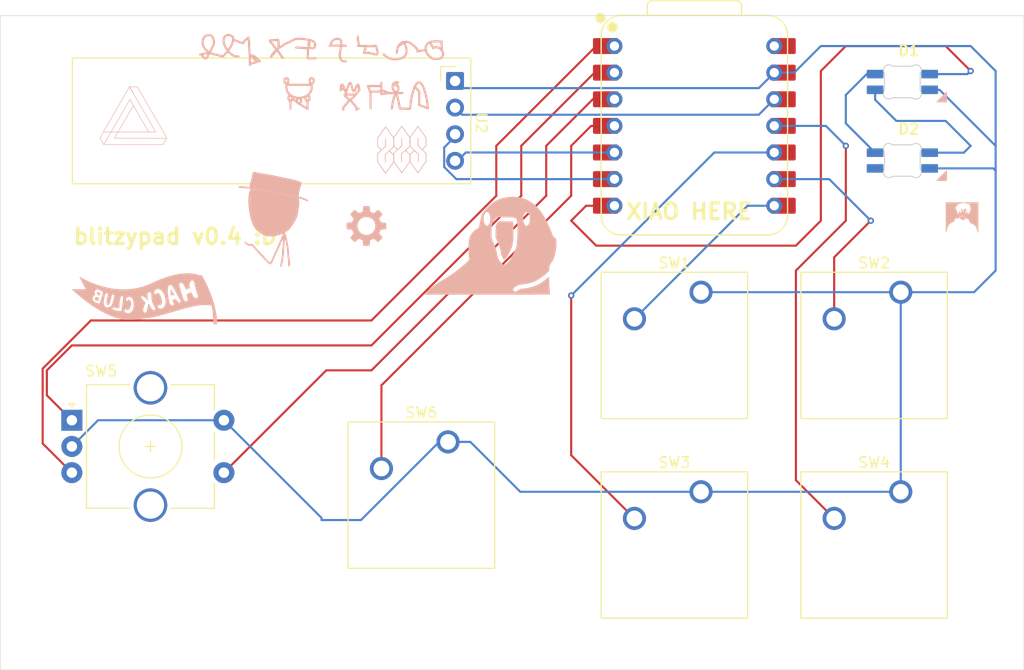
<source format=kicad_pcb>
(kicad_pcb (version 20241229) (generator "pcbnew") (generator_version "9.0")
  (layers (0 "F.Cu" signal) (2 "B.Cu" signal) (13 "F.Paste" user) (15 "B.Paste" user) (5 "F.SilkS" user "F.Silkscreen") (7 "B.SilkS" user "B.Silkscreen") (1 "F.Mask" user) (3 "B.Mask" user) (25 "Edge.Cuts" user))
  (net 0 "")
  (net 1 "Net-(D1-DIN)")
  (net 2 "GND")
  (net 3 "Net-(U1-GPIO3{slash}MOSI)")
  (net 4 "Net-(U1-GPIO7{slash}SCL)")
  (net 5 "Net-(U1-GPIO1{slash}RX)")
  (net 6 "Net-(U1-GPIO2{slash}SCK)")
  (net 7 "Net-(U1-GPIO4{slash}MISO)")
  (net 8 "Net-(U1-3V3)")
  (net 9 "Net-(U1-GPIO6{slash}SDA)")
  (net 10 "Net-(U1-GPIO27{slash}ADC1{slash}A1)")
  (net 11 "Net-(U1-GPIO28{slash}ADC2{slash}A2)")
  (net 13 "Net-(U1-GPIO26{slash}ADC0{slash}A0)")
  (net 14 "+5V")
  (net 15 "Net-(D1-DOUT)")
  (net 17 "Net-(U1-GPIO29{slash}ADC3{slash}A3)")
  (footprint "hkcl:OLED_0.91_128x32" (layer "F.Cu") (at 165.1375 79.53375 -90)
    (property "Reference" "U2")
    (property "Value" "OLED_0.91_128x32")
  )
  (footprint "Rotary_Encoder:RotaryEncoder_Alps_EC11E-Switch_Vertical_H20mm_CircularMountingHoles" (layer "F.Cu") (at 128.5875 111.91875)
    (property "Reference" "SW5")
    (property "Value" "RotaryEncoder_Switch")
  )
  (footprint "care:SK6812MINI-E_fixed" (layer "F.Cu") (at 207.8 79.73)
    (property "Reference" "D1")
    (property "Value" "SK6812MINI-E")
    (fp_line (start -1.699998 0.6) (end -1.699998 -0.805684) (stroke (width 0.1)) (layer "Edge.Cuts"))
    (fp_line (start -0.794451 -1.602841) (end 0.794454 -1.602841) (stroke (width 0.1)) (layer "Edge.Cuts"))
    (fp_line (start 0.794453 1.397158) (end -0.794451 1.397158) (stroke (width 0.1)) (layer "Edge.Cuts"))
    (fp_line (start 1.7 -0.805684) (end 1.7 0.6) (stroke (width 0.1)) (layer "Edge.Cuts"))
    (fp_arc (start -1.749483 -1.022562) (mid -1.712526 -0.91691) (end -1.699998 -0.805684) (stroke (width 0.1)) (layer "Edge.Cuts"))
    (fp_arc (start -1.749483 -1.022562) (mid -1.63807 -1.606877) (end -1.04671 -1.671141) (stroke (width 0.1)) (layer "Edge.Cuts"))
    (fp_arc (start -1.699998 0.600001) (mid -1.712526 0.711226) (end -1.749483 0.816878) (stroke (width 0.1)) (layer "Edge.Cuts"))
    (fp_arc (start -1.04671 1.465455) (mid -1.638069 1.401192) (end -1.749483 0.816878) (stroke (width 0.1)) (layer "Edge.Cuts"))
    (fp_arc (start -1.046709 1.465457) (mid -0.925121 1.414535) (end -0.794451 1.397158) (stroke (width 0.1)) (layer "Edge.Cuts"))
    (fp_arc (start -0.794452 -1.602842) (mid -0.925122 -1.620219) (end -1.04671 -1.671141) (stroke (width 0.1)) (layer "Edge.Cuts"))
    (fp_arc (start 0.794453 1.397158) (mid 0.925124 1.414535) (end 1.046712 1.465457) (stroke (width 0.1)) (layer "Edge.Cuts"))
    (fp_arc (start 1.046712 -1.67114) (mid 0.925124 -1.620218) (end 0.794454 -1.602841) (stroke (width 0.1)) (layer "Edge.Cuts"))
    (fp_arc (start 1.046712 -1.67114) (mid 1.638072 -1.606876) (end 1.749485 -1.022562) (stroke (width 0.1)) (layer "Edge.Cuts"))
    (fp_arc (start 1.7 -0.805685) (mid 1.712528 -0.91691) (end 1.749485 -1.022562) (stroke (width 0.1)) (layer "Edge.Cuts"))
    (fp_arc (start 1.749485 0.816877) (mid 1.638073 1.401193) (end 1.046712 1.465457) (stroke (width 0.1)) (layer "Edge.Cuts"))
    (fp_arc (start 1.749485 0.816878) (mid 1.712528 0.711226) (end 1.7 0.6) (stroke (width 0.1)) (layer "Edge.Cuts"))
  )
  (footprint "Button_Switch_Keyboard:SW_Cherry_MX_1.00u_PCB" (layer "F.Cu") (at 164.465 113.9825)
    (property "Reference" "SW6")
    (property "Value" "SW_Push")
  )
  (footprint "Button_Switch_Keyboard:SW_Cherry_MX_1.00u_PCB" (layer "F.Cu") (at 207.645 118.745)
    (property "Reference" "SW4")
    (property "Value" "SW_Push")
  )
  (footprint "care:SK6812MINI-E_fixed" (layer "F.Cu") (at 207.8 87.23125)
    (property "Reference" "D2")
    (property "Value" "SK6812MINI-E")
    (fp_line (start -1.699998 0.6) (end -1.699998 -0.805684) (stroke (width 0.1)) (layer "Edge.Cuts"))
    (fp_line (start -0.794451 -1.602841) (end 0.794454 -1.602841) (stroke (width 0.1)) (layer "Edge.Cuts"))
    (fp_line (start 0.794453 1.397158) (end -0.794451 1.397158) (stroke (width 0.1)) (layer "Edge.Cuts"))
    (fp_line (start 1.7 -0.805684) (end 1.7 0.6) (stroke (width 0.1)) (layer "Edge.Cuts"))
    (fp_arc (start -1.749483 -1.022562) (mid -1.712526 -0.91691) (end -1.699998 -0.805684) (stroke (width 0.1)) (layer "Edge.Cuts"))
    (fp_arc (start -1.749483 -1.022562) (mid -1.63807 -1.606877) (end -1.04671 -1.671141) (stroke (width 0.1)) (layer "Edge.Cuts"))
    (fp_arc (start -1.699998 0.600001) (mid -1.712526 0.711226) (end -1.749483 0.816878) (stroke (width 0.1)) (layer "Edge.Cuts"))
    (fp_arc (start -1.04671 1.465455) (mid -1.638069 1.401192) (end -1.749483 0.816878) (stroke (width 0.1)) (layer "Edge.Cuts"))
    (fp_arc (start -1.046709 1.465457) (mid -0.925121 1.414535) (end -0.794451 1.397158) (stroke (width 0.1)) (layer "Edge.Cuts"))
    (fp_arc (start -0.794452 -1.602842) (mid -0.925122 -1.620219) (end -1.04671 -1.671141) (stroke (width 0.1)) (layer "Edge.Cuts"))
    (fp_arc (start 0.794453 1.397158) (mid 0.925124 1.414535) (end 1.046712 1.465457) (stroke (width 0.1)) (layer "Edge.Cuts"))
    (fp_arc (start 1.046712 -1.67114) (mid 0.925124 -1.620218) (end 0.794454 -1.602841) (stroke (width 0.1)) (layer "Edge.Cuts"))
    (fp_arc (start 1.046712 -1.67114) (mid 1.638072 -1.606876) (end 1.749485 -1.022562) (stroke (width 0.1)) (layer "Edge.Cuts"))
    (fp_arc (start 1.7 -0.805685) (mid 1.712528 -0.91691) (end 1.749485 -1.022562) (stroke (width 0.1)) (layer "Edge.Cuts"))
    (fp_arc (start 1.749485 0.816877) (mid 1.638073 1.401193) (end 1.046712 1.465457) (stroke (width 0.1)) (layer "Edge.Cuts"))
    (fp_arc (start 1.749485 0.816878) (mid 1.712528 0.711226) (end 1.7 0.6) (stroke (width 0.1)) (layer "Edge.Cuts"))
  )
  (footprint "Button_Switch_Keyboard:SW_Cherry_MX_1.00u_PCB" (layer "F.Cu") (at 188.595 99.695)
    (property "Reference" "SW1")
    (property "Value" "SW_Push")
  )
  (footprint "opl lib:XIAO-RP2040-DIP" (layer "F.Cu") (at 187.96 83.82)
    (property "Reference" "U1" (hide yes))
    (property "Value" "XIAO-RP2040-DIP")
  )
  (footprint "Button_Switch_Keyboard:SW_Cherry_MX_1.00u_PCB" (layer "F.Cu") (at 188.595 118.745)
    (property "Reference" "SW3")
    (property "Value" "SW_Push")
  )
  (footprint "Button_Switch_Keyboard:SW_Cherry_MX_1.00u_PCB" (layer "F.Cu") (at 207.645 99.695)
    (property "Reference" "SW2")
    (property "Value" "SW_Push")
  )
  (gr_poly (pts (xy 139.4831 97.886899) (xy 139.181106 97.905971) (xy 138.849046 97.946727) (xy 138.671554 97.976241) (xy 138.48632 98.012381) (xy 138.29327 98.05555) (xy 138.092329 98.106148) (xy 137.883422 98.164578) (xy 137.666473 98.231242) (xy 137.441409 98.306542) (xy 137.208154 98.390878) (xy 136.966632 98.484654) (xy 136.716771 98.588271) (xy 136.458493 98.70213) (xy 136.191725 98.826635) (xy 135.899137 98.957559) (xy 135.606874 99.070304) (xy 135.315413 99.165722) (xy 135.025231 99.244664) (xy 134.736806 99.307981) (xy 134.450616 99.356525) (xy 134.167138 99.391146) (xy 133.886849 99.412696) (xy 133.610227 99.422026) (xy 133.337749 99.419988) (xy 133.069893 99.407432) (xy 132.807137 99.38521) (xy 132.549957 99.354173) (xy 132.298832 99.315172) (xy 132.054238 99.269059) (xy 131.816654 99.216684) (xy 131.364423 99.096556) (xy 130.945958 98.961597) (xy 130.565081 98.818619) (xy 130.22561 98.674429) (xy 129.931365 98.535839) (xy 129.686167 98.409658) (xy 129.358188 98.221762) (xy 129.356394 98.220794) (xy 129.354536 98.22006) (xy 129.352624 98.219549) (xy 129.350667 98.219252) (xy 129.348676 98.219161) (xy 129.346661 98.219265) (xy 129.34463 98.219555) (xy 129.342596 98.220021) (xy 129.340566 98.220655) (xy 129.338551 98.221446) (xy 129.336561 98.222385) (xy 129.334606 98.223464) (xy 129.332696 98.224671) (xy 129.330841 98.225998) (xy 129.32905 98.227435) (xy 129.327334 98.228974) (xy 129.325702 98.230604) (xy 129.324165 98.232315) (xy 129.322731 98.234099) (xy 129.321412 98.235947) (xy 129.320217 98.237848) (xy 129.319156 98.239793) (xy 129.318238 98.241772) (xy 129.317475 98.243777) (xy 129.316875 98.245798) (xy 129.316448 98.247825) (xy 129.316205 98.249849) (xy 129.316155 98.25186) (xy 129.316309 98.253849) (xy 129.316676 98.255806) (xy 129.317265 98.257723) (xy 129.318088 98.259589) (xy 129.886477 99.365981) (xy 129.887256 99.367625) (xy 129.887913 99.369283) (xy 129.88845 99.370952) (xy 129.888871 99.372628) (xy 129.889178 99.374305) (xy 129.889372 99.37598) (xy 129.889458 99.377648) (xy 129.889437 99.379305) (xy 129.889312 99.380947) (xy 129.889085 99.382569) (xy 129.888759 99.384167) (xy 129.888337 99.385736) (xy 129.887821 99.387273) (xy 129.887214 99.388772) (xy 129.886518 99.39023) (xy 129.885736 99.391641) (xy 129.88487 99.393003) (xy 129.883923 99.394309) (xy 129.882898 99.395557) (xy 129.881797 99.396742) (xy 129.880622 99.397858) (xy 129.879376 99.398903) (xy 129.878062 99.399871) (xy 129.876682 99.400759) (xy 129.87524 99.401561) (xy 129.873736 99.402274) (xy 129.872174 99.402893) (xy 129.870557 99.403414) (xy 129.868887 99.403832) (xy 129.867167 99.404144) (xy 129.865398 99.404344) (xy 129.863585 99.404429) (xy 129.404376 99.408227) (xy 129.039676 99.408212) (xy 128.623144 99.404739) (xy 128.62093 99.404789) (xy 128.61878 99.404993) (xy 128.616699 99.405344) (xy 128.614689 99.405837) (xy 128.612755 99.406462) (xy 128.6109 99.407214) (xy 128.609129 99.408085) (xy 128.607445 99.409068) (xy 128.605851 99.410157) (xy 128.604352 99.411344) (xy 128.602952 99.412622) (xy 128.601654 99.413984) (xy 128.600462 99.415424) (xy 128.599379 99.416934) (xy 128.59841 99.418507) (xy 128.597559 99.420135) (xy 128.596828 99.421813) (xy 128.596223 99.423533) (xy 128.595746 99.425289) (xy 128.595402 99.427072) (xy 128.595194 99.428876) (xy 128.595127 99.430694) (xy 128.595203 99.432519) (xy 128.595427 99.434343) (xy 128.595802 99.436161) (xy 128.596333 99.437965) (xy 128.597022 99.439747) (xy 128.597875 99.441501) (xy 128.598894 99.44322) (xy 128.600084 99.444897) (xy 128.601448 99.446524) (xy 128.60299 99.448095) (xy 128.852714 99.676586) (xy 129.288177 100.051382) (xy 129.874973 100.518) (xy 130.214367 100.768715) (xy 130.578692 101.021954) (xy 130.963646 101.270907) (xy 131.364928 101.508762) (xy 131.778237 101.728709) (xy 132.199273 101.923938) (xy 132.623733 102.087638) (xy 132.835904 102.155537) (xy 133.047318 102.212999) (xy 133.257438 102.259174) (xy 133.465726 102.29321) (xy 133.671645 102.314255) (xy 133.874657 102.32146) (xy 134.296972 102.315282) (xy 134.69628 102.297406) (xy 135.074467 102.268817) (xy 135.433423 102.230502) (xy 135.775037 102.183447) (xy 136.101195 102.128637) (xy 136.413787 102.067059) (xy 136.714701 101.999699) (xy 137.005825 101.927542) (xy 137.289048 101.851575) (xy 137.839342 101.692155) (xy 138.38069 101.529326) (xy 138.928198 101.370976) (xy 139.133003 101.315717) (xy 136.5469 101.315717) (xy 136.545619 101.331695) (xy 136.542651 101.34657) (xy 136.538057 101.360262) (xy 136.531898 101.372693) (xy 136.524237 101.383781) (xy 136.515135 101.393449) (xy 136.504655 101.401615) (xy 136.492857 101.4082) (xy 136.479803 101.413124) (xy 136.465556 101.416308) (xy 136.450177 101.417671) (xy 136.433727 101.417134) (xy 136.416269 101.414618) (xy 136.397865 101.410042) (xy 136.378575 101.403327) (xy 136.358461 101.394393) (xy 136.337587 101.38316) (xy 136.316012 101.369548) (xy 136.293799 101.353478) (xy 136.27101 101.334871) (xy 136.247707 101.313645) (xy 136.22395 101.289722) (xy 136.199803 101.263021) (xy 136.175326 101.233464) (xy 136.150581 101.20097) (xy 136.125631 101.165459) (xy 136.113443 101.146942) (xy 136.101215 101.125669) (xy 136.089061 101.102185) (xy 136.077095 101.077035) (xy 136.065431 101.050764) (xy 136.054183 101.023917) (xy 136.033391 100.970677) (xy 136.015632 100.921676) (xy 136.001817 100.881275) (xy 135.98967 100.843721) (xy 135.873501 100.830647) (xy 135.819837 101.077891) (xy 135.778015 101.288233) (xy 135.760723 101.386293) (xy 135.748651 101.468644) (xy 135.745443 101.48571) (xy 135.74058 101.502239) (xy 135.734175 101.518159) (xy 135.726343 101.5334) (xy 135.717198 101.54789) (xy 135.706855 101.561558) (xy 135.695427 101.574334) (xy 135.68303 101.586146) (xy 135.669777 101.596924) (xy 135.655783 101.606596) (xy 135.641162 101.615091) (xy 135.626029 101.622339) (xy 135.610498 101.628268) (xy 135.594683 101.632808) (xy 135.578698 101.635887) (xy 135.562658 101.637434) (xy 135.546678 101.637379) (xy 135.530871 101.635649) (xy 135.515352 101.632176) (xy 135.500235 101.626886) (xy 135.485634 101.61971) (xy 135.471665 101.610576) (xy 135.458441 101.599413) (xy 135.446076 101.58615) (xy 135.434686 101.570717) (xy 135.424383 101.553041) (xy 135.415284 101.533053) (xy 135.407501 101.510681) (xy 135.401149 101.485855) (xy 135.396343 101.458502) (xy 135.393197 101.428553) (xy 135.391826 101.395935) (xy 135.397695 101.347299) (xy 135.406604 101.294545) (xy 135.41863 101.237652) (xy 135.433849 101.176602) (xy 135.452339 101.111375) (xy 135.474175 101.041952) (xy 135.499437 100.968312) (xy 135.5282 100.890436) (xy 135.536044 100.869171) (xy 134.483145 100.869171) (xy 134.482527 100.932449) (xy 134.480354 100.980051) (xy 134.47704 101.026345) (xy 134.472593 101.071307) (xy 134.467022 101.114912) (xy 134.460335 101.157134) (xy 134.45254 101.19795) (xy 134.443646 101.237333) (xy 134.43366 101.27526) (xy 134.422591 101.311705) (xy 134.410448 101.346644) (xy 134.397239 101.380052) (xy 134.382971 101.411904) (xy 134.367654 101.442175) (xy 134.351295 101.470841) (xy 134.333903 101.497875) (xy 134.315487 101.523255) (xy 134.296053 101.546954) (xy 134.275612 101.568948) (xy 134.25417 101.589212) (xy 134.231736 101.607722) (xy 134.208319 101.624452) (xy 134.183927 101.639378) (xy 134.158568 101.652474) (xy 134.132251 101.663716) (xy 134.104983 101.67308) (xy 134.076773 101.680539) (xy 134.04763 101.686071) (xy 134.017561 101.689648) (xy 133.986575 101.691248) (xy 133.95468 101.690844) (xy 133.921884 101.688412) (xy 133.888196 101.683928) (xy 133.855368 101.677823) (xy 133.825082 101.670608) (xy 133.797249 101.662366) (xy 133.771775 101.653182) (xy 133.748569 101.643139) (xy 133.727539 101.63232) (xy 133.708593 101.62081) (xy 133.691639 101.608693) (xy 133.676586 101.596053) (xy 133.66334 101.582972) (xy 133.651811 101.569536) (xy 133.641907 101.555827) (xy 133.633535 101.54193) (xy 133.626603 101.527929) (xy 133.621021 101.513907) (xy 133.616695 101.499948) (xy 133.613534 101.486137) (xy 133.611446 101.472556) (xy 133.610339 101.45929) (xy 133.610121 101.446422) (xy 133.610701 101.434037) (xy 133.611985 101.422218) (xy 133.613884 101.411049) (xy 133.616303 101.400614) (xy 133.619153 101.390997) (xy 133.62234 101.382281) (xy 133.625772 101.37455) (xy 133.629359 101.367889) (xy 133.633007 101.362381) (xy 133.636626 101.358109) (xy 133.640122 101.355158) (xy 133.643405 101.353612) (xy 133.648239 101.352055) (xy 133.652841 101.3501) (xy 133.662298 101.345648) (xy 133.667631 101.343475) (xy 133.673683 101.341555) (xy 133.680694 101.340049) (xy 133.688902 101.339121) (xy 133.698545 101.338932) (xy 133.709861 101.339645) (xy 133.723088 101.341422) (xy 133.738465 101.344426) (xy 133.75623 101.348819) (xy 133.776622 101.354764) (xy 133.799878 101.362422) (xy 133.826236 101.371957) (xy 133.840129 101.37686) (xy 133.853808 101.381043) (xy 133.867277 101.384498) (xy 133.880541 101.387217) (xy 133.893602 101.389193) (xy 133.906463 101.390418) (xy 133.919128 101.390885) (xy 133.931601 101.390586) (xy 133.943885 101.389514) (xy 133.955984 101.387661) (xy 133.9679 101.38502) (xy 133.979637 101.381582) (xy 133.991198 101.377342) (xy 134.002588 101.37229) (xy 134.013809 101.36642) (xy 134.024865 101.359723) (xy 134.035759 101.352194) (xy 134.046495 101.343823) (xy 134.057076 101.334603) (xy 134.067505 101.324527) (xy 134.077787 101.313588) (xy 134.087923 101.301777) (xy 134.097918 101.289087) (xy 134.107776 101.275511) (xy 134.117498 101.261041) (xy 134.12709 101.24567) (xy 134.145895 101.212193) (xy 134.164216 101.17502) (xy 134.182081 101.13409) (xy 134.193376 101.103469) (xy 134.203833 101.069841) (xy 134.213277 101.033614) (xy 134.221538 100.995194) (xy 134.228443 100.954991) (xy 134.233819 100.91341) (xy 134.237495 100.87086) (xy 134.239298 100.827749) (xy 134.239057 100.784483) (xy 134.236598 100.741471) (xy 134.23175 100.69912) (xy 134.224341 100.657838) (xy 134.214199 100.618031) (xy 134.20115 100.580109) (xy 134.193482 100.561981) (xy 134.185024 100.544477) (xy 134.175752 100.527648) (xy 134.165647 100.511545) (xy 134.162507 100.506995) (xy 134.15938 100.50265) (xy 134.156267 100.498504) (xy 134.153172 100.494551) (xy 134.150097 100.490785) (xy 134.147044 100.4872) (xy 134.141014 100.48055) (xy 134.135103 100.474553) (xy 134.129329 100.469161) (xy 134.123713 100.464326) (xy 134.118274 100.46) (xy 134.113031 100.456136) (xy 134.108005 100.452687) (xy 134.103214 100.449603) (xy 134.098679 100.446838) (xy 134.083481 100.438009) (xy 134.077188 100.434405) (xy 134.070895 100.431253) (xy 134.064614 100.428533) (xy 134.058356 100.426225) (xy 134.052131 100.424309) (xy 134.045949 100.422764) (xy 134.039823 100.421572) (xy 134.033761 100.42071) (xy 134.027776 100.42016) (xy 134.021878 100.419901) (xy 134.016078 100.419914) (xy 134.010385 100.420177) (xy 134.004812 100.420671) (xy 133.999369 100.421375) (xy 133.994066 100.42227) (xy 133.988915 100.423335) (xy 133.983926 100.42455) (xy 133.97911 100.425896) (xy 133.970038 100.428896) (xy 133.961787 100.432175) (xy 133.954442 100.435571) (xy 133.948089 100.438923) (xy 133.942814 100.44207) (xy 133.938703 100.44485) (xy 133.935842 100.447104) (xy 133.918657 100.45903) (xy 133.90235 100.469331) (xy 133.886911 100.478062) (xy 133.872333 100.485279) (xy 133.858606 100.491036) (xy 133.845721 100.495391) (xy 133.833671 100.498398) (xy 133.822446 100.500113) (xy 133.812038 100.500592) (xy 133.802439 100.499891) (xy 133.793639 100.498064) (xy 133.785629 100.495168) (xy 133.778402 100.491258) (xy 133.771949 100.48639) (xy 133.766261 100.48062) (xy 133.761329 100.474002) (xy 133.757145 100.466593) (xy 133.753699 100.458449) (xy 133.750985 100.449624) (xy 133.748992 100.440175) (xy 133.747712 100.430158) (xy 133.747137 100.419627) (xy 133.747257 100.408638) (xy 133.748065 100.397248) (xy 133.749551 100.385511) (xy 133.751707 100.373483) (xy 133.754525 100.361221) (xy 133.757995 100.348779) (xy 133.762109 100.336213) (xy 133.766859 100.323578) (xy 133.772235 100.310931) (xy 133.778229 100.298328) (xy 133.792379 100.279121) (xy 133.806848 100.261034) (xy 133.819796 100.246187) (xy 133.477782 100.246187) (xy 133.476736 100.284291) (xy 133.474372 100.325124) (xy 133.466274 100.413701) (xy 133.454667 100.509365) (xy 133.440727 100.609563) (xy 133.410556 100.81335) (xy 133.39668 100.911834) (xy 133.385178 101.004641) (xy 133.357917 101.262106) (xy 133.352573 101.307691) (xy 133.346661 101.351593) (xy 133.339601 101.396727) (xy 133.330814 101.44601) (xy 133.326401 101.458083) (xy 133.31825 101.468212) (xy 133.306613 101.476495) (xy 133.291741 101.483035) (xy 133.273884 101.487931) (xy 133.253293 101.491284) (xy 133.23022 101.493193) (xy 133.204915 101.493761) (xy 133.148616 101.49127) (xy 133.086402 101.484615) (xy 133.020283 101.4746) (xy 132.952266 101.462027) (xy 132.818571 101.432423) (xy 132.701383 101.402234) (xy 132.616765 101.377886) (xy 132.580783 101.365808) (xy 132.576912 101.363906) (xy 132.571712 101.361933) (xy 132.558008 101.357301) (xy 132.549843 101.354407) (xy 132.541031 101.35097) (xy 132.531741 101.346874) (xy 132.522143 101.342001) (xy 132.512407 101.336232) (xy 132.507541 101.332975) (xy 132.502704 101.32945) (xy 132.497917 101.325643) (xy 132.493203 101.321538) (xy 132.488582 101.317122) (xy 132.484075 101.312378) (xy 132.479704 101.307293) (xy 132.47549 101.301852) (xy 132.471454 101.296041) (xy 132.467617 101.289843) (xy 132.464002 101.283246) (xy 132.460628 101.276233) (xy 132.457518 101.268791) (xy 132.454692 101.260905) (xy 132.451938 101.253092) (xy 132.450257 101.24556) (xy 132.449601 101.238313) (xy 132.449922 101.231354) (xy 132.451171 101.224686) (xy 132.453301 101.218313) (xy 132.456264 101.212238) (xy 132.46001 101.206465) (xy 132.464493 101.200996) (xy 132.469665 101.195836) (xy 132.475476 101.190987) (xy 132.481879 101.186454) (xy 132.488826 101.182239) (xy 132.496269 101.178346) (xy 132.512449 101.171539) (xy 132.530034 101.166059) (xy 132.54864 101.161935) (xy 132.567882 101.159193) (xy 132.587375 101.15786) (xy 132.606734 101.157964) (xy 132.625574 101.159531) (xy 132.64351 101.162588) (xy 132.660158 101.167163) (xy 132.701633 101.1795) (xy 132.758644 101.193866) (xy 132.825344 101.208348) (xy 132.860502 101.215036) (xy 132.89589 101.221037) (xy 132.930777 101.226111) (xy 132.964434 101.230021) (xy 132.99613 101.232526) (xy 133.025133 101.233389) (xy 133.050714 101.23237) (xy 133.061993 101.231081) (xy 133.072141 101.229231) (xy 133.081069 101.226792) (xy 133.088685 101.223733) (xy 133.094897 101.220024) (xy 133.099614 101.215636) (xy 133.106781 101.200543) (xy 133.112697 101.174954) (xy 133.117617 101.139981) (xy 133.121795 101.096735) (xy 133.136195 100.863256) (xy 133.145579 100.725778) (xy 133.159138 100.586329) (xy 133.168121 100.518644) (xy 133.178914 100.453801) (xy 133.19177 100.392911) (xy 133.206946 100.337085) (xy 133.210146 100.318265) (xy 133.213507 100.300191) (xy 133.217024 100.282853) (xy 133.220691 100.26624) (xy 133.224501 100.250343) (xy 133.228448 100.23515) (xy 133.232526 100.220653) (xy 133.236728 100.206839) (xy 133.241048 100.193701) (xy 133.245479 100.181226) (xy 133.250016 100.169405) (xy 133.254653 100.158228) (xy 133.259381 100.147684) (xy 133.264197 100.137764) (xy 133.269092 100.128456) (xy 133.274061 100.119752) (xy 133.279098 100.111639) (xy 133.284196 100.104109) (xy 133.289349 100.097152) (xy 133.29455 100.090756) (xy 133.299794 100.084911) (xy 133.305074 100.079608) (xy 133.310383 100.074836) (xy 133.315716 100.070585) (xy 133.321066 100.066845) (xy 133.326426 100.063606) (xy 133.331791 100.060856) (xy 133.337154 100.058587) (xy 133.342509 100.056787) (xy 133.34785 100.055447) (xy 133.353169 100.054556) (xy 133.358462 100.054105) (xy 133.364419 100.054111) (xy 133.370324 100.054653) (xy 133.376168 100.055716) (xy 133.381942 100.057285) (xy 133.387636 100.059345) (xy 133.393241 100.061882) (xy 133.398749 100.064879) (xy 133.404149 100.068323) (xy 133.409433 100.072199) (xy 133.414592 100.076492) (xy 133.424496 100.086267) (xy 133.433789 100.09753) (xy 133.442396 100.110162) (xy 133.450245 100.124043) (xy 133.457262 100.139054) (xy 133.463373 100.155077) (xy 133.468506 100.171992) (xy 133.472587 100.189679) (xy 133.475542 100.20802) (xy 133.477298 100.226896) (xy 133.477782 100.246187) (xy 133.819796 100.246187) (xy 133.821631 100.244082) (xy 133.836726 100.228278) (xy 133.852128 100.213636) (xy 133.867833 100.200172) (xy 133.883837 100.187899) (xy 133.900137 100.176832) (xy 133.916728 100.166986) (xy 133.933606 100.158374) (xy 133.950768 100.15101) (xy 133.96821 100.14491) (xy 133.985927 100.140087) (xy 134.003916 100.136557) (xy 134.022173 100.134332) (xy 134.040693 100.133428) (xy 134.055278 100.133648) (xy 134.070017 100.134682) (xy 134.08491 100.136537) (xy 134.099954 100.139221) (xy 134.115148 100.142739) (xy 134.13049 100.147099) (xy 134.145977 100.152306) (xy 134.161609 100.158369) (xy 134.177383 100.165292) (xy 134.193298 100.173084) (xy 134.209351 100.18175) (xy 134.225541 100.191298) (xy 134.241866 100.201734) (xy 134.258325 100.213064) (xy 134.274915 100.225295) (xy 134.291634 100.238435) (xy 134.314051 100.262445) (xy 134.335345 100.288965) (xy 134.355457 100.318012) (xy 134.374328 100.3496) (xy 134.391899 100.383744) (xy 134.408112 100.42046) (xy 134.422906 100.459764) (xy 134.436223 100.50167) (xy 134.448005 100.546194) (xy 134.458192 100.593351) (xy 134.466726 100.643156) (xy 134.473547 100.695626) (xy 134.478597 100.750775) (xy 134.481816 100.808618) (xy 134.483145 100.869171) (xy 135.536044 100.869171) (xy 135.537322 100.865708) (xy 135.547757 100.839933) (xy 135.56125 100.809783) (xy 135.568941 100.794137) (xy 135.577155 100.778682) (xy 135.58581 100.763844) (xy 135.594827 100.750053) (xy 135.604125 100.737736) (xy 135.608854 100.732264) (xy 135.613623 100.727321) (xy 135.618421 100.722961) (xy 135.62324 100.719236) (xy 135.628068 100.716201) (xy 135.632896 100.71391) (xy 135.575325 100.655001) (xy 135.515581 100.591648) (xy 135.446059 100.514837) (xy 135.374906 100.431423) (xy 135.341264 100.389382) (xy 135.310269 100.348261) (xy 135.28294 100.308917) (xy 135.260294 100.272207) (xy 135.243351 100.238988) (xy 135.237335 100.223955) (xy 135.233127 100.210116) (xy 135.227531 100.183053) (xy 135.224516 100.157481) (xy 135.224253 100.133835) (xy 135.225207 100.122872) (xy 135.226912 100.112554) (xy 135.229391 100.102937) (xy 135.232663 100.094075) (xy 135.236751 100.086022) (xy 135.241676 100.078834) (xy 135.247458 100.072564) (xy 135.254119 100.067269) (xy 135.261681 100.063001) (xy 135.270165 100.059816) (xy 135.279591 100.057769) (xy 135.289981 100.056914) (xy 135.301357 100.057305) (xy 135.313739 100.058998) (xy 135.327148 100.062047) (xy 135.341607 100.066507) (xy 135.357136 100.072432) (xy 135.373756 100.079877) (xy 135.39149 100.088896) (xy 135.410357 100.099545) (xy 135.430379 100.111878) (xy 135.451577 100.125949) (xy 135.473973 100.141813) (xy 135.497588 100.159525) (xy 135.522444 100.179139) (xy 135.54856 100.200711) (xy 135.57458 100.222805) (xy 135.599161 100.243956) (xy 135.622346 100.26418) (xy 135.644172 100.283493) (xy 135.664681 100.30191) (xy 135.683913 100.319447) (xy 135.701908 100.336121) (xy 135.718706 100.351946) (xy 135.734347 100.36694) (xy 135.748871 100.381117) (xy 135.762318 100.394494) (xy 135.774729 100.407086) (xy 135.786143 100.418909) (xy 135.796601 100.42998) (xy 135.806142 100.440313) (xy 135.814808 100.449926) (xy 135.829671 100.46705) (xy 135.841511 100.48148) (xy 135.850649 100.493342) (xy 135.857406 100.502763) (xy 135.862103 100.50987) (xy 135.865061 100.514789) (xy 135.867042 100.518573) (xy 135.856545 100.467557) (xy 135.845929 100.410417) (xy 135.833961 100.338082) (xy 135.82231 100.254969) (xy 135.812647 100.1655) (xy 135.809082 100.119763) (xy 135.80664 100.074093) (xy 135.805938 100.045573) (xy 132.631042 100.045573) (xy 132.630957 100.058291) (xy 132.629979 100.071365) (xy 132.622912 100.124247) (xy 132.612731 100.179527) (xy 132.598697 100.241037) (xy 132.58007 100.312605) (xy 132.526087 100.50124) (xy 132.444874 100.776076) (xy 132.431596 100.813816) (xy 132.416977 100.848885) (xy 132.401123 100.881377) (xy 132.384141 100.911388) (xy 132.366138 100.939011) (xy 132.347219 100.964341) (xy 132.327493 100.987474) (xy 132.307065 101.008503) (xy 132.286042 101.027523) (xy 132.264532 101.04463) (xy 132.242639 101.059917) (xy 132.220473 101.073479) (xy 132.198138 101.085411) (xy 132.175742 101.095807) (xy 132.153392 101.104763) (xy 132.131193 101.112372) (xy 132.109254 101.11873) (xy 132.08768 101.12393) (xy 132.046055 101.131239) (xy 132.007172 101.135056) (xy 131.971886 101.136137) (xy 131.941049 101.13524) (xy 131.915515 101.133122) (xy 131.883771 101.128251) (xy 131.867659 101.12394) (xy 131.852346 101.118898) (xy 131.837807 101.113158) (xy 131.824016 101.106748) (xy 131.810948 101.099699) (xy 131.798577 101.092041) (xy 131.786878 101.083806) (xy 131.775825 101.075022) (xy 131.765393 101.065721) (xy 131.755556 101.055932) (xy 131.746289 101.045686) (xy 131.737567 101.035014) (xy 131.721654 101.01251) (xy 131.707614 100.988662) (xy 131.695242 100.963714) (xy 131.684336 100.937906) (xy 131.674691 100.911483) (xy 131.666103 100.884686) (xy 131.651287 100.83094) (xy 131.638257 100.778609) (xy 131.632822 100.748907) (xy 131.629717 100.713744) (xy 131.628782 100.673723) (xy 131.629857 100.629446) (xy 131.632783 100.581516) (xy 131.637399 100.530538) (xy 131.651065 100.421845) (xy 131.669576 100.308194) (xy 131.691654 100.194408) (xy 131.716023 100.085314) (xy 131.741402 99.985737) (xy 131.750329 99.962851) (xy 131.759884 99.941261) (xy 131.770003 99.920994) (xy 131.780623 99.902074) (xy 131.79168 99.884528) (xy 131.797354 99.876278) (xy 131.803113 99.868381) (xy 131.80895 99.86084) (xy 131.814857 99.853658) (xy 131.820826 99.846839) (xy 131.826849 99.840385) (xy 131.832918 99.834301) (xy 131.839026 99.828588) (xy 131.845164 99.823251) (xy 131.851325 99.818292) (xy 131.8575 99.813715) (xy 131.863682 99.809523) (xy 131.869862 99.805719) (xy 131.876034 99.802306) (xy 131.882188 99.799287) (xy 131.888318 99.796666) (xy 131.894415 99.794446) (xy 131.900471 99.79263) (xy 131.906478 99.791221) (xy 131.912429 99.790223) (xy 131.918316 99.789638) (xy 131.92413 99.78947) (xy 131.933012 99.790044) (xy 131.94167 99.791647) (xy 131.950074 99.79429) (xy 131.958194 99.797985) (xy 131.966001 99.802744) (xy 131.973466 99.808579) (xy 131.980558 99.815503) (xy 131.987248 99.823525) (xy 131.993506 99.83266) (xy 131.999302 99.842919) (xy 132.004608 99.854313) (xy 132.009392 99.866855) (xy 132.013627 99.880557) (xy 132.017281 99.89543) (xy 132.020325 99.911486) (xy 132.022729 99.928738) (xy 132.022642 99.941138) (xy 132.021792 99.954101) (xy 132.020239 99.967634) (xy 132.01804 99.98174) (xy 132.011933 100.011695) (xy 132.003932 100.044005) (xy 131.984094 100.115855) (xy 131.97318 100.155474) (xy 131.962216 100.19761) (xy 131.946831 100.290554) (xy 131.932216 100.386265) (xy 131.919784 100.481928) (xy 131.914828 100.528862) (xy 131.910947 100.57473) (xy 131.908318 100.619178) (xy 131.907117 100.661855) (xy 131.907521 100.70241) (xy 131.909706 100.74049) (xy 131.913849 100.775744) (xy 131.920126 100.807821) (xy 131.928713 100.836367) (xy 131.933929 100.849207) (xy 131.939789 100.861032) (xy 131.94521 100.86823) (xy 131.950976 100.874872) (xy 131.957065 100.880965) (xy 131.963453 100.886511) (xy 131.970118 100.891517) (xy 131.977038 100.895985) (xy 131.984189 100.899921) (xy 131.99155 100.903329) (xy 131.999096 100.906213) (xy 132.006807 100.908577) (xy 132.014659 100.910427) (xy 132.022629 100.911767) (xy 132.030695 100.912601) (xy 132.038834 100.912933) (xy 132.047023 100.912768) (xy 132.055241 100.91211) (xy 132.063463 100.910964) (xy 132.071668 100.909334) (xy 132.079833 100.907225) (xy 132.087936 100.90464) (xy 132.095953 100.901586) (xy 132.103861 100.898065) (xy 132.111639 100.894082) (xy 132.119264 100.889642) (xy 132.126713 100.884749) (xy 132.133963 100.879408) (xy 132.140991 100.873623) (xy 132.147776 100.867398) (xy 132.154294 100.860738) (xy 132.160523 100.853647) (xy 132.16644 100.84613) (xy 132.172022 100.838191) (xy 132.191396 100.794644) (xy 132.210088 100.745172) (xy 132.228127 100.690782) (xy 132.245543 100.632486) (xy 132.27862 100.508207) (xy 132.309552 100.380407) (xy 132.338573 100.257159) (xy 132.365917 100.146535) (xy 132.379032 100.09848) (xy 132.391816 100.056609) (xy 132.404297 100.02193) (xy 132.416504 99.995452) (xy 132.424623 99.981928) (xy 132.433048 99.969764) (xy 132.441741 99.958928) (xy 132.45066 99.949385) (xy 132.459766 99.941102) (xy 132.469018 99.934047) (xy 132.478377 99.928184) (xy 132.487803 99.923481) (xy 132.497255 99.919905) (xy 132.506694 99.917421) (xy 132.516079 99.915996) (xy 132.525371 99.915596) (xy 132.53453 99.916189) (xy 132.543515 99.91774) (xy 132.552287 99.920217) (xy 132.560805 99.923584) (xy 132.56903 99.92781) (xy 132.576921 99.932861) (xy 132.584439 99.938702) (xy 132.591544 99.945301) (xy 132.598194 99.952623) (xy 132.604352 99.960636) (xy 132.609975 99.969306) (xy 132.615026 99.9786) (xy 132.619462 99.988483) (xy 132.623246 99.998922) (xy 132.626335 100.009884) (xy 132.628691 100.021336) (xy 132.630273 100.033243) (xy 132.631042 100.045573) (xy 135.805938 100.045573) (xy 135.80553 100.029045) (xy 135.805961 99.985168) (xy 135.804771 99.969588) (xy 135.80438 99.95421) (xy 135.804757 99.939054) (xy 135.805872 99.92414) (xy 135.807696 99.909486) (xy 135.8102 99.895113) (xy 135.813353 99.88104) (xy 135.817126 99.867286) (xy 135.821489 99.853871) (xy 135.826413 99.840814) (xy 135.831868 99.828136) (xy 135.837824 99.815854) (xy 135.844252 99.803989) (xy 135.851122 99.792561) (xy 135.858405 99.781588) (xy 135.86607 99.77109) (xy 135.874089 99.761087) (xy 135.882431 99.751598) (xy 135.891067 99.742642) (xy 135.896018 99.737968) (xy 131.546332 99.737968) (xy 131.546219 99.743379) (xy 131.545341 99.754024) (xy 131.543824 99.764454) (xy 131.541945 99.774692) (xy 131.538211 99.794689) (xy 131.402677 100.238314) (xy 131.308778 100.558692) (xy 131.277321 100.675229) (xy 131.268219 100.714048) (xy 131.264584 100.736647) (xy 131.263795 100.740037) (xy 131.262389 100.74321) (xy 131.260389 100.74617) (xy 131.257814 100.748916) (xy 131.254685 100.751451) (xy 131.251025 100.753774) (xy 131.242194 100.757794) (xy 131.23149 100.760985) (xy 131.21908 100.763356) (xy 131.205135 100.764918) (xy 131.189824 100.765679) (xy 131.173316 100.765649) (xy 131.155779 100.764837) (xy 131.137384 100.763254) (xy 131.1183 100.760908) (xy 131.098694 100.757809) (xy 131.078738 100.753966) (xy 131.0586 100.74939) (xy 131.038448 100.744089) (xy 130.980514 100.723495) (xy 130.926102 100.701454) (xy 130.875286 100.678046) (xy 130.851249 100.665854) (xy 130.828139 100.65335) (xy 130.805965 100.640545) (xy 130.784736 100.627447) (xy 130.764461 100.614068) (xy 130.74515 100.600416) (xy 130.726812 100.586502) (xy 130.709456 100.572337) (xy 130.693091 100.557929) (xy 130.677727 100.543289) (xy 130.663373 100.528427) (xy 130.650038 100.513353) (xy 130.637731 100.498076) (xy 130.626462 100.482607) (xy 130.61624 100.466956) (xy 130.607074 100.451133) (xy 130.598973 100.435147) (xy 130.591947 100.419009) (xy 130.586004 100.402729) (xy 130.581155 100.386316) (xy 130.577408 100.36978) (xy 130.574772 100.353132) (xy 130.573258 100.336382) (xy 130.572873 100.319539) (xy 130.573628 100.302614) (xy 130.575531 100.285615) (xy 130.581365 100.252076) (xy 130.58891 100.219662) (xy 130.593306 100.203915) (xy 130.598108 100.188494) (xy 130.603311 100.173414) (xy 130.608906 100.15869) (xy 130.614886 100.144337) (xy 130.621246 100.130371) (xy 130.627977 100.116806) (xy 130.635073 100.103657) (xy 130.642526 100.09094) (xy 130.650331 100.078668) (xy 130.658479 100.066858) (xy 130.666964 100.055524) (xy 130.675779 100.044681) (xy 130.684917 100.034344) (xy 130.694371 100.024528) (xy 130.704134 100.015248) (xy 130.714199 100.00652) (xy 130.724559 99.998357) (xy 130.735207 99.990776) (xy 130.746136 99.983791) (xy 130.757339 99.977416) (xy 130.76881 99.971668) (xy 130.780541 99.966561) (xy 130.792524 99.96211) (xy 130.804755 99.95833) (xy 130.817224 99.955236) (xy 130.829926 99.952843) (xy 130.842853 99.951165) (xy 130.835928 99.936611) (xy 130.828301 99.919549) (xy 130.818814 99.896967) (xy 130.808152 99.869621) (xy 130.797002 99.838262) (xy 130.78605 99.803646) (xy 130.780863 99.785352) (xy 130.775983 99.766525) (xy 130.774164 99.755511) (xy 130.772768 99.744406) (xy 130.771787 99.733229) (xy 130.771214 99.721998) (xy 130.771039 99.710735) (xy 130.771254 99.699457) (xy 130.771852 99.688184) (xy 130.772823 99.676935) (xy 130.775854 99.654588) (xy 130.780281 99.632569) (xy 130.786037 99.611033) (xy 130.793056 99.590134) (xy 130.801273 99.570026) (xy 130.810619 99.550863) (xy 130.82103 99.5328) (xy 130.826614 99.524229) (xy 130.832439 99.51599) (xy 130.838497 99.508104) (xy 130.844779 99.500589) (xy 130.851278 99.493464) (xy 130.857985 99.486749) (xy 130.864891 99.480464) (xy 130.871989 99.474626) (xy 130.87927 99.469256) (xy 130.886726 99.464374) (xy 130.893195 99.46212) (xy 130.899721 99.46001) (xy 130.906304 99.458044) (xy 130.912945 99.456222) (xy 130.919645 99.454543) (xy 130.926403 99.453008) (xy 130.940097 99.450367) (xy 130.954032 99.448298) (xy 130.968211 99.4468) (xy 130.982637 99.445872) (xy 130.997313 99.445512) (xy 131.019807 99.446035) (xy 131.042885 99.447834) (xy 131.066562 99.450906) (xy 131.090849 99.455247) (xy 131.115759 99.460853) (xy 131.141304 99.467722) (xy 131.167497 99.475851) (xy 131.19435 99.485235) (xy 131.221876 99.495873) (xy 131.250088 99.50776) (xy 131.278997 99.520893) (xy 131.308616 99.535269) (xy 131.338958 99.550885) (xy 131.370035 99.567738) (xy 131.401859 99.585824) (xy 131.434444 99.60514) (xy 131.447143 99.612507) (xy 131.458885 99.619751) (xy 131.469706 99.626874) (xy 131.479639 99.633881) (xy 131.48872 99.640773) (xy 131.496983 99.647554) (xy 131.504463 99.654226) (xy 131.511194 99.660793) (xy 131.517211 99.667259) (xy 131.522548 99.673625) (xy 131.527241 99.679894) (xy 131.531324 99.686071) (xy 131.534831 99.692158) (xy 131.537798 99.698157) (xy 131.540258 99.704073) (xy 131.542247 99.709907) (xy 131.543799 99.715663) (xy 131.544949 99.721344) (xy 131.545731 99.726954) (xy 131.546181 99.732494) (xy 131.546332 99.737968) (xy 135.896018 99.737968) (xy 135.899967 99.73424) (xy 135.909102 99.72641) (xy 135.918442 99.719172) (xy 135.927957 99.712546) (xy 135.937618 99.70655) (xy 135.947395 99.701205) (xy 135.957259 99.69653) (xy 135.967179 99.692544) (xy 135.977126 99.689267) (xy 135.987071 99.686718) (xy 135.996983 99.684917) (xy 136.006834 99.683883) (xy 136.016594 99.683636) (xy 136.016594 99.683637) (xy 136.025361 99.684112) (xy 136.034007 99.685269) (xy 136.042507 99.687121) (xy 136.05084 99.689684) (xy 136.058985 99.692973) (xy 136.066917 99.697001) (xy 136.070797 99.699297) (xy 136.074616 99.701783) (xy 136.078371 99.704461) (xy 136.082059 99.707333) (xy 136.085677 99.710402) (xy 136.089223 99.713667) (xy 136.092694 99.717132) (xy 136.096087 99.720799) (xy 136.0994 99.724668) (xy 136.102629 99.728742) (xy 136.108825 99.737513) (xy 136.114653 99.747124) (xy 136.120093 99.757591) (xy 136.12512 99.768928) (xy 136.129713 99.78115) (xy 136.143721 99.830713) (xy 136.153936 99.880911) (xy 136.161115 99.932052) (xy 136.166018 99.984443) (xy 136.178031 100.21266) (xy 136.182927 100.275913) (xy 136.190097 100.34226) (xy 136.2003 100.412009) (xy 136.214293 100.485467) (xy 136.232836 100.562941) (xy 136.256687 100.644739) (xy 136.286603 100.731167) (xy 136.323345 100.822534) (xy 136.333809 100.846602) (xy 136.34575 100.87263) (xy 136.372976 100.92884) (xy 136.402848 100.987712) (xy 136.433187 101.045793) (xy 136.515684 101.201167) (xy 136.525826 101.222085) (xy 136.53391 101.242378) (xy 136.539998 101.261968) (xy 136.544151 101.280774) (xy 136.546431 101.298717) (xy 136.5469 101.315717) (xy 139.133003 101.315717) (xy 139.441696 101.232429) (xy 139.895343 101.119173) (xy 140.103193 101.072086) (xy 140.300243 101.03139) (xy 140.487882 100.997108) (xy 140.667496 100.969262) (xy 140.840474 100.947877) (xy 141.008204 100.932974) (xy 141.172073 100.924576) (xy 141.333468 100.922707) (xy 141.493777 100.92739) (xy 141.654389 100.938646) (xy 141.81669 100.9565) (xy 141.982069 100.980973) (xy 141.983865 100.981212) (xy 141.985639 100.981331) (xy 141.98739 100.981335) (xy 141.989113 100.981225) (xy 141.990804 100.981007) (xy 141.992462 100.980684) (xy 141.994081 100.98026) (xy 141.995659 100.979738) (xy 141.997192 100.979122) (xy 141.998676 100.978416) (xy 142.00011 100.977623) (xy 142.001488 100.976747) (xy 142.002808 100.975793) (xy 142.004066 100.974763) (xy 142.005259 100.973661) (xy 142.006383 100.972491) (xy 142.007435 100.971257) (xy 142.008411 100.969962) (xy 142.009309 100.96861) (xy 142.010124 100.967205) (xy 142.010854 100.965751) (xy 142.011495 100.96425) (xy 142.012043 100.962708) (xy 142.012495 100.961127) (xy 142.012847 100.959511) (xy 142.013097 100.957864) (xy 142.013241 100.95619) (xy 142.013275 100.954493) (xy 142.013196 100.952775) (xy 142.013001 100.951041) (xy 142.012686 100.949294) (xy 142.012248 100.947539) (xy 141.768998 100.093326) (xy 140.595092 100.093326) (xy 140.593644 100.126641) (xy 140.589218 100.156098) (xy 140.582027 100.181814) (xy 140.57228 100.203907) (xy 140.560191 100.222494) (xy 140.545971 100.237693) (xy 140.529831 100.249621) (xy 140.511983 100.258395) (xy 140.492638 100.264133) (xy 140.472009 100.266952) (xy 140.450307 100.266969) (xy 140.427743 100.264303) (xy 140.40453 100.25907) (xy 140.380878 100.251388) (xy 140.356999 100.241374) (xy 140.333106 100.229145) (xy 140.309409 100.21482) (xy 140.286121 100.198515) (xy 140.263452 100.180347) (xy 140.241615 100.160435) (xy 140.220821 100.138895) (xy 140.201282 100.115845) (xy 140.183209 100.091402) (xy 140.166815 100.065684) (xy 140.15231 100.038809) (xy 140.089297 99.918079) (xy 140.033821 99.809918) (xy 139.979297 99.702137) (xy 139.527697 99.875253) (xy 139.550524 99.999346) (xy 139.57406 100.120549) (xy 139.601232 100.251044) (xy 139.612931 100.290976) (xy 139.621532 100.328052) (xy 139.627192 100.362314) (xy 139.630066 100.3938) (xy 139.630312 100.422552) (xy 139.628086 100.448611) (xy 139.623545 100.472016) (xy 139.616844 100.492808) (xy 139.60814 100.511029) (xy 139.597591 100.526718) (xy 139.585352 100.539915) (xy 139.571579 100.550662) (xy 139.55643 100.558999) (xy 139.540061 100.564966) (xy 139.522628 100.568605) (xy 139.504288 100.569954) (xy 139.485197 100.569056) (xy 139.465512 100.56595) (xy 139.461744 100.564962) (xy 138.954454 100.564962) (xy 138.954371 100.583793) (xy 138.95243 100.6016) (xy 138.948701 100.618242) (xy 138.943251 100.633578) (xy 138.936147 100.64747) (xy 138.927456 100.659776) (xy 138.917247 100.670357) (xy 138.905588 100.679071) (xy 138.892545 100.685779) (xy 138.878186 100.690341) (xy 138.862579 100.692615) (xy 138.845792 100.692463) (xy 138.827893 100.689743) (xy 138.808948 100.684315) (xy 138.789026 100.67604) (xy 138.768194 100.664776) (xy 138.746519 100.650384) (xy 138.72407 100.632723) (xy 138.700915 100.611653) (xy 138.677119 100.587034) (xy 138.652752 100.558725) (xy 138.627881 100.526587) (xy 138.602574 100.490478) (xy 138.576898 100.450259) (xy 138.55092 100.405789) (xy 138.524709 100.356929) (xy 138.167625 100.396823) (xy 138.199964 100.493411) (xy 138.232522 100.59497) (xy 138.269014 100.714995) (xy 138.277737 100.740049) (xy 138.284321 100.763764) (xy 138.288857 100.786125) (xy 138.291437 100.807118) (xy 138.292153 100.826729) (xy 138.291096 100.844945) (xy 138.288357 100.861752) (xy 138.284027 100.877136) (xy 138.278199 100.891083) (xy 138.270963 100.903579) (xy 138.262411 100.914611) (xy 138.252635 100.924164) (xy 138.241725 100.932225) (xy 138.229773 100.938779) (xy 138.216871 100.943814) (xy 138.20311 100.947314) (xy 138.188582 100.949267) (xy 138.173377 100.949658) (xy 138.157588 100.948474) (xy 138.141305 100.945701) (xy 138.12462 100.941324) (xy 138.107625 100.935331) (xy 138.090411 100.927706) (xy 138.07307 100.918437) (xy 138.055692 100.90751) (xy 138.038369 100.89491) (xy 138.021194 100.880624) (xy 138.004256 100.864637) (xy 137.987647 100.846937) (xy 137.97146 100.827509) (xy 137.955785 100.806339) (xy 137.940714 100.783414) (xy 137.929809 100.760186) (xy 137.914822 100.717093) (xy 137.877506 100.584106) (xy 137.525891 100.584106) (xy 137.524746 100.640431) (xy 137.52124 100.698473) (xy 137.514946 100.757426) (xy 137.505438 100.816488) (xy 137.492288 100.874856) (xy 137.475069 100.931727) (xy 137.453354 100.986296) (xy 137.441924 101.01113) (xy 137.429591 101.034418) (xy 137.416426 101.056212) (xy 137.402503 101.076562) (xy 137.387893 101.09552) (xy 137.372668 101.113137) (xy 137.356901 101.129463) (xy 137.340665 101.14455) (xy 137.324031 101.158449) (xy 137.307073 101.17121) (xy 137.289861 101.182885) (xy 137.272469 101.193525) (xy 137.254968 101.20318) (xy 137.237432 101.211902) (xy 137.219933 101.219741) (xy 137.202542 101.226749) (xy 137.168375 101.238475) (xy 137.135512 101.247486) (xy 137.104529 101.254193) (xy 137.076007 101.259001) (xy 137.028655 101.264556) (xy 136.998084 101.267416) (xy 136.969175 101.258012) (xy 136.942707 101.24798) (xy 136.918591 101.237377) (xy 136.896738 101.226264) (xy 136.877058 101.2147) (xy 136.859464 101.202744) (xy 136.843865 101.190456) (xy 136.830172 101.177896) (xy 136.818296 101.165123) (xy 136.808148 101.152197) (xy 136.799639 101.139176) (xy 136.792679 101.126121) (xy 136.78718 101.113092) (xy 136.783052 101.100147) (xy 136.780206 101.087346) (xy 136.778553 101.074748) (xy 136.778003 101.062414) (xy 136.778468 101.050403) (xy 136.779859 101.038774) (xy 136.782085 101.027586) (xy 136.785058 101.0169) (xy 136.788689 101.006774) (xy 136.792889 100.997269) (xy 136.797568 100.988443) (xy 136.802637 100.980357) (xy 136.808007 100.973069) (xy 136.813589 100.96664) (xy 136.819294 100.961128) (xy 136.825032 100.956594) (xy 136.830715 100.953097) (xy 136.836253 100.950696) (xy 136.841556 100.949451) (xy 136.868904 100.948642) (xy 136.898084 100.948201) (xy 136.928591 100.947081) (xy 136.944183 100.945941) (xy 136.959917 100.94424) (xy 136.975729 100.941847) (xy 136.991557 100.938633) (xy 137.007337 100.934466) (xy 137.023005 100.929216) (xy 137.038498 100.922753) (xy 137.04616 100.919025) (xy 137.053754 100.914945) (xy 137.061273 100.910497) (xy 137.068708 100.905664) (xy 137.076053 100.900429) (xy 137.083298 100.894777) (xy 137.09505 100.884483) (xy 137.105931 100.873296) (xy 137.115968 100.861267) (xy 137.125188 100.84845) (xy 137.133619 100.834896) (xy 137.141288 100.820656) (xy 137.148221 100.805784) (xy 137.154445 100.790331) (xy 137.164879 100.757891) (xy 137.172806 100.723752) (xy 137.178442 100.688332) (xy 137.182006 100.652047) (xy 137.183715 100.615312) (xy 137.183784 100.578546) (xy 137.182432 100.542164) (xy 137.179876 100.506582) (xy 137.176333 100.472218) (xy 137.172019 100.439488) (xy 137.16195 100.380597) (xy 137.133237 100.28082) (xy 137.116045 100.225636) (xy 137.096949 100.168549) (xy 137.075939 100.110776) (xy 137.053003 100.053537) (xy 137.028132 99.998052) (xy 137.001315 99.945539) (xy 136.987173 99.920779) (xy 136.972541 99.897219) (xy 136.957417 99.875012) (xy 136.9418 99.85431) (xy 136.925689 99.835265) (xy 136.909082 99.818031) (xy 136.891979 99.80276) (xy 136.874377 99.789603) (xy 136.856275 99.778713) (xy 136.837673 99.770243) (xy 136.818568 99.764346) (xy 136.79896 99.761172) (xy 136.778847 99.760876) (xy 136.758227 99.763609) (xy 136.737101 99.769524) (xy 136.715466 99.778773) (xy 136.702453 99.794803) (xy 136.68969 99.809351) (xy 136.677185 99.822467) (xy 136.664942 99.834202) (xy 136.652967 99.844604) (xy 136.641266 99.853724) (xy 136.629844 99.86161) (xy 136.618708 99.868313) (xy 136.607863 99.873882) (xy 136.597316 99.878367) (xy 136.587071 99.881817) (xy 136.577134 99.884283) (xy 136.567512 99.885813) (xy 136.55821 99.886458) (xy 136.549233 99.886266) (xy 136.540588 99.885289) (xy 136.532281 99.883574) (xy 136.524317 99.881173) (xy 136.516701 99.878134) (xy 136.50944 99.874508) (xy 136.50254 99.870343) (xy 136.496005 99.86569) (xy 136.489843 99.860598) (xy 136.484058 99.855117) (xy 136.478657 99.849297) (xy 136.473645 99.843186) (xy 136.469028 99.836836) (xy 136.464812 99.830294) (xy 136.461003 99.823612) (xy 136.457605 99.816838) (xy 136.454626 99.810023) (xy 136.452071 99.803216) (xy 136.448348 99.791264) (xy 136.445378 99.778537) (xy 136.443177 99.765111) (xy 136.441759 99.751064) (xy 136.441139 99.736474) (xy 136.441332 99.721416) (xy 136.442353 99.70597) (xy 136.444216 99.690211) (xy 136.446936 99.674217) (xy 136.450528 99.658066) (xy 136.455007 99.641834) (xy 136.460388 99.625599) (xy 136.466685 99.609438) (xy 136.473913 99.593429) (xy 136.482087 99.577648) (xy 136.491222 99.562173) (xy 136.501332 99.547081) (xy 136.512433 99.53245) (xy 136.524539 99.518356) (xy 136.537665 99.504877) (xy 136.551825 99.49209) (xy 136.567035 99.480073) (xy 136.583309 99.468902) (xy 136.600663 99.458655) (xy 136.61911 99.449409) (xy 136.638666 99.441242) (xy 136.659346 99.43423) (xy 136.681163 99.428451) (xy 136.704134 99.423982) (xy 136.728273 99.4209) (xy 136.753594 99.419283) (xy 136.780113 99.419208) (xy 136.787388 99.419459) (xy 136.794747 99.419829) (xy 136.802192 99.420318) (xy 136.809723 99.420927) (xy 136.817341 99.421658) (xy 136.825048 99.42251) (xy 136.832844 99.423484) (xy 136.84073 99.424582) (xy 136.885746 99.427367) (xy 136.928911 99.434849) (xy 136.970253 99.446714) (xy 137.0098 99.46265) (xy 137.047579 99.482341) (xy 137.083618 99.505474) (xy 137.117944 99.531735) (xy 137.150586 99.560811) (xy 137.18157 99.592387) (xy 137.210925 99.62615) (xy 137.238678 99.661785) (xy 137.264856 99.69898) (xy 137.289489 99.737419) (xy 137.312602 99.77679) (xy 137.354382 99.857069) (xy 137.390419 99.937307) (xy 137.420933 100.014993) (xy 137.446146 100.087616) (xy 137.466278 100.152666) (xy 137.492188 100.249999) (xy 137.500431 100.286907) (xy 137.511154 100.356323) (xy 137.519433 100.433454) (xy 137.525103 100.530299) (xy 137.525891 100.584106) (xy 137.877506 100.584106) (xy 137.876203 100.579465) (xy 137.832065 100.386839) (xy 137.789617 100.155524) (xy 137.771278 100.030455) (xy 137.756065 99.901829) (xy 137.744879 99.771686) (xy 137.73862 99.642064) (xy 137.738189 99.515002) (xy 137.744488 99.392538) (xy 137.758417 99.276711) (xy 137.780879 99.169559) (xy 137.789285 99.154033) (xy 137.797967 99.138553) (xy 137.806881 99.123246) (xy 137.815986 99.108238) (xy 137.82524 99.093655) (xy 137.834601 99.079622) (xy 137.844026 99.066266) (xy 137.853473 99.053712) (xy 137.8629 99.042086) (xy 137.872266 99.031514) (xy 137.881527 99.022123) (xy 137.886105 99.017909) (xy 137.890642 99.014037) (xy 137.895131 99.010523) (xy 137.899568 99.007383) (xy 137.903948 99.004632) (xy 137.908265 99.002287) (xy 137.912513 99.000362) (xy 137.916688 98.998874) (xy 137.920785 98.997838) (xy 137.924797 98.99727) (xy 137.929418 98.99681) (xy 137.934082 98.996416) (xy 137.938794 98.996101) (xy 137.943556 98.995875) (xy 137.96182 98.995834) (xy 137.980656 98.997152) (xy 138 99) (xy 138.019792 99.004549) (xy 138.039971 99.010969) (xy 138.060474 99.019432) (xy 138.081241 99.030108) (xy 138.102209 99.043169) (xy 138.123317 99.058785) (xy 138.133905 99.067604) (xy 138.144505 99.077127) (xy 138.155109 99.087373) (xy 138.16571 99.098366) (xy 138.176299 99.110125) (xy 138.18687 99.122673) (xy 138.197415 99.13603) (xy 138.207925 99.150219) (xy 138.218394 99.16526) (xy 138.228813 99.181174) (xy 138.239175 99.197984) (xy 138.249472 99.215711) (xy 138.269841 99.253999) (xy 138.413935 99.528722) (xy 138.591 99.856903) (xy 138.768069 100.179712) (xy 138.912179 100.438319) (xy 138.924655 100.460351) (xy 138.934869 100.4822) (xy 138.942889 100.503726) (xy 138.948781 100.524788) (xy 138.952613 100.545247) (xy 138.954454 100.564962) (xy 139.461744 100.564962) (xy 139.44539 100.560677) (xy 139.424985 100.553278) (xy 139.404457 100.543792) (xy 139.383959 100.532261) (xy 139.36365 100.518725) (xy 139.343686 100.503225) (xy 139.324223 100.485801) (xy 139.305417 100.466493) (xy 139.287426 100.445343) (xy 139.270405 100.42239) (xy 139.254511 100.397676) (xy 139.239901 100.37124) (xy 139.226731 100.343123) (xy 139.215158 100.313366) (xy 139.04382 99.77036) (xy 138.988791 99.585612) (xy 138.937278 99.401476) (xy 138.893478 99.228056) (xy 138.861588 99.075457) (xy 138.8536 99.053326) (xy 138.848054 99.031422) (xy 138.844837 99.00985) (xy 138.843835 98.988718) (xy 138.844934 98.968129) (xy 138.84802 98.948191) (xy 138.85298 98.929009) (xy 138.8597 98.91069) (xy 138.868067 98.893339) (xy 138.877965 98.877061) (xy 138.889283 98.861964) (xy 138.901906 98.848153) (xy 138.91572 98.835733) (xy 138.930612 98.824811) (xy 138.946468 98.815493) (xy 138.963174 98.807884) (xy 138.980616 98.802091) (xy 138.998681 98.798219) (xy 139.017256 98.796375) (xy 139.036225 98.796663) (xy 139.055476 98.799191) (xy 139.074895 98.804064) (xy 139.094368 98.811388) (xy 139.113781 98.821269) (xy 139.133021 98.833813) (xy 139.151974 98.849125) (xy 139.170526 98.867312) (xy 139.188564 98.888479) (xy 139.205973 98.912733) (xy 139.222641 98.94018) (xy 139.238453 98.970924) (xy 139.253295 99.005073) (xy 139.269157 99.033344) (xy 139.285944 99.064847) (xy 139.321218 99.134761) (xy 139.356967 99.209234) (xy 139.391039 99.282683) (xy 139.445551 99.404183) (xy 139.467546 99.454607) (xy 139.654475 99.383885) (xy 139.723438 99.356823) (xy 139.783924 99.332112) (xy 139.82725 99.312805) (xy 139.839764 99.306132) (xy 139.843259 99.303707) (xy 139.844732 99.301954) (xy 139.845923 99.298222) (xy 139.84678 99.294151) (xy 139.84757 99.285041) (xy 139.847252 99.274719) (xy 139.845979 99.263285) (xy 139.843903 99.250833) (xy 139.841177 99.237462) (xy 139.834381 99.20835) (xy 139.826809 99.176724) (xy 139.819678 99.143361) (xy 139.816658 99.12627) (xy 139.814205 99.109036) (xy 139.81247 99.091756) (xy 139.811607 99.074527) (xy 139.81313 99.041749) (xy 139.815289 99.010228) (xy 139.818063 98.979947) (xy 139.821428 98.950892) (xy 139.825362 98.923046) (xy 139.829843 98.896396) (xy 139.834849 98.870925) (xy 139.840357 98.846617) (xy 139.846345 98.823459) (xy 139.85279 98.801434) (xy 139.859671 98.780527) (xy 139.866964 98.760722) (xy 139.874648 98.742005) (xy 139.882699 98.72436) (xy 139.891097 98.707772) (xy 139.899818 98.692225) (xy 139.908839 98.677704) (xy 139.91814 98.664194) (xy 139.927697 98.651679) (xy 139.937487 98.640145) (xy 139.947489 98.629575) (xy 139.957681 98.619954) (xy 139.968039 98.611268) (xy 139.978541 98.6035) (xy 139.989166 98.596636) (xy 139.999891 98.590659) (xy 140.010692 98.585556) (xy 140.021549 98.58131) (xy 140.032439 98.577906) (xy 140.043339 98.575329) (xy 140.054227 98.573563) (xy 140.06508 98.572593) (xy 140.073483 98.57238) (xy 140.081842 98.572631) (xy 140.090144 98.57334) (xy 140.098381 98.5745) (xy 140.106541 98.576103) (xy 140.114614 98.578142) (xy 140.122589 98.58061) (xy 140.130457 98.5835) (xy 140.138205 98.586804) (xy 140.145825 98.590516) (xy 140.153305 98.594628) (xy 140.160635 98.599132) (xy 140.167804 98.604022) (xy 140.174803 98.60929) (xy 140.181619 98.61493) (xy 140.188244 98.620933) (xy 140.194666 98.627293) (xy 140.200874 98.634003) (xy 140.20686 98.641055) (xy 140.212611 98.648442) (xy 140.218117 98.656157) (xy 140.223368 98.664192) (xy 140.228354 98.672541) (xy 140.233064 98.681196) (xy 140.237486 98.69015) (xy 140.241612 98.699396) (xy 140.24543 98.708926) (xy 140.24893 98.718734) (xy 140.252101 98.728811) (xy 140.254934 98.739152) (xy 140.257416 98.749748) (xy 140.259538 98.760592) (xy 140.292631 98.935784) (xy 140.314958 99.042193) (xy 140.341794 99.160473) (xy 140.373632 99.290121) (xy 140.410963 99.430633) (xy 140.454278 99.581506) (xy 140.504071 99.742238) (xy 140.529393 99.805845) (xy 140.550257 99.864773) (xy 140.566872 99.919139) (xy 140.579452 99.96906) (xy 140.588207 100.014653) (xy 140.59335 100.056036) (xy 140.595092 100.093326) (xy 141.768998 100.093326) (xy 141.666636 99.733866) (xy 140.994791 98.195717) (xy 140.994433 98.194925) (xy 140.994059 98.194154) (xy 140.993669 98.193403) (xy 140.993262 98.192673) (xy 140.992835 98.191964) (xy 140.992389 98.191274) (xy 140.991921 98.190604) (xy 140.991431 98.189954) (xy 140.990918 98.189324) (xy 140.99038 98.188712) (xy 140.989817 98.188119) (xy 140.989227 98.187546) (xy 140.988608 98.18699) (xy 140.987961 98.186453) (xy 140.987283 98.185935) (xy 140.986574 98.185434) (xy 140.946852 98.160776) (xy 140.867331 98.118842) (xy 140.746736 98.066461) (xy 140.670639 98.038488) (xy 140.583796 98.010463) (xy 140.486048 97.983242) (xy 140.377236 97.957678) (xy 140.2572 97.934625) (xy 140.125782 97.914936) (xy 139.982822 97.899465) (xy 139.828161 97.889066) (xy 139.66164 97.884593)) (fill yes) (layer "B.SilkS"))
  (gr_curve (pts (xy 154.98828 79.890096) (xy 154.942349 80.052974) (xy 154.880966 80.210665) (xy 154.829319 80.371638)) (stroke (width 0.211666)) (layer "B.SilkS"))
  (gr_line (start 154.705294 76.172595) (end 154.277939 76.148359) (stroke (width 0.211666)) (layer "B.SilkS"))
  (gr_curve (pts (xy 145.484776 75.867689) (xy 145.495676 76.209954) (xy 145.505625 76.552536) (xy 145.537269 76.893425)) (stroke (width 0.211666)) (layer "B.SilkS"))
  (gr_curve (pts (xy 160.857374 82.071639) (xy 160.868909 81.874895) (xy 160.894521 81.679103) (xy 160.926695 81.484687)) (stroke (width 0.211666)) (layer "B.SilkS"))
  (gr_poly (pts (xy 170.58437 90.586393) (xy 170.420498 90.593223) (xy 170.355576 90.59657) (xy 170.297169 90.600549) (xy 170.241659 90.605669) (xy 170.185426 90.612438) (xy 170.124851 90.621366) (xy 170.056315 90.63296) (xy 169.964856 90.649598) (xy 169.885079 90.665057) (xy 169.814193 90.680045) (xy 169.749405 90.695269) (xy 169.687923 90.711436) (xy 169.626956 90.729252) (xy 169.563712 90.749424) (xy 169.495399 90.77266) (xy 169.436247 90.793999) (xy 169.37659 90.816847) (xy 169.318794 90.840174) (xy 169.265224 90.862949) (xy 169.218248 90.884142) (xy 169.180231 90.902721) (xy 169.153539 90.917656) (xy 169.14518 90.923436) (xy 169.140539 90.927917) (xy 169.140046 90.928879) (xy 169.13956 90.929778) (xy 169.139082 90.930615) (xy 169.138611 90.93139) (xy 169.138149 90.932103) (xy 169.137695 90.932754) (xy 169.137252 90.933343) (xy 169.136819 90.93387) (xy 169.136396 90.934336) (xy 169.135985 90.934739) (xy 169.135586 90.93508) (xy 169.1352 90.935359) (xy 169.134827 90.935576) (xy 169.134468 90.935731) (xy 169.134123 90.935824) (xy 169.133793 90.935855) (xy 169.133478 90.935824) (xy 169.133179 90.935731) (xy 169.132898 90.935576) (xy 169.132633 90.935359) (xy 169.132386 90.93508) (xy 169.132158 90.934739) (xy 169.131948 90.934336) (xy 169.131759 90.93387) (xy 169.131589 90.933343) (xy 169.13144 90.932754) (xy 169.131312 90.932103) (xy 169.131207 90.93139) (xy 169.131123 90.930615) (xy 169.131063 90.929778) (xy 169.131027 90.928879) (xy 169.131014 90.927917) (xy 169.130614 90.927153) (xy 169.129466 90.926837) (xy 169.12759 90.926958) (xy 169.125007 90.927507) (xy 169.117805 90.929843) (xy 169.108026 90.933761) (xy 169.095838 90.939176) (xy 169.081407 90.946004) (xy 169.046484 90.963557) (xy 169.004594 90.985743) (xy 168.957072 91.011886) (xy 168.905252 91.041308) (xy 168.850472 91.073332) (xy 168.811064 91.097847) (xy 168.766046 91.127788) (xy 168.718544 91.160852) (xy 168.671685 91.194736) (xy 168.628595 91.227137) (xy 168.592401 91.255751) (xy 168.566229 91.278275) (xy 168.557879 91.286534) (xy 168.553207 91.292407) (xy 168.552692 91.29339) (xy 168.552141 91.294353) (xy 168.551557 91.295297) (xy 168.55094 91.296219) (xy 168.550292 91.297119) (xy 168.549616 91.297998) (xy 168.548186 91.299683) (xy 168.546665 91.30127) (xy 168.545066 91.302751) (xy 168.543405 91.30412) (xy 168.541698 91.305372) (xy 168.539958 91.306499) (xy 168.5382 91.307497) (xy 168.53644 91.308358) (xy 168.534693 91.309076) (xy 168.532973 91.309645) (xy 168.531294 91.31006) (xy 168.530476 91.310207) (xy 168.529673 91.310313) (xy 168.528889 91.310377) (xy 168.528124 91.310399) (xy 168.522488 91.311797) (xy 168.51444 91.315883) (xy 168.491768 91.331458) (xy 168.461424 91.355806) (xy 168.424725 91.387609) (xy 168.337523 91.468315) (xy 168.240694 91.563036) (xy 168.144767 91.661235) (xy 168.060271 91.752374) (xy 168.025601 91.792002) (xy 167.997737 91.825913) (xy 167.977996 91.85279) (xy 167.971583 91.863179) (xy 167.967694 91.871315) (xy 167.966646 91.873868) (xy 167.965492 91.876357) (xy 167.964245 91.878769) (xy 167.962915 91.881089) (xy 167.961515 91.883303) (xy 167.960056 91.885398) (xy 167.958549 91.88736) (xy 167.957005 91.889175) (xy 167.955437 91.890828) (xy 167.953856 91.892306) (xy 167.952272 91.893595) (xy 167.950698 91.894681) (xy 167.949146 91.89555) (xy 167.948381 91.895899) (xy 167.947626 91.896188) (xy 167.946881 91.896416) (xy 167.946149 91.896581) (xy 167.945431 91.896681) (xy 167.944729 91.896715) (xy 167.944038 91.896746) (xy 167.943357 91.896836) (xy 167.942685 91.896984) (xy 167.942024 91.897187) (xy 167.941375 91.897442) (xy 167.940737 91.897748) (xy 167.940113 91.898102) (xy 167.939503 91.898501) (xy 167.938908 91.898944) (xy 167.938328 91.899428) (xy 167.937766 91.899951) (xy 167.93722 91.90051) (xy 167.936693 91.901104) (xy 167.936185 91.901729) (xy 167.935697 91.902384) (xy 167.93523 91.903065) (xy 167.934785 91.903772) (xy 167.934362 91.904501) (xy 167.933962 91.90525) (xy 167.933587 91.906017) (xy 167.933237 91.9068) (xy 167.932913 91.907595) (xy 167.932616 91.908402) (xy 167.932346 91.909217) (xy 167.932105 91.910038) (xy 167.931893 91.910863) (xy 167.931712 91.91169) (xy 167.931561 91.912516) (xy 167.931443 91.913339) (xy 167.931357 91.914156) (xy 167.931305 91.914966) (xy 167.931288 91.915765) (xy 167.931227 91.917723) (xy 167.931048 91.919622) (xy 167.930757 91.921453) (xy 167.93036 91.923207) (xy 167.929863 91.924873) (xy 167.929273 91.926444) (xy 167.928595 91.927909) (xy 167.927835 91.929259) (xy 167.926999 91.930485) (xy 167.926094 91.931578) (xy 167.925126 91.932529) (xy 167.924619 91.932947) (xy 167.924099 91.933327) (xy 167.923567 91.933666) (xy 167.923022 91.933964) (xy 167.922466 91.934219) (xy 167.921899 91.934431) (xy 167.921322 91.934597) (xy 167.920736 91.934718) (xy 167.920142 91.934791) (xy 167.91954 91.934815) (xy 167.917678 91.935533) (xy 167.914963 91.937634) (xy 167.907186 91.945677) (xy 167.896631 91.958326) (xy 167.883719 91.974961) (xy 167.852511 92.017711) (xy 167.816931 92.068972) (xy 167.780349 92.123791) (xy 167.746136 92.177212) (xy 167.717662 92.22428) (xy 167.70663 92.243883) (xy 167.698296 92.260041) (xy 167.692026 92.275448) (xy 167.68435 92.298389) (xy 167.665152 92.365292) (xy 167.641437 92.457595) (xy 167.613944 92.572143) (xy 167.58341 92.705781) (xy 167.550572 92.855353) (xy 167.516168 93.017705) (xy 167.480935 93.189681) (xy 167.457763 93.301594) (xy 167.436922 93.396651) (xy 167.420705 93.464819) (xy 167.415046 93.485685) (xy 167.411403 93.496068) (xy 167.406607 93.50404) (xy 167.400665 93.512422) (xy 167.393683 93.521127) (xy 167.385767 93.530067) (xy 167.377024 93.539156) (xy 167.367559 93.548306) (xy 167.357479 93.557433) (xy 167.346891 93.566447) (xy 167.3359 93.575263) (xy 167.324613 93.583794) (xy 167.313136 93.591952) (xy 167.301575 93.599652) (xy 167.290037 93.606806) (xy 167.278628 93.613328) (xy 167.267454 93.61913) (xy 167.256621 93.624126) (xy 167.245487 93.628963) (xy 167.235097 93.633849) (xy 167.22568 93.638637) (xy 167.217463 93.643176) (xy 167.210675 93.647318) (xy 167.207888 93.649194) (xy 167.205544 93.650915) (xy 167.203671 93.652462) (xy 167.202298 93.653817) (xy 167.201453 93.654961) (xy 167.201238 93.655448) (xy 167.201165 93.655876) (xy 167.19671 93.659415) (xy 167.191487 93.663355) (xy 167.188228 93.665726) (xy 167.184576 93.668311) (xy 167.180558 93.67107) (xy 167.176205 93.673963) (xy 167.171545 93.676948) (xy 167.166607 93.679986) (xy 167.16142 93.683037) (xy 167.156012 93.686059) (xy 167.150412 93.689013) (xy 167.14465 93.691859) (xy 167.132803 93.698172) (xy 167.120819 93.705055) (xy 167.109026 93.712286) (xy 167.097752 93.71964) (xy 167.087327 93.726896) (xy 167.078079 93.733829) (xy 167.073999 93.737104) (xy 167.070336 93.740216) (xy 167.067132 93.743135) (xy 167.064428 93.745834) (xy 167.061957 93.748573) (xy 167.059437 93.751225) (xy 167.056887 93.753778) (xy 167.054325 93.756219) (xy 167.051768 93.758537) (xy 167.049237 93.760717) (xy 167.046748 93.762749) (xy 167.04432 93.76462) (xy 167.041972 93.766317) (xy 167.039721 93.767828) (xy 167.037586 93.769141) (xy 167.035585 93.770242) (xy 167.033737 93.771121) (xy 167.03206 93.771764) (xy 167.030572 93.772159) (xy 167.029905 93.772259) (xy 167.029291 93.772293) (xy 167.027115 93.772734) (xy 167.024147 93.774029) (xy 167.016024 93.779004) (xy 167.005294 93.786867) (xy 166.992327 93.797268) (xy 166.977493 93.809856) (xy 166.961162 93.82428) (xy 166.92549 93.857237) (xy 166.888275 93.893335) (xy 166.852478 93.929768) (xy 166.836037 93.947234) (xy 166.821061 93.963733) (xy 166.807922 93.978914) (xy 166.796988 93.992426) (xy 166.782011 94.011642) (xy 166.765278 94.032643) (xy 166.748842 94.05285) (xy 166.734758 94.069685) (xy 166.726329 94.08023) (xy 166.716701 94.093367) (xy 166.694683 94.125973) (xy 166.670382 94.164609) (xy 166.645477 94.206382) (xy 166.621646 94.248397) (xy 166.600566 94.287763) (xy 166.583916 94.321584) (xy 166.577776 94.335511) (xy 166.573373 94.346968) (xy 166.569947 94.356396) (xy 166.566106 94.366233) (xy 166.561979 94.376194) (xy 166.557697 94.385994) (xy 166.55339 94.395347) (xy 166.549189 94.403969) (xy 166.545223 94.411574) (xy 166.541624 94.417876) (xy 166.536676 94.426697) (xy 166.531642 94.437649) (xy 166.526534 94.45068) (xy 166.521361 94.465743) (xy 166.516137 94.482786) (xy 166.51087 94.50176) (xy 166.505573 94.522614) (xy 166.500256 94.5453) (xy 166.49493 94.569766) (xy 166.489607 94.595964) (xy 166.479011 94.653352) (xy 166.468557 94.717066) (xy 166.458332 94.786706) (xy 166.434774 94.97989) (xy 166.418159 95.171284) (xy 166.408493 95.361577) (xy 166.405786 95.551457) (xy 166.410044 95.741616) (xy 166.421274 95.932741) (xy 166.439484 96.125524) (xy 166.464682 96.320654) (xy 166.472824 96.378167) (xy 166.479121 96.426449) (xy 166.483643 96.466519) (xy 166.486457 96.499393) (xy 166.487634 96.526092) (xy 166.487244 96.547632) (xy 166.486483 96.556786) (xy 166.485356 96.565032) (xy 166.483872 96.572498) (xy 166.482039 96.579311) (xy 166.478902 96.587993) (xy 166.474628 96.597352) (xy 166.469237 96.607362) (xy 166.462754 96.617996) (xy 166.4552 96.629226) (xy 166.446598 96.641026) (xy 166.436971 96.653368) (xy 166.426341 96.666226) (xy 166.414732 96.679573) (xy 166.402165 96.693381) (xy 166.388663 96.707624) (xy 166.374249 96.722275) (xy 166.358945 96.737306) (xy 166.342774 96.752691) (xy 166.325759 96.768403) (xy 166.307922 96.784415) (xy 166.246301 96.839581) (xy 166.207943 96.874158) (xy 166.17056 96.90824) (xy 166.100564 96.971632) (xy 166.07213 96.996802) (xy 166.046122 97.019299) (xy 166.021077 97.040382) (xy 165.99553 97.06131) (xy 165.937082 97.107736) (xy 165.922488 97.119343) (xy 165.908459 97.130937) (xy 165.89533 97.142209) (xy 165.883437 97.152848) (xy 165.873118 97.162544) (xy 165.864707 97.170988) (xy 165.861322 97.174643) (xy 165.85854 97.177869) (xy 165.856404 97.180627) (xy 165.854955 97.182878) (xy 165.854434 97.183864) (xy 165.853865 97.184836) (xy 165.85325 97.185794) (xy 165.852592 97.186735) (xy 165.851892 97.18766) (xy 165.851153 97.188566) (xy 165.850378 97.189453) (xy 165.849567 97.19032) (xy 165.84785 97.191986) (xy 165.846021 97.193557) (xy 165.844097 97.195022) (xy 165.842096 97.196372) (xy 165.840035 97.197598) (xy 165.837933 97.198691) (xy 165.835806 97.199641) (xy 165.833673 97.20044) (xy 165.831551 97.201077) (xy 165.830499 97.201332) (xy 165.829457 97.201543) (xy 165.828427 97.20171) (xy 165.82741 97.20183) (xy 165.82641 97.201903) (xy 165.825428 97.201928) (xy 165.821575 97.201948) (xy 165.819749 97.201998) (xy 165.818003 97.202093) (xy 165.816344 97.202251) (xy 165.814782 97.202486) (xy 165.813327 97.202814) (xy 165.811986 97.203251) (xy 165.811362 97.203515) (xy 165.81077 97.203811) (xy 165.810211 97.204143) (xy 165.809686 97.204512) (xy 165.809197 97.204919) (xy 165.808745 97.205367) (xy 165.80833 97.205858) (xy 165.807955 97.206393) (xy 165.807619 97.206975) (xy 165.807324 97.207605) (xy 165.807072 97.208285) (xy 165.806863 97.209018) (xy 165.806698 97.209805) (xy 165.806579 97.210649) (xy 165.806507 97.21155) (xy 165.806483 97.212512) (xy 165.805765 97.214061) (xy 165.80366 97.216683) (xy 165.795588 97.224905) (xy 165.766062 97.251575) (xy 165.722641 97.288661) (xy 165.670062 97.332301) (xy 165.613061 97.378635) (xy 165.556376 97.423803) (xy 165.504741 97.463942) (xy 165.462895 97.495193) (xy 165.454801 97.501305) (xy 165.445651 97.508372) (xy 165.435756 97.516158) (xy 165.42543 97.524428) (xy 165.414985 97.532947) (xy 165.404733 97.541477) (xy 165.394987 97.549785) (xy 165.38606 97.557634) (xy 165.377724 97.564953) (xy 165.369601 97.571739) (xy 165.361892 97.577856) (xy 165.354799 97.583166) (xy 165.348525 97.587534) (xy 165.345758 97.589322) (xy 165.343272 97.590823) (xy 165.341091 97.59202) (xy 165.339241 97.592896) (xy 165.337748 97.593434) (xy 165.336636 97.593617) (xy 165.336093 97.593664) (xy 165.335458 97.593801) (xy 165.333923 97.594339) (xy 165.332054 97.595215) (xy 165.329874 97.596412) (xy 165.327406 97.597913) (xy 165.324672 97.599701) (xy 165.321696 97.601758) (xy 165.318499 97.604069) (xy 165.315105 97.606614) (xy 165.311537 97.609379) (xy 165.307817 97.612345) (xy 165.303968 97.615495) (xy 165.300013 97.618813) (xy 165.295975 97.622282) (xy 165.291877 97.625883) (xy 165.287741 97.629601) (xy 165.25916 97.654439) (xy 165.228667 97.679757) (xy 165.197813 97.704384) (xy 165.168152 97.727153) (xy 165.141237 97.746897) (xy 165.118619 97.762445) (xy 165.109407 97.768282) (xy 165.101853 97.772631) (xy 165.096148 97.775348) (xy 165.092489 97.776286) (xy 165.09179 97.776317) (xy 165.091082 97.776407) (xy 165.090367 97.776554) (xy 165.089646 97.776756) (xy 165.08892 97.777009) (xy 165.08819 97.777312) (xy 165.087459 97.777662) (xy 165.086726 97.778056) (xy 165.085994 97.778492) (xy 165.085264 97.778967) (xy 165.083814 97.780026) (xy 165.082387 97.781212) (xy 165.080993 97.782504) (xy 165.079642 97.783884) (xy 165.078345 97.78533) (xy 165.077112 97.786823) (xy 165.075954 97.788342) (xy 165.074881 97.789867) (xy 165.073903 97.791379) (xy 165.073031 97.792856) (xy 165.072275 97.794279) (xy 165.071801 97.795308) (xy 165.071174 97.796408) (xy 165.0704 97.797577) (xy 165.069482 97.798812) (xy 165.067232 97.801467) (xy 165.064456 97.80435) (xy 165.06119 97.807437) (xy 165.057466 97.810706) (xy 165.053318 97.814133) (xy 165.04878 97.817695) (xy 165.043884 97.821368) (xy 165.038664 97.82513) (xy 165.033154 97.828957) (xy 165.027388 97.832825) (xy 165.021398 97.836713) (xy 165.015219 97.840595) (xy 165.008883 97.84445) (xy 165.002425 97.848254) (xy 164.989614 97.855764) (xy 164.977406 97.863087) (xy 164.966085 97.870039) (xy 164.955938 97.876432) (xy 164.947249 97.882081) (xy 164.940304 97.8868) (xy 164.935389 97.890403) (xy 164.933781 97.891728) (xy 164.932787 97.892704) (xy 164.929239 97.896322) (xy 164.923309 97.901459) (xy 164.905683 97.915325) (xy 164.882672 97.932366) (xy 164.857033 97.950647) (xy 164.831529 97.968233) (xy 164.80892 97.983191) (xy 164.791964 97.993584) (xy 164.78647 97.996464) (xy 164.783424 97.997478) (xy 164.782909 97.997509) (xy 164.782357 97.997598) (xy 164.78177 97.997744) (xy 164.781148 97.997943) (xy 164.779811 97.99849) (xy 164.778357 97.999215) (xy 164.776799 98.000094) (xy 164.775149 98.001106) (xy 164.77342 98.002226) (xy 164.771623 98.003432) (xy 164.764016 98.008641) (xy 164.762071 98.009924) (xy 164.760133 98.011152) (xy 164.758216 98.012303) (xy 164.75633 98.013354) (xy 164.746033 98.02228) (xy 164.734362 98.031881) (xy 164.707912 98.052413) (xy 164.679012 98.073569) (xy 164.649694 98.093972) (xy 164.621989 98.112241) (xy 164.597931 98.126999) (xy 164.587904 98.132629) (xy 164.57955 98.136864) (xy 164.573123 98.139532) (xy 164.568878 98.140459) (xy 164.566141 98.14048) (xy 164.564817 98.140529) (xy 164.563535 98.140625) (xy 164.562302 98.140782) (xy 164.561129 98.141017) (xy 164.560568 98.141169) (xy 164.560024 98.141346) (xy 164.559499 98.141549) (xy 164.558995 98.141782) (xy 164.558513 98.142046) (xy 164.558052 98.142343) (xy 164.557616 98.142675) (xy 164.557204 98.143043) (xy 164.556818 98.143451) (xy 164.556458 98.143899) (xy 164.556127 98.144389) (xy 164.555825 98.144924) (xy 164.555553 98.145506) (xy 164.555313 98.146136) (xy 164.555105 98.146817) (xy 164.55493 98.14755) (xy 164.55479 98.148337) (xy 164.554686 98.14918) (xy 164.554619 98.150082) (xy 164.55459 98.151043) (xy 164.554382 98.152126) (xy 164.553794 98.153382) (xy 164.552846 98.154798) (xy 164.551561 98.156362) (xy 164.548065 98.159877) (xy 164.543479 98.163826) (xy 164.537976 98.168103) (xy 164.531728 98.172604) (xy 164.52491 98.177227) (xy 164.517694 98.181867) (xy 164.510254 98.18642) (xy 164.502762 98.190782) (xy 164.495392 98.19485) (xy 164.488317 98.198519) (xy 164.481711 98.201686) (xy 164.475746 98.204247) (xy 164.470595 98.206098) (xy 164.468379 98.206725) (xy 164.466432 98.207135) (xy 164.465925 98.207231) (xy 164.465399 98.207378) (xy 164.464854 98.207576) (xy 164.464292 98.207821) (xy 164.463713 98.208113) (xy 164.46312 98.20845) (xy 164.461894 98.20925) (xy 164.460623 98.210208) (xy 164.459317 98.211311) (xy 164.457987 98.212545) (xy 164.456642 98.213895) (xy 164.455291 98.215348) (xy 164.453946 98.21689) (xy 164.452616 98.218508) (xy 164.45131 98.220187) (xy 164.45004 98.221914) (xy 164.448813 98.223675) (xy 164.447642 98.225456) (xy 164.446535 98.227244) (xy 164.445478 98.229202) (xy 164.444302 98.231101) (xy 164.443019 98.232932) (xy 164.441645 98.234685) (xy 164.440194 98.236352) (xy 164.438679 98.237922) (xy 164.437114 98.239387) (xy 164.435515 98.240737) (xy 164.433895 98.241964) (xy 164.432267 98.243057) (xy 164.430647 98.244007) (xy 164.429047 98.244805) (xy 164.427484 98.245442) (xy 164.425969 98.245909) (xy 164.425235 98.246075) (xy 164.424518 98.246196) (xy 164.423821 98.246269) (xy 164.423145 98.246293) (xy 164.421959 98.246326) (xy 164.420767 98.246431) (xy 164.419549 98.24662) (xy 164.418284 98.246901) (xy 164.41695 98.247287) (xy 164.415528 98.247786) (xy 164.413995 98.248411) (xy 164.412332 98.249171) (xy 164.410516 98.250076) (xy 164.408528 98.251138) (xy 164.406347 98.252366) (xy 164.403951 98.253772) (xy 164.398431 98.257156) (xy 164.391802 98.261374) (xy 164.383896 98.26651) (xy 164.374546 98.272648) (xy 164.350846 98.288262) (xy 164.319363 98.308887) (xy 164.300284 98.321288) (xy 164.278757 98.335193) (xy 164.266286 98.343651) (xy 164.254156 98.351465) (xy 164.242668 98.358484) (xy 164.232124 98.364561) (xy 164.222825 98.369547) (xy 164.215073 98.373292) (xy 164.211871 98.374653) (xy 164.209169 98.375648) (xy 164.207004 98.376259) (xy 164.205414 98.376467) (xy 164.204706 98.376497) (xy 164.203969 98.376588) (xy 164.203207 98.376735) (xy 164.20242 98.376938) (xy 164.20161 98.377194) (xy 164.200779 98.377499) (xy 164.199058 98.378253) (xy 164.197271 98.37918) (xy 164.195429 98.380262) (xy 164.193544 98.381481) (xy 164.19163 98.382817) (xy 164.189699 98.384253) (xy 164.187762 98.385769) (xy 164.185833 98.387347) (xy 164.183924 98.388969) (xy 164.180215 98.392267) (xy 164.176734 98.395517) (xy 164.175103 98.39745) (xy 164.173396 98.399275) (xy 164.171628 98.400982) (xy 164.169815 98.402561) (xy 164.167972 98.404005) (xy 164.166115 98.405302) (xy 164.164259 98.406445) (xy 164.16242 98.407423) (xy 164.160613 98.408228) (xy 164.158854 98.40885) (xy 164.157997 98.409089) (xy 164.157158 98.409279) (xy 164.156339 98.409419) (xy 164.155541 98.409507) (xy 164.154767 98.409542) (xy 164.154018 98.409524) (xy 164.153297 98.40945) (xy 164.152605 98.409321) (xy 164.151945 98.409133) (xy 164.151317 98.408888) (xy 164.150725 98.408583) (xy 164.15017 98.408217) (xy 164.135353 98.408217) (xy 164.134645 98.409438) (xy 164.13353 98.410908) (xy 164.130185 98.414515) (xy 164.125526 98.418888) (xy 164.119761 98.423876) (xy 164.113101 98.42933) (xy 164.105754 98.435099) (xy 164.089832 98.446978) (xy 164.073668 98.458312) (xy 164.066017 98.463398) (xy 164.058931 98.467897) (xy 164.05262 98.471658) (xy 164.047292 98.47453) (xy 164.043156 98.476364) (xy 164.041601 98.476844) (xy 164.040421 98.477008) (xy 164.039172 98.477313) (xy 164.037043 98.478207) (xy 164.034084 98.479659) (xy 164.030343 98.481639) (xy 164.020708 98.487054) (xy 164.008526 98.494206) (xy 163.994187 98.502846) (xy 163.978078 98.512727) (xy 163.960587 98.523599) (xy 163.942103 98.535216) (xy 163.92374 98.547038) (xy 163.906607 98.557756) (xy 163.891079 98.567159) (xy 163.877531 98.575037) (xy 163.86634 98.581178) (xy 163.85788 98.585372) (xy 163.854793 98.586673) (xy 163.852529 98.587408) (xy 163.851137 98.58755) (xy 163.850782 98.587391) (xy 163.850662 98.587075) (xy 163.85012 98.587108) (xy 163.849463 98.587186) (xy 163.848567 98.587339) (xy 163.847446 98.587591) (xy 163.846114 98.587968) (xy 163.844584 98.588493) (xy 163.843749 98.588819) (xy 163.84287 98.589191) (xy 163.841949 98.589613) (xy 163.840987 98.590088) (xy 163.839985 98.590619) (xy 163.838947 98.591209) (xy 163.837873 98.59186) (xy 163.836765 98.592577) (xy 163.835625 98.593362) (xy 163.834455 98.594219) (xy 163.833256 98.595149) (xy 163.83203 98.596157) (xy 163.830778 98.597246) (xy 163.829504 98.598419) (xy 163.828207 98.599678) (xy 163.82689 98.601028) (xy 163.825555 98.60247) (xy 163.824204 98.604008) (xy 163.821459 98.606338) (xy 163.818711 98.608558) (xy 163.815978 98.610657) (xy 163.813279 98.612624) (xy 163.810629 98.614448) (xy 163.808047 98.616119) (xy 163.80555 98.617626) (xy 163.803157 98.618957) (xy 163.800883 98.620103) (xy 163.798747 98.621051) (xy 163.796767 98.621792) (xy 163.794959 98.622314) (xy 163.793342 98.622607) (xy 163.791933 98.622659) (xy 163.791312 98.622592) (xy 163.790749 98.622461) (xy 163.790247 98.622264) (xy 163.789809 98.622) (xy 163.78898 98.622008) (xy 163.788089 98.622042) (xy 163.787144 98.622115) (xy 163.786152 98.622239) (xy 163.785125 98.622429) (xy 163.78407 98.622697) (xy 163.782995 98.623057) (xy 163.782454 98.623275) (xy 163.781911 98.623521) (xy 163.781368 98.623796) (xy 163.780825 98.624103) (xy 163.780285 98.624442) (xy 163.779747 98.624816) (xy 163.779214 98.625226) (xy 163.778686 98.625673) (xy 163.778164 98.62616) (xy 163.777649 98.626688) (xy 163.777143 98.627258) (xy 163.776647 98.627873) (xy 163.776161 98.628534) (xy 163.775688 98.629242) (xy 163.775227 98.629999) (xy 163.77478 98.630808) (xy 163.774348 98.631669) (xy 163.773933 98.632584) (xy 163.772148 98.634757) (xy 163.769556 98.637323) (xy 163.766134 98.640302) (xy 163.761859 98.643713) (xy 163.756707 98.647576) (xy 163.750656 98.651912) (xy 163.743682 98.656742) (xy 163.735761 98.662084) (xy 163.71699 98.67439) (xy 163.694158 98.688989) (xy 163.667078 98.706045) (xy 163.635566 98.725717) (xy 163.58023 98.760819) (xy 163.549297 98.781008) (xy 163.51451 98.804126) (xy 163.474612 98.831049) (xy 163.428346 98.862653) (xy 163.311674 98.943416) (xy 163.256276 98.981566) (xy 163.209855 99.012869) (xy 163.177288 99.034053) (xy 163.167725 99.039826) (xy 163.16489 99.041329) (xy 163.163454 99.041842) (xy 163.163006 99.041888) (xy 163.162456 99.042025) (xy 163.161065 99.042563) (xy 163.159304 99.043439) (xy 163.157198 99.044636) (xy 163.154771 99.046137) (xy 163.152045 99.047925) (xy 163.149044 99.049983) (xy 163.145793 99.052293) (xy 163.142315 99.054839) (xy 163.138634 99.057603) (xy 163.130757 99.06372) (xy 163.122351 99.070506) (xy 163.113607 99.077825) (xy 163.103668 99.086056) (xy 163.091918 99.095453) (xy 163.078789 99.105694) (xy 163.064713 99.116455) (xy 163.050122 99.127414) (xy 163.035447 99.13825) (xy 163.02112 99.148639) (xy 163.007572 99.158259) (xy 162.994662 99.167447) (xy 162.982095 99.176598) (xy 162.970185 99.185476) (xy 162.959247 99.193845) (xy 162.949593 99.201471) (xy 162.941537 99.208116) (xy 162.935394 99.213546) (xy 162.933138 99.215732) (xy 162.931478 99.217525) (xy 162.925277 99.223577) (xy 162.916246 99.231593) (xy 162.891413 99.252219) (xy 162.860406 99.276803) (xy 162.826654 99.302747) (xy 162.793586 99.327451) (xy 162.764631 99.348315) (xy 162.743218 99.362739) (xy 162.736412 99.366725) (xy 162.732776 99.368125) (xy 162.732239 99.368178) (xy 162.731622 99.368332) (xy 162.730927 99.368587) (xy 162.730158 99.36894) (xy 162.728408 99.369925) (xy 162.726396 99.371267) (xy 162.724145 99.372944) (xy 162.721677 99.374934) (xy 162.719017 99.377216) (xy 162.716187 99.379767) (xy 162.71321 99.382567) (xy 162.710111 99.385592) (xy 162.706911 99.388822) (xy 162.703635 99.392236) (xy 162.700306 99.39581) (xy 162.696947 99.399524) (xy 162.693581 99.403356) (xy 162.690231 99.407283) (xy 162.686877 99.411212) (xy 162.683499 99.415044) (xy 162.680119 99.418758) (xy 162.67676 99.422332) (xy 162.673445 99.425745) (xy 162.670195 99.428976) (xy 162.667034 99.432001) (xy 162.663984 99.4348) (xy 162.661068 99.437352) (xy 162.658309 99.439633) (xy 162.655729 99.441623) (xy 162.653351 99.4433) (xy 162.651198 99.444642) (xy 162.649291 99.445627) (xy 162.647654 99.446234) (xy 162.646944 99.446389) (xy 162.64631 99.446442) (xy 162.644416 99.446912) (xy 162.641571 99.448305) (xy 162.63315 99.453753) (xy 162.621286 99.462574) (xy 162.606218 99.474555) (xy 162.567429 99.507147) (xy 162.518696 99.549828) (xy 162.461935 99.600897) (xy 162.399059 99.658656) (xy 162.331983 99.721402) (xy 162.262622 99.787436) (xy 162.115376 99.92883) (xy 168.152077 99.92883) (xy 172.41733 99.927507) (xy 174.194327 99.91825) (xy 174.194595 99.916447) (xy 174.194826 99.910967) (xy 174.194586 99.893544) (xy 174.193453 99.868258) (xy 174.191477 99.836014) (xy 174.188707 99.797717) (xy 174.185193 99.754274) (xy 174.180985 99.706589) (xy 174.176131 99.655568) (xy 174.151751 99.356467) (xy 174.131033 99.023373) (xy 174.116645 98.705598) (xy 174.112658 98.567866) (xy 174.111255 98.452455) (xy 174.110495 98.362896) (xy 174.108345 98.288598) (xy 174.106811 98.259583) (xy 174.105005 98.237279) (xy 174.10295 98.222648) (xy 174.101837 98.218513) (xy 174.100672 98.216658) (xy 174.100084 98.216725) (xy 174.099314 98.216928) (xy 174.097253 98.217726) (xy 174.094533 98.219036) (xy 174.091198 98.220841) (xy 174.087292 98.223124) (xy 174.082859 98.225866) (xy 174.077943 98.229053) (xy 174.072586 98.232665) (xy 174.066835 98.236687) (xy 174.060731 98.241101) (xy 174.05432 98.24589) (xy 174.047645 98.251037) (xy 174.040749 98.256526) (xy 174.033677 98.262338) (xy 174.026473 98.268457) (xy 174.01918 98.274867) (xy 174.003321 98.28922) (xy 173.985441 98.30496) (xy 173.966152 98.321588) (xy 173.946064 98.338605) (xy 173.905938 98.371813) (xy 173.887123 98.387007) (xy 173.869955 98.400597) (xy 173.839088 98.424426) (xy 173.812805 98.445179) (xy 173.793904 98.460575) (xy 173.788096 98.46555) (xy 173.785183 98.46833) (xy 173.780733 98.473015) (xy 173.774686 98.478622) (xy 173.767284 98.484983) (xy 173.758767 98.491928) (xy 173.739353 98.506895) (xy 173.718369 98.522173) (xy 173.697742 98.536409) (xy 173.679397 98.548251) (xy 173.671683 98.552852) (xy 173.665262 98.556348) (xy 173.660375 98.558569) (xy 173.658581 98.559149) (xy 173.657262 98.559347) (xy 173.654471 98.559368) (xy 173.653079 98.559417) (xy 173.651702 98.559513) (xy 173.650349 98.55967) (xy 173.649028 98.559905) (xy 173.647749 98.560234) (xy 173.647127 98.560437) (xy 173.64652 98.56067) (xy 173.645927 98.560934) (xy 173.645351 98.561231) (xy 173.644791 98.561563) (xy 173.64425 98.561931) (xy 173.643728 98.562339) (xy 173.643227 98.562787) (xy 173.642747 98.563277) (xy 173.64229 98.563812) (xy 173.641857 98.564394) (xy 173.641449 98.565024) (xy 173.641067 98.565705) (xy 173.640712 98.566438) (xy 173.640385 98.567225) (xy 173.640089 98.568068) (xy 173.639822 98.56897) (xy 173.639588 98.569931) (xy 173.638698 98.571395) (xy 173.637055 98.573379) (xy 173.631704 98.578762) (xy 173.623927 98.585781) (xy 173.614118 98.594141) (xy 173.589971 98.613687) (xy 173.562407 98.635019) (xy 173.534569 98.655755) (xy 173.5096 98.673516) (xy 173.499173 98.680535) (xy 173.490642 98.685918) (xy 173.484399 98.689366) (xy 173.482259 98.690271) (xy 173.480838 98.690581) (xy 173.480411 98.690612) (xy 173.479926 98.690703) (xy 173.478788 98.691057) (xy 173.477444 98.691628) (xy 173.475911 98.6924) (xy 173.474208 98.693359) (xy 173.472353 98.694488) (xy 173.470363 98.695772) (xy 173.468257 98.697196) (xy 173.466053 98.698744) (xy 173.463769 98.7004) (xy 173.459034 98.703976) (xy 173.454198 98.7078) (xy 173.449405 98.711748) (xy 173.437017 98.722156) (xy 173.420589 98.734573) (xy 173.377163 98.764506) (xy 173.322225 98.799699) (xy 173.258872 98.838299) (xy 173.190203 98.878457) (xy 173.119315 98.918322) (xy 173.049306 98.956044) (xy 172.983273 98.989772) (xy 172.898727 99.029524) (xy 172.808464 99.068155) (xy 172.713798 99.105219) (xy 172.616047 99.140268) (xy 172.516526 99.172856) (xy 172.41655 99.202537) (xy 172.317437 99.228865) (xy 172.2205 99.251393) (xy 172.109682 99.27785) (xy 172.10533 99.279762) (xy 172.100367 99.281534) (xy 172.094852 99.283176) (xy 172.088841 99.284697) (xy 172.082391 99.286106) (xy 172.07556 99.287413) (xy 172.060982 99.289757) (xy 172.045564 99.291803) (xy 172.029763 99.293626) (xy 171.998843 99.2969) (xy 171.991025 99.297081) (xy 171.982432 99.297603) (xy 171.963268 99.299546) (xy 171.942045 99.302481) (xy 171.919457 99.306161) (xy 171.896199 99.310336) (xy 171.872964 99.31476) (xy 171.82934 99.323358) (xy 171.807308 99.327267) (xy 171.782121 99.331015) (xy 171.754663 99.334539) (xy 171.725817 99.337778) (xy 171.696466 99.34067) (xy 171.667493 99.343152) (xy 171.639781 99.345163) (xy 171.614213 99.346641) (xy 171.590236 99.3471) (xy 171.567098 99.348328) (xy 171.545359 99.350102) (xy 171.525581 99.352198) (xy 171.508325 99.354393) (xy 171.494151 99.356465) (xy 171.477296 99.359342) (xy 171.474959 99.359499) (xy 171.472025 99.359952) (xy 171.468539 99.360675) (xy 171.464541 99.361641) (xy 171.455189 99.364197) (xy 171.444316 99.367412) (xy 171.419387 99.374969) (xy 171.406024 99.37889) (xy 171.392524 99.382626) (xy 171.373626 99.387732) (xy 171.354473 99.393512) (xy 171.335115 99.399945) (xy 171.3156 99.407011) (xy 171.295979 99.414687) (xy 171.276304 99.422955) (xy 171.256622 99.431792) (xy 171.236985 99.441178) (xy 171.217443 99.451093) (xy 171.198046 99.461515) (xy 171.178844 99.472424) (xy 171.159887 99.483799) (xy 171.141225 99.49562) (xy 171.122909 99.507864) (xy 171.104988 99.520513) (xy 171.087512 99.533544) (xy 171.021451 99.583815) (xy 170.995762 99.603195) (xy 170.97971 99.615035) (xy 170.976026 99.617537) (xy 170.972048 99.619884) (xy 170.963282 99.624108) (xy 170.953544 99.627705) (xy 170.942968 99.630669) (xy 170.931687 99.632997) (xy 170.919835 99.634684) (xy 170.907545 99.635727) (xy 170.894951 99.636122) (xy 170.882185 99.635865) (xy 170.869383 99.634951) (xy 170.856676 99.633377) (xy 170.844199 99.631138) (xy 170.832085 99.628231) (xy 170.820467 99.624651) (xy 170.809479 99.620395) (xy 170.799254 99.615458) (xy 170.78661 99.608383) (xy 170.774937 99.601022) (xy 170.769457 99.597222) (xy 170.764213 99.593338) (xy 170.7592 99.589363) (xy 170.754417 99.585294) (xy 170.74986 99.581126) (xy 170.745528 99.576853) (xy 170.741416 99.572471) (xy 170.737524 99.567977) (xy 170.733847 99.563364) (xy 170.730384 99.558628) (xy 170.727131 99.553765) (xy 170.724086 99.54877) (xy 170.721246 99.543638) (xy 170.718609 99.538365) (xy 170.716172 99.532946) (xy 170.713932 99.527376) (xy 170.711886 99.521651) (xy 170.710033 99.515765) (xy 170.708369 99.509715) (xy 170.706891 99.503495) (xy 170.705597 99.497102) (xy 170.704484 99.490529) (xy 170.70355 99.483773) (xy 170.702792 99.476829) (xy 170.701792 99.462358) (xy 170.701464 99.447078) (xy 170.701832 99.430186) (xy 170.703013 99.414329) (xy 170.705117 99.399346) (xy 170.706551 99.392131) (xy 170.708259 99.385074) (xy 170.710253 99.378155) (xy 170.712549 99.371354) (xy 170.715161 99.364651) (xy 170.718101 99.358024) (xy 170.721386 99.351456) (xy 170.725028 99.344924) (xy 170.729041 99.338409) (xy 170.73344 99.331891) (xy 170.738239 99.32535) (xy 170.743451 99.318766) (xy 170.749092 99.312118) (xy 170.755174 99.305386) (xy 170.76872 99.291591) (xy 170.784202 99.27722) (xy 170.801732 99.262112) (xy 170.821424 99.246105) (xy 170.843388 99.229039) (xy 170.867739 99.210752) (xy 170.906109 99.183194) (xy 170.944503 99.157506) (xy 170.983102 99.133626) (xy 171.022086 99.111489) (xy 171.061637 99.091032) (xy 171.101936 99.072191) (xy 171.143164 99.054903) (xy 171.185503 99.039104) (xy 171.229134 99.024729) (xy 171.274238 99.011716) (xy 171.320996 99) (xy 171.36959 98.989519) (xy 171.4202 98.980207) (xy 171.473009 98.972002) (xy 171.528196 98.96484) (xy 171.585945 98.958657) (xy 171.673502 98.949552) (xy 171.753145 98.940186) (xy 171.827363 98.930101) (xy 171.898648 98.918837) (xy 171.969489 98.905936) (xy 172.042377 98.89094) (xy 172.119802 98.873388) (xy 172.204255 98.852823) (xy 172.332237 98.819334) (xy 172.449461 98.784859) (xy 172.504813 98.766932) (xy 172.558404 98.748373) (xy 172.610544 98.729055) (xy 172.661542 98.70885) (xy 172.711709 98.687628) (xy 172.761354 98.665263) (xy 172.810787 98.641626) (xy 172.860316 98.616588) (xy 172.960906 98.561798) (xy 173.065601 98.499868) (xy 173.172326 98.431679) (xy 173.288542 98.35236) (xy 173.410218 98.264999) (xy 173.533322 98.172684) (xy 173.653823 98.078505) (xy 173.76769 97.985548) (xy 173.870891 97.896902) (xy 173.959395 97.815656) (xy 174.002589 97.774685) (xy 174.041251 97.738556) (xy 174.071155 97.711238) (xy 174.081503 97.702123) (xy 174.088078 97.696699) (xy 174.089704 97.695326) (xy 174.091269 97.693774) (xy 174.092776 97.692026) (xy 174.094229 97.690065) (xy 174.095629 97.687873) (xy 174.096979 97.685433) (xy 174.098282 97.682728) (xy 174.099541 97.67974) (xy 174.100758 97.676451) (xy 174.101937 97.672846) (xy 174.10308 97.668905) (xy 174.104189 97.664612) (xy 174.105267 97.65995) (xy 174.106317 97.6549) (xy 174.108345 97.643571) (xy 174.110293 97.630486) (xy 174.112184 97.615505) (xy 174.114039 97.598491) (xy 174.115879 97.579303) (xy 174.117727 97.557804) (xy 174.119604 97.533855) (xy 174.121532 97.507315) (xy 174.123532 97.478047) (xy 174.126611 97.436044) (xy 174.130204 97.394193) (xy 174.134182 97.353599) (xy 174.138415 97.315368) (xy 174.142771 97.280605) (xy 174.147121 97.250415) (xy 174.151335 97.225902) (xy 174.155282 97.208172) (xy 174.161954 97.184955) (xy 174.169505 97.161544) (xy 174.177931 97.137947) (xy 174.187229 97.11417) (xy 174.197395 97.090222) (xy 174.208425 97.06611) (xy 174.220315 97.04184) (xy 174.233062 97.017421) (xy 174.24666 96.992859) (xy 174.261108 96.968161) (xy 174.276401 96.943335) (xy 174.292534 96.918389) (xy 174.309505 96.893329) (xy 174.32731 96.868163) (xy 174.345944 96.842898) (xy 174.365403 96.817542) (xy 174.390149 96.78547) (xy 174.413095 96.754766) (xy 174.43437 96.725179) (xy 174.454106 96.696455) (xy 174.472432 96.668342) (xy 174.489478 96.640585) (xy 174.505376 96.612933) (xy 174.520255 96.585132) (xy 174.534245 96.556929) (xy 174.547478 96.528071) (xy 174.560082 96.498305) (xy 174.57219 96.467379) (xy 174.58393 96.435038) (xy 174.595433 96.401031) (xy 174.606829 96.365104) (xy 174.61825 96.327004) (xy 174.661631 96.165873) (xy 174.700331 95.996189) (xy 174.734009 95.820364) (xy 174.762326 95.640808) (xy 174.784942 95.459932) (xy 174.801517 95.280147) (xy 174.811711 95.103866) (xy 174.815184 94.933497) (xy 174.81454 94.884898) (xy 174.812509 94.839741) (xy 174.80894 94.797716) (xy 174.803682 94.758517) (xy 174.796588 94.721833) (xy 174.787505 94.687356) (xy 174.776285 94.654778) (xy 174.762777 94.623789) (xy 174.746831 94.594082) (xy 174.728298 94.565347) (xy 174.707027 94.537276) (xy 174.682869 94.50956) (xy 174.655673 94.481891) (xy 174.625289 94.45396) (xy 174.591567 94.425457) (xy 174.554358 94.396076) (xy 174.534964 94.380911) (xy 174.516743 94.365847) (xy 174.500101 94.351278) (xy 174.485448 94.337602) (xy 174.478994 94.331223) (xy 174.47319 94.325217) (xy 174.468087 94.319631) (xy 174.463737 94.314517) (xy 174.460189 94.309924) (xy 174.457496 94.305902) (xy 174.455707 94.3025) (xy 174.454875 94.299767) (xy 174.45389 94.294636) (xy 174.452552 94.288886) (xy 174.450903 94.282689) (xy 174.448988 94.276219) (xy 174.44685 94.26965) (xy 174.444531 94.263155) (xy 174.442077 94.256909) (xy 174.439529 94.251084) (xy 174.436578 94.243821) (xy 174.432609 94.233466) (xy 174.422344 94.20539) (xy 174.410195 94.170687) (xy 174.403869 94.152046) (xy 174.397619 94.133185) (xy 174.382062 94.087632) (xy 174.361742 94.03054) (xy 174.339278 93.96934) (xy 174.317292 93.911464) (xy 174.286649 93.832663) (xy 174.281309 93.819176) (xy 171.086889 93.819176) (xy 171.0864 94.014632) (xy 171.084305 94.190394) (xy 171.080412 94.350389) (xy 171.074532 94.498547) (xy 171.066472 94.638798) (xy 171.056042 94.77507) (xy 171.04305 94.911292) (xy 171.027305 95.051394) (xy 171 95.279253) (xy 170.998071 95.290723) (xy 170.994743 95.305468) (xy 170.984337 95.343457) (xy 170.969686 95.39058) (xy 170.951693 95.444194) (xy 170.931262 95.501658) (xy 170.909296 95.56033) (xy 170.886699 95.617568) (xy 170.864374 95.670731) (xy 170.839308 95.727184) (xy 170.810959 95.789064) (xy 170.749284 95.919056) (xy 170.689092 96.040613) (xy 170.662596 96.091951) (xy 170.640124 96.133646) (xy 170.599047 96.207465) (xy 170.546144 96.303191) (xy 170.488244 96.40702) (xy 170.467244 96.443714) (xy 170.449954 96.472868) (xy 170.435184 96.496436) (xy 170.421741 96.516372) (xy 170.408434 96.534632) (xy 170.394072 96.55317) (xy 170.386146 96.563529) (xy 170.378149 96.574534) (xy 170.370298 96.585837) (xy 170.362811 96.59709) (xy 170.355904 96.607947) (xy 170.349795 96.618059) (xy 170.344701 96.627079) (xy 170.340838 96.634661) (xy 170.339222 96.638006) (xy 170.33756 96.641282) (xy 170.335862 96.644467) (xy 170.334142 96.647543) (xy 170.332411 96.650488) (xy 170.330682 96.653283) (xy 170.328967 96.655907) (xy 170.327278 96.658341) (xy 170.325627 96.660564) (xy 170.324027 96.662555) (xy 170.32249 96.664296) (xy 170.321028 96.665766) (xy 170.319654 96.666943) (xy 170.318379 96.66781) (xy 170.317217 96.668344) (xy 170.316681 96.668481) (xy 170.316178 96.668527) (xy 170.315664 96.668579) (xy 170.315117 96.668734) (xy 170.314538 96.668989) (xy 170.313927 96.669341) (xy 170.313288 96.669788) (xy 170.31262 96.670327) (xy 170.311927 96.670955) (xy 170.311209 96.671669) (xy 170.310468 96.672467) (xy 170.309705 96.673346) (xy 170.308121 96.675336) (xy 170.306469 96.677617) (xy 170.304761 96.680169) (xy 170.30301 96.682968) (xy 170.301228 96.685994) (xy 170.299427 96.689224) (xy 170.297619 96.692637) (xy 170.295817 96.696212) (xy 170.294033 96.699926) (xy 170.292279 96.703757) (xy 170.290567 96.707685) (xy 170.288919 96.711613) (xy 170.287161 96.715445) (xy 170.285312 96.719159) (xy 170.283388 96.722733) (xy 170.281406 96.726147) (xy 170.279384 96.729377) (xy 170.277338 96.732402) (xy 170.275287 96.735202) (xy 170.273246 96.737753) (xy 170.271234 96.740034) (xy 170.269268 96.742024) (xy 170.267364 96.743701) (xy 170.26554 96.745043) (xy 170.263814 96.746028) (xy 170.262993 96.746381) (xy 170.262202 96.746636) (xy 170.261444 96.746791) (xy 170.260721 96.746843) (xy 170.258148 96.746864) (xy 170.257022 96.746913) (xy 170.256008 96.747008) (xy 170.255546 96.747078) (xy 170.255113 96.747166) (xy 170.254711 96.747273) (xy 170.25434 96.747401) (xy 170.254001 96.747552) (xy 170.253695 96.747729) (xy 170.253421 96.747933) (xy 170.253181 96.748166) (xy 170.252975 96.74843) (xy 170.252803 96.748727) (xy 170.252667 96.749058) (xy 170.252567 96.749427) (xy 170.252503 96.749834) (xy 170.252476 96.750282) (xy 170.252487 96.750773) (xy 170.252536 96.751308) (xy 170.252624 96.75189) (xy 170.252751 96.75252) (xy 170.252917 96.7532) (xy 170.253125 96.753933) (xy 170.253373 96.75472) (xy 170.253664 96.755564) (xy 170.254371 96.757427) (xy 170.25542 96.759447) (xy 170.255447 96.762296) (xy 170.254508 96.765918) (xy 170.252661 96.770255) (xy 170.24996 96.775252) (xy 170.246462 96.780852) (xy 170.2373 96.793636) (xy 170.225622 96.808158) (xy 170.211877 96.823966) (xy 170.196513 96.840609) (xy 170.17998 96.857637) (xy 170.162725 96.8746) (xy 170.145197 96.891046) (xy 170.127845 96.906525) (xy 170.111117 96.920586) (xy 170.095461 96.932779) (xy 170.081327 96.942653) (xy 170.07497 96.94658) (xy 170.069162 96.949757) (xy 170.063959 96.95213) (xy 170.059416 96.953641) (xy 170.057877 96.953675) (xy 170.056357 96.953773) (xy 170.054859 96.953934) (xy 170.053384 96.954154) (xy 170.050511 96.954757) (xy 170.047754 96.955559) (xy 170.045129 96.956535) (xy 170.04265 96.957659) (xy 170.040334 96.958908) (xy 170.038196 96.960256) (xy 170.036251 96.961678) (xy 170.034516 96.96315) (xy 170.033005 96.964646) (xy 170.031734 96.966143) (xy 170.030718 96.967615) (xy 170.029973 96.969037) (xy 170.029708 96.969722) (xy 170.029515 96.970385) (xy 170.029398 96.971023) (xy 170.029359 96.971634) (xy 170.028623 96.973551) (xy 170.026475 96.975908) (xy 170.018291 96.981803) (xy 170.005511 96.989046) (xy 169.988837 96.997366) (xy 169.968974 97.00649) (xy 169.946623 97.016146) (xy 169.897273 97.035967) (xy 169.846412 97.054651) (xy 169.799665 97.070023) (xy 169.779593 97.075787) (xy 169.762659 97.079906) (xy 169.749565 97.082109) (xy 169.744679 97.082406) (xy 169.741017 97.082123) (xy 169.739855 97.082021) (xy 169.738538 97.081721) (xy 169.737072 97.081228) (xy 169.73546 97.080548) (xy 169.731826 97.078648) (xy 169.72768 97.07607) (xy 169.723067 97.07286) (xy 169.718032 97.069063) (xy 169.712619 97.064727) (xy 169.706872 97.059898) (xy 169.700836 97.054622) (xy 169.694556 97.048947) (xy 169.688076 97.042918) (xy 169.681441 97.036582) (xy 169.674694 97.029985) (xy 169.667881 97.023175) (xy 169.654233 97.009098) (xy 169.654963 97.006771) (xy 169.584958 96.932324) (xy 169.559206 96.9044) (xy 169.537237 96.879983) (xy 169.517264 96.857055) (xy 169.497497 96.833595) (xy 169.451436 96.777007) (xy 169.436695 96.75831) (xy 169.421799 96.738359) (xy 169.407156 96.717786) (xy 169.393174 96.697222) (xy 169.380265 96.677297) (xy 169.368836 96.658644) (xy 169.359297 96.641893) (xy 169.355365 96.634429) (xy 169.352058 96.627676) (xy 169.346019 96.61527) (xy 169.33992 96.603633) (xy 169.333931 96.593037) (xy 169.328219 96.583756) (xy 169.32552 96.579694) (xy 169.322954 96.576062) (xy 169.320541 96.572896) (xy 169.318304 96.570229) (xy 169.316262 96.568095) (xy 169.314437 96.566529) (xy 169.312851 96.565564) (xy 169.312154 96.565318) (xy 169.311524 96.565235) (xy 169.309248 96.565214) (xy 169.308196 96.565165) (xy 169.307208 96.56507) (xy 169.306288 96.564912) (xy 169.305855 96.564805) (xy 169.30544 96.564677) (xy 169.305046 96.564525) (xy 169.304671 96.564349) (xy 169.304316 96.564145) (xy 169.303983 96.563912) (xy 169.303672 96.563648) (xy 169.303382 96.563351) (xy 169.303116 96.563019) (xy 169.302873 96.562651) (xy 169.302654 96.562244) (xy 169.30246 96.561796) (xy 169.302291 96.561305) (xy 169.302148 96.56077) (xy 169.302031 96.560188) (xy 169.301941 96.559558) (xy 169.301878 96.558877) (xy 169.301844 96.558145) (xy 169.301838 96.557357) (xy 169.301862 96.556514) (xy 169.301915 96.555613) (xy 169.301999 96.554651) (xy 169.302124 96.552629) (xy 169.302105 96.550531) (xy 169.301949 96.548356) (xy 169.30166 96.546102) (xy 169.301244 96.543767) (xy 169.300706 96.54135) (xy 169.300052 96.538849) (xy 169.299287 96.536263) (xy 169.298416 96.53359) (xy 169.297446 96.530828) (xy 169.296381 96.527977) (xy 169.295227 96.525034) (xy 169.292673 96.518868) (xy 169.289828 96.512318) (xy 169.275141 96.4781) (xy 169.260315 96.441079) (xy 169.245632 96.402073) (xy 169.231368 96.361902) (xy 169.217804 96.321384) (xy 169.205219 96.281336) (xy 169.193892 96.242579) (xy 169.184101 96.20593) (xy 169.156581 96.089601) (xy 169.12539 95.947207) (xy 169.098287 95.815271) (xy 169.088693 95.764638) (xy 169.08303 95.730315) (xy 169.079541 95.712545) (xy 169.072922 95.686635) (xy 169.051966 95.61527) (xy 169.023497 95.525958) (xy 168.990851 95.428439) (xy 168.957364 95.332453) (xy 168.926372 95.24774) (xy 168.901211 95.184039) (xy 168.89186 95.163111) (xy 168.885217 95.151089) (xy 168.879991 95.14039) (xy 168.876629 95.133211) (xy 168.87294 95.125028) (xy 168.869053 95.116001) (xy 168.865095 95.106292) (xy 168.861198 95.096062) (xy 168.859312 95.090803) (xy 168.857489 95.085473) (xy 168.85301 95.072926) (xy 168.846899 95.057133) (xy 168.839429 95.038715) (xy 168.830872 95.018295) (xy 168.81159 94.973941) (xy 168.801411 94.951252) (xy 168.791237 94.929052) (xy 168.726766 94.790661) (xy 168.701135 94.734744) (xy 168.679487 94.685542) (xy 168.661506 94.64145) (xy 168.646879 94.600863) (xy 168.635289 94.562178) (xy 168.626423 94.523789) (xy 168.619964 94.484094) (xy 168.615599 94.441487) (xy 168.613011 94.394364) (xy 168.611887 94.341121) (xy 168.612769 94.209859) (xy 168.615723 94.034866) (xy 168.622862 93.727154) (xy 168.627612 93.59921) (xy 168.633145 93.488805) (xy 168.639458 93.396136) (xy 168.646545 93.321399) (xy 168.654404 93.264791) (xy 168.66303 93.226511) (xy 168.668081 93.211689) (xy 168.674713 93.194424) (xy 168.692075 93.153826) (xy 168.713827 93.107251) (xy 168.738681 93.05723) (xy 168.76535 93.006297) (xy 168.792545 92.956983) (xy 168.818978 92.911821) (xy 168.84336 92.873344) (xy 168.849702 92.86428) (xy 168.857118 92.854224) (xy 168.874803 92.831563) (xy 168.895683 92.806219) (xy 168.919023 92.779047) (xy 168.944091 92.750902) (xy 168.970153 92.722641) (xy 168.971464 92.72127) (xy 168.488596 92.72127) (xy 168.48654 92.777973) (xy 168.4821 92.834088) (xy 168.475267 92.889255) (xy 168.466032 92.943116) (xy 168.454384 92.995311) (xy 168.440316 93.045481) (xy 168.423816 93.093267) (xy 168.418069 93.108584) (xy 168.412809 93.12333) (xy 168.408144 93.137134) (xy 168.404184 93.149623) (xy 168.401037 93.160426) (xy 168.398813 93.169169) (xy 168.39762 93.175482) (xy 168.397445 93.177611) (xy 168.397569 93.178992) (xy 168.397653 93.179953) (xy 168.397706 93.180855) (xy 168.397729 93.181698) (xy 168.397722 93.182485) (xy 168.397686 93.183218) (xy 168.39762 93.183899) (xy 168.397526 93.184529) (xy 168.397404 93.18511) (xy 168.397253 93.185646) (xy 168.397076 93.186136) (xy 168.396871 93.186584) (xy 168.396639 93.186991) (xy 168.396381 93.18736) (xy 168.396097 93.187692) (xy 168.395787 93.187988) (xy 168.395453 93.188252) (xy 168.395093 93.188485) (xy 168.394709 93.188689) (xy 168.394301 93.188866) (xy 168.393869 93.189017) (xy 168.393414 93.189145) (xy 168.392936 93.189252) (xy 168.391914 93.18941) (xy 168.390804 93.189506) (xy 168.389611 93.189555) (xy 168.386986 93.189575) (xy 168.386296 93.189606) (xy 168.385619 93.189696) (xy 168.384953 93.189844) (xy 168.384299 93.190047) (xy 168.383659 93.190302) (xy 168.383033 93.190608) (xy 168.382422 93.190962) (xy 168.381826 93.191361) (xy 168.381246 93.191804) (xy 168.380684 93.192288) (xy 168.380138 93.192811) (xy 168.379611 93.193371) (xy 168.379103 93.193964) (xy 168.378614 93.194589) (xy 168.378146 93.195244) (xy 168.377699 93.195926) (xy 168.377273 93.196632) (xy 168.37687 93.197361) (xy 168.37649 93.19811) (xy 168.376133 93.198877) (xy 168.375802 93.19966) (xy 168.375495 93.200456) (xy 168.375214 93.201262) (xy 168.37496 93.202077) (xy 168.374733 93.202899) (xy 168.374534 93.203724) (xy 168.374364 93.20455) (xy 168.374223 93.205376) (xy 168.374113 93.206199) (xy 168.374033 93.207017) (xy 168.373984 93.207826) (xy 168.373968 93.208626) (xy 168.373895 93.210596) (xy 168.373682 93.212528) (xy 168.373338 93.214411) (xy 168.372872 93.216232) (xy 168.372292 93.217979) (xy 168.371607 93.219639) (xy 168.370827 93.2212) (xy 168.369959 93.222649) (xy 168.369014 93.223974) (xy 168.367999 93.225162) (xy 168.366924 93.226202) (xy 168.366367 93.226662) (xy 168.365797 93.22708) (xy 168.365217 93.227455) (xy 168.364628 93.227785) (xy 168.364029 93.228069) (xy 168.363424 93.228304) (xy 168.362812 93.22849) (xy 168.362195 93.228624) (xy 168.361574 93.228706) (xy 168.36095 93.228734) (xy 168.360261 93.228765) (xy 168.359581 93.228854) (xy 168.358912 93.229) (xy 168.358255 93.229199) (xy 168.357609 93.229449) (xy 168.356977 93.229746) (xy 168.356359 93.230087) (xy 168.355755 93.23047) (xy 168.355166 93.230892) (xy 168.354593 93.23135) (xy 168.354037 93.231841) (xy 168.353498 93.232362) (xy 168.352977 93.23291) (xy 168.352476 93.233482) (xy 168.351993 93.234075) (xy 168.351531 93.234687) (xy 168.350672 93.235955) (xy 168.349902 93.237261) (xy 168.349229 93.238582) (xy 168.348657 93.239896) (xy 168.348194 93.241179) (xy 168.347844 93.242408) (xy 168.347614 93.243559) (xy 168.347546 93.244098) (xy 168.34751 93.244609) (xy 168.347131 93.247592) (xy 168.346158 93.250773) (xy 168.34462 93.254136) (xy 168.342545 93.25766) (xy 168.339963 93.261329) (xy 168.336903 93.265124) (xy 168.333395 93.269026) (xy 168.329466 93.273019) (xy 168.320465 93.281198) (xy 168.310135 93.289518) (xy 168.298708 93.297831) (xy 168.286416 93.305992) (xy 168.273493 93.313856) (xy 168.260173 93.321276) (xy 168.246686 93.328107) (xy 168.233268 93.334204) (xy 168.22015 93.339419) (xy 168.207565 93.343609) (xy 168.201546 93.345273) (xy 168.195747 93.346626) (xy 168.190198 93.34765) (xy 168.184929 93.348326) (xy 168.174013 93.348152) (xy 168.16359 93.347586) (xy 168.153573 93.346554) (xy 168.143875 93.344985) (xy 168.134409 93.342809) (xy 168.125088 93.339954) (xy 168.115825 93.336348) (xy 168.106532 93.331921) (xy 168.097122 93.326601) (xy 168.087508 93.320317) (xy 168.077603 93.312997) (xy 168.06732 93.30457) (xy 168.056572 93.294965) (xy 168.045272 93.28411) (xy 168.033332 93.271935) (xy 168.020665 93.258367) (xy 168.020844 93.257943) (xy 168.009847 93.245208) (xy 167.998987 93.230877) (xy 167.988301 93.215044) (xy 167.977826 93.197802) (xy 167.967598 93.179245) (xy 167.957656 93.159466) (xy 167.948036 93.138558) (xy 167.938775 93.116616) (xy 167.92991 93.093733) (xy 167.921478 93.070001) (xy 167.913517 93.045516) (xy 167.906064 93.020369) (xy 167.899155 92.994655) (xy 167.892827 92.968467) (xy 167.887118 92.941899) (xy 167.882065 92.915044) (xy 167.877996 92.887974) (xy 167.87467 92.858059) (xy 167.872074 92.825736) (xy 167.870193 92.791447) (xy 167.868527 92.718728) (xy 167.869563 92.643422) (xy 167.873194 92.569049) (xy 167.879312 92.499129) (xy 167.883269 92.466938) (xy 167.887808 92.43718) (xy 167.892914 92.410295) (xy 167.898575 92.386724) (xy 167.907997 92.354781) (xy 167.918612 92.323581) (xy 167.930321 92.293268) (xy 167.943021 92.263987) (xy 167.956612 92.235883) (xy 167.970993 92.209101) (xy 167.986062 92.183786) (xy 168.001718 92.160082) (xy 168.017859 92.138134) (xy 168.034386 92.118087) (xy 168.051196 92.100086) (xy 168.068189 92.084275) (xy 168.085262 92.0708) (xy 168.102316 92.059805) (xy 168.119249 92.051435) (xy 168.127638 92.048279) (xy 168.135959 92.045835) (xy 168.144589 92.043963) (xy 168.153323 92.042709) (xy 168.16215 92.042061) (xy 168.171057 92.042011) (xy 168.180031 92.042548) (xy 168.18906 92.043663) (xy 168.19813 92.045346) (xy 168.207229 92.047587) (xy 168.216345 92.050378) (xy 168.225465 92.053707) (xy 168.234576 92.057566) (xy 168.243665 92.061945) (xy 168.252719 92.066834) (xy 168.261727 92.072223) (xy 168.270675 92.078103) (xy 168.279551 92.084464) (xy 168.288342 92.091296) (xy 168.297035 92.09859) (xy 168.305618 92.106335) (xy 168.314078 92.114523) (xy 168.330577 92.132186) (xy 168.346432 92.151503) (xy 168.361541 92.172394) (xy 168.375803 92.194783) (xy 168.389116 92.218592) (xy 168.401379 92.243743) (xy 168.420354 92.289575) (xy 168.43703 92.338053) (xy 168.451397 92.388815) (xy 168.463447 92.441504) (xy 168.473169 92.49576) (xy 168.480554 92.551224) (xy 168.485593 92.607536) (xy 168.488277 92.664338) (xy 168.488596 92.72127) (xy 168.971464 92.72127) (xy 168.996475 92.695119) (xy 169.022324 92.669192) (xy 169.145323 92.548542) (xy 169.71477 92.548859) (xy 170.143278 92.551667) (xy 170.315841 92.555017) (xy 170.461964 92.559734) (xy 170.582661 92.565869) (xy 170.678947 92.573475) (xy 170.751837 92.582605) (xy 170.802346 92.593309) (xy 170.81004 92.595721) (xy 170.818232 92.598568) (xy 170.826849 92.601811) (xy 170.835818 92.605414) (xy 170.854518 92.61355) (xy 170.873751 92.622678) (xy 170.892932 92.632501) (xy 170.911478 92.64272) (xy 170.928805 92.653039) (xy 170.93683 92.658143) (xy 170.944331 92.66316) (xy 171.014287 92.711843) (xy 171.036301 92.828788) (xy 171.049474 92.906761) (xy 171.060308 92.990368) (xy 171.068995 93.083338) (xy 171.075724 93.189402) (xy 171.080687 93.312288) (xy 171.084075 93.455727) (xy 171.086078 93.623446) (xy 171.086889 93.819176) (xy 174.281309 93.819176) (xy 174.26583 93.780086) (xy 174.248384 93.737767) (xy 174.227863 93.689744) (xy 174.224347 93.681697) (xy 174.220992 93.673588) (xy 174.217867 93.665652) (xy 174.215043 93.658126) (xy 174.212592 93.651245) (xy 174.210584 93.645244) (xy 174.209089 93.64036) (xy 174.208178 93.636827) (xy 174.207788 93.634526) (xy 174.207031 93.631614) (xy 174.205927 93.628125) (xy 174.204498 93.624094) (xy 174.200753 93.61454) (xy 174.195967 93.603225) (xy 174.190313 93.590421) (xy 174.183963 93.576403) (xy 174.169866 93.54581) (xy 174.004182 93.186242) (xy 173.962115 93.09751) (xy 173.941774 93.057813) (xy 173.938323 93.051605) (xy 173.932917 93.041288) (xy 173.917353 93.010545) (xy 173.897304 92.970019) (xy 173.874993 92.924145) (xy 173.863669 92.901316) (xy 173.852586 92.879977) (xy 173.842024 92.860607) (xy 173.832263 92.843686) (xy 173.823583 92.829691) (xy 173.816265 92.819102) (xy 173.813205 92.815235) (xy 173.81059 92.812398) (xy 173.808455 92.810652) (xy 173.807579 92.810207) (xy 173.806836 92.810057) (xy 173.804308 92.810036) (xy 173.803234 92.809987) (xy 173.802289 92.809892) (xy 173.801865 92.809821) (xy 173.801474 92.809734) (xy 173.801115 92.809627) (xy 173.80079 92.809499) (xy 173.800498 92.809347) (xy 173.80024 92.809171) (xy 173.800016 92.808967) (xy 173.799825 92.808734) (xy 173.799668 92.80847) (xy 173.799546 92.808173) (xy 173.799458 92.807842) (xy 173.799405 92.807473) (xy 173.799387 92.807066) (xy 173.799404 92.806618) (xy 173.799456 92.806127) (xy 173.799544 92.805592) (xy 173.799667 92.80501) (xy 173.799826 92.80438) (xy 173.800021 92.8037) (xy 173.800253 92.802967) (xy 173.800825 92.801336) (xy 173.801545 92.799473) (xy 173.801898 92.799391) (xy 173.802167 92.799146) (xy 173.802351 92.798746) (xy 173.802453 92.798196) (xy 173.802474 92.797502) (xy 173.802415 92.796669) (xy 173.802064 92.794612) (xy 173.801412 92.792071) (xy 173.800469 92.789093) (xy 173.799249 92.785724) (xy 173.797761 92.782011) (xy 173.796018 92.778) (xy 173.794031 92.773739) (xy 173.791811 92.769272) (xy 173.789371 92.764648) (xy 173.78672 92.759912) (xy 173.783872 92.75511) (xy 173.780837 92.75029) (xy 173.777626 92.745498) (xy 173.771292 92.73601) (xy 173.765393 92.726746) (xy 173.760053 92.717928) (xy 173.755401 92.709779) (xy 173.751563 92.702524) (xy 173.748664 92.696385) (xy 173.747607 92.693804) (xy 173.746833 92.691585) (xy 173.746356 92.689758) (xy 173.746194 92.688348) (xy 173.742985 92.677748) (xy 173.738899 92.668695) (xy 172.270653 92.668695) (xy 172.269784 92.739596) (xy 172.265294 92.809735) (xy 172.257318 92.878425) (xy 172.245991 92.944981) (xy 172.231451 93.008719) (xy 172.213832 93.068952) (xy 172.193271 93.124995) (xy 172.169903 93.176163) (xy 172.143865 93.22177) (xy 172.115291 93.261131) (xy 172.100096 93.278256) (xy 172.084319 93.293561) (xy 172.067975 93.306963) (xy 172.051083 93.318375) (xy 172.044964 93.321906) (xy 172.038716 93.32516) (xy 172.025876 93.330837) (xy 172.012637 93.335413) (xy 171.999076 93.338896) (xy 171.98527 93.341294) (xy 171.971294 93.342615) (xy 171.957225 93.342866) (xy 171.943137 93.342055) (xy 171.929109 93.340189) (xy 171.915214 93.337278) (xy 171.90153 93.333327) (xy 171.888133 93.328346) (xy 171.875098 93.322341) (xy 171.862502 93.315321) (xy 171.850421 93.307294) (xy 171.83893 93.298266) (xy 171.83893 93.29816) (xy 171.821961 93.282376) (xy 171.805702 93.264693) (xy 171.790163 93.245203) (xy 171.775358 93.223999) (xy 171.761298 93.201173) (xy 171.747996 93.176819) (xy 171.723714 93.123892) (xy 171.702609 93.06596) (xy 171.684781 93.003763) (xy 171.670326 92.938041) (xy 171.659342 92.869535) (xy 171.651929 92.798985) (xy 171.648182 92.727132) (xy 171.648201 92.654715) (xy 171.652083 92.582476) (xy 171.659927 92.511154) (xy 171.67183 92.441491) (xy 171.68789 92.374226) (xy 171.708204 92.3101) (xy 171.718352 92.282901) (xy 171.728515 92.257568) (xy 171.738756 92.234021) (xy 171.749135 92.212181) (xy 171.759715 92.19197) (xy 171.770557 92.173309) (xy 171.781723 92.156117) (xy 171.793273 92.140317) (xy 171.80527 92.125829) (xy 171.817775 92.112574) (xy 171.830849 92.100474) (xy 171.844555 92.089448) (xy 171.858953 92.079418) (xy 171.874105 92.070305) (xy 171.890073 92.06203) (xy 171.906917 92.054513) (xy 171.918836 92.050117) (xy 171.930798 92.04684) (xy 171.942787 92.044666) (xy 171.95479 92.043581) (xy 171.96679 92.043567) (xy 171.978773 92.04461) (xy 171.990724 92.046693) (xy 172.002628 92.049802) (xy 172.01447 92.05392) (xy 172.026234 92.059031) (xy 172.037907 92.065121) (xy 172.049472 92.072173) (xy 172.060915 92.080172) (xy 172.072222 92.089102) (xy 172.083376 92.098947) (xy 172.094363 92.109692) (xy 172.105168 92.121321) (xy 172.115775 92.133818) (xy 172.126171 92.147167) (xy 172.13634 92.161354) (xy 172.146266 92.176362) (xy 172.155936 92.192175) (xy 172.165333 92.208779) (xy 172.174443 92.226156) (xy 172.183251 92.244293) (xy 172.191743 92.263172) (xy 172.199902 92.282778) (xy 172.207714 92.303096) (xy 172.215164 92.32411) (xy 172.222237 92.345803) (xy 172.228917 92.368162) (xy 172.235191 92.391169) (xy 172.250169 92.458268) (xy 172.260981 92.527345) (xy 172.267763 92.597716) (xy 172.270653 92.668695) (xy 173.738899 92.668695) (xy 173.733862 92.657537) (xy 173.700883 92.59352) (xy 173.653283 92.50678) (xy 173.597085 92.407798) (xy 173.538316 92.307054) (xy 173.483 92.215031) (xy 173.437163 92.142208) (xy 173.419681 92.116273) (xy 173.406829 92.099069) (xy 173.313484 91.972915) (xy 173.279362 91.927035) (xy 173.243139 91.88035) (xy 173.205035 91.833089) (xy 173.165266 91.785478) (xy 173.081615 91.69012) (xy 172.993934 91.596096) (xy 172.903975 91.505227) (xy 172.813488 91.419334) (xy 172.768593 91.378823) (xy 172.724222 91.340238) (xy 172.680594 91.303807) (xy 172.637928 91.269759) (xy 172.540138 91.193559) (xy 172.527748 91.184343) (xy 172.505135 91.16843) (xy 172.441816 91.125005) (xy 172.375335 91.080271) (xy 172.330842 91.051213) (xy 172.288417 91.025231) (xy 172.246243 90.999983) (xy 172.205145 90.975936) (xy 172.165947 90.953555) (xy 172.129476 90.933308) (xy 172.096555 90.91566) (xy 172.068011 90.901079) (xy 172.044669 90.890029) (xy 172.014465 90.876287) (xy 171.98044 90.860263) (xy 171.94675 90.844041) (xy 171.917552 90.829704) (xy 171.905108 90.82367) (xy 171.893502 90.818344) (xy 171.882987 90.813835) (xy 171.873817 90.810257) (xy 171.866244 90.807721) (xy 171.863135 90.806878) (xy 171.860521 90.806338) (xy 171.858433 90.806114) (xy 171.856902 90.80622) (xy 171.856356 90.806402) (xy 171.855961 90.806671) (xy 171.855721 90.807029) (xy 171.85564 90.807479) (xy 171.839341 90.807479) (xy 171.830833 90.802137) (xy 171.816846 90.795364) (xy 171.797963 90.787349) (xy 171.774764 90.778282) (xy 171.717743 90.757748) (xy 171.65043 90.735274) (xy 171.577475 90.712374) (xy 171.503524 90.69056) (xy 171.433227 90.671345) (xy 171.37123 90.656243) (xy 171.272679 90.635618) (xy 171.179781 90.618838) (xy 171.089736 90.605679) (xy 170.999747 90.595919) (xy 170.907015 90.589333) (xy 170.80874 90.585699) (xy 170.702125 90.584794)) (fill yes) (layer "B.SilkS"))
  (gr_curve (pts (xy 155.049664 81.379383) (xy 154.929649 81.565755) (xy 154.760633 81.711382) (xy 154.626648 81.88643)) (stroke (width 0.211666)) (layer "B.SilkS"))
  (gr_poly (pts (xy 130.914186 100.150337) (xy 130.902774 100.150971) (xy 130.891537 100.152265) (xy 130.880506 100.154259) (xy 130.875079 100.15553) (xy 130.869715 100.156991) (xy 130.864419 100.158646) (xy 130.859195 100.160501) (xy 130.854047 100.162559) (xy 130.848979 100.164826) (xy 130.843994 100.167307) (xy 130.839097 100.170006) (xy 130.834293 100.172928) (xy 130.829584 100.176079) (xy 130.824975 100.179463) (xy 130.82047 100.183084) (xy 130.816073 100.186949) (xy 130.811789 100.191061) (xy 130.80762 100.195425) (xy 130.803571 100.200046) (xy 130.799646 100.20493) (xy 130.795849 100.21008) (xy 130.792185 100.215502) (xy 130.788656 100.221201) (xy 130.785268 100.227181) (xy 130.782023 100.233447) (xy 130.778927 100.240005) (xy 130.775983 100.246858) (xy 130.769102 100.266842) (xy 130.765016 100.286052) (xy 130.763554 100.304502) (xy 130.764548 100.322205) (xy 130.767828 100.339176) (xy 130.773225 100.355426) (xy 130.780571 100.37097) (xy 130.789695 100.385822) (xy 130.800428 100.399993) (xy 130.812601 100.413499) (xy 130.826046 100.426352) (xy 130.840592 100.438566) (xy 130.85607 100.450154) (xy 130.872312 100.461129) (xy 130.906408 100.481297) (xy 130.941525 100.499176) (xy 130.97631 100.514874) (xy 131.039467 100.540155) (xy 131.085046 100.558) (xy 131.09786 100.564402) (xy 131.10118 100.56702) (xy 131.102217 100.569267) (xy 131.179473 100.246858) (xy 131.156459 100.232186) (xy 131.130375 100.217086) (xy 131.096958 100.199689) (xy 131.078059 100.190804) (xy 131.057997 100.182155) (xy 131.036997 100.174011) (xy 131.015282 100.166643) (xy 130.993075 100.160321) (xy 130.9706 100.155314) (xy 130.948081 100.151892) (xy 130.925741 100.150326)) (fill yes) (layer "B.SilkS"))
  (gr_curve (pts (xy 151.457469 79.268008) (xy 151.357034 79.268008) (xy 151.304434 79.313939) (xy 151.282104 79.425805)) (stroke (width 0.211666)) (layer "B.SilkS"))
  (gr_line (start 159.691408 79.679805) (end 159.44979 79.955713) (stroke (width 0.211666)) (layer "B.SilkS"))
  (gr_line (start 143.464736 76.593705) (end 143.474259 76.690649) (stroke (width 0.211666)) (layer "B.SilkS"))
  (gr_curve (pts (xy 151.282104 79.425805) (xy 151.260302 79.535025) (xy 151.277024 79.634191) (xy 151.350049 79.725208)) (stroke (width 0.211666)) (layer "B.SilkS"))
  (gr_curve (pts (xy 149.402928 80.879426) (xy 149.430021 80.915409) (xy 149.481985 80.909588) (xy 149.517546 80.939963)) (stroke (width 0.211666)) (layer "B.SilkS"))
  (gr_curve (pts (xy 150.403581 81.177876) (xy 150.414694 81.259685) (xy 150.446655 81.335568) (xy 150.442315 81.423409)) (stroke (width 0.211666)) (layer "B.SilkS"))
  (gr_curve (pts (xy 153.31602 76.114492) (xy 153.423335 76.175452) (xy 153.541763 76.16307) (xy 153.655956 76.156191)) (stroke (width 0.211666)) (layer "B.SilkS"))
  (gr_line (start 158.11047 80.388994) (end 158.826221 80.687233) (stroke (width 0.211666)) (layer "B.SilkS"))
  (gr_curve (pts (xy 160.784878 82.198533) (xy 160.843086 82.175355) (xy 160.853776 82.131858) (xy 160.857374 82.071639)) (stroke (width 0.211666)) (layer "B.SilkS"))
  (gr_curve (pts (xy 159.292945 81.178194) (xy 159.212724 81.480877) (xy 159.153351 81.788111) (xy 159.107843 82.097885)) (stroke (width 0.211666)) (layer "B.SilkS"))
  (gr_line (start 147.574349 77.251883) (end 148.157174 76.535603) (stroke (width 0.211666)) (layer "B.SilkS"))
  (gr_line (start 154.829319 80.371638) (end 154.777672 80.468369) (stroke (width 0.211666)) (layer "B.SilkS"))
  (gr_curve (pts (xy 155.14703 79.740448) (xy 155.113269 79.707957) (xy 155.086599 79.727324) (xy 155.068502 79.750819)) (stroke (width 0.211666)) (layer "B.SilkS"))
  (gr_curve (pts (xy 159.475508 80.739726) (xy 159.466195 80.809999) (xy 159.483657 80.862281) (xy 159.544829 80.908319)) (stroke (width 0.211666)) (layer "B.SilkS"))
  (gr_line (start 156.841317 80.021435) (end 157.07796 80.696017) (stroke (width 0.211666)) (layer "B.SilkS"))
  (gr_curve (pts (xy 154.286405 75.83869) (xy 154.292967 75.94156) (xy 154.290956 76.045383) (xy 154.277939 76.148359)) (stroke (width 0.211666)) (layer "B.SilkS"))
  (gr_curve (pts (xy 160.350443 75.964315) (xy 160.401243 76.124229) (xy 160.457229 76.282344) (xy 160.486122 76.448502)) (stroke (width 0.211666)) (layer "B.SilkS"))
  (gr_line (start 149.109463 75.925579) (end 149.886491 75.52881) (stroke (width 0.211666)) (layer "B.SilkS"))
  (gr_curve (pts (xy 143.85198 75.250151) (xy 143.966068 75.331431) (xy 144.003004 75.463617) (xy 143.987128 75.596438)) (stroke (width 0.211666)) (layer "B.SilkS"))
  (gr_curve (pts (xy 148.866892 76.032789) (xy 148.944891 75.991514) (xy 149.013047 75.926215) (xy 149.109463 75.925579)) (stroke (width 0.211666)) (layer "B.SilkS"))
  (gr_curve (pts (xy 151.198083 75.838373) (xy 151.2238 75.77826) (xy 151.253645 75.719522) (xy 151.266239 75.654541)) (stroke (width 0.211666)) (layer "B.SilkS"))
  (gr_curve (pts (xy 149.42801 81.45082) (xy 149.453515 81.462462) (xy 149.467591 81.44574) (xy 149.480503 81.439073)) (stroke (width 0.211666)) (layer "B.SilkS"))
  (gr_line (start 133.008061 84.386166) (end 132.651818 85) (stroke (width 0.052916)) (layer "B.SilkS"))
  (gr_curve (pts (xy 148.157174 76.535603) (xy 148.286925 76.770976) (xy 148.437739 76.992274) (xy 148.602627 77.204575)) (stroke (width 0.211666)) (layer "B.SilkS"))
  (gr_curve (pts (xy 146.505645 77.643995) (xy 146.398859 77.641667) (xy 146.301916 77.660823) (xy 146.202433 77.712681)) (stroke (width 0.211666)) (layer "B.SilkS"))
  (gr_curve (pts (xy 155.778644 82.150379) (xy 155.832302 82.145616) (xy 155.874317 82.190278) (xy 155.927975 82.185409)) (stroke (width 0.211666)) (layer "B.SilkS"))
  (gr_curve (pts (xy 155.629313 80.866832) (xy 155.558088 80.986106) (xy 155.458287 81.076911) (xy 155.349596 81.162107)) (stroke (width 0.211666)) (layer "B.SilkS"))
  (gr_curve (pts (xy 155.076122 81.370704) (xy 155.050934 81.378113) (xy 155.049664 81.355359) (xy 155.041303 81.343929)) (stroke (width 0.211666)) (layer "B.SilkS"))
  (gr_curve (pts (xy 154.244907 80.18844) (xy 154.233794 80.260618) (xy 154.21485 80.332903) (xy 154.215485 80.406986)) (stroke (width 0.211666)) (layer "B.SilkS"))
  (gr_curve (pts (xy 163.730866 75.770111) (xy 163.76886 75.77572) (xy 163.808653 75.772651) (xy 163.847282 75.766195)) (stroke (width 0.211666)) (layer "B.SilkS"))
  (gr_curve (pts (xy 159.587173 76.845377) (xy 159.590878 76.612332) (xy 159.635539 76.391564) (xy 159.755343 76.186036)) (stroke (width 0.211666)) (layer "B.SilkS"))
  (gr_curve (pts (xy 156.784389 76.835641) (xy 157.021138 76.871306) (xy 157.251643 76.934912) (xy 157.483842 76.990898)) (stroke (width 0.211666)) (layer "B.SilkS"))
  (gr_curve (pts (xy 150.095922 81.247938) (xy 150.103543 81.225184) (xy 150.115184 81.203064) (xy 150.113808 81.177982)) (stroke (width 0.211666)) (layer "B.SilkS"))
  (gr_curve (pts (xy 150.110011 75.509972) (xy 150.36782 75.491557) (xy 150.622243 75.526905) (xy 150.877831 75.554951)) (stroke (width 0.211666)) (layer "B.SilkS"))
  (gr_line (start 162.541605 82.150273) (end 161.715788 81.817533) (stroke (width 0.211666)) (layer "B.SilkS"))
  (gr_line (start 158.826221 80.687233) (end 158.114809 80.783647) (stroke (width 0.211666)) (layer "B.SilkS"))
  (gr_curve (pts (xy 141.768545 76.75997) (xy 141.69224 76.923482) (xy 141.602599 77.079163) (xy 141.508089 77.230081)) (stroke (width 0.211666)) (layer "B.SilkS"))
  (gr_curve (pts (xy 155.330334 81.581207) (xy 155.290329 81.538874) (xy 155.254557 81.493259) (xy 155.217092 81.448915)) (stroke (width 0.211666)) (layer "B.SilkS"))
  (gr_curve (pts (xy 159.544829 80.908319) (xy 159.607588 80.95552) (xy 159.629601 81.033837) (xy 159.651721 81.107814)) (stroke (width 0.211666)) (layer "B.SilkS"))
  (gr_poly (pts (xy 214.989474 94) (xy 214.989458 93.999894) (xy 214.989368 93.999894)) (fill yes) (layer "B.SilkS"))
  (gr_curve (pts (xy 160.077923 75.85827) (xy 160.156133 75.811597) (xy 160.237625 75.801226) (xy 160.320599 75.848321)) (stroke (width 0.211666)) (layer "B.SilkS"))
  (gr_line (start 142.386401 77.02921) (end 142.891541 77.179387) (stroke (width 0.211666)) (layer "B.SilkS"))
  (gr_line (start 147.491695 75.664383) (end 148.234962 75.611149) (stroke (width 0.211666)) (layer "B.SilkS"))
  (gr_curve (pts (xy 145.717611 77.097049) (xy 145.82683 77.084984) (xy 145.917001 77.122131) (xy 146.000292 77.192828)) (stroke (width 0.211666)) (layer "B.SilkS"))
  (gr_curve (pts (xy 155.384415 80.3891) (xy 155.334144 80.217015) (xy 155.26948 80.049164) (xy 155.23212 79.872951)) (stroke (width 0.211666)) (layer "B.SilkS"))
  (gr_line (start 134.465915 81.893792) (end 134.120068 81.297871) (stroke (width 0.052916)) (layer "B.SilkS"))
  (gr_line (start 151.266239 75.654541) (end 151.188346 76.332297) (stroke (width 0.211666)) (layer "B.SilkS"))
  (gr_curve (pts (xy 159.650662 80.484774) (xy 159.61161 80.529435) (xy 159.561445 80.564784) (xy 159.520064 80.608387)) (stroke (width 0.211666)) (layer "B.SilkS"))
  (gr_line (start 134.463269 80.726979) (end 134.090207 80.081396) (stroke (width 0.052916)) (layer "B.SilkS"))
  (gr_curve (pts (xy 143.085641 75.480445) (xy 143.211584 75.089708) (xy 143.595969 75.067695) (xy 143.85198 75.250151)) (stroke (width 0.211666)) (layer "B.SilkS"))
  (gr_curve (pts (xy 149.349588 79.899621) (xy 149.266825 79.899833) (xy 149.186816 79.894647) (xy 149.112416 79.855065)) (stroke (width 0.211666)) (layer "B.SilkS"))
  (gr_curve (pts (xy 159.476143 80.652202) (xy 159.476143 80.681412) (xy 159.479318 80.711045) (xy 159.475508 80.739726)) (stroke (width 0.211666)) (layer "B.SilkS"))
  (gr_curve (pts (xy 151.441701 80.354598) (xy 151.470382 80.189922) (xy 151.491126 80.029267) (xy 151.413549 79.872422)) (stroke (width 0.211666)) (layer "B.SilkS"))
  (gr_curve (pts (xy 149.261004 81.248149) (xy 149.281219 81.346892) (xy 149.337945 81.409863) (xy 149.42801 81.45082)) (stroke (width 0.211666)) (layer "B.SilkS"))
  (gr_line (start 145.398098 75.51918) (end 145.402016 75.508596) (stroke (width 0.211666)) (layer "B.SilkS"))
  (gr_line (start 149.63068 81.221585) (end 149.437428 81.467013) (stroke (width 0.211666)) (layer "B.SilkS"))
  (gr_poly (pts (xy 169.249611 92.979389) (xy 169.231202 92.9986) (xy 169.212912 93.019209) (xy 169.194844 93.041043) (xy 169.177098 93.063931) (xy 169.159776 93.087701) (xy 169.142979 93.112179) (xy 169.12681 93.137194) (xy 169.111369 93.162573) (xy 169.096758 93.188144) (xy 169.08308 93.213736) (xy 169.070434 93.239175) (xy 169.058923 93.26429) (xy 169.048649 93.288908) (xy 169.039713 93.312858) (xy 169.032216 93.335966) (xy 169.02626 93.35806) (xy 169.019006 93.424087) (xy 169.011862 93.548792) (xy 168.999895 93.895932) (xy 168.994337 94.242873) (xy 168.995205 94.36733) (xy 168.999167 94.433009) (xy 169.000729 94.440279) (xy 169.003006 94.448918) (xy 169.00952 94.469854) (xy 169.018349 94.49492) (xy 169.029131 94.523219) (xy 169.041505 94.553854) (xy 169.055111 94.58593) (xy 169.069588 94.618549) (xy 169.084574 94.650814) (xy 169.156241 94.806964) (xy 169.223407 94.964043) (xy 169.285204 95.119576) (xy 169.340764 95.27109) (xy 169.389219 95.41611) (xy 169.429702 95.552162) (xy 169.461345 95.676771) (xy 169.473581 95.734012) (xy 169.48328 95.787464) (xy 169.493857 95.846076) (xy 169.507429 95.91183) (xy 169.523192 95.98153) (xy 169.540342 96.051981) (xy 169.558073 96.119987) (xy 169.575582 96.18235) (xy 169.592064 96.235875) (xy 169.606714 96.277367) (xy 169.617836 96.304122) (xy 169.630734 96.332195) (xy 169.645128 96.361168) (xy 169.660737 96.390618) (xy 169.677281 96.420127) (xy 169.69448 96.449275) (xy 169.712053 96.47764) (xy 169.72972 96.504803) (xy 169.747199 96.530344) (xy 169.764212 96.553842) (xy 169.780476 96.574878) (xy 169.795712 96.593031) (xy 169.809639 96.607882) (xy 169.821977 96.61901) (xy 169.832446 96.625994) (xy 169.836891 96.627802) (xy 169.840764 96.628416) (xy 169.841596 96.628379) (xy 169.842504 96.628269) (xy 169.84453 96.627837) (xy 169.846816 96.627132) (xy 169.849338 96.626167) (xy 169.852069 96.624954) (xy 169.854983 96.623505) (xy 169.858054 96.621833) (xy 169.861256 96.619949) (xy 169.864564 96.617868) (xy 169.867951 96.6156) (xy 169.871392 96.613159) (xy 169.874861 96.610557) (xy 169.878331 96.607806) (xy 169.881778 96.604918) (xy 169.885174 96.601906) (xy 169.888495 96.598783) (xy 169.8884 96.601535) (xy 169.897752 96.592045) (xy 169.909269 96.57887) (xy 169.922732 96.56233) (xy 169.937918 96.542747) (xy 169.972584 96.495732) (xy 170.011503 96.440391) (xy 170.052911 96.37929) (xy 170.095045 96.314996) (xy 170.136141 96.250075) (xy 170.174436 96.187092) (xy 170.257933 96.041482) (xy 170.336985 95.893927) (xy 170.409981 95.748049) (xy 170.475307 95.607469) (xy 170.531351 95.475809) (xy 170.576501 95.356691) (xy 170.594486 95.302966) (xy 170.609144 95.253734) (xy 170.620271 95.209449) (xy 170.627667 95.170563) (xy 170.635972 95.111197) (xy 170.644893 95.03919) (xy 170.663399 94.868964) (xy 170.680813 94.683299) (xy 170.694765 94.505612) (xy 170.70258 94.33771) (xy 170.706977 94.1248) (xy 170.708202 93.886118) (xy 170.706499 93.6409) (xy 170.702112 93.408383) (xy 170.695286 93.207801) (xy 170.686264 93.058391) (xy 170.681006 93.008887) (xy 170.675292 92.979389) (xy 170.674105 92.9763) (xy 170.672503 92.973378) (xy 170.670382 92.970618) (xy 170.667642 92.968012) (xy 170.66418 92.965556) (xy 170.659894 92.963242) (xy 170.654683 92.961064) (xy 170.648444 92.959016) (xy 170.641077 92.957093) (xy 170.632479 92.955287) (xy 170.622547 92.953594) (xy 170.611182 92.952005) (xy 170.59828 92.950516) (xy 170.583739 92.949119) (xy 170.567459 92.94781) (xy 170.549336 92.946581) (xy 170.52927 92.945426) (xy 170.507158 92.94434) (xy 170.456391 92.942348) (xy 170.396219 92.940553) (xy 170.325828 92.938908) (xy 170.244403 92.937362) (xy 170.15113 92.935865) (xy 169.92578 92.932822) (xy 169.306443 92.922239)) (fill yes) (layer "B.SilkS"))
  (gr_curve (pts (xy 146.000292 77.192828) (xy 146.101893 77.278976) (xy 146.201481 77.368194) (xy 146.31049 77.445241)) (stroke (width 0.211666)) (layer "B.SilkS"))
  (gr_curve (pts (xy 159.651721 81.107814) (xy 159.731625 81.374832) (xy 159.785176 81.647459) (xy 159.82751 81.922519)) (stroke (width 0.211666)) (layer "B.SilkS"))
  (gr_curve (pts (xy 161.514281 79.750185) (xy 161.642445 79.633345) (xy 161.75791 79.625513) (xy 161.890942 79.767965)) (stroke (width 0.211666)) (layer "B.SilkS"))
  (gr_line (start 151.413549 79.872422) (end 151.413443 79.85951) (stroke (width 0.211666)) (layer "B.SilkS"))
  (gr_line (start 135.894665 84.402041) (end 136.585339 84.402041) (stroke (width 0.052916)) (layer "B.SilkS"))
  (gr_curve (pts (xy 142.074403 75.490499) (xy 142.175474 75.728094) (xy 142.164256 75.962515) (xy 142.048475 76.197783)) (stroke (width 0.211666)) (layer "B.SilkS"))
  (gr_curve (pts (xy 159.520275 79.656204) (xy 159.575732 79.6525) (xy 159.641243 79.625619) (xy 159.691408 79.679805)) (stroke (width 0.211666)) (layer "B.SilkS"))
  (gr_curve (pts (xy 154.181524 77.338878) (xy 154.246612 77.545041) (xy 154.358372 77.648652) (xy 154.627718 77.667914)) (stroke (width 0.211666)) (layer "B.SilkS"))
  (gr_curve (pts (xy 158.826221 80.687233) (xy 159.259502 80.715173) (xy 159.692784 80.702155) (xy 160.126065 80.687233)) (stroke (width 0.211666)) (layer "B.SilkS"))
  (gr_curve (pts (xy 151.132456 80.871171) (xy 151.24845 80.706918) (xy 151.404448 80.568593) (xy 151.441701 80.354598)) (stroke (width 0.211666)) (layer "B.SilkS"))
  (gr_curve (pts (xy 151.08938 81.442353) (xy 151.055725 81.456853) (xy 151.031807 81.443941) (xy 151.010322 81.430818)) (stroke (width 0.211666)) (layer "B.SilkS"))
  (gr_curve (pts (xy 159.44979 79.955713) (xy 159.572345 79.956559) (xy 159.67511 79.986404) (xy 159.722946 80.117532)) (stroke (width 0.211666)) (layer "B.SilkS"))
  (gr_curve (pts (xy 145.537269 76.893425) (xy 145.548699 77.016192) (xy 145.593043 77.131656) (xy 145.567855 77.262466)) (stroke (width 0.211666)) (layer "B.SilkS"))
  (gr_line (start 136.585339 84.402041) (end 134.455332 80.71375) (stroke (width 0.052916)) (layer "B.SilkS"))
  (gr_curve (pts (xy 145.432073 75.373976) (xy 145.434718 75.421178) (xy 145.386352 75.45515) (xy 145.402016 75.508596)) (stroke (width 0.211666)) (layer "B.SilkS"))
  (gr_line (start 148.270628 75.655493) (end 148.342065 76.34341) (stroke (width 0.211666)) (layer "B.SilkS"))
  (gr_poly (pts (xy 138.031834 99.455499) (xy 138.030811 99.455593) (xy 138.029804 99.455744) (xy 138.022797 99.458598) (xy 138.016714 99.464364) (xy 138.011511 99.472845) (xy 138.00714 99.483844) (xy 138.003556 99.497164) (xy 138.000713 99.512609) (xy 137.997065 99.549083) (xy 137.995827 99.59169) (xy 137.99663 99.638857) (xy 137.999106 99.689008) (xy 138.002886 99.740567) (xy 138.012885 99.84161) (xy 138.023677 99.929385) (xy 138.03585 100.014727) (xy 138.387869 99.954628) (xy 138.048045 99.460291) (xy 138.046767 99.459556) (xy 138.045507 99.458883) (xy 138.044267 99.458273) (xy 138.043045 99.457723) (xy 138.041842 99.457234) (xy 138.040658 99.456806) (xy 138.039492 99.456438) (xy 138.038344 99.456129) (xy 138.037215 99.45588) (xy 138.036103 99.455688) (xy 138.03501 99.455555) (xy 138.033934 99.45548) (xy 138.032875 99.455461)) (fill yes) (layer "B.SilkS"))
  (gr_curve (pts (xy 156.318194 76.198841) (xy 156.174366 76.205615) (xy 156.033607 76.173336) (xy 155.890627 76.177357)) (stroke (width 0.211666)) (layer "B.SilkS"))
  (gr_line (start 151.08938 81.442353) (end 151.062288 81.458229) (stroke (width 0.211666)) (layer "B.SilkS"))
  (gr_curve (pts (xy 151.246661 77.387773) (xy 151.440759 77.376555) (xy 151.634963 77.367135) (xy 151.829591 77.368088)) (stroke (width 0.211666)) (layer "B.SilkS"))
  (gr_curve (pts (xy 149.886491 75.52881) (xy 149.96216 75.53569) (xy 150.035503 75.51537) (xy 150.110011 75.509972)) (stroke (width 0.211666)) (layer "B.SilkS"))
  (gr_curve (pts (xy 147.574349 77.251883) (xy 147.683887 76.988252) (xy 147.874812 76.783782) (xy 148.071554 76.585662)) (stroke (width 0.211666)) (layer "B.SilkS"))
  (gr_curve (pts (xy 156.454083 76.85014) (xy 156.565102 76.864956) (xy 156.67337 76.818919) (xy 156.784389 76.835641)) (stroke (width 0.211666)) (layer "B.SilkS"))
  (gr_curve (pts (xy 151.413443 79.85951) (xy 151.32359 79.899833) (xy 151.228552 79.899621) (xy 151.132456 79.899409)) (stroke (width 0.211666)) (layer "B.SilkS"))
  (gr_curve (pts (xy 159.722946 80.117532) (xy 159.773535 80.256385) (xy 159.744007 80.377882) (xy 159.650662 80.484774)) (stroke (width 0.211666)) (layer "B.SilkS"))
  (gr_curve (pts (xy 151.079655 77.154834) (xy 151.077645 77.166899) (xy 151.073093 77.180551) (xy 151.071824 77.193886)) (stroke (width 0.211666)) (layer "B.SilkS"))
  (gr_line (start 151.062288 82.194193) (end 150.245465 81.694872) (stroke (width 0.211666)) (layer "B.SilkS"))
  (gr_curve (pts (xy 143.454258 76.728114) (xy 143.302598 76.835534) (xy 143.203645 76.994708) (xy 143.068177 77.118321)) (stroke (width 0.211666)) (layer "B.SilkS"))
  (gr_curve (pts (xy 153.308717 76.03226) (xy 153.313374 75.766406) (xy 153.575417 75.51918) (xy 153.840742 75.51918)) (stroke (width 0.211666)) (layer "B.SilkS"))
  (gr_curve (pts (xy 141.508089 77.230081) (xy 141.391143 77.416771) (xy 141.333993 77.478049) (xy 141.142965 77.271145)) (stroke (width 0.211666)) (layer "B.SilkS"))
  (gr_curve (pts (xy 155.941109 75.954472) (xy 155.951163 76.022205) (xy 155.960899 76.091103) (xy 155.978045 76.158095)) (stroke (width 0.211666)) (layer "B.SilkS"))
  (gr_line (start 150.245465 81.694872) (end 149.63068 81.221585) (stroke (width 0.211666)) (layer "B.SilkS"))
  (gr_curve (pts (xy 148.270628 75.655493) (xy 148.298463 75.7663) (xy 148.317512 75.87859) (xy 148.293488 75.993525)) (stroke (width 0.211666)) (layer "B.SilkS"))
  (gr_poly (pts (xy 145.804369 89.864299) (xy 145.786637 89.887744) (xy 145.772928 89.907214) (xy 145.762668 89.923397) (xy 145.755279 89.936984) (xy 145.750185 89.948664) (xy 145.74681 89.959127) (xy 145.744578 89.969062) (xy 145.741236 89.990106) (xy 145.738975 90.002595) (xy 145.735551 90.017315) (xy 145.730389 90.034955) (xy 145.722912 90.056205) (xy 145.712544 90.081755) (xy 145.698709 90.112294) (xy 145.695104 90.120346) (xy 145.691768 90.128635) (xy 145.688669 90.137131) (xy 145.685776 90.145804) (xy 145.680475 90.163567) (xy 145.675611 90.181692) (xy 145.66616 90.218094) (xy 145.661061 90.235905) (xy 145.658306 90.24461) (xy 145.65537 90.253145) (xy 145.646035 90.280306) (xy 145.637706 90.307177) (xy 145.630429 90.333947) (xy 145.6272 90.347354) (xy 145.62425 90.360807) (xy 145.621587 90.37433) (xy 145.619215 90.387946) (xy 145.617141 90.401679) (xy 145.615371 90.415553) (xy 145.613909 90.429592) (xy 145.612762 90.44382) (xy 145.611936 90.458259) (xy 145.611436 90.472934) (xy 145.602744 90.842861) (xy 145.600949 90.942321) (xy 145.600838 90.9913) (xy 145.601598 91.040073) (xy 145.603492 91.088864) (xy 145.606779 91.137893) (xy 145.611722 91.187382) (xy 145.61858 91.237554) (xy 145.619106 91.241558) (xy 145.619441 91.245622) (xy 145.619588 91.253913) (xy 145.619115 91.262392) (xy 145.618116 91.271027) (xy 145.616688 91.279785) (xy 145.614923 91.288635) (xy 145.610766 91.306476) (xy 145.606402 91.324289) (xy 145.60438 91.333104) (xy 145.60259 91.341813) (xy 145.601127 91.350386) (xy 145.600086 91.358788) (xy 145.599562 91.366987) (xy 145.599648 91.374952) (xy 145.604166 91.459443) (xy 145.606689 91.501536) (xy 145.609709 91.543499) (xy 145.613466 91.585312) (xy 145.6182 91.626953) (xy 145.624151 91.668401) (xy 145.631558 91.709636) (xy 145.646108 91.781818) (xy 145.652937 91.817287) (xy 145.659195 91.85266) (xy 145.664678 91.888179) (xy 145.66918 91.924083) (xy 145.672495 91.960612) (xy 145.673645 91.979186) (xy 145.67442 91.998006) (xy 145.676047 92.032672) (xy 145.678584 92.064558) (xy 145.681931 92.09406) (xy 145.685988 92.121574) (xy 145.690654 92.147496) (xy 145.695831 92.172223) (xy 145.707311 92.219671) (xy 145.719629 92.267085) (xy 145.731983 92.317633) (xy 145.737924 92.345072) (xy 145.743573 92.374482) (xy 145.748831 92.406259) (xy 145.753597 92.4408) (xy 145.759266 92.454707) (xy 145.764277 92.468696) (xy 145.768723 92.482757) (xy 145.772693 92.496878) (xy 145.779572 92.52526) (xy 145.785639 92.55376) (xy 145.791623 92.582293) (xy 145.798251 92.610776) (xy 145.802033 92.624973) (xy 145.806248 92.639125) (xy 145.810988 92.653223) (xy 145.816343 92.667257) (xy 145.854443 92.760721) (xy 145.859863 92.777586) (xy 145.868288 92.807309) (xy 145.87962 92.847377) (xy 145.893763 92.895276) (xy 145.910619 92.948494) (xy 145.920033 92.976312) (xy 145.930089 93.004517) (xy 145.940774 93.032796) (xy 145.952076 93.060834) (xy 145.963983 93.088317) (xy 145.976482 93.114931) (xy 146.045538 93.255901) (xy 146.052435 93.270528) (xy 146.059032 93.285317) (xy 146.071955 93.314956) (xy 146.078598 93.329594) (xy 146.085571 93.34397) (xy 146.089231 93.351026) (xy 146.093033 93.357977) (xy 146.096996 93.36481) (xy 146.10114 93.371511) (xy 146.179722 93.494383) (xy 146.188437 93.50705) (xy 146.199508 93.521637) (xy 146.212626 93.537847) (xy 146.227483 93.555384) (xy 146.261175 93.593256) (xy 146.298115 93.632883) (xy 146.33583 93.671896) (xy 146.371849 93.707926) (xy 146.403703 93.738603) (xy 146.428919 93.76156) (xy 146.456811 93.785407) (xy 146.485379 93.80906) (xy 146.514475 93.832348) (xy 146.543949 93.855098) (xy 146.573651 93.87714) (xy 146.603433 93.898301) (xy 146.633146 93.91841) (xy 146.662639 93.937296) (xy 146.781225 94.010996) (xy 146.793692 94.018563) (xy 146.806999 94.026262) (xy 146.820903 94.033955) (xy 146.835161 94.041505) (xy 146.84953 94.048777) (xy 146.863769 94.055633) (xy 146.877634 94.061936) (xy 146.890882 94.06755) (xy 147.035543 94.126605) (xy 147.054573 94.133992) (xy 147.073831 94.140727) (xy 147.093299 94.146848) (xy 147.112956 94.152387) (xy 147.132784 94.157382) (xy 147.152762 94.161868) (xy 147.172871 94.16588) (xy 147.193093 94.169452) (xy 147.233791 94.175424) (xy 147.274702 94.180066) (xy 147.315669 94.183661) (xy 147.356535 94.186493) (xy 147.376934 94.192473) (xy 147.397367 94.1977) (xy 147.417834 94.202197) (xy 147.438335 94.205984) (xy 147.458871 94.209083) (xy 147.479443 94.211514) (xy 147.50005 94.213298) (xy 147.520693 94.214458) (xy 147.541372 94.215013) (xy 147.562088 94.214985) (xy 147.582841 94.214396) (xy 147.603631 94.213265) (xy 147.624459 94.211615) (xy 147.645325 94.209466) (xy 147.666229 94.20684) (xy 147.687172 94.203757) (xy 147.707725 94.207155) (xy 147.726902 94.209885) (xy 147.744867 94.21194) (xy 147.761787 94.213312) (xy 147.777828 94.213991) (xy 147.793156 94.213971) (xy 147.807937 94.213241) (xy 147.822338 94.211794) (xy 147.836523 94.209622) (xy 147.85066 94.206715) (xy 147.864913 94.203067) (xy 147.87945 94.198667) (xy 147.894437 94.193509) (xy 147.910038 94.187583) (xy 147.926421 94.180882) (xy 147.943752 94.173396) (xy 147.955233 94.168694) (xy 147.967056 94.164499) (xy 147.979177 94.160744) (xy 147.991552 94.15736) (xy 148.01689 94.151438) (xy 148.042722 94.14619) (xy 148.0687 94.141077) (xy 148.094474 94.135557) (xy 148.107175 94.132474) (xy 148.119695 94.129087) (xy 148.131989 94.125328) (xy 148.144015 94.121128) (xy 148.176082 94.110408) (xy 148.260979 94.080915) (xy 148.339424 94.052448) (xy 148.357702 94.044787) (xy 148.358835 94.043976) (xy 148.358362 94.043683) (xy 148.352136 94.044809) (xy 148.522752 94.004684) (xy 148.685749 93.950869) (xy 148.694116 93.948582) (xy 148.702633 93.945773) (xy 148.711272 93.942492) (xy 148.720006 93.938789) (xy 148.728804 93.934715) (xy 148.73764 93.930318) (xy 148.746485 93.92565) (xy 148.755311 93.920761) (xy 148.772793 93.910516) (xy 148.789858 93.899986) (xy 148.821837 93.879669) (xy 148.933161 93.809422) (xy 148.952834 93.796837) (xy 148.963259 93.789944) (xy 148.973746 93.782767) (xy 148.984049 93.775395) (xy 148.993922 93.767916) (xy 148.998619 93.764164) (xy 149.003116 93.760417) (xy 149.007381 93.756688) (xy 149.011385 93.752987) (xy 149.076512 93.690717) (xy 149.076273 93.690598) (xy 149.084127 93.683333) (xy 149.09166 93.676822) (xy 149.098905 93.670987) (xy 149.105897 93.665752) (xy 149.11267 93.661039) (xy 149.119257 93.656771) (xy 149.132011 93.649259) (xy 149.156789 93.636168) (xy 149.169356 93.629351) (xy 149.182403 93.621527) (xy 149.189191 93.617044) (xy 149.196202 93.612078) (xy 149.203468 93.60655) (xy 149.211024 93.600384) (xy 149.218905 93.593502) (xy 149.227142 93.585827) (xy 149.235772 93.577281) (xy 149.244827 93.567787) (xy 149.254341 93.557268) (xy 149.26435 93.545646) (xy 149.274885 93.532844) (xy 149.285982 93.518785) (xy 149.297675 93.503391) (xy 149.309996 93.486584) (xy 149.322981 93.468288) (xy 149.336663 93.448425) (xy 149.397385 93.359009) (xy 149.464536 93.268998) (xy 149.52633 93.183749) (xy 149.587171 93.095524) (xy 149.594999 93.084082) (xy 149.602965 93.072169) (xy 149.610958 93.059915) (xy 149.618871 93.047452) (xy 149.626594 93.034911) (xy 149.634018 93.022423) (xy 149.641035 93.010119) (xy 149.647535 92.99813) (xy 149.717068 92.866804) (xy 149.763978 92.784771) (xy 149.770861 92.772159) (xy 149.777447 92.759133) (xy 149.783811 92.745803) (xy 149.790023 92.732279) (xy 149.802287 92.70509) (xy 149.808483 92.691645) (xy 149.814818 92.678448) (xy 149.885541 92.534501) (xy 149.890638 92.523732) (xy 149.89541 92.512862) (xy 149.899888 92.501897) (xy 149.904104 92.490846) (xy 149.911866 92.468512) (xy 149.918938 92.445918) (xy 149.945191 92.354121) (xy 149.954535 92.322577) (xy 149.963189 92.291547) (xy 149.971022 92.260795) (xy 149.977904 92.230088) (xy 149.983703 92.199191) (xy 149.986156 92.183598) (xy 149.988288 92.16787) (xy 149.990085 92.151978) (xy 149.991529 92.135891) (xy 149.992603 92.119581) (xy 149.993293 92.103018) (xy 149.994911 92.06406) (xy 149.997255 92.029992) (xy 150.000239 92.000119) (xy 150.00378 91.973748) (xy 150.007793 91.950186) (xy 150.012194 91.928737) (xy 150.021823 91.889406) (xy 150.031994 91.850203) (xy 150.037072 91.828914) (xy 150.042032 91.805576) (xy 150.046791 91.779494) (xy 150.051264 91.749975) (xy 150.055367 91.716324) (xy 150.059015 91.677846) (xy 150.062339 91.644232) (xy 150.066565 91.611144) (xy 150.07151 91.578415) (xy 150.076994 91.545881) (xy 150.100687 91.414361) (xy 150.105603 91.37608) (xy 150.109766 91.325596) (xy 150.112968 91.266892) (xy 150.115004 91.203948) (xy 150.115668 91.140748) (xy 150.114751 91.081273) (xy 150.112049 91.029505) (xy 150.109964 91.007756) (xy 150.107355 90.989427) (xy 150.104573 90.97599) (xy 150.101068 90.962669) (xy 150.097001 90.949434) (xy 150.092533 90.936253) (xy 150.083042 90.909928) (xy 150.073883 90.883447) (xy 150.069832 90.870069) (xy 150.066349 90.856557) (xy 150.063594 90.842882) (xy 150.06173 90.829011) (xy 150.061181 90.821992) (xy 150.060916 90.814913) (xy 150.060954 90.80777) (xy 150.061315 90.800557) (xy 150.06202 90.793273) (xy 150.063089 90.785913) (xy 150.064541 90.778472) (xy 150.066397 90.770947) (xy 150.06856 90.761729) (xy 150.070106 90.752142) (xy 150.070987 90.742303) (xy 150.071154 90.732327) (xy 150.07056 90.722328) (xy 150.069158 90.712422) (xy 150.066898 90.702724) (xy 150.065432 90.697988) (xy 150.063733 90.693348) (xy 150.061796 90.688818) (xy 150.059615 90.684411) (xy 150.057184 90.680143) (xy 150.054497 90.676028) (xy 150.051547 90.672079) (xy 150.048329 90.668312) (xy 150.044837 90.664741) (xy 150.041065 90.66138) (xy 150.037006 90.658244) (xy 150.032656 90.655347) (xy 150.028007 90.652703) (xy 150.023053 90.650327) (xy 150.01779 90.648233) (xy 150.012211 90.646436) (xy 150.006309 90.64495) (xy 150.000079 90.643789) (xy 149.959445 90.636995) (xy 149.918853 90.629315) (xy 149.878244 90.620909) (xy 149.837559 90.611939) (xy 149.672896 90.573661) (xy 149.49835 90.533894) (xy 149.491458 90.532216) (xy 149.484659 90.530373) (xy 149.471286 90.526311) (xy 149.44507 90.517523) (xy 149.432015 90.513276) (xy 149.425454 90.511295) (xy 149.418854 90.509449) (xy 149.4122 90.507767) (xy 149.40548 90.50628) (xy 149.398681 90.505017) (xy 149.391789 90.504009) (xy 149.365193 90.500171) (xy 149.339465 90.495468) (xy 149.31439 90.489943) (xy 149.289753 90.483635) (xy 149.265339 90.476584) (xy 149.240933 90.468832) (xy 149.216321 90.460418) (xy 149.191288 90.451384) (xy 149.176253 90.4463) (xy 149.160951 90.441968) (xy 149.145416 90.438292) (xy 149.129682 90.435174) (xy 149.113785 90.432519) (xy 149.097759 90.430231) (xy 149.065454 90.426366) (xy 149.033043 90.422807) (xy 149.000801 90.418785) (xy 148.984829 90.416358) (xy 148.969003 90.413526) (xy 148.953356 90.410192) (xy 148.937923 90.406259) (xy 148.892887 90.393653) (xy 148.870908 90.387699) (xy 148.849013 90.382119) (xy 148.826995 90.377019) (xy 148.804647 90.372505) (xy 148.781764 90.368683) (xy 148.770057 90.367064) (xy 148.758138 90.365659) (xy 148.748825 90.36443) (xy 148.73963 90.362782) (xy 148.730544 90.360758) (xy 148.721556 90.358403) (xy 148.712659 90.355761) (xy 148.70384 90.352875) (xy 148.686403 90.346549) (xy 148.652054 90.332909) (xy 148.634985 90.326298) (xy 148.626443 90.323199) (xy 148.617883 90.320296) (xy 148.605038 90.316364) (xy 148.592012 90.312837) (xy 148.578828 90.309663) (xy 148.56551 90.30679) (xy 148.538562 90.301736) (xy 148.511352 90.297257) (xy 148.456881 90.28835) (xy 148.429988 90.283084) (xy 148.416709 90.280065) (xy 148.403571 90.276719) (xy 148.372835 90.268717) (xy 148.344641 90.261919) (xy 148.294721 90.25123) (xy 148.251505 90.243251) (xy 148.212684 90.23658) (xy 148.17595 90.229814) (xy 148.157644 90.225957) (xy 148.138995 90.22155) (xy 148.119714 90.216419) (xy 148.099512 90.210387) (xy 148.078102 90.203281) (xy 148.055194 90.194923) (xy 148.03902 90.189422) (xy 148.022087 90.184817) (xy 148.004497 90.181008) (xy 147.98635 90.177895) (xy 147.967746 90.175379) (xy 147.948787 90.17336) (xy 147.910205 90.170411) (xy 147.833213 90.166075) (xy 147.796414 90.163088) (xy 147.778793 90.161041) (xy 147.761824 90.15849) (xy 147.47655 90.109674) (xy 147.289145 90.081814) (xy 147.264382 90.077819) (xy 147.239786 90.073388) (xy 147.190829 90.064059) (xy 147.166334 90.059581) (xy 147.141739 90.05551) (xy 147.116976 90.052056) (xy 147.091978 90.049429) (xy 147.065849 90.046892) (xy 147.040552 90.043732) (xy 147.015895 90.039797) (xy 147.003745 90.037491) (xy 146.991683 90.034933) (xy 146.979683 90.032104) (xy 146.967722 90.028986) (xy 146.955775 90.025558) (xy 146.943818 90.021803) (xy 146.931827 90.017699) (xy 146.919777 90.01323) (xy 146.907645 90.008374) (xy 146.895406 90.003113) (xy 146.884745 89.998669) (xy 146.874228 89.994838) (xy 146.863842 89.991578) (xy 146.853571 89.988845) (xy 146.843401 89.986597) (xy 146.833317 89.98479) (xy 146.813349 89.982328) (xy 146.793552 89.981112) (xy 146.773809 89.980797) (xy 146.734017 89.981489) (xy 146.713735 89.981804) (xy 146.693042 89.981639) (xy 146.671819 89.980648) (xy 146.649951 89.978484) (xy 146.627321 89.974804) (xy 146.615685 89.972286) (xy 146.603813 89.96926) (xy 146.591694 89.965682) (xy 146.579311 89.961508) (xy 146.56665 89.956696) (xy 146.553696 89.951202) (xy 146.539306 89.944965) (xy 146.525866 89.939522) (xy 146.513309 89.934821) (xy 146.501562 89.930808) (xy 146.490556 89.927429) (xy 146.48022 89.924632) (xy 146.470485 89.922362) (xy 146.46128 89.920566) (xy 146.444178 89.918183) (xy 146.428351 89.917055) (xy 146.413238 89.916754) (xy 146.398275 89.916853) (xy 146.382901 89.916924) (xy 146.366553 89.916539) (xy 146.348669 89.915271) (xy 146.328685 89.912693) (xy 146.31773 89.910778) (xy 146.30604 89.908376) (xy 146.293544 89.905432) (xy 146.280171 89.901893) (xy 146.265852 89.897705) (xy 146.250516 89.892816) (xy 146.234092 89.887171) (xy 146.216511 89.880717) (xy 146.195537 89.873647) (xy 146.173821 89.867909) (xy 146.151426 89.863341) (xy 146.128413 89.859779) (xy 146.104844 89.857061) (xy 146.080783 89.855023) (xy 146.031429 89.852336) (xy 145.980847 89.850413) (xy 145.929534 89.847951) (xy 145.903758 89.846109) (xy 145.877986 89.843644) (xy 145.85228 89.840391) (xy 145.826701 89.836188)) (fill yes) (layer "B.SilkS"))
  (gr_curve (pts (xy 147.491695 75.664383) (xy 147.475184 75.730317) (xy 147.492013 75.782281) (xy 147.544294 75.8298)) (stroke (width 0.211666)) (layer "B.SilkS"))
  (gr_curve (pts (xy 145.56267 77.619759) (xy 145.561506 77.695748) (xy 145.565316 77.770466) (xy 145.592303 77.842433)) (stroke (width 0.211666)) (layer "B.SilkS"))
  (gr_line (start 151.062288 81.458229) (end 151.08938 81.442353) (stroke (width 0.211666)) (layer "B.SilkS"))
  (gr_curve (pts (xy 154.487477 80.039109) (xy 154.465675 79.97) (xy 154.426728 79.912638) (xy 154.36651 79.873692)) (stroke (width 0.211666)) (layer "B.SilkS"))
  (gr_curve (pts (xy 148.071554 76.585662) (xy 148.143627 76.51306) (xy 148.230198 76.454005) (xy 148.303011 76.380663)) (stroke (width 0.211666)) (layer "B.SilkS"))
  (gr_line (start 155.890627 76.177357) (end 155.978045 76.158095) (stroke (width 0.211666)) (layer "B.SilkS"))
  (gr_line (start 154.568016 80.266333) (end 154.803813 80.827356) (stroke (width 0.211666)) (layer "B.SilkS"))
  (gr_curve (pts (xy 154.626648 81.88643) (xy 154.579763 81.947708) (xy 154.53923 82.01343) (xy 154.489064 82.072697)) (stroke (width 0.211666)) (layer "B.SilkS"))
  (gr_line (start 156.841317 80.021435) (end 158.079672 80.021435) (stroke (width 0.211666)) (layer "B.SilkS"))
  (gr_curve (pts (xy 155.488978 80.517582) (xy 155.421774 80.513772) (xy 155.400608 80.444769) (xy 155.384415 80.3891)) (stroke (width 0.211666)) (layer "B.SilkS"))
  (gr_curve (pts (xy 141.521848 75.181783) (xy 141.815006 75.143154) (xy 141.933221 75.158711) (xy 142.074403 75.490499)) (stroke (width 0.211666)) (layer "B.SilkS"))
  (gr_curve (pts (xy 159.219179 79.862897) (xy 159.282256 79.69822) (xy 159.389571 79.665094) (xy 159.520275 79.656204)) (stroke (width 0.211666)) (layer "B.SilkS"))
  (gr_curve (pts (xy 161.890942 79.767965) (xy 162.062075 79.95148) (xy 162.136158 80.1859) (xy 162.216168 80.41577)) (stroke (width 0.211666)) (layer "B.SilkS"))
  (gr_line (start 145.717611 77.097049) (end 146.202433 77.712681) (stroke (width 0.211666)) (layer "B.SilkS"))
  (gr_curve (pts (xy 143.814832 76.999788) (xy 144.01327 77.148166) (xy 144.233404 77.225742) (xy 144.484863 77.19378)) (stroke (width 0.211666)) (layer "B.SilkS"))
  (gr_curve (pts (xy 149.059816 79.819929) (xy 149.025949 79.776537) (xy 148.97536 79.753042) (xy 148.936415 79.715259)) (stroke (width 0.211666)) (layer "B.SilkS"))
  (gr_curve (pts (xy 147.895554 76.254298) (xy 147.962122 76.341928) (xy 148.03991 76.420033) (xy 148.128071 76.487131)) (stroke (width 0.211666)) (layer "B.SilkS"))
  (gr_line (start 144.892959 75.935422) (end 143.987128 75.596438) (stroke (width 0.211666)) (layer "B.SilkS"))
  (gr_line (start 154.803813 80.827356) (end 154.568016 80.266333) (stroke (width 0.211666)) (layer "B.SilkS"))
  (gr_line (start 155.603066 80.879849) (end 155.40103 80.826827) (stroke (width 0.211666)) (layer "B.SilkS"))
  (gr_curve (pts (xy 151.258831 75.63422) (xy 151.364558 75.65761) (xy 151.468063 75.687984) (xy 151.566064 75.72566)) (stroke (width 0.211666)) (layer "B.SilkS"))
  (gr_curve (pts (xy 149.384724 80.906308) (xy 149.269789 80.993726) (xy 149.232217 81.107603) (xy 149.261004 81.248149)) (stroke (width 0.211666)) (layer "B.SilkS"))
  (gr_line (start 150.403581 81.177876) (end 150.113808 81.177982) (stroke (width 0.211666)) (layer "B.SilkS"))
  (gr_curve (pts (xy 159.873347 77.405341) (xy 159.552354 77.481753) (xy 159.229562 77.489691) (xy 158.911851 77.378036)) (stroke (width 0.211666)) (layer "B.SilkS"))
  (gr_curve (pts (xy 157.735725 76.768013) (xy 157.714029 76.607993) (xy 157.680586 76.449667) (xy 157.638147 76.29388)) (stroke (width 0.211666)) (layer "B.SilkS"))
  (gr_curve (pts (xy 148.293488 75.993525) (xy 148.268299 76.11354) (xy 148.292854 76.228686) (xy 148.332117 76.341928)) (stroke (width 0.211666)) (layer "B.SilkS"))
  (gr_curve (pts (xy 154.336571 76.155132) (xy 154.274341 76.145925) (xy 154.250105 76.153756) (xy 154.248517 76.216198)) (stroke (width 0.211666)) (layer "B.SilkS"))
  (gr_curve (pts (xy 150.442315 81.423409) (xy 150.435436 81.563427) (xy 150.375958 81.651057) (xy 150.245465 81.694872)) (stroke (width 0.211666)) (layer "B.SilkS"))
  (gr_curve (pts (xy 140.96982 77.057044) (xy 140.935741 77.006349) (xy 140.894892 76.995555) (xy 140.841763 77.000211)) (stroke (width 0.211666)) (layer "B.SilkS"))
  (gr_poly (pts (xy 161.601887 83.806523) (xy 161.601526 83.806691) (xy 161.601077 83.806988) (xy 161.599926 83.807957) (xy 161.598454 83.809403) (xy 161.596684 83.811299) (xy 161.594636 83.81362) (xy 161.592331 83.81634) (xy 161.589793 83.819432) (xy 161.58704 83.82287) (xy 161.584096 83.826628) (xy 161.577718 83.834998) (xy 161.570828 83.844333) (xy 161.563599 83.854423) (xy 161.563493 83.854529) (xy 161.374792 84.122076) (xy 160.912089 84.777607) (xy 160.794931 84.943554) (xy 160.794931 85.362971) (xy 160.795074 85.603595) (xy 160.796069 85.729115) (xy 160.797154 85.7608) (xy 160.798771 85.778217) (xy 160.801029 85.7862) (xy 160.804033 85.789586) (xy 160.879248 85.857757) (xy 161.015382 85.983485) (xy 161.145802 86.105027) (xy 161.203871 86.160637) (xy 161.202737 86.162033) (xy 161.199602 86.165273) (xy 161.186803 86.177779) (xy 161.164413 86.19915) (xy 161.131376 86.230381) (xy 161.029118 86.326402) (xy 160.871555 86.473798) (xy 160.795461 86.544918) (xy 160.795037 86.883162) (xy 160.795037 87.221405) (xy 160.982891 87.487153) (xy 161.223556 87.828148) (xy 161.43099 88.122152) (xy 161.592809 88.350964) (xy 161.593519 88.351818) (xy 161.594215 88.352579) (xy 161.594563 88.352917) (xy 161.594915 88.353222) (xy 161.595274 88.353492) (xy 161.595641 88.353722) (xy 161.59602 88.353911) (xy 161.596412 88.354055) (xy 161.596821 88.354151) (xy 161.597248 88.354195) (xy 161.597697 88.354186) (xy 161.598169 88.354119) (xy 161.598668 88.353992) (xy 161.599195 88.353802) (xy 161.599754 88.353545) (xy 161.600346 88.353218) (xy 161.600975 88.352819) (xy 161.601642 88.352344) (xy 161.602351 88.35179) (xy 161.603103 88.351154) (xy 161.603902 88.350433) (xy 161.604749 88.349625) (xy 161.605647 88.348725) (xy 161.606599 88.34773) (xy 161.607607 88.346639) (xy 161.608674 88.345447) (xy 161.609802 88.344151) (xy 161.610994 88.342749) (xy 161.613579 88.339613) (xy 161.616448 88.336014) (xy 161.619622 88.331927) (xy 161.62312 88.327327) (xy 161.626963 88.322191) (xy 161.63117 88.316492) (xy 161.635762 88.310207) (xy 161.640758 88.303311) (xy 161.646179 88.295779) (xy 161.652044 88.287586) (xy 161.658373 88.278709) (xy 161.672504 88.2588) (xy 161.688731 88.235855) (xy 161.707215 88.209676) (xy 161.796485 88.082558) (xy 161.862261 87.989967) (xy 162.157641 87.571925) (xy 162.404233 87.222252) (xy 162.404233 86.448503) (xy 162.335971 86.448503) (xy 162.335971 86.825058) (xy 162.335547 87.201614) (xy 161.968517 87.721255) (xy 161.709107 88.088272) (xy 161.600112 88.240897) (xy 161.595685 88.235127) (xy 161.583673 88.218592) (xy 161.540197 88.157871) (xy 161.398605 87.958322) (xy 161.157411 87.61648) (xy 161.006492 87.402274) (xy 160.880233 87.224051) (xy 160.863406 87.200767) (xy 160.863406 86.572647) (xy 161.058033 86.390296) (xy 161.133701 86.319477) (xy 161.196331 86.261497) (xy 161.239395 86.222329) (xy 161.25155 86.211665) (xy 161.256365 86.207945) (xy 161.25681 86.208052) (xy 161.257484 86.208381) (xy 161.259577 86.209764) (xy 161.262771 86.212209) (xy 161.267196 86.21583) (xy 161.272979 86.22074) (xy 161.280248 86.227055) (xy 161.299756 86.244352) (xy 161.326746 86.268634) (xy 161.362241 86.300814) (xy 161.462846 86.392518) (xy 161.528515 86.452592) (xy 161.571325 86.491473) (xy 161.59736 86.515179) (xy 161.598736 86.890782) (xy 161.599523 87.122216) (xy 161.600455 87.19153) (xy 161.602175 87.236989) (xy 161.605007 87.263904) (xy 161.60694 87.272067) (xy 161.609273 87.277586) (xy 161.612044 87.281124) (xy 161.615294 87.283345) (xy 161.623395 87.286493) (xy 161.624626 87.286884) (xy 161.625917 87.287204) (xy 161.62726 87.287456) (xy 161.628652 87.287641) (xy 161.631559 87.287817) (xy 161.634595 87.287744) (xy 161.637719 87.287437) (xy 161.640888 87.286907) (xy 161.64406 87.286169) (xy 161.647194 87.285236) (xy 161.650247 87.28412) (xy 161.653178 87.282835) (xy 161.655944 87.281394) (xy 161.658503 87.27981) (xy 161.660814 87.278097) (xy 161.662834 87.276267) (xy 161.663722 87.275313) (xy 161.664521 87.274334) (xy 161.665227 87.273333) (xy 161.665834 87.272311) (xy 161.666338 87.26964) (xy 161.666819 87.263733) (xy 161.667706 87.242464) (xy 161.668483 87.209009) (xy 161.669141 87.163872) (xy 161.670061 87.040571) (xy 161.670385 86.8766) (xy 161.670385 86.489144) (xy 161.653557 86.474116) (xy 161.635321 86.457818) (xy 161.598471 86.424533) (xy 161.490362 86.326373) (xy 161.157516 86.023266) (xy 160.917275 85.803133) (xy 160.863511 85.753497) (xy 160.863511 84.964933) (xy 160.880339 84.941226) (xy 161.004799 84.765225) (xy 161.128836 84.589754) (xy 161.581061 83.94798) (xy 161.594 83.929645) (xy 161.598058 83.924019) (xy 161.599249 83.922482) (xy 161.599607 83.922082) (xy 161.599794 83.921945) (xy 161.60834 83.933574) (xy 161.617475 83.946189) (xy 161.622806 83.953638) (xy 161.628475 83.961633) (xy 161.628263 83.961209) (xy 161.99614 84.482226) (xy 162.335441 84.963133) (xy 162.335441 85.715291) (xy 162.187275 85.854356) (xy 162.075541 85.958813) (xy 162.015401 86.014375) (xy 161.991695 86.03533) (xy 161.820774 85.87584) (xy 161.649853 85.716349) (xy 161.647525 85.34117) (xy 161.645985 85.130467) (xy 161.644257 85.017386) (xy 161.64304 84.987516) (xy 161.641438 84.970126) (xy 161.639337 84.961242) (xy 161.636624 84.956889) (xy 161.635468 84.955687) (xy 161.634228 84.954563) (xy 161.632908 84.953517) (xy 161.631515 84.952548) (xy 161.630054 84.951657) (xy 161.62853 84.950843) (xy 161.626951 84.950106) (xy 161.62532 84.949447) (xy 161.623643 84.948866) (xy 161.621928 84.948362) (xy 161.620178 84.947936) (xy 161.6184 84.947587) (xy 161.616599 84.947316) (xy 161.614782 84.947122) (xy 161.611118 84.946967) (xy 161.607455 84.947122) (xy 161.605637 84.947316) (xy 161.603836 84.947587) (xy 161.602058 84.947936) (xy 161.600309 84.948362) (xy 161.598593 84.948866) (xy 161.596917 84.949447) (xy 161.595286 84.950106) (xy 161.593706 84.950843) (xy 161.592182 84.951657) (xy 161.590721 84.952548) (xy 161.589328 84.953517) (xy 161.588008 84.954563) (xy 161.586768 84.955687) (xy 161.585612 84.956889) (xy 161.584861 84.957768) (xy 161.584154 84.958741) (xy 161.58349 84.959874) (xy 161.582867 84.96123) (xy 161.582283 84.962874) (xy 161.581737 84.964872) (xy 161.581227 84.967288) (xy 161.580752 84.970186) (xy 161.58031 84.973631) (xy 161.5799 84.977688) (xy 161.579519 84.982421) (xy 161.579166 84.987895) (xy 161.57884 84.994175) (xy 161.578539 85.001326) (xy 161.578261 85.009412) (xy 161.578006 85.018497) (xy 161.577553 85.039926) (xy 161.577167 85.06613) (xy 161.576837 85.097626) (xy 161.576549 85.134932) (xy 161.576289 85.178565) (xy 161.576047 85.229042) (xy 161.575558 85.3526) (xy 161.574606 85.738256) (xy 161.785214 85.934259) (xy 161.957405 86.09465) (xy 162.075621 86.20551) (xy 162.158845 86.283337) (xy 162.246118 86.364578) (xy 162.335971 86.448503) (xy 162.404233 86.448503) (xy 162.404233 86.420881) (xy 162.224105 86.253136) (xy 162.154213 86.187838) (xy 162.096933 86.133822) (xy 162.058206 86.096732) (xy 162.047658 86.086299) (xy 162.043976 86.082215) (xy 162.044906 86.08101) (xy 162.047635 86.078129) (xy 162.058123 86.067691) (xy 162.096668 86.030555) (xy 162.153767 85.976413) (xy 162.223576 85.910871) (xy 162.40381 85.742596) (xy 162.40381 85.342334) (xy 162.404233 84.942072) (xy 162.157641 84.592399) (xy 161.857181 84.167584) (xy 161.771879 84.046828) (xy 161.66881 83.900236) (xy 161.602334 83.806586) (xy 161.602157 83.806487)) (fill yes) (layer "B.SilkS"))
  (gr_line (start 134.120068 81.297871) (end 131.984124 85) (stroke (width 0.052916)) (layer "B.SilkS"))
  (gr_curve (pts (xy 161.514081 76.488507) (xy 161.312151 76.260225) (xy 161.100908 76.040938) (xy 160.825741 75.896899)) (stroke (width 0.211666)) (layer "B.SilkS"))
  (gr_line (start 158.114809 79.697268) (end 158.079672 80.021435) (stroke (width 0.211666)) (layer "B.SilkS"))
  (gr_line (start 163.847282 75.766195) (end 163.878292 76.621645) (stroke (width 0.211666)) (layer "B.SilkS"))
  (gr_curve (pts (xy 149.945006 81.112048) (xy 150.09402 81.171844) (xy 150.247373 81.130569) (xy 150.395433 81.166023)) (stroke (width 0.211666)) (layer "B.SilkS"))
  (gr_curve (pts (xy 162.459055 81.423727) (xy 162.500119 81.663334) (xy 162.531551 81.906115) (xy 162.541605 82.150273)) (stroke (width 0.211666)) (layer "B.SilkS"))
  (gr_curve (pts (xy 148.234962 75.611149) (xy 148.288409 75.58977) (xy 148.268404 75.646709) (xy 148.270628 75.655493)) (stroke (width 0.211666)) (layer "B.SilkS"))
  (gr_curve (pts (xy 145.145899 75.635702) (xy 145.06134 75.735397) (xy 144.977731 75.835939) (xy 144.892959 75.935422)) (stroke (width 0.211666)) (layer "B.SilkS"))
  (gr_poly (pts (xy 160.055897 83.80574) (xy 159.989408 83.899323) (xy 159.886246 84.04577) (xy 159.800945 84.166526) (xy 159.500484 84.591446) (xy 159.253892 84.94112) (xy 159.254315 85.341381) (xy 159.254315 85.741643) (xy 159.434338 85.909812) (xy 159.504147 85.975416) (xy 159.561245 86.029589) (xy 159.59979 86.066737) (xy 159.610279 86.077177) (xy 159.613007 86.080058) (xy 159.613937 86.081262) (xy 159.610261 86.085347) (xy 159.599724 86.09578) (xy 159.561034 86.132869) (xy 159.503789 86.186886) (xy 159.433915 86.252183) (xy 159.253892 86.419929) (xy 159.253892 87.221405) (xy 159.500484 87.571078) (xy 159.795865 87.98912) (xy 159.86164 88.081711) (xy 159.95091 88.20883) (xy 159.969394 88.235008) (xy 159.985622 88.257953) (xy 159.999752 88.277862) (xy 160.006082 88.28674) (xy 160.011946 88.294932) (xy 160.017367 88.302464) (xy 160.022363 88.30936) (xy 160.026955 88.315645) (xy 160.031162 88.321344) (xy 160.035005 88.326481) (xy 160.038503 88.33108) (xy 160.041677 88.335168) (xy 160.044546 88.338767) (xy 160.047131 88.341903) (xy 160.048323 88.343305) (xy 160.049451 88.3446) (xy 160.050518 88.345792) (xy 160.051526 88.346884) (xy 160.052478 88.347878) (xy 160.053376 88.348778) (xy 160.054224 88.349587) (xy 160.055022 88.350308) (xy 160.055774 88.350943) (xy 160.056483 88.351497) (xy 160.05715 88.351972) (xy 160.057779 88.352371) (xy 160.058371 88.352698) (xy 160.05893 88.352955) (xy 160.059457 88.353146) (xy 160.059956 88.353273) (xy 160.060428 88.353339) (xy 160.060877 88.353349) (xy 160.061304 88.353304) (xy 160.061713 88.353208) (xy 160.062105 88.353064) (xy 160.062484 88.352876) (xy 160.062851 88.352645) (xy 160.06321 88.352375) (xy 160.063562 88.35207) (xy 160.06391 88.351733) (xy 160.064606 88.350972) (xy 160.065316 88.350117) (xy 160.227135 88.121306) (xy 160.434569 87.827301) (xy 160.675234 87.486306) (xy 160.863088 87.220558) (xy 160.863088 86.882315) (xy 160.862699 86.57127) (xy 160.794826 86.57127) (xy 160.794826 87.199497) (xy 160.777998 87.22278) (xy 160.651739 87.401003) (xy 160.500821 87.615316) (xy 160.259626 87.957263) (xy 160.117995 88.156905) (xy 160.074514 88.217638) (xy 160.05812 88.239945) (xy 159.949217 88.087267) (xy 159.68982 87.720197) (xy 159.32279 87.200449) (xy 159.322367 86.823895) (xy 159.322367 86.44734) (xy 159.412219 86.363414) (xy 159.499532 86.282173) (xy 159.582717 86.204346) (xy 159.700932 86.093526) (xy 159.873123 85.933095) (xy 160.083732 85.737092) (xy 160.082779 85.351435) (xy 160.082291 85.227878) (xy 160.082048 85.177401) (xy 160.081789 85.133768) (xy 160.0815 85.096462) (xy 160.08117 85.064966) (xy 160.080785 85.038762) (xy 160.080332 85.017333) (xy 160.080076 85.008247) (xy 160.079798 85.000162) (xy 160.079497 84.993011) (xy 160.079171 84.986731) (xy 160.078818 84.981257) (xy 160.078438 84.976524) (xy 160.078027 84.972467) (xy 160.077585 84.969022) (xy 160.07711 84.966124) (xy 160.0766 84.963708) (xy 160.076054 84.96171) (xy 160.075471 84.960066) (xy 160.074847 84.958709) (xy 160.074183 84.957577) (xy 160.073476 84.956604) (xy 160.072725 84.955725) (xy 160.071569 84.954523) (xy 160.070329 84.953399) (xy 160.069009 84.952353) (xy 160.067616 84.951384) (xy 160.066155 84.950492) (xy 160.064632 84.949678) (xy 160.063052 84.948942) (xy 160.061421 84.948283) (xy 160.059744 84.947702) (xy 160.058029 84.947198) (xy 160.056279 84.946772) (xy 160.054501 84.946423) (xy 160.0527 84.946152) (xy 160.050883 84.945958) (xy 160.047219 84.945803) (xy 160.043556 84.945958) (xy 160.041738 84.946152) (xy 160.039937 84.946423) (xy 160.038159 84.946772) (xy 160.03641 84.947198) (xy 160.034694 84.947702) (xy 160.033018 84.948283) (xy 160.031387 84.948942) (xy 160.029807 84.949678) (xy 160.028283 84.950492) (xy 160.026822 84.951384) (xy 160.025429 84.952353) (xy 160.024109 84.953399) (xy 160.022869 84.954523) (xy 160.021713 84.955725) (xy 160.019001 84.960078) (xy 160.016899 84.968962) (xy 160.015297 84.986352) (xy 160.01408 85.016222) (xy 160.012352 85.129303) (xy 160.010812 85.340005) (xy 160.008484 85.715185) (xy 159.837563 85.874781) (xy 159.666642 86.034378) (xy 159.642936 86.013423) (xy 159.582796 85.95786) (xy 159.471062 85.853403) (xy 159.322896 85.714338) (xy 159.322896 84.962181) (xy 159.662091 84.481274) (xy 160.029968 83.960256) (xy 160.029651 83.959939) (xy 160.035319 83.951944) (xy 160.040651 83.944495) (xy 160.049786 83.93188) (xy 160.058332 83.920251) (xy 160.058519 83.920388) (xy 160.058876 83.920788) (xy 160.060068 83.922325) (xy 160.064126 83.927951) (xy 160.077064 83.946286) (xy 160.52929 84.588165) (xy 160.572536 84.649033) (xy 160.653327 84.763637) (xy 160.777786 84.939638) (xy 160.794614 84.963344) (xy 160.794614 85.752014) (xy 160.740851 85.801756) (xy 160.648233 85.886952) (xy 160.500609 86.021995) (xy 160.167869 86.325102) (xy 160.05976 86.423262) (xy 160.022911 86.456547) (xy 160.004674 86.472845) (xy 159.987847 86.487874) (xy 159.987847 86.875329) (xy 159.988171 87.0393) (xy 159.98909 87.162601) (xy 159.989748 87.207738) (xy 159.990525 87.241193) (xy 159.991412 87.262462) (xy 159.991893 87.268369) (xy 159.992397 87.27104) (xy 159.993004 87.272062) (xy 159.99371 87.273063) (xy 159.994509 87.274042) (xy 159.995397 87.274996) (xy 159.997417 87.276826) (xy 159.999728 87.278539) (xy 160.002287 87.280123) (xy 160.005053 87.281564) (xy 160.007984 87.282849) (xy 160.011037 87.283965) (xy 160.014171 87.284898) (xy 160.017344 87.285636) (xy 160.020513 87.286166) (xy 160.023636 87.286473) (xy 160.026672 87.286546) (xy 160.029579 87.28637) (xy 160.030971 87.286185) (xy 160.032315 87.285933) (xy 160.033605 87.285613) (xy 160.034836 87.285222) (xy 160.042937 87.282074) (xy 160.046187 87.279853) (xy 160.048959 87.276315) (xy 160.051291 87.270796) (xy 160.053224 87.262633) (xy 160.056056 87.235718) (xy 160.057777 87.190259) (xy 160.058708 87.120945) (xy 160.059496 86.889511) (xy 160.060872 86.513908) (xy 160.086906 86.490201) (xy 160.129716 86.451321) (xy 160.195386 86.391247) (xy 160.29599 86.299482) (xy 160.331485 86.267283) (xy 160.358475 86.242988) (xy 160.377983 86.225683) (xy 160.385252 86.219367) (xy 160.391035 86.214454) (xy 160.39546 86.210833) (xy 160.398655 86.208387) (xy 160.400747 86.207004) (xy 160.401421 86.206675) (xy 160.401866 86.206568) (xy 160.406681 86.210289) (xy 160.418836 86.220952) (xy 160.4619 86.26012) (xy 160.524531 86.3181) (xy 160.600198 86.388919) (xy 160.794826 86.57127) (xy 160.862699 86.57127) (xy 160.862665 86.544072) (xy 160.786571 86.472951) (xy 160.629008 86.325555) (xy 160.52675 86.229535) (xy 160.493712 86.198304) (xy 160.471323 86.176932) (xy 160.458523 86.164426) (xy 160.455388 86.161187) (xy 160.454254 86.159791) (xy 160.512323 86.10418) (xy 160.642743 85.982639) (xy 160.778878 85.85691) (xy 160.854092 85.788739) (xy 160.857096 85.785323) (xy 160.859354 85.777324) (xy 160.860972 85.759902) (xy 160.862056 85.728215) (xy 160.863052 85.602689) (xy 160.863194 85.362019) (xy 160.863194 84.942601) (xy 160.746036 84.776655) (xy 160.283333 84.121123) (xy 160.094632 83.853576) (xy 160.087403 83.843486) (xy 160.080514 83.834151) (xy 160.074135 83.825781) (xy 160.071191 83.822023) (xy 160.068439 83.818585) (xy 160.0659 83.815493) (xy 160.063596 83.812774) (xy 160.061547 83.810453) (xy 160.059777 83.808556) (xy 160.058305 83.80711) (xy 160.057154 83.806141) (xy 160.056705 83.805844) (xy 160.056344 83.805676) (xy 160.056074 83.80564)) (fill yes) (layer "B.SilkS"))
  (gr_line (start 148.332117 76.341928) (end 148.342065 76.34341) (stroke (width 0.211666)) (layer "B.SilkS"))
  (gr_curve (pts (xy 141.142965 77.271145) (xy 141.080523 77.203623) (xy 141.020832 77.132926) (xy 140.96982 77.057044)) (stroke (width 0.211666)) (layer "B.SilkS"))
  (gr_curve (pts (xy 160.825741 75.896899) (xy 160.716098 75.839537) (xy 160.604761 75.785774) (xy 160.476067 75.79043)) (stroke (width 0.211666)) (layer "B.SilkS"))
  (gr_curve (pts (xy 159.467359 80.862493) (xy 159.345227 80.932448) (xy 159.324166 81.060084) (xy 159.292945 81.178194)) (stroke (width 0.211666)) (layer "B.SilkS"))
  (gr_curve (pts (xy 160.926695 81.484687) (xy 160.965112 81.252489) (xy 161.008821 81.021031) (xy 161.06576 80.792325)) (stroke (width 0.211666)) (layer "B.SilkS"))
  (gr_curve (pts (xy 157.07796 80.696017) (xy 157.077642 80.575579) (xy 157.090237 80.548485) (xy 157.22782 80.547639)) (stroke (width 0.211666)) (layer "B.SilkS"))
  (gr_curve (pts (xy 151.230139 81.300854) (xy 151.204739 81.372715) (xy 151.157113 81.413249) (xy 151.08938 81.442353)) (stroke (width 0.211666)) (layer "B.SilkS"))
  (gr_curve (pts (xy 162.343814 76.583652) (xy 162.288675 76.277582) (xy 162.371436 75.988657) (xy 162.730317 75.839326)) (stroke (width 0.211666)) (layer "B.SilkS"))
  (gr_curve (pts (xy 155.217092 81.448915) (xy 155.179309 81.404253) (xy 155.149465 81.349009) (xy 155.076122 81.370704)) (stroke (width 0.211666)) (layer "B.SilkS"))
  (gr_curve (pts (xy 154.153584 76.942426) (xy 154.142895 77.074506) (xy 154.140778 77.209867) (xy 154.181524 77.338878)) (stroke (width 0.211666)) (layer "B.SilkS"))
  (gr_curve (pts (xy 155.753138 82.194511) (xy 155.769225 82.16128) (xy 155.763192 82.137149) (xy 155.744566 82.105929)) (stroke (width 0.211666)) (layer "B.SilkS"))
  (gr_curve (pts (xy 155.725939 82.299286) (xy 155.740438 82.265631) (xy 155.737474 82.227002) (xy 155.753138 82.194511)) (stroke (width 0.211666)) (layer "B.SilkS"))
  (gr_curve (pts (xy 150.878878 81.230369) (xy 150.875067 81.172479) (xy 150.855065 81.11935) (xy 150.842788 81.063999)) (stroke (width 0.211666)) (layer "B.SilkS"))
  (gr_line (start 154.568016 80.266333) (end 154.487477 80.039109) (stroke (width 0.211666)) (layer "B.SilkS"))
  (gr_curve (pts (xy 154.663055 80.477365) (xy 154.603788 80.418945) (xy 154.596274 80.337771) (xy 154.568016 80.266333)) (stroke (width 0.211666)) (layer "B.SilkS"))
  (gr_line (start 136.915957 85) (end 137.662082 85) (stroke (width 0.052916)) (layer "B.SilkS"))
  (gr_curve (pts (xy 148.602627 77.204575) (xy 148.63099 77.241088) (xy 148.65893 77.277177) (xy 148.691421 77.309985)) (stroke (width 0.211666)) (layer "B.SilkS"))
  (gr_line (start 163.060412 76.3904) (end 162.730317 75.839326) (stroke (width 0.211666)) (layer "B.SilkS"))
  (gr_poly (pts (xy 174.194327 99.91825) (xy 174.194123 99.919622) (xy 174.195011 99.918246)) (fill yes) (layer "B.SilkS"))
  (gr_curve (pts (xy 156.638869 76.204451) (xy 156.531448 76.195137) (xy 156.42445 76.193867) (xy 156.318194 76.198841)) (stroke (width 0.211666)) (layer "B.SilkS"))
  (gr_curve (pts (xy 151.713173 76.341928) (xy 151.636021 76.42924) (xy 151.538019 76.44956) (xy 151.431868 76.417705)) (stroke (width 0.211666)) (layer "B.SilkS"))
  (gr_poly (pts (xy 145.99505 88.182187) (xy 145.988364 88.183203) (xy 145.981433 88.18499) (xy 145.974192 88.187601) (xy 145.96658 88.191084) (xy 145.958533 88.19549) (xy 145.949989 88.200869) (xy 145.940883 88.207273) (xy 145.931152 88.21475) (xy 145.920735 88.223352) (xy 145.909567 88.233129) (xy 145.902021 88.239504) (xy 145.893899 88.245731) (xy 145.87651 88.258022) (xy 145.858561 88.270573) (xy 145.849738 88.277124) (xy 145.84121 88.283954) (xy 145.833122 88.291134) (xy 145.825618 88.298735) (xy 145.82213 88.302716) (xy 145.818843 88.30683) (xy 145.815774 88.311084) (xy 145.812942 88.315488) (xy 145.810365 88.320052) (xy 145.808061 88.324783) (xy 145.806048 88.32969) (xy 145.804344 88.334784) (xy 145.802968 88.340072) (xy 145.801936 88.345563) (xy 145.801269 88.351267) (xy 145.800982 88.357192) (xy 145.79986 88.39508) (xy 145.797626 88.432547) (xy 145.794243 88.469685) (xy 145.789671 88.506586) (xy 145.783872 88.543341) (xy 145.776805 88.580043) (xy 145.768433 88.616785) (xy 145.758715 88.653658) (xy 145.755307 88.66673) (xy 145.752358 88.679988) (xy 145.749797 88.6934) (xy 145.747553 88.706936) (xy 145.74373 88.734261) (xy 145.74032 88.761722) (xy 145.736754 88.789076) (xy 145.732462 88.816083) (xy 145.729866 88.829381) (xy 145.726875 88.842501) (xy 145.723418 88.855414) (xy 145.719424 88.868089) (xy 145.703023 88.917277) (xy 145.687783 88.965304) (xy 145.673213 89.01342) (xy 145.658821 89.062875) (xy 145.655689 89.073198) (xy 145.652233 89.083499) (xy 145.644623 89.104077) (xy 145.62855 89.145401) (xy 145.624757 89.155823) (xy 145.621191 89.1663) (xy 145.617923 89.176843) (xy 145.615022 89.187461) (xy 145.612555 89.198163) (xy 145.610593 89.20896) (xy 145.609204 89.21986) (xy 145.608458 89.230873) (xy 145.606377 89.267898) (xy 145.603251 89.299383) (xy 145.599269 89.326027) (xy 145.594619 89.348525) (xy 145.58949 89.367576) (xy 145.584069 89.383876) (xy 145.578547 89.398123) (xy 145.573111 89.411014) (xy 145.56795 89.423247) (xy 145.563253 89.435518) (xy 145.559207 89.448526) (xy 145.556002 89.462966) (xy 145.553826 89.479538) (xy 145.552867 89.498937) (xy 145.553314 89.521861) (xy 145.555356 89.549008) (xy 145.556021 89.561298) (xy 145.555501 89.572463) (xy 145.553849 89.582546) (xy 145.551115 89.591596) (xy 145.547347 89.599658) (xy 145.542597 89.606779) (xy 145.536915 89.613005) (xy 145.530351 89.618384) (xy 145.522956 89.622961) (xy 145.514778 89.626782) (xy 145.50587 89.629896) (xy 145.49628 89.632347) (xy 145.48606 89.634182) (xy 145.475258 89.635448) (xy 145.463926 89.636192) (xy 145.452114 89.636459) (xy 145.42725 89.635751) (xy 145.401067 89.633695) (xy 145.373967 89.630665) (xy 145.346351 89.627031) (xy 145.291181 89.61944) (xy 145.264429 89.616226) (xy 145.238769 89.613897) (xy 145.099704 89.604014) (xy 144.890393 89.598061) (xy 144.72061 89.586512) (xy 144.668938 89.582739) (xy 144.637377 89.581456) (xy 144.620989 89.58136) (xy 144.604509 89.581779) (xy 144.588172 89.582827) (xy 144.572215 89.584615) (xy 144.556872 89.587257) (xy 144.542378 89.590865) (xy 144.535524 89.593068) (xy 144.52897 89.595554) (xy 144.522746 89.598339) (xy 144.516881 89.601436) (xy 144.511405 89.60486) (xy 144.506348 89.608624) (xy 144.501738 89.612743) (xy 144.497605 89.61723) (xy 144.496721 89.618402) (xy 144.495878 89.619724) (xy 144.494315 89.622779) (xy 144.492917 89.626322) (xy 144.491687 89.630277) (xy 144.490627 89.634571) (xy 144.489738 89.639128) (xy 144.489022 89.643875) (xy 144.488482 89.648737) (xy 144.488119 89.65364) (xy 144.487935 89.658508) (xy 144.487932 89.663268) (xy 144.488112 89.667845) (xy 144.488477 89.672164) (xy 144.489028 89.676152) (xy 144.489769 89.679733) (xy 144.4907 89.682834) (xy 144.493224 89.689242) (xy 144.496013 89.695214) (xy 144.499055 89.700765) (xy 144.502339 89.70591) (xy 144.505856 89.710663) (xy 144.509594 89.715038) (xy 144.513543 89.71905) (xy 144.517692 89.722714) (xy 144.52203 89.726044) (xy 144.526546 89.729054) (xy 144.53123 89.73176) (xy 144.536072 89.734175) (xy 144.541059 89.736313) (xy 144.546183 89.738191) (xy 144.551432 89.739821) (xy 144.556794 89.741219) (xy 144.562261 89.742399) (xy 144.56782 89.743375) (xy 144.579175 89.744775) (xy 144.590772 89.745535) (xy 144.602527 89.745771) (xy 144.614354 89.745599) (xy 144.626168 89.745135) (xy 144.64941 89.743794) (xy 144.664864 89.743205) (xy 144.68037 89.743263) (xy 144.695921 89.743892) (xy 144.711509 89.745016) (xy 144.727128 89.746559) (xy 144.74277 89.748446) (xy 144.774098 89.752947) (xy 144.836733 89.76273) (xy 144.867927 89.7668) (xy 144.883469 89.768363) (xy 144.898965 89.769511) (xy 145.047674 89.778441) (xy 145.18543 89.787371) (xy 145.47999 89.792966) (xy 145.493166 89.793528) (xy 145.507107 89.794667) (xy 145.521471 89.796236) (xy 145.53592 89.798086) (xy 145.587742 89.805349) (xy 145.5925 89.812349) (xy 145.596636 89.819265) (xy 145.600174 89.8261) (xy 145.603143 89.832858) (xy 145.605569 89.839544) (xy 145.607477 89.84616) (xy 145.608895 89.85271) (xy 145.609848 89.859199) (xy 145.610364 89.865629) (xy 145.610469 89.872004) (xy 145.61019 89.878329) (xy 145.609552 89.884607) (xy 145.608582 89.890841) (xy 145.607308 89.897036) (xy 145.603949 89.90932) (xy 145.599688 89.921491) (xy 145.594735 89.933576) (xy 145.583606 89.957611) (xy 145.572256 89.981663) (xy 145.567028 89.99377) (xy 145.562381 90.005969) (xy 145.49642 90.195279) (xy 145.491792 90.209538) (xy 145.487728 90.224033) (xy 145.484159 90.238737) (xy 145.481017 90.253621) (xy 145.475734 90.283814) (xy 145.471328 90.314386) (xy 145.462934 90.375753) (xy 145.457842 90.406094) (xy 145.45483 90.42108) (xy 145.451415 90.435904) (xy 145.447171 90.45409) (xy 145.443438 90.472264) (xy 145.440185 90.490436) (xy 145.437381 90.508612) (xy 145.434995 90.526802) (xy 145.432998 90.545013) (xy 145.430043 90.581532) (xy 145.428272 90.618236) (xy 145.427439 90.655189) (xy 145.427298 90.692458) (xy 145.427603 90.730107) (xy 145.4276 90.755719) (xy 145.427081 90.780244) (xy 145.424905 90.826942) (xy 145.418881 90.917303) (xy 145.41668 90.964605) (xy 145.416142 90.989582) (xy 145.416117 91.015746) (xy 145.416707 91.043325) (xy 145.418015 91.072546) (xy 145.420144 91.103637) (xy 145.423197 91.136825) (xy 145.424941 91.156759) (xy 145.426125 91.17673) (xy 145.427171 91.216748) (xy 145.427057 91.256813) (xy 145.426501 91.29686) (xy 145.426225 91.336823) (xy 145.426948 91.376637) (xy 145.427909 91.396468) (xy 145.429389 91.416236) (xy 145.43148 91.435935) (xy 145.43427 91.455555) (xy 145.439494 91.484631) (xy 145.44546 91.513362) (xy 145.458157 91.570287) (xy 145.46416 91.598729) (xy 145.469447 91.627323) (xy 145.471709 91.641716) (xy 145.473655 91.656194) (xy 145.47524 91.670772) (xy 145.476418 91.685465) (xy 145.485348 91.821911) (xy 145.487728 91.854726) (xy 145.490574 91.887088) (xy 145.494002 91.919123) (xy 145.498132 91.950959) (xy 145.503083 91.982723) (xy 145.508973 92.014541) (xy 145.51592 92.04654) (xy 145.524043 92.078848) (xy 145.530036 92.102674) (xy 145.534619 92.124117) (xy 145.537994 92.143466) (xy 145.540361 92.16101) (xy 145.54192 92.17704) (xy 145.542873 92.191845) (xy 145.543763 92.218939) (xy 145.544636 92.244611) (xy 145.545568 92.257637) (xy 145.547099 92.271176) (xy 145.549428 92.285519) (xy 145.552756 92.300954) (xy 145.557285 92.317771) (xy 145.563215 92.33626) (xy 145.57339 92.367591) (xy 145.582492 92.398977) (xy 145.590795 92.430407) (xy 145.598576 92.461871) (xy 145.613679 92.524856) (xy 145.621552 92.556353) (xy 145.630009 92.58784) (xy 145.683587 92.778816) (xy 145.70078 92.839482) (xy 145.7188 92.899992) (xy 145.728294 92.93) (xy 145.738203 92.959742) (xy 145.748598 92.989145) (xy 145.759549 93.018131) (xy 145.819199 93.171126) (xy 145.826435 93.18892) (xy 145.83422 93.206812) (xy 145.842434 93.224742) (xy 145.850959 93.242653) (xy 145.885755 93.312929) (xy 145.947787 93.438422) (xy 145.964652 93.47042) (xy 145.983809 93.502966) (xy 146.005052 93.535914) (xy 146.028173 93.569122) (xy 146.052963 93.602448) (xy 146.079217 93.635748) (xy 146.106725 93.668879) (xy 146.135281 93.701699) (xy 146.164676 93.734063) (xy 146.194705 93.76583) (xy 146.225158 93.796855) (xy 146.255828 93.826997) (xy 146.31699 93.884057) (xy 146.376531 93.935865) (xy 146.398847 93.954112) (xy 146.421567 93.971839) (xy 146.468055 94.005995) (xy 146.515673 94.038859) (xy 146.564099 94.070956) (xy 146.662086 94.134958) (xy 146.711002 94.167914) (xy 146.759436 94.202207) (xy 146.764665 94.204037) (xy 146.770307 94.205826) (xy 146.782575 94.209323) (xy 146.809264 94.216272) (xy 146.822662 94.219882) (xy 146.835417 94.223689) (xy 146.841392 94.225691) (xy 146.847015 94.227772) (xy 146.852222 94.229942) (xy 146.856948 94.232211) (xy 146.877122 94.242242) (xy 146.897005 94.251311) (xy 146.916721 94.25963) (xy 146.936393 94.267409) (xy 147.017087 94.297338) (xy 147.059945 94.313555) (xy 147.080977 94.32112) (xy 147.102054 94.328042) (xy 147.11268 94.331196) (xy 147.123403 94.334109) (xy 147.134252 94.336757) (xy 147.145256 94.339113) (xy 147.156444 94.341149) (xy 147.167844 94.342841) (xy 147.179484 94.34416) (xy 147.191395 94.345083) (xy 147.371537 94.355917) (xy 147.384669 94.356983) (xy 147.397733 94.358557) (xy 147.410744 94.360551) (xy 147.423718 94.362877) (xy 147.475553 94.373732) (xy 147.501651 94.378852) (xy 147.5148 94.381026) (xy 147.528035 94.382824) (xy 147.541373 94.384158) (xy 147.55483 94.38494) (xy 147.568419 94.385081) (xy 147.582158 94.384493) (xy 147.59581 94.383727) (xy 147.609561 94.383311) (xy 147.637294 94.383278) (xy 147.693199 94.384686) (xy 147.721095 94.385143) (xy 147.74877 94.384777) (xy 147.76248 94.384132) (xy 147.776084 94.383098) (xy 147.789563 94.381611) (xy 147.8029 94.379611) (xy 147.860024 94.369373) (xy 147.888512 94.363879) (xy 147.916903 94.358075) (xy 147.945159 94.351921) (xy 147.973245 94.345371) (xy 148.001125 94.338383) (xy 148.028762 94.330914) (xy 148.051207 94.324215) (xy 148.073217 94.31706) (xy 148.116689 94.302414) (xy 148.138532 94.295438) (xy 148.160698 94.28904) (xy 148.171962 94.286137) (xy 148.183378 94.283475) (xy 148.194969 94.281086) (xy 148.20676 94.279003) (xy 148.216017 94.277218) (xy 148.225055 94.274945) (xy 148.233902 94.272249) (xy 148.242587 94.269197) (xy 148.25114 94.265856) (xy 148.259589 94.262291) (xy 148.276293 94.254759) (xy 148.292929 94.247132) (xy 148.301295 94.243449) (xy 148.309731 94.239941) (xy 148.318266 94.236676) (xy 148.326928 94.233719) (xy 148.335748 94.231137) (xy 148.344754 94.228997) (xy 148.476794 94.201613) (xy 148.501014 94.190813) (xy 148.527653 94.179974) (xy 148.54333 94.17401) (xy 148.560093 94.167992) (xy 148.577577 94.162155) (xy 148.595418 94.15673) (xy 148.613252 94.151952) (xy 148.630714 94.148051) (xy 148.64744 94.145262) (xy 148.655413 94.144357) (xy 148.663066 94.143817) (xy 148.670352 94.143672) (xy 148.677227 94.143949) (xy 148.683644 94.14468) (xy 148.689559 94.145891) (xy 148.695404 94.147876) (xy 148.700334 94.150541) (xy 148.704396 94.153841) (xy 148.707635 94.15773) (xy 148.710097 94.162162) (xy 148.711828 94.167093) (xy 148.712874 94.172476) (xy 148.713282 94.178267) (xy 148.713096 94.18442) (xy 148.712364 94.190889) (xy 148.71113 94.197629) (xy 148.709441 94.204595) (xy 148.704882 94.219021) (xy 148.699054 94.233804) (xy 148.692324 94.24858) (xy 148.685061 94.262986) (xy 148.677632 94.276657) (xy 148.670404 94.28923) (xy 148.650863 94.321271) (xy 148.588475 94.430808) (xy 148.585867 94.438607) (xy 148.575519 94.465388) (xy 148.541623 94.552251) (xy 148.506835 94.644116) (xy 148.49537 94.677147) (xy 148.492217 94.687852) (xy 148.4912 94.693698) (xy 148.489671 94.696427) (xy 148.487835 94.699452) (xy 148.483432 94.706225) (xy 148.472984 94.721499) (xy 148.467676 94.729335) (xy 148.462804 94.736862) (xy 148.460646 94.740405) (xy 148.458736 94.743747) (xy 148.457118 94.746845) (xy 148.455839 94.749658) (xy 148.394283 94.898485) (xy 148.329871 95.053862) (xy 148.314921 95.090092) (xy 148.300194 95.125017) (xy 148.292636 95.142237) (xy 148.284798 95.159428) (xy 148.27657 95.176688) (xy 148.267839 95.194118) (xy 148.265166 95.199664) (xy 148.262626 95.205551) (xy 148.260195 95.211727) (xy 148.257853 95.218139) (xy 148.253348 95.231464) (xy 148.248938 95.245106) (xy 148.24445 95.258649) (xy 148.239711 95.271672) (xy 148.237193 95.277858) (xy 148.234547 95.283758) (xy 148.231752 95.289318) (xy 148.228787 95.294487) (xy 148.223994 95.302507) (xy 148.219508 95.310419) (xy 148.215298 95.318239) (xy 148.211331 95.325989) (xy 148.204005 95.341349) (xy 148.19728 95.356653) (xy 148.171399 95.420336) (xy 148.102938 95.582737) (xy 148.039954 95.720969) (xy 147.977922 95.848127) (xy 147.913985 95.984334) (xy 147.849692 96.121137) (xy 147.780397 96.276038) (xy 147.715865 96.422485) (xy 147.653358 96.558216) (xy 147.593826 96.688828) (xy 147.590917 96.694834) (xy 147.587672 96.700846) (xy 147.584148 96.70687) (xy 147.5804 96.712912) (xy 147.564284 96.737376) (xy 147.55633 96.749869) (xy 147.552573 96.756201) (xy 147.549038 96.762599) (xy 147.54578 96.769067) (xy 147.542855 96.775613) (xy 147.540317 96.782242) (xy 147.538224 96.78896) (xy 147.536495 96.79493) (xy 147.534531 96.800935) (xy 147.533464 96.803895) (xy 147.532341 96.806798) (xy 147.531164 96.80962) (xy 147.529934 96.812341) (xy 147.528653 96.814937) (xy 147.527321 96.817387) (xy 147.52594 96.819669) (xy 147.524511 96.82176) (xy 147.523036 96.823638) (xy 147.521515 96.825281) (xy 147.519949 96.826667) (xy 147.518341 96.827774) (xy 147.5152 96.829246) (xy 147.51167 96.830218) (xy 147.50778 96.83072) (xy 147.503561 96.830778) (xy 147.499043 96.830422) (xy 147.494257 96.829678) (xy 147.489232 96.828575) (xy 147.483999 96.82714) (xy 147.473029 96.823387) (xy 147.46159 96.818643) (xy 147.449923 96.81313) (xy 147.438271 96.807072) (xy 147.426876 96.800692) (xy 147.415979 96.794212) (xy 147.396651 96.781847) (xy 147.382223 96.771762) (xy 147.374632 96.765742) (xy 147.230686 96.625486) (xy 147.036971 96.426652) (xy 147.032569 96.421449) (xy 147.02713 96.413964) (xy 147.013116 96.392942) (xy 146.994885 96.365179) (xy 146.972395 96.332265) (xy 146.959538 96.314373) (xy 146.945601 96.29579) (xy 146.930577 96.276714) (xy 146.914461 96.257345) (xy 146.897248 96.237881) (xy 146.878932 96.21852) (xy 146.859508 96.199463) (xy 146.849379 96.19011) (xy 146.83897 96.180907) (xy 146.808463 96.154131) (xy 146.778659 96.127168) (xy 146.749451 96.099966) (xy 146.720726 96.07247) (xy 146.692376 96.044629) (xy 146.664289 96.016388) (xy 146.636355 95.987695) (xy 146.608465 95.958497) (xy 146.448088 95.78919) (xy 146.258183 95.57976) (xy 146.23784 95.557544) (xy 146.227859 95.546562) (xy 146.218044 95.535528) (xy 146.208425 95.524338) (xy 146.19903 95.512887) (xy 146.194426 95.507033) (xy 146.189889 95.501075) (xy 146.185422 95.495) (xy 146.181031 95.488796) (xy 146.111022 95.387712) (xy 146.10702 95.382133) (xy 146.102757 95.376556) (xy 146.098257 95.370984) (xy 146.093547 95.365416) (xy 146.088653 95.359853) (xy 146.083599 95.354295) (xy 146.073115 95.343198) (xy 146.051366 95.321091) (xy 146.04051 95.31009) (xy 146.02994 95.29913) (xy 146.006964 95.274395) (xy 145.987312 95.252369) (xy 145.955487 95.215283) (xy 145.942067 95.199642) (xy 145.929475 95.185548) (xy 145.917089 95.17271) (xy 145.904285 95.160838) (xy 145.897531 95.155174) (xy 145.890438 95.149642) (xy 145.882929 95.144206) (xy 145.874925 95.13883) (xy 145.866349 95.133478) (xy 145.857123 95.128112) (xy 145.836406 95.117198) (xy 145.812152 95.105797) (xy 145.783736 95.093619) (xy 145.750535 95.080372) (xy 145.711924 95.065767) (xy 145.690537 95.074776) (xy 145.669713 95.082409) (xy 145.649432 95.088706) (xy 145.629672 95.093708) (xy 145.610412 95.097457) (xy 145.591632 95.099993) (xy 145.573308 95.101358) (xy 145.55542 95.101592) (xy 145.537948 95.100737) (xy 145.520868 95.098833) (xy 145.504161 95.095921) (xy 145.487804 95.092044) (xy 145.471777 95.08724) (xy 145.456059 95.081552) (xy 145.440627 95.075021) (xy 145.42546 95.067687) (xy 145.410538 95.059592) (xy 145.395838 95.050776) (xy 145.367022 95.031147) (xy 145.338842 95.009129) (xy 145.311127 94.985049) (xy 145.283706 94.959235) (xy 145.256409 94.932015) (xy 145.201504 94.874672) (xy 145.198526 94.871679) (xy 145.195446 94.868884) (xy 145.192271 94.866282) (xy 145.189006 94.863873) (xy 145.185657 94.861652) (xy 145.182231 94.859618) (xy 145.178733 94.857767) (xy 145.17517 94.856098) (xy 145.171548 94.854608) (xy 145.167873 94.853293) (xy 145.164151 94.852152) (xy 145.160389 94.851181) (xy 145.156591 94.850379) (xy 145.152766 94.849742) (xy 145.145053 94.848954) (xy 145.1373 94.848798) (xy 145.129556 94.84925) (xy 145.121869 94.850292) (xy 145.114288 94.851901) (xy 145.106864 94.854058) (xy 145.099643 94.85674) (xy 145.092677 94.859928) (xy 145.086013 94.863599) (xy 145.082162 94.86602) (xy 145.078352 94.868628) (xy 145.07461 94.871407) (xy 145.070962 94.874341) (xy 145.067436 94.877413) (xy 145.064058 94.880606) (xy 145.060855 94.883905) (xy 145.057854 94.887293) (xy 145.055082 94.890753) (xy 145.052566 94.89427) (xy 145.050332 94.897826) (xy 145.048408 94.901405) (xy 145.046819 94.904992) (xy 145.04616 94.906783) (xy 145.045594 94.908569) (xy 145.045126 94.910349) (xy 145.044759 94.91212) (xy 145.044496 94.913881) (xy 145.044341 94.91563) (xy 145.044238 94.918406) (xy 145.044239 94.921113) (xy 145.044341 94.923753) (xy 145.044541 94.926328) (xy 145.044835 94.928843) (xy 145.04522 94.9313) (xy 145.046252 94.936054) (xy 145.047609 94.940615) (xy 145.049266 94.945008) (xy 145.051196 94.949257) (xy 145.053375 94.953387) (xy 145.055775 94.957424) (xy 145.058372 94.961393) (xy 145.061138 94.965318) (xy 145.064048 94.969224) (xy 145.076607 94.985162) (xy 145.093311 95.006322) (xy 145.109959 95.026973) (xy 145.126719 95.047164) (xy 145.143758 95.066943) (xy 145.161243 95.086359) (xy 145.179343 95.105462) (xy 145.198223 95.124299) (xy 145.218053 95.14292) (xy 145.22294 95.147054) (xy 145.228191 95.150947) (xy 145.233758 95.154626) (xy 145.239592 95.158115) (xy 145.245646 95.161443) (xy 145.25187 95.164636) (xy 145.264636 95.170721) (xy 145.290082 95.182434) (xy 145.296143 95.185421) (xy 145.301986 95.188485) (xy 145.307564 95.191653) (xy 145.312827 95.19495) (xy 145.338832 95.212011) (xy 145.351638 95.220122) (xy 145.364394 95.227875) (xy 145.377161 95.23521) (xy 145.389998 95.24207) (xy 145.402967 95.248394) (xy 145.416129 95.254124) (xy 145.429542 95.259202) (xy 145.443269 95.263567) (xy 145.457369 95.267162) (xy 145.471904 95.269926) (xy 145.486933 95.271802) (xy 145.502517 95.27273) (xy 145.518717 95.272652) (xy 145.535593 95.271508) (xy 145.695732 95.255911) (xy 145.703769 95.255427) (xy 145.711632 95.255543) (xy 145.719325 95.25623) (xy 145.726851 95.25746) (xy 145.734216 95.259207) (xy 145.741422 95.261441) (xy 145.748474 95.264135) (xy 145.755377 95.267261) (xy 145.762134 95.270791) (xy 145.768749 95.274697) (xy 145.775227 95.278951) (xy 145.781572 95.283526) (xy 145.793878 95.293526) (xy 145.805701 95.304473) (xy 145.817073 95.316144) (xy 145.828027 95.328317) (xy 145.838597 95.340767) (xy 145.848815 95.353272) (xy 145.868327 95.377555) (xy 145.877687 95.388887) (xy 145.886827 95.399381) (xy 145.912936 95.428795) (xy 145.937862 95.457792) (xy 145.961876 95.486584) (xy 145.985247 95.515378) (xy 146.008244 95.544384) (xy 146.031137 95.573812) (xy 146.077685 95.634768) (xy 146.083402 95.642103) (xy 146.089371 95.649419) (xy 146.095562 95.656718) (xy 146.101946 95.664) (xy 146.115171 95.678516) (xy 146.128807 95.692975) (xy 146.156361 95.721749) (xy 146.169801 95.736078) (xy 146.182698 95.750378) (xy 146.345813 95.935758) (xy 146.578699 96.178884) (xy 146.717764 96.302351) (xy 146.727621 96.311417) (xy 146.737767 96.321317) (xy 146.748137 96.331953) (xy 146.758664 96.343231) (xy 146.769281 96.355055) (xy 146.779921 96.367328) (xy 146.801004 96.392839) (xy 146.821378 96.418998) (xy 146.840509 96.445037) (xy 146.857862 96.470189) (xy 146.865705 96.482192) (xy 146.872903 96.493685) (xy 146.888759 96.518478) (xy 146.904659 96.541167) (xy 146.920654 96.56204) (xy 146.936795 96.581384) (xy 146.953131 96.599487) (xy 146.969712 96.616637) (xy 146.986589 96.633121) (xy 147.003812 96.649226) (xy 147.07717 96.715616) (xy 147.096876 96.734144) (xy 147.11723 96.754019) (xy 147.138282 96.775529) (xy 147.160082 96.798962) (xy 147.17438 96.814284) (xy 147.18904 96.829112) (xy 147.204035 96.843484) (xy 147.219339 96.857438) (xy 147.234926 96.871014) (xy 147.250769 96.88425) (xy 147.283118 96.909854) (xy 147.316176 96.93456) (xy 147.349731 96.958675) (xy 147.417495 97.006368) (xy 147.429859 97.0145) (xy 147.442492 97.021593) (xy 147.45534 97.027615) (xy 147.468348 97.032532) (xy 147.481461 97.036311) (xy 147.48804 97.037763) (xy 147.494624 97.038917) (xy 147.501208 97.03977) (xy 147.507784 97.040318) (xy 147.514346 97.040556) (xy 147.520886 97.04048) (xy 147.527398 97.040086) (xy 147.533874 97.039369) (xy 147.540309 97.038326) (xy 147.546695 97.036953) (xy 147.553026 97.035244) (xy 147.559294 97.033197) (xy 147.565493 97.030806) (xy 147.571616 97.028068) (xy 147.577656 97.024978) (xy 147.583606 97.021532) (xy 147.58946 97.017727) (xy 147.595211 97.013557) (xy 147.600851 97.009019) (xy 147.606375 97.004108) (xy 147.611775 96.998821) (xy 147.617044 96.993153) (xy 147.623014 96.986204) (xy 147.628627 96.979196) (xy 147.633917 96.972125) (xy 147.638919 96.964989) (xy 147.64367 96.957784) (xy 147.648205 96.950506) (xy 147.652558 96.943152) (xy 147.656766 96.93572) (xy 147.664886 96.920605) (xy 147.672849 96.905134) (xy 147.680937 96.88928) (xy 147.689433 96.873018) (xy 147.755394 96.749193) (xy 147.763698 96.733226) (xy 147.771615 96.717344) (xy 147.779239 96.701483) (xy 147.786663 96.685584) (xy 147.816235 96.620368) (xy 147.885291 96.467968) (xy 147.887713 96.462789) (xy 147.890269 96.457609) (xy 147.895665 96.44723) (xy 147.906752 96.426281) (xy 147.911964 96.415646) (xy 147.914382 96.410275) (xy 147.916635 96.404862) (xy 147.918692 96.399404) (xy 147.920524 96.393897) (xy 147.9221 96.388336) (xy 147.923391 96.382718) (xy 147.925557 96.372755) (xy 147.927982 96.363073) (xy 147.930651 96.353642) (xy 147.933551 96.344432) (xy 147.936666 96.335415) (xy 147.939982 96.326562) (xy 147.943484 96.317842) (xy 147.947159 96.309227) (xy 147.954967 96.292194) (xy 147.96329 96.275227) (xy 147.981018 96.240558) (xy 148.043764 96.117447) (xy 148.108176 95.977788) (xy 148.161635 95.862416) (xy 148.204141 95.772404) (xy 148.268554 95.635959) (xy 148.335586 95.480106) (xy 148.394045 95.341518) (xy 148.42905 95.266151) (xy 148.500368 95.095892) (xy 148.552994 94.966471) (xy 148.590975 94.879436) (xy 148.590617 94.879437) (xy 148.597829 94.863599) (xy 148.605162 94.848431) (xy 148.61955 94.819177) (xy 148.626287 94.804625) (xy 148.629473 94.797265) (xy 148.632509 94.789811) (xy 148.635376 94.782234) (xy 148.638055 94.774504) (xy 148.640525 94.766592) (xy 148.642767 94.75847) (xy 148.643791 94.755202) (xy 148.64531 94.751457) (xy 148.647267 94.747345) (xy 148.649605 94.742977) (xy 148.652271 94.738464) (xy 148.655207 94.733916) (xy 148.658358 94.729445) (xy 148.661668 94.725162) (xy 148.665081 94.721178) (xy 148.668542 94.717603) (xy 148.671994 94.714548) (xy 148.6737 94.713251) (xy 148.675382 94.712125) (xy 148.677035 94.711185) (xy 148.678651 94.710444) (xy 148.680222 94.709917) (xy 148.681743 94.709616) (xy 148.683206 94.709557) (xy 148.684604 94.709753) (xy 148.68593 94.710217) (xy 148.687177 94.710964) (xy 148.691933 94.714729) (xy 148.696255 94.718651) (xy 148.700162 94.722722) (xy 148.703671 94.726935) (xy 148.7068 94.73128) (xy 148.709568 94.73575) (xy 148.711992 94.740337) (xy 148.714091 94.745033) (xy 148.715881 94.749829) (xy 148.717382 94.754718) (xy 148.718611 94.759691) (xy 148.719585 94.764741) (xy 148.720324 94.769859) (xy 148.720845 94.775037) (xy 148.721303 94.785542) (xy 148.721105 94.79619) (xy 148.720392 94.806918) (xy 148.71931 94.817659) (xy 148.718001 94.828351) (xy 148.715278 94.849323) (xy 148.71415 94.859475) (xy 148.713371 94.869318) (xy 148.703488 95.036838) (xy 148.694321 95.21829) (xy 148.680867 95.438675) (xy 148.649315 95.712637) (xy 148.640028 95.851464) (xy 148.637488 95.905241) (xy 148.63638 95.958942) (xy 148.634685 96.06594) (xy 148.632209 96.119151) (xy 148.63015 96.145665) (xy 148.627387 96.172112) (xy 148.623801 96.198485) (xy 148.619275 96.22478) (xy 148.61369 96.250991) (xy 148.606929 96.277112) (xy 148.601149 96.299063) (xy 148.596317 96.32072) (xy 148.592312 96.342224) (xy 148.58901 96.363715) (xy 148.586288 96.385334) (xy 148.584024 96.407223) (xy 148.582095 96.429522) (xy 148.580378 96.452371) (xy 148.571329 96.576673) (xy 148.569081 96.601071) (xy 148.566227 96.621739) (xy 148.562841 96.639391) (xy 148.558997 96.654737) (xy 148.55477 96.668488) (xy 148.550235 96.681355) (xy 148.540537 96.707284) (xy 148.535523 96.721768) (xy 148.530498 96.738214) (xy 148.525537 96.757332) (xy 148.520715 96.779834) (xy 148.516105 96.806431) (xy 148.511782 96.837835) (xy 148.507822 96.874756) (xy 148.504297 96.917906) (xy 148.501599 96.95225) (xy 148.498778 96.981284) (xy 148.495839 97.005726) (xy 148.492785 97.02629) (xy 148.489623 97.043692) (xy 148.486357 97.058649) (xy 148.479532 97.084087) (xy 148.47235 97.108331) (xy 148.46485 97.137107) (xy 148.460993 97.154984) (xy 148.457071 97.176141) (xy 148.453089 97.201294) (xy 148.449052 97.231159) (xy 148.633718 97.232588) (xy 148.640406 97.17496) (xy 148.646502 97.118392) (xy 148.649814 97.090195) (xy 148.653559 97.061891) (xy 148.657932 97.033355) (xy 148.663126 97.004464) (xy 148.727182 96.675018) (xy 148.74197 96.600862) (xy 148.748938 96.564616) (xy 148.755206 96.528437) (xy 148.760465 96.491963) (xy 148.762618 96.473501) (xy 148.764402 96.454829) (xy 148.765778 96.4359) (xy 148.766707 96.41667) (xy 148.76715 96.397093) (xy 148.767068 96.377124) (xy 148.76721 96.356944) (xy 148.768275 96.33528) (xy 148.770145 96.312315) (xy 148.772705 96.288231) (xy 148.779428 96.237434) (xy 148.787517 96.184347) (xy 148.80407 96.077136) (xy 148.810677 96.025929) (xy 148.813156 96.001563) (xy 148.814931 95.978264) (xy 148.825289 95.808958) (xy 148.8341 95.691086) (xy 148.840767 95.524161) (xy 148.850888 95.396168) (xy 148.862913 95.228171) (xy 148.867044 95.181565) (xy 148.872451 95.134485) (xy 148.884835 95.037061) (xy 148.890682 94.985792) (xy 148.895545 94.932202) (xy 148.897432 94.904393) (xy 148.89886 94.875831) (xy 148.89976 94.846457) (xy 148.900061 94.816215) (xy 148.900287 94.791008) (xy 148.90111 94.766545) (xy 148.902748 94.742677) (xy 148.90394 94.730919) (xy 148.905418 94.719253) (xy 148.907209 94.707662) (xy 148.909339 94.696125) (xy 148.911836 94.684626) (xy 148.914728 94.673144) (xy 148.91804 94.661662) (xy 148.921801 94.65016) (xy 148.926038 94.638621) (xy 148.930778 94.627024) (xy 148.939596 94.652373) (xy 148.946571 94.674827) (xy 148.951959 94.694836) (xy 148.956012 94.712848) (xy 148.958986 94.729312) (xy 148.961134 94.744676) (xy 148.96271 94.759391) (xy 148.963967 94.773903) (xy 148.966544 94.804117) (xy 148.968371 94.820716) (xy 148.970895 94.838909) (xy 148.974371 94.859144) (xy 148.979053 94.881869) (xy 148.985194 94.907534) (xy 148.993048 94.936587) (xy 149.000142 94.962784) (xy 149.00595 94.986699) (xy 149.010634 95.008625) (xy 149.014355 95.028855) (xy 149.017276 95.047681) (xy 149.019559 95.065398) (xy 149.022859 95.098675) (xy 149.02555 95.131032) (xy 149.028929 95.164813) (xy 149.031282 95.18297) (xy 149.034292 95.202364) (xy 149.038123 95.223286) (xy 149.042936 95.24603) (xy 149.053207 95.293276) (xy 149.062557 95.340123) (xy 149.070932 95.386752) (xy 149.078282 95.433345) (xy 149.084555 95.480083) (xy 149.089699 95.527148) (xy 149.093663 95.57472) (xy 149.096395 95.622982) (xy 149.098162 95.655218) (xy 149.100464 95.683612) (xy 149.103216 95.708699) (xy 149.106334 95.731013) (xy 149.109737 95.751087) (xy 149.113341 95.769456) (xy 149.120817 95.803213) (xy 149.128098 95.836558) (xy 149.131458 95.85441) (xy 149.134519 95.873761) (xy 149.137198 95.895146) (xy 149.139413 95.919097) (xy 149.141079 95.946149) (xy 149.142115 95.976836) (xy 149.147472 96.22901) (xy 149.156521 96.346762) (xy 149.157687 96.360546) (xy 149.159103 96.374526) (xy 149.160732 96.388628) (xy 149.162534 96.402781) (xy 149.1665 96.430947) (xy 149.17069 96.458443) (xy 149.189263 96.578578) (xy 149.192793 96.599877) (xy 149.196697 96.621408) (xy 149.204623 96.664943) (xy 149.208141 96.68683) (xy 149.21103 96.708722) (xy 149.212159 96.719652) (xy 149.213036 96.730561) (xy 149.21363 96.741443) (xy 149.213909 96.75229) (xy 149.219029 97.232231) (xy 149.396194 97.22973) (xy 149.397441 97.176425) (xy 149.399448 97.124358) (xy 149.403382 97.022725) (xy 149.40413 96.972554) (xy 149.403276 96.922409) (xy 149.402065 96.897252) (xy 149.400233 96.871988) (xy 149.397705 96.84658) (xy 149.394408 96.820988) (xy 149.355236 96.548335) (xy 149.338806 96.343667) (xy 149.337888 96.333735) (xy 149.336762 96.323849) (xy 149.334017 96.304175) (xy 149.327465 96.264996) (xy 149.324176 96.245356) (xy 149.321226 96.225594) (xy 149.318872 96.205641) (xy 149.318 96.195573) (xy 149.317375 96.185432) (xy 149.30773 95.981954) (xy 149.285704 95.709301) (xy 149.279766 95.633421) (xy 149.276562 95.595824) (xy 149.272845 95.55839) (xy 149.268347 95.521066) (xy 149.262799 95.483804) (xy 149.255934 95.446553) (xy 149.251924 95.427916) (xy 149.247485 95.409263) (xy 149.24196 95.386054) (xy 149.236931 95.362537) (xy 149.232435 95.33876) (xy 149.228509 95.314773) (xy 149.225192 95.290623) (xy 149.222521 95.266361) (xy 149.220533 95.242034) (xy 149.219267 95.217692) (xy 149.21847 95.203148) (xy 149.217224 95.188792) (xy 149.21557 95.1746) (xy 149.21355 95.160551) (xy 149.211206 95.146623) (xy 149.208579 95.132794) (xy 149.202643 95.105342) (xy 149.189213 95.050645) (xy 149.182386 95.023047) (xy 149.175928 94.995045) (xy 149.172005 94.975721) (xy 149.168614 94.956294) (xy 149.163068 94.917204) (xy 149.154393 94.838627) (xy 149.149822 94.799445) (xy 149.144133 94.76054) (xy 149.140644 94.741239) (xy 149.136605 94.722065) (xy 149.131926 94.703037) (xy 149.126517 94.684173) (xy 149.114939 94.644897) (xy 149.106027 94.610936) (xy 149.099268 94.581379) (xy 149.094151 94.555318) (xy 149.079845 94.467807) (xy 149.075247 94.445561) (xy 149.069216 94.421347) (xy 149.061239 94.394255) (xy 149.050805 94.363374) (xy 149.037399 94.327794) (xy 149.020511 94.286604) (xy 148.999628 94.238894) (xy 148.974236 94.183753) (xy 148.971685 94.178092) (xy 148.969239 94.172208) (xy 148.964572 94.159945) (xy 148.955499 94.13464) (xy 148.950727 94.122285) (xy 148.948203 94.116332) (xy 148.945555 94.110586) (xy 148.942762 94.105089) (xy 148.9398 94.099886) (xy 148.936647 94.095017) (xy 148.933279 94.090528) (xy 148.925995 94.081546) (xy 148.922569 94.077217) (xy 148.919393 94.073055) (xy 148.916546 94.069105) (xy 148.915271 94.067224) (xy 148.914108 94.065413) (xy 148.913067 94.063676) (xy 148.912158 94.062021) (xy 148.911391 94.060452) (xy 148.910776 94.058976) (xy 148.910296 94.056754) (xy 148.910417 94.054274) (xy 148.911106 94.051555) (xy 148.912327 94.048617) (xy 148.914046 94.045477) (xy 148.916228 94.042155) (xy 148.918839 94.038669) (xy 148.921843 94.035039) (xy 148.928897 94.027418) (xy 148.937111 94.019443) (xy 148.94621 94.011264) (xy 148.955916 94.003031) (xy 148.965952 93.994895) (xy 148.976043 93.987005) (xy 148.995279 93.972564) (xy 149.022219 93.953248) (xy 149.128184 93.877525) (xy 149.199622 93.81466) (xy 149.287371 93.752032) (xy 149.298946 93.743533) (xy 149.311122 93.734177) (xy 149.323697 93.724201) (xy 149.336469 93.713843) (xy 149.385478 93.673332) (xy 149.409108 93.627652) (xy 149.433738 93.583302) (xy 149.459498 93.540153) (xy 149.486518 93.498072) (xy 149.514927 93.456929) (xy 149.544856 93.416592) (xy 149.576435 93.376931) (xy 149.609792 93.337814) (xy 149.615396 93.331344) (xy 149.620871 93.324795) (xy 149.631474 93.311488) (xy 149.641673 93.297938) (xy 149.651538 93.284191) (xy 149.661141 93.270294) (xy 149.670553 93.256292) (xy 149.689088 93.228157) (xy 149.748381 93.137908) (xy 149.757835 93.123187) (xy 149.766953 93.108319) (xy 149.7758 93.093315) (xy 149.784442 93.078183) (xy 149.801373 93.047579) (xy 149.81827 93.016583) (xy 149.877683 92.907998) (xy 149.887504 92.889266) (xy 149.896606 92.870563) (xy 149.913699 92.833183) (xy 149.922215 92.814475) (xy 149.93106 92.795736) (xy 149.940497 92.776949) (xy 149.945519 92.767533) (xy 149.950787 92.758099) (xy 149.976386 92.713451) (xy 149.987551 92.693384) (xy 149.997695 92.674085) (xy 150.006947 92.655421) (xy 150.015438 92.63726) (xy 150.023298 92.619471) (xy 150.030658 92.601922) (xy 150.0444 92.567019) (xy 150.071621 92.494299) (xy 150.087187 92.454377) (xy 150.105449 92.410675) (xy 150.1086 92.402419) (xy 150.111183 92.393637) (xy 150.113276 92.384395) (xy 150.114956 92.374763) (xy 150.116299 92.364806) (xy 150.117383 92.354594) (xy 150.119082 92.333671) (xy 150.120669 92.312537) (xy 150.122762 92.291731) (xy 150.12419 92.281621) (xy 150.125976 92.271797) (xy 150.128196 92.262325) (xy 150.130929 92.253274) (xy 150.140081 92.225117) (xy 150.148001 92.197523) (xy 150.154719 92.17022) (xy 150.157635 92.156591) (xy 150.160263 92.142933) (xy 150.162604 92.12921) (xy 150.164663 92.11539) (xy 150.166443 92.101436) (xy 150.167948 92.087316) (xy 150.170147 92.058438) (xy 150.171291 92.028484) (xy 150.171536 92.022305) (xy 150.171988 92.015971) (xy 150.173408 92.002921) (xy 150.175347 91.9895) (xy 150.177601 91.975873) (xy 150.182241 91.948669) (xy 150.184219 91.935424) (xy 150.185697 91.922638) (xy 150.190026 91.875976) (xy 150.192505 91.852923) (xy 150.195505 91.830096) (xy 150.199258 91.807526) (xy 150.20149 91.796347) (xy 150.203998 91.785243) (xy 150.20681 91.774219) (xy 150.209956 91.763278) (xy 150.213466 91.752425) (xy 150.217368 91.741662) (xy 150.225939 91.717146) (xy 150.233051 91.692421) (xy 150.238864 91.667527) (xy 150.243537 91.642502) (xy 150.24723 91.617383) (xy 150.250103 91.592209) (xy 150.254024 91.541846) (xy 150.259042 91.442127) (xy 150.262691 91.39338) (xy 150.265359 91.369417) (xy 150.268803 91.34578) (xy 150.288329 91.227074) (xy 150.292386 91.196608) (xy 150.294433 91.167371) (xy 150.29468 91.140628) (xy 150.115429 91.140628) (xy 150.114765 91.203829) (xy 150.112729 91.266772) (xy 150.109527 91.325477) (xy 150.105364 91.375961) (xy 150.100448 91.414242) (xy 150.07671 91.545761) (xy 150.071239 91.578296) (xy 150.066309 91.611024) (xy 150.062095 91.644113) (xy 150.058776 91.677727) (xy 150.055128 91.716204) (xy 150.051025 91.749856) (xy 150.046552 91.779375) (xy 150.041793 91.805457) (xy 150.036833 91.828795) (xy 150.031755 91.850083) (xy 150.021584 91.889286) (xy 150.011955 91.928618) (xy 150.007554 91.950066) (xy 150.003541 91.973629) (xy 150 92) (xy 149.997016 92.029873) (xy 149.994672 92.063941) (xy 149.993054 92.1029) (xy 149.992364 92.119462) (xy 149.99129 92.135772) (xy 149.989846 92.151859) (xy 149.988049 92.167751) (xy 149.985917 92.18348) (xy 149.983464 92.199072) (xy 149.977665 92.229969) (xy 149.970783 92.260676) (xy 149.96295 92.291428) (xy 149.954296 92.322458) (xy 149.944953 92.354002) (xy 149.918699 92.4458) (xy 149.911627 92.468393) (xy 149.903865 92.490727) (xy 149.899649 92.501778) (xy 149.895171 92.512743) (xy 149.890398 92.523613) (xy 149.885302 92.534382) (xy 149.814579 92.678329) (xy 149.808244 92.691526) (xy 149.802048 92.704971) (xy 149.789784 92.73216) (xy 149.783572 92.745684) (xy 149.777208 92.759014) (xy 149.770622 92.77204) (xy 149.763739 92.784651) (xy 149.716829 92.866685) (xy 149.647296 92.998012) (xy 149.640757 93.009995) (xy 149.633712 93.022287) (xy 149.626271 93.034761) (xy 149.618543 93.047289) (xy 149.610636 93.059744) (xy 149.602659 93.072) (xy 149.586932 93.095405) (xy 149.526091 93.18363) (xy 149.464297 93.268879) (xy 149.397146 93.35889) (xy 149.336424 93.448306) (xy 149.309736 93.486485) (xy 149.285704 93.5187) (xy 149.264056 93.545571) (xy 149.244521 93.567718) (xy 149.226827 93.58576) (xy 149.210702 93.600317) (xy 149.195875 93.612008) (xy 149.182074 93.621453) (xy 149.169029 93.62927) (xy 149.156466 93.636081) (xy 149.131705 93.649157) (xy 149.118964 93.656662) (xy 149.105619 93.665638) (xy 149.0914 93.676704) (xy 149.076034 93.690479) (xy 149.076273 93.690598) (xy 149.011146 93.752868) (xy 149.007144 93.756569) (xy 149.002882 93.760298) (xy 148.99839 93.764045) (xy 148.9937 93.767797) (xy 148.983842 93.775277) (xy 148.973552 93.782648) (xy 148.963072 93.789825) (xy 148.952645 93.796718) (xy 148.932922 93.809303) (xy 148.821599 93.87955) (xy 148.789619 93.899867) (xy 148.772554 93.910397) (xy 148.755073 93.920642) (xy 148.746247 93.925531) (xy 148.737402 93.930199) (xy 148.728566 93.934596) (xy 148.719767 93.93867) (xy 148.711034 93.942373) (xy 148.702394 93.945654) (xy 148.693877 93.948462) (xy 148.68551 93.950749) (xy 148.522514 94.004566) (xy 148.351897 94.04469) (xy 148.358124 94.043564) (xy 148.358597 94.043857) (xy 148.357463 94.044668) (xy 148.339185 94.052329) (xy 148.26074 94.080796) (xy 148.175843 94.11029) (xy 148.143776 94.121009) (xy 148.13173 94.125209) (xy 148.119417 94.128968) (xy 148.106882 94.132355) (xy 148.094168 94.135438) (xy 148.068377 94.140958) (xy 148.042394 94.146072) (xy 148.016568 94.151319) (xy 147.991246 94.157241) (xy 147.978883 94.160625) (xy 147.966778 94.16438) (xy 147.954974 94.168575) (xy 147.943513 94.173277) (xy 147.926181 94.180763) (xy 147.909795 94.187464) (xy 147.894188 94.19339) (xy 147.879195 94.198548) (xy 147.864651 94.202948) (xy 147.85039 94.206596) (xy 147.836246 94.209502) (xy 147.822054 94.211675) (xy 147.807649 94.213122) (xy 147.792865 94.213852) (xy 147.777537 94.213873) (xy 147.761498 94.213193) (xy 147.744584 94.211822) (xy 147.726629 94.209766) (xy 147.707467 94.207036) (xy 147.686933 94.203638) (xy 147.666011 94.206741) (xy 147.645125 94.209382) (xy 147.624275 94.21154) (xy 147.603459 94.213197) (xy 147.582679 94.21433) (xy 147.561933 94.214919) (xy 147.541221 94.214944) (xy 147.520543 94.214384) (xy 147.499899 94.213218) (xy 147.479288 94.211426) (xy 147.458709 94.208988) (xy 147.438163 94.205882) (xy 147.417649 94.202088) (xy 147.397167 94.197586) (xy 147.376716 94.192355) (xy 147.356297 94.186374) (xy 147.315391 94.183542) (xy 147.274397 94.179947) (xy 147.233469 94.175305) (xy 147.192764 94.169333) (xy 147.172545 94.16576) (xy 147.152439 94.161749) (xy 147.132468 94.157263) (xy 147.11265 94.152268) (xy 147.093005 94.146729) (xy 147.073553 94.140608) (xy 147.054313 94.133873) (xy 147.035304 94.126486) (xy 146.890643 94.067431) (xy 146.877395 94.061778) (xy 146.863531 94.055447) (xy 146.849292 94.048574) (xy 146.834922 94.041297) (xy 146.820664 94.033752) (xy 146.80676 94.026076) (xy 146.793453 94.018405) (xy 146.780986 94.010877) (xy 146.6624 93.937177) (xy 146.632946 93.918296) (xy 146.603262 93.898199) (xy 146.573496 93.877052) (xy 146.543799 93.855024) (xy 146.51432 93.832281) (xy 146.485208 93.808991) (xy 146.456611 93.785322) (xy 146.428681 93.761441) (xy 146.403425 93.738484) (xy 146.371544 93.707807) (xy 146.335507 93.671777) (xy 146.297786 93.632764) (xy 146.260852 93.593137) (xy 146.227177 93.555265) (xy 146.212333 93.537728) (xy 146.19923 93.521518) (xy 146.188177 93.506931) (xy 146.179483 93.494264) (xy 146.100902 93.371392) (xy 146.096757 93.364691) (xy 146.092794 93.357859) (xy 146.088992 93.350907) (xy 146.085333 93.343851) (xy 146.078359 93.329475) (xy 146.071717 93.314837) (xy 146.058793 93.285198) (xy 146.052196 93.270409) (xy 146.045299 93.255782) (xy 145.976243 93.114812) (xy 145.963764 93.088198) (xy 145.951876 93.060715) (xy 145.940589 93.032677) (xy 145.929917 93.004398) (xy 145.910463 92.948375) (xy 145.893614 92.895157) (xy 145.854204 92.760601) (xy 145.816104 92.667137) (xy 145.810749 92.653104) (xy 145.806009 92.639006) (xy 145.801794 92.624853) (xy 145.798012 92.610657) (xy 145.791385 92.582174) (xy 145.785401 92.553641) (xy 145.779333 92.525142) (xy 145.772454 92.496759) (xy 145.768484 92.482638) (xy 145.764038 92.468578) (xy 145.759027 92.454588) (xy 145.753358 92.440681) (xy 145.74859 92.40614) (xy 145.743329 92.374363) (xy 145.737675 92.344953) (xy 145.731728 92.317514) (xy 145.719359 92.266966) (xy 145.707028 92.219551) (xy 145.695539 92.172104) (xy 145.690363 92.147377) (xy 145.685699 92.121455) (xy 145.681648 92.093941) (xy 145.678311 92.064439) (xy 145.675789 92.032553) (xy 145.674181 91.997887) (xy 145.673406 91.979067) (xy 145.672256 91.960493) (xy 145.668941 91.923964) (xy 145.664439 91.88806) (xy 145.658956 91.852541) (xy 145.652698 91.817168) (xy 145.645869 91.781699) (xy 145.631319 91.709517) (xy 145.623912 91.668282) (xy 145.617961 91.626834) (xy 145.613228 91.585193) (xy 145.609471 91.543381) (xy 145.60645 91.501417) (xy 145.603927 91.459324) (xy 145.59941 91.374833) (xy 145.599323 91.366868) (xy 145.599847 91.358669) (xy 145.600888 91.350266) (xy 145.602351 91.341694) (xy 145.604141 91.332984) (xy 145.606164 91.32417) (xy 145.610527 91.306357) (xy 145.614684 91.288516) (xy 145.616449 91.279666) (xy 145.617878 91.270908) (xy 145.618876 91.262273) (xy 145.619349 91.253794) (xy 145.619202 91.245504) (xy 145.618867 91.241439) (xy 145.618341 91.237435) (xy 145.611444 91.187263) (xy 145.606473 91.137774) (xy 145.603169 91.088745) (xy 145.60127 91.039955) (xy 145.600515 90.991181) (xy 145.600643 90.942202) (xy 145.602505 90.842742) (xy 145.611197 90.472815) (xy 145.611717 90.45814) (xy 145.612558 90.443701) (xy 145.613714 90.429473) (xy 145.615182 90.415434) (xy 145.616955 90.40156) (xy 145.619029 90.387827) (xy 145.621397 90.374211) (xy 145.624056 90.360688) (xy 145.630221 90.333828) (xy 145.637484 90.307058) (xy 145.645801 90.280187) (xy 145.655131 90.253026) (xy 145.658067 90.244492) (xy 145.660822 90.235786) (xy 145.665921 90.217975) (xy 145.675372 90.181573) (xy 145.680237 90.163449) (xy 145.685537 90.145685) (xy 145.68843 90.137012) (xy 145.691529 90.128516) (xy 145.694865 90.120228) (xy 145.69847 90.112175) (xy 145.712305 90.081616) (xy 145.722673 90.056052) (xy 145.73015 90.034792) (xy 145.735312 90.017146) (xy 145.738736 90.002424) (xy 145.740998 89.989935) (xy 145.744339 89.968898) (xy 145.746571 89.958969) (xy 145.749946 89.948514) (xy 145.75504 89.936841) (xy 145.762429 89.923262) (xy 145.772689 89.907085) (xy 145.786398 89.88762) (xy 145.80413 89.864178) (xy 145.826462 89.836069) (xy 145.852042 89.840272) (xy 145.877752 89.843525) (xy 145.903529 89.84599) (xy 145.929312 89.847832) (xy 146.031235 89.852217) (xy 146.080597 89.854904) (xy 146.104658 89.856942) (xy 146.128224 89.85966) (xy 146.151231 89.863222) (xy 146.173616 89.86779) (xy 146.195318 89.873528) (xy 146.216272 89.880598) (xy 146.250277 89.892697) (xy 146.279932 89.901774) (xy 146.305801 89.908257) (xy 146.328446 89.912574) (xy 146.34843 89.915152) (xy 146.366314 89.91642) (xy 146.382662 89.916805) (xy 146.398036 89.916734) (xy 146.412999 89.916635) (xy 146.428112 89.916935) (xy 146.443938 89.918064) (xy 146.461041 89.920447) (xy 146.479981 89.924513) (xy 146.501323 89.930689) (xy 146.525627 89.939403) (xy 146.553457 89.951083) (xy 146.566411 89.956587) (xy 146.579072 89.961408) (xy 146.591455 89.96559) (xy 146.603574 89.969175) (xy 146.627082 89.974729) (xy 146.649712 89.978415) (xy 146.67158 89.980581) (xy 146.692803 89.981572) (xy 146.713496 89.981735) (xy 146.733778 89.981414) (xy 146.77357 89.980709) (xy 146.793313 89.981017) (xy 146.813111 89.982225) (xy 146.833078 89.984681) (xy 146.853332 89.988731) (xy 146.863603 89.991461) (xy 146.87399 89.99472) (xy 146.884506 89.99855) (xy 146.895167 90.002994) (xy 146.907406 90.008256) (xy 146.919538 90.013115) (xy 146.931588 90.01759) (xy 146.943579 90.0217) (xy 146.955536 90.025463) (xy 146.967483 90.028898) (xy 146.979444 90.032024) (xy 146.991444 90.034858) (xy 147.003506 90.037421) (xy 147.015656 90.03973) (xy 147.040313 90.043663) (xy 147.06561 90.046807) (xy 147.091739 90.04931) (xy 147.116732 90.051937) (xy 147.141483 90.055391) (xy 147.166064 90.059462) (xy 147.190546 90.063939) (xy 147.239497 90.073269) (xy 147.264109 90.0777) (xy 147.288906 90.081695) (xy 147.476311 90.109555) (xy 147.761584 90.158371) (xy 147.778554 90.160921) (xy 147.796175 90.162969) (xy 147.832974 90.165955) (xy 147.909966 90.170292) (xy 147.948547 90.173241) (xy 147.967506 90.17526) (xy 147.98611 90.177776) (xy 148.004258 90.180888) (xy 148.021848 90.184697) (xy 148.038781 90.189302) (xy 148.054954 90.194804) (xy 148.077862 90.20314) (xy 148.099273 90.210229) (xy 148.119475 90.216245) (xy 148.138756 90.221364) (xy 148.157405 90.225761) (xy 148.17571 90.229611) (xy 148.212444 90.236371) (xy 148.251266 90.243049) (xy 148.294482 90.251044) (xy 148.31846 90.255975) (xy 148.344402 90.26176) (xy 148.372596 90.268577) (xy 148.403332 90.2766) (xy 148.41647 90.279947) (xy 148.429749 90.28297) (xy 148.456642 90.288247) (xy 148.511113 90.297183) (xy 148.538323 90.301669) (xy 148.565271 90.306721) (xy 148.578589 90.309588) (xy 148.591773 90.312752) (xy 148.604799 90.316264) (xy 148.617644 90.320177) (xy 148.626204 90.32308) (xy 148.634746 90.326179) (xy 148.651815 90.33279) (xy 148.686164 90.34643) (xy 148.703601 90.352756) (xy 148.71242 90.355642) (xy 148.721317 90.358284) (xy 148.730305 90.360639) (xy 148.739391 90.362662) (xy 148.748586 90.364311) (xy 148.757899 90.365539) (xy 148.769818 90.366945) (xy 148.781525 90.368563) (xy 148.804408 90.372386) (xy 148.826756 90.3769) (xy 148.848774 90.382) (xy 148.870669 90.38758) (xy 148.892648 90.393534) (xy 148.937684 90.40614) (xy 148.953136 90.410051) (xy 148.968798 90.413367) (xy 148.984634 90.416184) (xy 149.000612 90.418599) (xy 149.032856 90.422605) (xy 149.065259 90.426157) (xy 149.097551 90.430028) (xy 149.11357 90.432324) (xy 149.12946 90.434988) (xy 149.145187 90.438118) (xy 149.160716 90.44181) (xy 149.176015 90.44616) (xy 149.191049 90.451264) (xy 149.216048 90.460299) (xy 149.240644 90.468713) (xy 149.265047 90.476465) (xy 149.289469 90.483515) (xy 149.314119 90.489824) (xy 149.339209 90.495349) (xy 149.364949 90.500051) (xy 149.39155 90.50389) (xy 149.398442 90.504898) (xy 149.405241 90.506161) (xy 149.411961 90.507648) (xy 149.418614 90.50933) (xy 149.425215 90.511176) (xy 149.431775 90.513157) (xy 149.44483 90.517404) (xy 149.471047 90.526192) (xy 149.48442 90.530254) (xy 149.491219 90.532097) (xy 149.498111 90.533774) (xy 149.672657 90.573541) (xy 149.83732 90.61182) (xy 149.878005 90.62079) (xy 149.918614 90.629196) (xy 149.959206 90.636876) (xy 149.99984 90.643669) (xy 150.00607 90.64483) (xy 150.011972 90.646316) (xy 150.017551 90.648114) (xy 150.022815 90.650208) (xy 150.027768 90.652584) (xy 150.032417 90.655227) (xy 150.036767 90.658125) (xy 150.040826 90.661261) (xy 150.044598 90.664622) (xy 150.04809 90.668193) (xy 150.051308 90.67196) (xy 150.054258 90.675908) (xy 150.056945 90.680024) (xy 150.059376 90.684292) (xy 150.061557 90.688699) (xy 150.063494 90.693229) (xy 150.065193 90.697869) (xy 150.066659 90.702604) (xy 150.067899 90.70742) (xy 150.068919 90.712302) (xy 150.069724 90.717237) (xy 150.070321 90.722208) (xy 150.070716 90.727203) (xy 150.070915 90.732207) (xy 150.070923 90.737205) (xy 150.070748 90.742184) (xy 150.070393 90.747128) (xy 150.069867 90.752023) (xy 150.069174 90.756855) (xy 150.068321 90.761609) (xy 150.067314 90.766272) (xy 150.066158 90.770828) (xy 150.064302 90.778364) (xy 150.06285 90.785814) (xy 150.061781 90.793184) (xy 150.061076 90.800477) (xy 150.060715 90.807697) (xy 150.060677 90.814848) (xy 150.061491 90.828959) (xy 150.063355 90.842839) (xy 150.06611 90.856522) (xy 150.069593 90.870037) (xy 150.073644 90.883417) (xy 150.082802 90.909893) (xy 150.092294 90.9362) (xy 150.096762 90.949369) (xy 150.100829 90.962589) (xy 150.104334 90.975891) (xy 150.107116 90.989308) (xy 150.109725 91.007637) (xy 150.11181 91.029386) (xy 150.114512 91.081154) (xy 150.115429 91.140628) (xy 150.29468 91.140628) (xy 150.294693 91.139176) (xy 150.293386 91.111837) (xy 150.290732 91.085167) (xy 150.286952 91.058981) (xy 150.282268 91.033093) (xy 150.276899 91.007315) (xy 150.253001 90.901587) (xy 150.247524 90.87357) (xy 150.242689 90.844546) (xy 150.238714 90.814329) (xy 150.235823 90.782733) (xy 150.236625 90.779589) (xy 150.237769 90.776631) (xy 150.239237 90.773855) (xy 150.241009 90.771258) (xy 150.243067 90.768839) (xy 150.245392 90.766595) (xy 150.247965 90.764522) (xy 150.250769 90.762619) (xy 150.253783 90.760882) (xy 150.25699 90.75931) (xy 150.26037 90.757899) (xy 150.263905 90.756647) (xy 150.267576 90.755551) (xy 150.271365 90.754609) (xy 150.275253 90.753818) (xy 150.279221 90.753176) (xy 150.287322 90.752325) (xy 150.295519 90.752037) (xy 150.303662 90.75229) (xy 150.311602 90.753064) (xy 150.319189 90.754337) (xy 150.326273 90.756089) (xy 150.32958 90.757138) (xy 150.332705 90.758298) (xy 150.33563 90.759568) (xy 150.338335 90.760944) (xy 150.35211 90.768068) (xy 150.366008 90.77441) (xy 150.380016 90.78006) (xy 150.394118 90.785109) (xy 150.408299 90.789648) (xy 150.422543 90.793767) (xy 150.451162 90.801113) (xy 150.508496 90.814774) (xy 150.522761 90.818504) (xy 150.536969 90.822542) (xy 150.551103 90.826979) (xy 150.565149 90.831906) (xy 150.720883 90.889889) (xy 150.922575 90.964422) (xy 150.935134 90.969499) (xy 150.947443 90.975188) (xy 150.971543 90.987414) (xy 150.98345 90.993458) (xy 150.995337 90.999125) (xy 151.007262 91.004168) (xy 151.013257 91.006379) (xy 151.019284 91.008341) (xy 151.025348 91.010024) (xy 151.031458 91.011397) (xy 151.037621 91.012429) (xy 151.043844 91.013088) (xy 151.050134 91.013344) (xy 151.056499 91.013167) (xy 151.062945 91.012525) (xy 151.06948 91.011387) (xy 151.07611 91.009722) (xy 151.082844 91.007501) (xy 151.089688 91.00469) (xy 151.09665 91.001261) (xy 151.103736 90.997182) (xy 151.110954 90.992421) (xy 151.118311 90.986949) (xy 151.125815 90.980734) (xy 151.124909 90.972999) (xy 151.123567 90.96373) (xy 151.121847 90.953468) (xy 151.119802 90.942753) (xy 151.11749 90.932127) (xy 151.114965 90.922133) (xy 151.113641 90.917541) (xy 151.112284 90.91331) (xy 151.110903 90.909507) (xy 151.109503 90.906201) (xy 151.10059 90.896689) (xy 151.091158 90.887488) (xy 151.081248 90.878604) (xy 151.070903 90.870041) (xy 151.060163 90.861804) (xy 151.049071 90.853897) (xy 151.037668 90.846326) (xy 151.025996 90.839094) (xy 151.014096 90.832207) (xy 151.002011 90.82567) (xy 150.989782 90.819486) (xy 150.97745 90.813661) (xy 150.965057 90.8082) (xy 150.952646 90.803107) (xy 150.940257 90.798386) (xy 150.927933 90.794044) (xy 150.922739 90.792144) (xy 150.917398 90.789959) (xy 150.911939 90.787542) (xy 150.906388 90.784943) (xy 150.883805 90.773744) (xy 150.872665 90.768376) (xy 150.867228 90.765928) (xy 150.861915 90.763705) (xy 150.856753 90.761759) (xy 150.851769 90.76014) (xy 150.846991 90.758899) (xy 150.842446 90.758087) (xy 150.831763 90.756476) (xy 150.821559 90.754563) (xy 150.811779 90.752368) (xy 150.802372 90.749916) (xy 150.793285 90.74723) (xy 150.784467 90.744332) (xy 150.775863 90.741246) (xy 150.767422 90.737995) (xy 150.699452 90.708795) (xy 150.67396 90.698633) (xy 150.648011 90.688622) (xy 150.62172 90.6788) (xy 150.595198 90.669207) (xy 150.568559 90.659882) (xy 150.541916 90.650864) (xy 150.515381 90.642192) (xy 150.489068 90.633905) (xy 150.477949 90.630664) (xy 150.466914 90.627765) (xy 150.445082 90.622667) (xy 150.423552 90.617968) (xy 150.402302 90.613024) (xy 150.391774 90.61026) (xy 150.381308 90.607194) (xy 150.3709 90.603745) (xy 150.360548 90.599833) (xy 150.350249 90.595377) (xy 150.34 90.590298) (xy 150.329799 90.584514) (xy 150.319643 90.577946) (xy 150.315184 90.575125) (xy 150.310218 90.572398) (xy 150.304833 90.569734) (xy 150.299119 90.567098) (xy 150.28706 90.561778) (xy 150.274756 90.556172) (xy 150.268735 90.553179) (xy 150.26292 90.550014) (xy 150.257402 90.546644) (xy 150.252268 90.543036) (xy 150.247609 90.539157) (xy 150.245485 90.537105) (xy 150.243513 90.534973) (xy 150.241705 90.532757) (xy 150.240071 90.530451) (xy 150.238622 90.528053) (xy 150.23737 90.525558) (xy 150.236468 90.523347) (xy 150.235698 90.521027) (xy 150.235055 90.518604) (xy 150.234531 90.516086) (xy 150.233814 90.51079) (xy 150.233493 90.505193) (xy 150.233517 90.499348) (xy 150.233829 90.493309) (xy 150.234378 90.48713) (xy 150.235108 90.480865) (xy 150.238777 90.456024) (xy 150.240307 90.444488) (xy 150.240808 90.439131) (xy 150.241061 90.434118) (xy 150.241856 90.356233) (xy 150.242537 90.31754) (xy 150.24438 90.279129) (xy 150.245966 90.260056) (xy 150.248116 90.241086) (xy 150.250921 90.22223) (xy 150.254473 90.203498) (xy 150.258862 90.184902) (xy 150.264181 90.166451) (xy 150.27052 90.148158) (xy 150.277971 90.130033) (xy 150.284215 90.115754) (xy 150.290178 90.101372) (xy 150.295723 90.08684) (xy 150.298295 90.079502) (xy 150.300712 90.072109) (xy 150.302955 90.064654) (xy 150.305009 90.057133) (xy 150.306855 90.049537) (xy 150.308477 90.041863) (xy 150.309857 90.034104) (xy 150.310979 90.026253) (xy 150.311826 90.018306) (xy 150.31238 90.010256) (xy 150.313356 89.996904) (xy 150.314903 89.983922) (xy 150.316959 89.971265) (xy 150.31946 89.95889) (xy 150.322346 89.946752) (xy 150.325552 89.934809) (xy 150.33268 89.91133) (xy 150.348043 89.864774) (xy 150.355279 89.840998) (xy 150.358567 89.828832) (xy 150.361553 89.816422) (xy 150.396914 89.659617) (xy 150.434776 89.561033) (xy 150.449168 89.491426) (xy 150.453362 89.4743) (xy 150.455688 89.465913) (xy 150.4582 89.457677) (xy 150.460923 89.449616) (xy 150.463883 89.441755) (xy 150.467105 89.434118) (xy 150.470614 89.42673) (xy 150.478078 89.411648) (xy 150.484851 89.397203) (xy 150.490946 89.383114) (xy 150.493744 89.376117) (xy 150.496376 89.369104) (xy 150.498845 89.362041) (xy 150.501153 89.354893) (xy 150.5033 89.347625) (xy 150.505289 89.340202) (xy 150.507121 89.332589) (xy 150.508797 89.324752) (xy 150.51032 89.316655) (xy 150.51169 89.308263) (xy 150.513197 89.2959) (xy 150.513881 89.284244) (xy 150.513778 89.273268) (xy 150.512927 89.262946) (xy 150.511366 89.253253) (xy 150.509131 89.244162) (xy 150.50626 89.235647) (xy 150.50279 89.227682) (xy 150.49876 89.220241) (xy 150.494207 89.213299) (xy 150.489167 89.206828) (xy 150.483679 89.200803) (xy 150.47778 89.195199) (xy 150.471508 89.189988) (xy 150.4649 89.185144) (xy 150.457993 89.180643) (xy 150.450826 89.176457) (xy 150.443435 89.172561) (xy 150.428133 89.165533) (xy 150.412387 89.159352) (xy 150.396497 89.153807) (xy 150.365487 89.143798) (xy 150.350966 89.138915) (xy 150.337502 89.133837) (xy 150.296464 89.117028) (xy 150.276312 89.10908) (xy 150.256108 89.101615) (xy 150.23563 89.09477) (xy 150.22522 89.091622) (xy 150.214657 89.08868) (xy 150.203916 89.085961) (xy 150.192967 89.08348) (xy 150.181784 89.081256) (xy 150.170338 89.079306) (xy 150.163663 89.078078) (xy 150.157068 89.076511) (xy 150.150542 89.074638) (xy 150.144074 89.072488) (xy 150.137652 89.070091) (xy 150.131264 89.067479) (xy 150.124899 89.064682) (xy 150.118546 89.061729) (xy 150.105828 89.055483) (xy 150.093018 89.048984) (xy 150.080024 89.042477) (xy 150.066754 89.036205) (xy 150.057627 89.032334) (xy 150.048054 89.028739) (xy 150.038092 89.025397) (xy 150.027796 89.022282) (xy 150.00643 89.016641) (xy 149.984407 89.011619) (xy 149.940192 89.002652) (xy 149.918902 88.998316) (xy 149.898757 88.993819) (xy 149.896066 88.992964) (xy 149.893068 88.991766) (xy 149.889809 88.990268) (xy 149.886333 88.988511) (xy 149.882686 88.98654) (xy 149.878912 88.984395) (xy 149.871164 88.979755) (xy 149.844107 88.962744) (xy 149.678491 88.938574) (xy 149.470013 88.887139) (xy 149.450064 88.882426) (xy 149.430731 88.878118) (xy 149.393202 88.869711) (xy 149.374652 88.865107) (xy 149.356008 88.859898) (xy 149.346596 88.856988) (xy 149.337094 88.853832) (xy 149.32748 88.8504) (xy 149.317732 88.846658) (xy 149.243794 88.833918) (xy 149.21072 88.828626) (xy 149.182359 88.824855) (xy 149.158113 88.822345) (xy 149.137385 88.820838) (xy 149.119578 88.820074) (xy 149.104093 88.819793) (xy 149.077702 88.819645) (xy 149.0656 88.81926) (xy 149.053431 88.81832) (xy 149.040597 88.816568) (xy 149.026501 88.813743) (xy 149.010545 88.809586) (xy 148.992131 88.803838) (xy 148.970663 88.796239) (xy 148.945542 88.786531) (xy 148.93226 88.781686) (xy 148.918689 88.777582) (xy 148.904865 88.774131) (xy 148.890824 88.771243) (xy 148.8766 88.768827) (xy 148.86223 88.766795) (xy 148.833192 88.763522) (xy 148.774913 88.757633) (xy 148.760507 88.755774) (xy 148.746238 88.753581) (xy 148.732141 88.750965) (xy 148.718252 88.747836) (xy 148.690919 88.740571) (xy 148.663917 88.732691) (xy 148.610307 88.716597) (xy 148.583401 88.709139) (xy 148.569857 88.705724) (xy 148.556228 88.702579) (xy 148.542495 88.699754) (xy 148.52864 88.697294) (xy 148.514643 88.695248) (xy 148.500486 88.693662) (xy 148.468057 88.690675) (xy 148.451647 88.688945) (xy 148.435359 88.686816) (xy 148.427321 88.685546) (xy 148.419384 88.684107) (xy 148.411573 88.682478) (xy 148.403912 88.680636) (xy 148.396423 88.678558) (xy 148.389131 88.676222) (xy 148.38206 88.673605) (xy 148.375233 88.670683) (xy 148.346898 88.658386) (xy 148.322033 88.648885) (xy 148.300163 88.641809) (xy 148.280814 88.636786) (xy 148.263513 88.633445) (xy 148.247786 88.631414) (xy 148.233158 88.630323) (xy 148.219157 88.6298) (xy 148.191136 88.628973) (xy 148.176169 88.627926) (xy 148.159932 88.625962) (xy 148.141952 88.62271) (xy 148.121755 88.617798) (xy 148.098867 88.610854) (xy 148.072814 88.601508) (xy 148.06055 88.596972) (xy 148.048433 88.592814) (xy 148.036433 88.589008) (xy 148.024523 88.58553) (xy 148.012676 88.582355) (xy 148.000864 88.57946) (xy 147.977236 88.574407) (xy 147.953419 88.570174) (xy 147.929191 88.566565) (xy 147.904332 88.563383) (xy 147.878623 88.560432) (xy 147.867207 88.558863) (xy 147.855817 88.556706) (xy 147.844447 88.554035) (xy 147.833091 88.550921) (xy 147.821744 88.54744) (xy 147.810401 88.543663) (xy 147.787704 88.535518) (xy 147.764957 88.527071) (xy 147.742116 88.518909) (xy 147.730647 88.515117) (xy 147.719138 88.511617) (xy 147.707585 88.508481) (xy 147.695981 88.505782) (xy 147.688402 88.504474) (xy 147.68048 88.503586) (xy 147.672268 88.503055) (xy 147.663817 88.502817) (xy 147.646415 88.502956) (xy 147.628696 88.50349) (xy 147.611083 88.503901) (xy 147.602448 88.503899) (xy 147.593998 88.503672) (xy 147.585787 88.503157) (xy 147.577866 88.502289) (xy 147.570288 88.501002) (xy 147.563107 88.499233) (xy 147.486031 88.476772) (xy 147.448138 88.466538) (xy 147.410306 88.457413) (xy 147.391325 88.453369) (xy 147.372255 88.449727) (xy 147.353062 88.446528) (xy 147.333709 88.443814) (xy 147.314164 88.441625) (xy 147.294391 88.440004) (xy 147.274355 88.438992) (xy 147.254021 88.438631) (xy 147.230192 88.438197) (xy 147.20651 88.436955) (xy 147.182961 88.43499) (xy 147.159526 88.432389) (xy 147.112939 88.425627) (xy 147.066617 88.417363) (xy 146.974243 88.3991) (xy 146.927929 88.390488) (xy 146.881356 88.383148) (xy 146.796334 88.370553) (xy 146.712763 88.356954) (xy 146.544885 88.32826) (xy 146.325929 88.291231) (xy 146.2077 88.253369) (xy 146.190455 88.250127) (xy 146.174353 88.246549) (xy 146.159329 88.242688) (xy 146.145323 88.238592) (xy 146.132269 88.234312) (xy 146.120105 88.229899) (xy 146.098196 88.220873) (xy 146.033541 88.189492) (xy 146.027004 88.186931) (xy 146.0206 88.184841) (xy 146.014265 88.183271) (xy 146.007938 88.182271) (xy 146.001554 88.181894)) (fill yes) (layer "B.SilkS"))
  (gr_curve (pts (xy 148.342065 76.34341) (xy 148.566114 76.321079) (xy 148.687186 76.127827) (xy 148.866892 76.032789)) (stroke (width 0.211666)) (layer "B.SilkS"))
  (gr_line (start 149.112416 79.855065) (end 149.059816 79.819929) (stroke (width 0.211666)) (layer "B.SilkS"))
  (gr_curve (pts (xy 163.878292 76.621645) (xy 163.949835 76.740602) (xy 164.011218 76.863051) (xy 164 77)) (stroke (width 0.211666)) (layer "B.SilkS"))
  (gr_curve (pts (xy 145.398098 75.51918) (xy 145.478107 75.622685) (xy 145.48086 75.746298) (xy 145.484776 75.867689)) (stroke (width 0.211666)) (layer "B.SilkS"))
  (gr_line (start 136.929186 85) (end 136.915957 85) (stroke (width 0.052916)) (layer "B.SilkS"))
  (gr_poly (pts (xy 131.061731 99.683655) (xy 131.052047 99.684562) (xy 131.047348 99.685255) (xy 131.042747 99.686114) (xy 131.038248 99.687142) (xy 131.033852 99.688345) (xy 131.029563 99.689726) (xy 131.025383 99.69129) (xy 131.021314 99.693042) (xy 131.017359 99.694984) (xy 131.01352 99.697123) (xy 131.009802 99.699461) (xy 131.006204 99.702004) (xy 131.002732 99.704756) (xy 130.999386 99.70772) (xy 130.99617 99.710902) (xy 130.993086 99.714306) (xy 130.990138 99.717935) (xy 130.987326 99.721795) (xy 130.984655 99.72589) (xy 130.982126 99.730223) (xy 130.979742 99.7348) (xy 130.977506 99.739624) (xy 130.97542 99.744701) (xy 130.973487 99.750033) (xy 130.97171 99.755626) (xy 130.970091 99.761484) (xy 130.968633 99.767611) (xy 130.966397 99.781814) (xy 130.965916 99.795779) (xy 130.96708 99.809492) (xy 130.969777 99.822939) (xy 130.973898 99.836106) (xy 130.979333 99.848979) (xy 130.98597 99.861544) (xy 130.993699 99.873786) (xy 131.002411 99.885693) (xy 131.011993 99.897251) (xy 131.022337 99.908444) (xy 131.033331 99.91926) (xy 131.044866 99.929684) (xy 131.05683 99.939702) (xy 131.081606 99.958466) (xy 131.106776 99.975441) (xy 131.131456 99.990514) (xy 131.154763 100.003574) (xy 131.175813 100.01451) (xy 131.207611 100.029562) (xy 131.21978 100.034778) (xy 131.337241 99.759704) (xy 131.203974 99.71175) (xy 131.171565 99.701399) (xy 131.155739 99.696871) (xy 131.140225 99.692873) (xy 131.125067 99.689477) (xy 131.110308 99.686757) (xy 131.095993 99.684786) (xy 131.082166 99.683636) (xy 131.071777 99.683358)) (fill yes) (layer "B.SilkS"))
  (gr_curve (pts (xy 157.078489 82.150379) (xy 157.078489 81.665556) (xy 157.07923 81.18084) (xy 157.07796 80.696017)) (stroke (width 0.211666)) (layer "B.SilkS"))
  (gr_line (start 149.437428 81.467013) (end 149.437428 82.185409) (stroke (width 0.211666)) (layer "B.SilkS"))
  (gr_line (start 154.248729 76.177357) (end 154.336571 76.155132) (stroke (width 0.211666)) (layer "B.SilkS"))
  (gr_curve (pts (xy 154.698085 81.020502) (xy 154.652471 80.982719) (xy 154.619981 80.939116) (xy 154.608762 80.879744)) (stroke (width 0.211666)) (layer "B.SilkS"))
  (gr_curve (pts (xy 154.705294 76.172595) (xy 154.581469 76.187623) (xy 154.457961 76.173018) (xy 154.336571 76.155132)) (stroke (width 0.211666)) (layer "B.SilkS"))
  (gr_curve (pts (xy 149.480503 81.439073) (xy 149.568345 81.393882) (xy 149.623695 81.32382) (xy 149.63068 81.221585)) (stroke (width 0.211666)) (layer "B.SilkS"))
  (gr_line (start 158.079778 80.54711) (end 158.11047 80.388994) (stroke (width 0.211666)) (layer "B.SilkS"))
  (gr_curve (pts (xy 151.071824 77.193886) (xy 151.057536 77.345757) (xy 151.098493 77.396345) (xy 151.246661 77.387773)) (stroke (width 0.211666)) (layer "B.SilkS"))
  (gr_curve (pts (xy 155.041303 81.343929) (xy 154.947111 81.214706) (xy 154.819265 81.120938) (xy 154.698085 81.020502)) (stroke (width 0.211666)) (layer "B.SilkS"))
  (gr_curve (pts (xy 145.67009 77.861589) (xy 145.59883 77.857708) (xy 145.5632 77.890023) (xy 145.5632 77.958532)) (stroke (width 0.211666)) (layer "B.SilkS"))
  (gr_curve (pts (xy 151.105267 76.506499) (xy 151.101562 76.722504) (xy 151.115745 76.940098) (xy 151.079655 77.154834)) (stroke (width 0.211666)) (layer "B.SilkS"))
  (gr_curve (pts (xy 153.840742 75.51918) (xy 153.879582 75.51918) (xy 153.918635 75.521614) (xy 153.957264 75.518756)) (stroke (width 0.211666)) (layer "B.SilkS"))
  (gr_curve (pts (xy 154.777672 80.468369) (xy 154.735974 80.524144) (xy 154.711632 80.525202) (xy 154.663055 80.477365)) (stroke (width 0.211666)) (layer "B.SilkS"))
  (gr_line (start 155.076122 81.370704) (end 155.049664 81.379383) (stroke (width 0.211666)) (layer "B.SilkS"))
  (gr_line (start 148.691421 77.309985) (end 148.128071 76.487131) (stroke (width 0.211666)) (layer "B.SilkS"))
  (gr_line (start 145.432073 75.373976) (end 145.402016 75.508596) (stroke (width 0.211666)) (layer "B.SilkS"))
  (gr_curve (pts (xy 158.911851 77.378036) (xy 158.723044 77.311679) (xy 158.561755 77.199496) (xy 158.407978 77.076306)) (stroke (width 0.211666)) (layer "B.SilkS"))
  (gr_line (start 153.180024 76.172595) (end 153.31602 76.114492) (stroke (width 0.211666)) (layer "B.SilkS"))
  (gr_line (start 131.992062 84.984124) (end 131.984124 85) (stroke (width 0.052916)) (layer "B.SilkS"))
  (gr_curve (pts (xy 149.174646 79.724149) (xy 148.968165 79.977938) (xy 149.049549 80.431434) (xy 149.217932 80.66088)) (stroke (width 0.211666)) (layer "B.SilkS"))
  (gr_line (start 159.476143 80.652202) (end 159.432328 80.608387) (stroke (width 0.211666)) (layer "B.SilkS"))
  (gr_line (start 131.992062 84.984124) (end 131.634874 85.600604) (stroke (width 0.052916)) (layer "B.SilkS"))
  (gr_curve (pts (xy 141.745156 76.83564) (xy 141.950367 76.928033) (xy 142.154308 77.024976) (xy 142.386401 77.02921)) (stroke (width 0.211666)) (layer "B.SilkS"))
  (gr_curve (pts (xy 151.018368 80.92377) (xy 151.053082 80.899111) (xy 151.104728 80.910329) (xy 151.132456 80.871171)) (stroke (width 0.211666)) (layer "B.SilkS"))
  (gr_poly (pts (xy 140.914867 98.042999) (xy 140.910223 98.043295) (xy 140.905435 98.043802) (xy 140.900763 98.044572) (xy 140.896459 98.04564) (xy 140.892513 98.046993) (xy 140.888913 98.048618) (xy 140.88565 98.0505) (xy 140.882712 98.052626) (xy 140.880089 98.054983) (xy 140.877771 98.057557) (xy 140.875747 98.060334) (xy 140.874006 98.063301) (xy 140.872537 98.066445) (xy 140.871331 98.069751) (xy 140.870376 98.073206) (xy 140.869662 98.076797) (xy 140.869178 98.08051) (xy 140.868914 98.084331) (xy 140.868859 98.088247) (xy 140.869002 98.092245) (xy 140.869333 98.09631) (xy 140.869842 98.10043) (xy 140.870517 98.10459) (xy 140.871348 98.108778) (xy 140.873436 98.117179) (xy 140.876021 98.125527) (xy 140.879019 98.133711) (xy 140.882344 98.141624) (xy 140.885911 98.149157) (xy 140.9796 98.347014) (xy 141.075039 98.557644) (xy 141.193372 98.82961) (xy 141.327474 99.153066) (xy 141.398211 99.331024) (xy 141.470217 99.518162) (xy 141.542602 99.713248) (xy 141.614476 99.915052) (xy 141.684946 100.122342) (xy 141.753123 100.333887) (xy 141.815466 100.547765) (xy 141.869431 100.761672) (xy 141.915618 100.973811) (xy 141.95463 101.182384) (xy 141.987066 101.385594) (xy 142.013528 101.581643) (xy 142.050935 101.945068) (xy 142.071659 102.258277) (xy 142.080508 102.50689) (xy 142.081817 102.752803) (xy 142.473355 102.752803) (xy 142.471164 102.662077) (xy 142.458727 102.487118) (xy 142.433255 102.239809) (xy 142.391956 101.932031) (xy 142.364499 101.759179) (xy 142.332039 101.575667) (xy 142.294227 101.382979) (xy 142.250714 101.1826) (xy 142.201151 100.976016) (xy 142.145189 100.764713) (xy 142.08248 100.550175) (xy 142.012674 100.333887) (xy 141.858131 99.906431) (xy 141.694046 99.498107) (xy 141.528911 99.119965) (xy 141.371218 98.783057) (xy 141.229458 98.498433) (xy 141.112123 98.277145) (xy 141.027705 98.130244) (xy 140.984696 98.068781) (xy 140.983416 98.067438) (xy 140.981823 98.065912) (xy 140.979601 98.063953) (xy 140.976753 98.061663) (xy 140.973285 98.059143) (xy 140.971319 98.05783) (xy 140.9692 98.056497) (xy 140.966928 98.055158) (xy 140.964503 98.053825) (xy 140.961927 98.052512) (xy 140.9592 98.051231) (xy 140.956321 98.049995) (xy 140.953293 98.048816) (xy 140.950114 98.047707) (xy 140.946787 98.046682) (xy 140.943311 98.045752) (xy 140.939687 98.044931) (xy 140.935916 98.044231) (xy 140.931998 98.043665) (xy 140.927933 98.043246) (xy 140.923723 98.042987) (xy 140.919367 98.0429)) (fill yes) (layer "B.SilkS"))
  (gr_curve (pts (xy 161.544773 76.700174) (xy 161.606897 76.619423) (xy 161.565304 76.546398) (xy 161.514081 76.488507)) (stroke (width 0.211666)) (layer "B.SilkS"))
  (gr_curve (pts (xy 143.464736 76.593705) (xy 143.265347 76.429029) (xy 143.175811 76.201381) (xy 143.10628 75.964209)) (stroke (width 0.211666)) (layer "B.SilkS"))
  (gr_curve (pts (xy 143.474259 76.690649) (xy 143.478387 76.707476) (xy 143.462936 76.722081) (xy 143.454258 76.728114)) (stroke (width 0.211666)) (layer "B.SilkS"))
  (gr_poly (pts (xy 156.642356 91.468663) (xy 156.60275 91.470138) (xy 156.563392 91.472521) (xy 156.524268 91.475751) (xy 156.485362 91.479764) (xy 156.446659 91.484498) (xy 156.408145 91.489893) (xy 156.369804 91.495885) (xy 156.314982 92.01722) (xy 156.271212 92.029729) (xy 156.228024 92.043593) (xy 156.185446 92.058796) (xy 156.143506 92.075323) (xy 156.10223 92.09316) (xy 156.061647 92.112292) (xy 156.021783 92.132704) (xy 155.982666 92.15438) (xy 155.575419 91.824604) (xy 155.543683 91.847782) (xy 155.512457 91.871592) (xy 155.481749 91.896025) (xy 155.451568 91.921071) (xy 155.421923 91.946722) (xy 155.392822 91.972971) (xy 155.364274 91.999807) (xy 155.336289 92.027222) (xy 155.308874 92.055207) (xy 155.282038 92.083755) (xy 155.255789 92.112856) (xy 155.230138 92.142501) (xy 155.205092 92.172682) (xy 155.180659 92.20339) (xy 155.156849 92.234616) (xy 155.133671 92.266352) (xy 155.463448 92.673599) (xy 155.441771 92.712707) (xy 155.421359 92.75255) (xy 155.402227 92.793108) (xy 155.38439 92.834359) (xy 155.367863 92.876286) (xy 155.35266 92.918867) (xy 155.338796 92.962084) (xy 155.326287 93.005915) (xy 154.804953 93.060737) (xy 154.79896 93.099077) (xy 154.793566 93.137592) (xy 154.788831 93.176294) (xy 154.784818 93.215201) (xy 154.781589 93.254325) (xy 154.779205 93.293683) (xy 154.77773 93.333288) (xy 154.777224 93.373157) (xy 154.77773 93.413025) (xy 154.779205 93.452631) (xy 154.781589 93.491989) (xy 154.784818 93.531113) (xy 154.788831 93.570019) (xy 154.793566 93.608722) (xy 154.79896 93.647236) (xy 154.804953 93.685577) (xy 155.326287 93.740399) (xy 155.338796 93.784169) (xy 155.35266 93.827357) (xy 155.367863 93.869935) (xy 155.38439 93.911875) (xy 155.402227 93.953151) (xy 155.421359 93.993734) (xy 155.441771 94.033598) (xy 155.463448 94.072715) (xy 155.133671 94.479962) (xy 155.156849 94.511698) (xy 155.180659 94.542924) (xy 155.205092 94.573632) (xy 155.230138 94.603813) (xy 155.255789 94.633458) (xy 155.282038 94.662559) (xy 155.308874 94.691107) (xy 155.336289 94.719092) (xy 155.364274 94.746507) (xy 155.392822 94.773343) (xy 155.421923 94.799592) (xy 155.451568 94.825243) (xy 155.481749 94.850289) (xy 155.512457 94.874722) (xy 155.543683 94.898532) (xy 155.575419 94.92171) (xy 155.982666 94.591933) (xy 156.021775 94.61361) (xy 156.061618 94.634022) (xy 156.102175 94.653154) (xy 156.143427 94.670991) (xy 156.185353 94.687518) (xy 156.227935 94.702721) (xy 156.271151 94.716585) (xy 156.314983 94.729094) (xy 156.369804 95.250428) (xy 156.408145 95.256421) (xy 156.446659 95.261815) (xy 156.485362 95.26655) (xy 156.524268 95.270563) (xy 156.563392 95.273792) (xy 156.60275 95.276176) (xy 156.642356 95.277651) (xy 156.682224 95.278157) (xy 156.722093 95.277651) (xy 156.761698 95.276176) (xy 156.801056 95.273792) (xy 156.84018 95.270563) (xy 156.879087 95.26655) (xy 156.917789 95.261815) (xy 156.956304 95.256421) (xy 156.994644 95.250428) (xy 157.049466 94.729094) (xy 157.093237 94.716585) (xy 157.136424 94.702721) (xy 157.179002 94.687518) (xy 157.220942 94.670991) (xy 157.262218 94.653154) (xy 157.302801 94.634022) (xy 157.342665 94.61361) (xy 157.381782 94.591933) (xy 157.789029 94.92171) (xy 157.820765 94.898532) (xy 157.851992 94.874722) (xy 157.8827 94.850289) (xy 157.912881 94.825243) (xy 157.942526 94.799592) (xy 157.971626 94.773343) (xy 158.000174 94.746507) (xy 158.02816 94.719092) (xy 158.055575 94.691107) (xy 158.082411 94.662559) (xy 158.108659 94.633458) (xy 158.13431 94.603813) (xy 158.159357 94.573632) (xy 158.183789 94.542924) (xy 158.207599 94.511698) (xy 158.230778 94.479962) (xy 157.901001 94.072715) (xy 157.922678 94.033606) (xy 157.943089 93.993763) (xy 157.962221 93.953206) (xy 157.980058 93.911954) (xy 157.996586 93.870028) (xy 158.011788 93.827446) (xy 158.025652 93.78423) (xy 158.038161 93.740398) (xy 158.559496 93.685577) (xy 158.565488 93.647236) (xy 158.570883 93.608722) (xy 158.575618 93.570019) (xy 158.579631 93.531113) (xy 158.58286 93.491989) (xy 158.585243 93.452631) (xy 158.586718 93.413025) (xy 158.587224 93.373157) (xy 157.528468 93.373157) (xy 157.527367 93.416722) (xy 157.524101 93.459714) (xy 157.518722 93.502078) (xy 157.511283 93.543763) (xy 157.501838 93.584714) (xy 157.49044 93.62488) (xy 157.477141 93.664205) (xy 157.461994 93.702639) (xy 157.445054 93.740127) (xy 157.426372 93.776617) (xy 157.406002 93.812055) (xy 157.383996 93.846389) (xy 157.360409 93.879565) (xy 157.335293 93.911531) (xy 157.3087 93.942233) (xy 157.280685 93.971618) (xy 157.2513 93.999633) (xy 157.220598 94.026225) (xy 157.188633 94.051342) (xy 157.155457 94.074929) (xy 157.121123 94.096934) (xy 157.085685 94.117304) (xy 157.049195 94.135986) (xy 157.011706 94.152927) (xy 156.973273 94.168073) (xy 156.933947 94.181372) (xy 156.893782 94.192771) (xy 156.85283 94.202216) (xy 156.811146 94.209654) (xy 156.768781 94.215033) (xy 156.72579 94.2183) (xy 156.682224 94.2194) (xy 156.638659 94.2183) (xy 156.595667 94.215033) (xy 156.553303 94.209654) (xy 156.511618 94.202216) (xy 156.470667 94.192771) (xy 156.430501 94.181372) (xy 156.391176 94.168073) (xy 156.352742 94.152927) (xy 156.315254 94.135986) (xy 156.278764 94.117304) (xy 156.243326 94.096934) (xy 156.208992 94.074929) (xy 156.175816 94.051342) (xy 156.14385 94.026225) (xy 156.113148 93.999633) (xy 156.083763 93.971618) (xy 156.055748 93.942233) (xy 156.029156 93.911531) (xy 156.004039 93.879565) (xy 155.980452 93.846389) (xy 155.958447 93.812055) (xy 155.938077 93.776617) (xy 155.919395 93.740127) (xy 155.902454 93.702639) (xy 155.887308 93.664205) (xy 155.874009 93.62488) (xy 155.86261 93.584714) (xy 155.853165 93.543763) (xy 155.845727 93.502078) (xy 155.840348 93.459714) (xy 155.837081 93.416722) (xy 155.835981 93.373157) (xy 155.837081 93.329591) (xy 155.840348 93.2866) (xy 155.845727 93.244235) (xy 155.853165 93.202551) (xy 155.86261 93.161599) (xy 155.874009 93.121434) (xy 155.887308 93.082108) (xy 155.902454 93.043675) (xy 155.919395 93.006186) (xy 155.938077 92.969696) (xy 155.958447 92.934258) (xy 155.980452 92.899924) (xy 156.004039 92.866748) (xy 156.029156 92.834783) (xy 156.055748 92.804081) (xy 156.083763 92.774696) (xy 156.113148 92.746681) (xy 156.14385 92.720088) (xy 156.175816 92.694972) (xy 156.208992 92.671385) (xy 156.243326 92.649379) (xy 156.278764 92.629009) (xy 156.315254 92.610327) (xy 156.352742 92.593387) (xy 156.391176 92.57824) (xy 156.430501 92.564941) (xy 156.470667 92.553543) (xy 156.511618 92.544098) (xy 156.553303 92.536659) (xy 156.595667 92.53128) (xy 156.638659 92.528014) (xy 156.682224 92.526913) (xy 156.72579 92.528014) (xy 156.768781 92.53128) (xy 156.811146 92.536659) (xy 156.85283 92.544098) (xy 156.893782 92.553543) (xy 156.933947 92.564941) (xy 156.973273 92.57824) (xy 157.011706 92.593387) (xy 157.049195 92.610327) (xy 157.085685 92.629009) (xy 157.121123 92.649379) (xy 157.155457 92.671385) (xy 157.188633 92.694972) (xy 157.220598 92.720088) (xy 157.2513 92.746681) (xy 157.280685 92.774696) (xy 157.3087 92.804081) (xy 157.335293 92.834783) (xy 157.360409 92.866748) (xy 157.383996 92.899924) (xy 157.406002 92.934258) (xy 157.426372 92.969696) (xy 157.445054 93.006186) (xy 157.461994 93.043675) (xy 157.477141 93.082108) (xy 157.49044 93.121434) (xy 157.501838 93.161599) (xy 157.511283 93.202551) (xy 157.518722 93.244235) (xy 157.524101 93.2866) (xy 157.527367 93.329591) (xy 157.528468 93.373157) (xy 158.587224 93.373157) (xy 158.586718 93.333288) (xy 158.58524 93.293683) (xy 158.582849 93.254325) (xy 158.579604 93.215201) (xy 158.575566 93.176294) (xy 158.570793 93.137592) (xy 158.565346 93.099077) (xy 158.559284 93.060737) (xy 158.037949 93.005915) (xy 158.02544 92.962144) (xy 158.011577 92.918957) (xy 157.996374 92.876379) (xy 157.979847 92.834439) (xy 157.96201 92.793163) (xy 157.942878 92.75258) (xy 157.922466 92.712716) (xy 157.900789 92.673599) (xy 158.230566 92.266352) (xy 158.207387 92.234653) (xy 158.183578 92.203459) (xy 158.159146 92.17278) (xy 158.134102 92.142623) (xy 158.108454 92.112998) (xy 158.08221 92.083915) (xy 158.055381 92.055381) (xy 158.027974 92.027407) (xy 158 92) (xy 157.971466 91.973171) (xy 157.942383 91.946927) (xy 157.912758 91.921279) (xy 157.882601 91.896235) (xy 157.851922 91.871803) (xy 157.820728 91.847994) (xy 157.789029 91.824815) (xy 157.381782 92.15438) (xy 157.342604 92.132703) (xy 157.302712 92.112292) (xy 157.262125 92.09316) (xy 157.220863 92.075323) (xy 157.178946 92.058795) (xy 157.136395 92.043593) (xy 157.093228 92.029729) (xy 157.049466 92.01722) (xy 156.994644 91.495885) (xy 156.956304 91.489893) (xy 156.917789 91.484498) (xy 156.879087 91.479763) (xy 156.84018 91.47575) (xy 156.801056 91.472521) (xy 156.761698 91.470138) (xy 156.722093 91.468663) (xy 156.682224 91.468157)) (fill yes) (layer "B.SilkS"))
  (gr_line (start 155.725939 80.056466) (end 155.593435 80.397884) (stroke (width 0.211666)) (layer "B.SilkS"))
  (gr_curve (pts (xy 151.510281 79.776325) (xy 151.651779 79.713143) (xy 151.672628 79.554816) (xy 151.649558 79.425911)) (stroke (width 0.211666)) (layer "B.SilkS"))
  (gr_curve (pts (xy 154.36651 79.873692) (xy 154.253585 79.950421) (xy 154.262052 80.076786) (xy 154.244907 80.18844)) (stroke (width 0.211666)) (layer "B.SilkS"))
  (gr_curve (pts (xy 147.544294 75.8298) (xy 147.681347 75.954366) (xy 147.784324 76.107825) (xy 147.895554 76.254298)) (stroke (width 0.211666)) (layer "B.SilkS"))
  (gr_curve (pts (xy 160.486122 76.448502) (xy 160.569836 76.92888) (xy 160.411615 77.277177) (xy 159.873347 77.405341)) (stroke (width 0.211666)) (layer "B.SilkS"))
  (gr_curve (pts (xy 150.245465 81.694872) (xy 150.054542 81.56766) (xy 150.021734 81.468918) (xy 150.095922 81.247938)) (stroke (width 0.211666)) (layer "B.SilkS"))
  (gr_line (start 161.715788 80.555894) (end 161.30399 80.065568) (stroke (width 0.211666)) (layer "B.SilkS"))
  (gr_curve (pts (xy 157.483842 76.990898) (xy 157.713606 77.046249) (xy 157.767264 76.999576) (xy 157.735725 76.768013)) (stroke (width 0.211666)) (layer "B.SilkS"))
  (gr_curve (pts (xy 141.060415 75.838267) (xy 141.03893 75.513464) (xy 141.218952 75.221682) (xy 141.521848 75.181783)) (stroke (width 0.211666)) (layer "B.SilkS"))
  (gr_curve (pts (xy 145.728193 77.86106) (xy 145.710413 77.866457) (xy 145.689458 77.862647) (xy 145.67009 77.861589)) (stroke (width 0.211666)) (layer "B.SilkS"))
  (gr_curve (pts (xy 151.188346 76.332297) (xy 151.121778 76.372408) (xy 151.106643 76.423525) (xy 151.105267 76.506499)) (stroke (width 0.211666)) (layer "B.SilkS"))
  (gr_line (start 156.454083 76.85014) (end 156.638869 76.204451) (stroke (width 0.211666)) (layer "B.SilkS"))
  (gr_line (start 151.123777 80.897524) (end 150.842788 81.063999) (stroke (width 0.211666)) (layer "B.SilkS"))
  (gr_curve (pts (xy 159.197801 80.222625) (xy 159.183725 80.103774) (xy 159.173036 79.983441) (xy 159.219179 79.862897)) (stroke (width 0.211666)) (layer "B.SilkS"))
  (gr_curve (pts (xy 162.711267 77.202882) (xy 162.523731 77.035771) (xy 162.388476 76.831725) (xy 162.343814 76.583652)) (stroke (width 0.211666)) (layer "B.SilkS"))
  (gr_curve (pts (xy 155.744566 82.105929) (xy 155.629313 81.912889) (xy 155.483898 81.743873) (xy 155.330334 81.581207)) (stroke (width 0.211666)) (layer "B.SilkS"))
  (gr_curve (pts (xy 162.216168 80.41577) (xy 162.330256 80.743642) (xy 162.400635 81.083155) (xy 162.459055 81.423727)) (stroke (width 0.211666)) (layer "B.SilkS"))
  (gr_line (start 151.09119 76.409661) (end 150.945458 76.390294) (stroke (width 0.211666)) (layer "B.SilkS"))
  (gr_line (start 145.5632 77.997267) (end 145.592303 77.842433) (stroke (width 0.211666)) (layer "B.SilkS"))
  (gr_curve (pts (xy 146.31049 77.445241) (xy 146.376105 77.491595) (xy 146.413995 77.554884) (xy 146.436536 77.629496)) (stroke (width 0.211666)) (layer "B.SilkS"))
  (gr_curve (pts (xy 161.06576 80.792325) (xy 161.12746 80.544252) (xy 161.199745 80.29946) (xy 161.30399 80.065568)) (stroke (width 0.211666)) (layer "B.SilkS"))
  (gr_line (start 154.215485 80.406986) (end 154.568016 80.266333) (stroke (width 0.211666)) (layer "B.SilkS"))
  (gr_curve (pts (xy 146.202433 77.712681) (xy 146.055642 77.789199) (xy 145.886942 77.812694) (xy 145.728193 77.86106)) (stroke (width 0.211666)) (layer "B.SilkS"))
  (gr_curve (pts (xy 149.242907 79.43459) (xy 149.251904 79.536613) (xy 149.24587 79.636731) (xy 149.174646 79.724149)) (stroke (width 0.211666)) (layer "B.SilkS"))
  (gr_curve (pts (xy 159.755343 76.186036) (xy 159.836199 76.047394) (xy 159.941927 75.939338) (xy 160.077923 75.85827)) (stroke (width 0.211666)) (layer "B.SilkS"))
  (gr_curve (pts (xy 163.196407 75.751907) (xy 163.374736 75.752542) (xy 163.553277 75.743864) (xy 163.730866 75.770111)) (stroke (width 0.211666)) (layer "B.SilkS"))
  (gr_curve (pts (xy 158.11047 80.388994) (xy 158.097558 80.522239) (xy 158.118725 80.652202) (xy 158.114809 80.783647)) (stroke (width 0.211666)) (layer "B.SilkS"))
  (gr_line (start 134.090207 80.081396) (end 134.455332 80.71375) (stroke (width 0.052916)) (layer "B.SilkS"))
  (gr_curve (pts (xy 159.82751 81.922519) (xy 159.839681 82.001365) (xy 159.85926 82.078941) (xy 159.862435 82.159057)) (stroke (width 0.211666)) (layer "B.SilkS"))
  (gr_curve (pts (xy 163.060412 76.3904) (xy 163.322243 76.20625) (xy 163.720388 76.358861) (xy 163.878292 76.621645)) (stroke (width 0.211666)) (layer "B.SilkS"))
  (gr_line (start 134.455332 80.71375) (end 134.463269 80.726979) (stroke (width 0.052916)) (layer "B.SilkS"))
  (gr_curve (pts (xy 151.123777 80.897524) (xy 151.252576 81.007484) (xy 151.286759 81.140729) (xy 151.230139 81.300854)) (stroke (width 0.211666)) (layer "B.SilkS"))
  (gr_curve (pts (xy 143.474473 76.709805) (xy 143.600837 76.791508) (xy 143.69524 76.910465) (xy 143.814832 76.999788)) (stroke (width 0.211666)) (layer "B.SilkS"))
  (gr_curve (pts (xy 156.006926 80.40688) (xy 155.990099 80.287077) (xy 155.968191 80.167803) (xy 155.955386 80.047576)) (stroke (width 0.211666)) (layer "B.SilkS"))
  (gr_curve (pts (xy 154.471179 82.228378) (xy 154.4879 82.252085) (xy 154.486524 82.274733) (xy 154.487583 82.299286)) (stroke (width 0.211666)) (layer "B.SilkS"))
  (gr_curve (pts (xy 155.23212 79.872951) (xy 155.221431 79.822786) (xy 155.186506 79.778442) (xy 155.14703 79.740448)) (stroke (width 0.211666)) (layer "B.SilkS"))
  (gr_curve (pts (xy 155.40103 80.826827) (xy 155.475431 80.821112) (xy 155.541048 80.841855) (xy 155.603066 80.879849)) (stroke (width 0.211666)) (layer "B.SilkS"))
  (gr_curve (pts (xy 148.936415 79.715259) (xy 148.836718 79.618422) (xy 148.840953 79.377545) (xy 148.945622 79.303039)) (stroke (width 0.211666)) (layer "B.SilkS"))
  (gr_curve (pts (xy 154.803813 80.827356) (xy 155.002886 80.838045) (xy 155.202064 80.842173) (xy 155.40103 80.826827)) (stroke (width 0.211666)) (layer "B.SilkS"))
  (gr_curve (pts (xy 155.593435 80.397884) (xy 155.573751 80.449743) (xy 155.55851 80.521498) (xy 155.488978 80.517582)) (stroke (width 0.211666)) (layer "B.SilkS"))
  (gr_line (start 151.422333 79.837391) (end 151.413443 79.85951) (stroke (width 0.211666)) (layer "B.SilkS"))
  (gr_curve (pts (xy 145.402016 75.508596) (xy 145.288245 75.499071) (xy 145.211411 75.558444) (xy 145.145899 75.635702)) (stroke (width 0.211666)) (layer "B.SilkS"))
  (gr_curve (pts (xy 143.068177 77.118321) (xy 143.013885 77.167957) (xy 142.964884 77.199707) (xy 142.891541 77.179387)) (stroke (width 0.211666)) (layer "B.SilkS"))
  (gr_poly (pts (xy 158.514964 83.85093) (xy 158.448487 83.94454) (xy 158.345419 84.091172) (xy 158.260117 84.211928) (xy 157.959656 84.636849) (xy 157.713064 84.986522) (xy 157.713488 85.386784) (xy 157.713488 85.787045) (xy 157.893511 85.955214) (xy 157.963319 86.020818) (xy 158.020418 86.074991) (xy 158.058963 86.112139) (xy 158.069451 86.122579) (xy 158.07218 86.12546) (xy 158.07311 86.126664) (xy 158.069433 86.130749) (xy 158.058897 86.141182) (xy 158.020206 86.178271) (xy 157.962962 86.232288) (xy 157.893087 86.297585) (xy 157.713064 86.465331) (xy 157.713064 87.266807) (xy 157.959656 87.61648) (xy 158.255037 88.034522) (xy 158.320813 88.127113) (xy 158.410083 88.254232) (xy 158.428567 88.28041) (xy 158.444795 88.303355) (xy 158.458925 88.323264) (xy 158.465254 88.332142) (xy 158.471119 88.340334) (xy 158.47654 88.347866) (xy 158.481536 88.354762) (xy 158.486128 88.361048) (xy 158.490335 88.366746) (xy 158.494178 88.371883) (xy 158.497676 88.376483) (xy 158.50085 88.38057) (xy 158.503719 88.384169) (xy 158.506304 88.387305) (xy 158.507496 88.388707) (xy 158.508624 88.390002) (xy 158.509691 88.391194) (xy 158.510699 88.392286) (xy 158.511651 88.39328) (xy 158.512549 88.39418) (xy 158.513396 88.394989) (xy 158.514195 88.39571) (xy 158.514947 88.396346) (xy 158.515656 88.396899) (xy 158.516323 88.397374) (xy 158.516952 88.397774) (xy 158.517544 88.3981) (xy 158.518103 88.398357) (xy 158.51863 88.398548) (xy 158.519129 88.398675) (xy 158.519601 88.398742) (xy 158.52005 88.398751) (xy 158.520477 88.398706) (xy 158.520886 88.398611) (xy 158.521278 88.398467) (xy 158.521657 88.398278) (xy 158.522024 88.398047) (xy 158.522383 88.397778) (xy 158.522735 88.397473) (xy 158.523083 88.397135) (xy 158.523779 88.396374) (xy 158.524489 88.39552) (xy 158.686308 88.166708) (xy 158.893741 87.872703) (xy 159.134406 87.531708) (xy 159.32226 87.26596) (xy 159.32226 86.927717) (xy 159.321871 86.616672) (xy 159.253892 86.616672) (xy 159.253892 87.244899) (xy 159.237065 87.268182) (xy 159.110805 87.446406) (xy 158.959887 87.660719) (xy 158.718693 88.002666) (xy 158.577062 88.202308) (xy 158.533581 88.263041) (xy 158.517187 88.285347) (xy 158.408284 88.132669) (xy 158.148887 87.7656) (xy 157.781857 87.245852) (xy 157.781433 86.869297) (xy 157.781433 86.492742) (xy 157.871285 86.408816) (xy 157.958598 86.327576) (xy 158.041783 86.249749) (xy 158.159999 86.138928) (xy 158.33219 85.978498) (xy 158.542798 85.782495) (xy 158.541846 85.396838) (xy 158.541357 85.273281) (xy 158.541114 85.222803) (xy 158.540855 85.17917) (xy 158.540567 85.141864) (xy 158.540237 85.110368) (xy 158.539851 85.084164) (xy 158.539398 85.062735) (xy 158.539142 85.05365) (xy 158.538865 85.045564) (xy 158.538564 85.038414) (xy 158.538238 85.032134) (xy 158.537885 85.026659) (xy 158.537504 85.021926) (xy 158.537094 85.017869) (xy 158.536652 85.014424) (xy 158.536177 85.011526) (xy 158.535667 85.009111) (xy 158.535121 85.007113) (xy 158.534537 85.005468) (xy 158.533914 85.004112) (xy 158.53325 85.00298) (xy 158.532543 85.002006) (xy 158.531792 85.001127) (xy 158.530636 84.999926) (xy 158.529395 84.998802) (xy 158.528076 84.997755) (xy 158.526683 84.996786) (xy 158.525221 84.995895) (xy 158.523698 84.995081) (xy 158.522118 84.994345) (xy 158.520487 84.993686) (xy 158.518811 84.993104) (xy 158.517095 84.992601) (xy 158.515346 84.992174) (xy 158.513568 84.991825) (xy 158.511767 84.991554) (xy 158.509949 84.99136) (xy 158.506286 84.991205) (xy 158.502622 84.99136) (xy 158.500805 84.991554) (xy 158.499004 84.991825) (xy 158.497226 84.992174) (xy 158.495476 84.992601) (xy 158.49376 84.993104) (xy 158.492084 84.993686) (xy 158.490453 84.994345) (xy 158.488873 84.995081) (xy 158.48735 84.995895) (xy 158.485889 84.996786) (xy 158.484496 84.997755) (xy 158.483176 84.998802) (xy 158.481935 84.999926) (xy 158.48078 85.001127) (xy 158.478067 85.005481) (xy 158.475966 85.014365) (xy 158.474364 85.031754) (xy 158.473147 85.061624) (xy 158.471419 85.174706) (xy 158.469879 85.385408) (xy 158.467551 85.760587) (xy 158.29663 85.920184) (xy 158.125709 86.07978) (xy 158.102002 86.058825) (xy 158.041862 86.003263) (xy 157.930129 85.898805) (xy 157.781962 85.759741) (xy 157.781962 85.007583) (xy 158.121158 84.526676) (xy 158.489035 84.005659) (xy 158.488717 84.005341) (xy 158.494386 83.997346) (xy 158.499718 83.989898) (xy 158.508852 83.977282) (xy 158.517398 83.965654) (xy 158.517585 83.96579) (xy 158.517943 83.966191) (xy 158.519135 83.967727) (xy 158.523193 83.973353) (xy 158.536131 83.991689) (xy 158.988356 84.633568) (xy 159.031602 84.694435) (xy 159.112393 84.80904) (xy 159.236853 84.98504) (xy 159.253681 85.008747) (xy 159.253681 85.797417) (xy 159.199917 85.847159) (xy 159.1073 85.932354) (xy 158.959675 86.067398) (xy 158.626935 86.370504) (xy 158.518827 86.468665) (xy 158.481977 86.501949) (xy 158.46374 86.518248) (xy 158.446913 86.533276) (xy 158.446913 86.920732) (xy 158.447237 87.084702) (xy 158.448156 87.208003) (xy 158.448815 87.25314) (xy 158.449592 87.286596) (xy 158.450478 87.307865) (xy 158.450959 87.313772) (xy 158.451464 87.316443) (xy 158.452071 87.317465) (xy 158.452776 87.318466) (xy 158.453576 87.319444) (xy 158.454464 87.320399) (xy 158.456484 87.322228) (xy 158.458794 87.323942) (xy 158.461354 87.325526) (xy 158.46412 87.326966) (xy 158.46705 87.328252) (xy 158.470104 87.329367) (xy 158.473238 87.330301) (xy 158.47641 87.331039) (xy 158.479579 87.331568) (xy 158.482703 87.331876) (xy 158.485739 87.331948) (xy 158.488646 87.331773) (xy 158.490038 87.331588) (xy 158.491381 87.331336) (xy 158.492672 87.331015) (xy 158.493903 87.330624) (xy 158.502004 87.327477) (xy 158.505254 87.325256) (xy 158.508025 87.321718) (xy 158.510358 87.316199) (xy 158.512291 87.308036) (xy 158.515123 87.281121) (xy 158.516844 87.235661) (xy 158.517775 87.166348) (xy 158.518563 86.934913) (xy 158.519938 86.559311) (xy 158.545973 86.535604) (xy 158.588783 86.496724) (xy 158.654452 86.43665) (xy 158.755057 86.344884) (xy 158.790552 86.312685) (xy 158.817541 86.288391) (xy 158.83705 86.271086) (xy 158.844319 86.264769) (xy 158.850102 86.259857) (xy 158.854527 86.256235) (xy 158.857721 86.25379) (xy 158.859814 86.252407) (xy 158.860487 86.252077) (xy 158.860933 86.251971) (xy 158.865748 86.255691) (xy 158.877903 86.266354) (xy 158.920967 86.305522) (xy 158.983597 86.363502) (xy 159.059265 86.434321) (xy 159.253892 86.616672) (xy 159.321871 86.616672) (xy 159.321837 86.589474) (xy 159.245743 86.518354) (xy 159.08818 86.370958) (xy 158.985922 86.274937) (xy 158.952884 86.243706) (xy 158.930495 86.222335) (xy 158.917696 86.209829) (xy 158.914561 86.206589) (xy 158.913426 86.205193) (xy 158.971496 86.149583) (xy 159.101916 86.028041) (xy 159.23805 85.902313) (xy 159.313265 85.834141) (xy 159.316269 85.830725) (xy 159.318527 85.822726) (xy 159.320144 85.805304) (xy 159.321229 85.773618) (xy 159.322224 85.648091) (xy 159.322367 85.407421) (xy 159.322367 84.988004) (xy 159.205209 84.822057) (xy 158.742506 84.166526) (xy 158.553805 83.898979) (xy 158.553699 83.898767) (xy 158.54647 83.888677) (xy 158.53958 83.879342) (xy 158.533202 83.870972) (xy 158.530257 83.867214) (xy 158.527505 83.863776) (xy 158.524966 83.860684) (xy 158.522662 83.857964) (xy 158.520614 83.855643) (xy 158.518843 83.853747) (xy 158.517372 83.852301) (xy 158.51622 83.851332) (xy 158.515772 83.851035) (xy 158.515411 83.850866) (xy 158.515141 83.850831)) (fill yes) (layer "B.SilkS"))
  (gr_curve (pts (xy 154.489064 82.072697) (xy 154.452128 82.116406) (xy 154.432443 82.173768) (xy 154.471179 82.228378)) (stroke (width 0.211666)) (layer "B.SilkS"))
  (gr_curve (pts (xy 161.30399 80.065568) (xy 161.355849 79.949257) (xy 161.418396 79.837603) (xy 161.514281 79.750185)) (stroke (width 0.211666)) (layer "B.SilkS"))
  (gr_line (start 151.062288 81.458229) (end 151.062288 82.194193) (stroke (width 0.211666)) (layer "B.SilkS"))
  (gr_curve (pts (xy 157.638147 76.29388) (xy 157.602164 76.1618) (xy 157.595813 76.167515) (xy 157.464262 76.185824)) (stroke (width 0.211666)) (layer "B.SilkS"))
  (gr_curve (pts (xy 143.987128 75.596438) (xy 143.945324 75.94463) (xy 143.772286 76.238317) (xy 143.568981 76.514436)) (stroke (width 0.211666)) (layer "B.SilkS"))
  (gr_curve (pts (xy 149.517546 80.939963) (xy 149.640206 81.044632) (xy 149.802449 81.054898) (xy 149.945006 81.112048)) (stroke (width 0.211666)) (layer "B.SilkS"))
  (gr_line (start 140.841763 77.000211) (end 141.745156 76.83564) (stroke (width 0.211666)) (layer "B.SilkS"))
  (gr_curve (pts (xy 157.464262 76.185824) (xy 157.19026 76.22403) (xy 156.91414 76.228369) (xy 156.638869 76.204451)) (stroke (width 0.211666)) (layer "B.SilkS"))
  (gr_curve (pts (xy 141.725683 76.816273) (xy 141.308593 76.622174) (xy 141.089835 76.28372) (xy 141.060415 75.838267)) (stroke (width 0.211666)) (layer "B.SilkS"))
  (gr_line (start 151.198505 76.3251) (end 151.159666 76.12878) (stroke (width 0.211666)) (layer "B.SilkS"))
  (gr_curve (pts (xy 148.303011 76.380663) (xy 148.315922 76.367645) (xy 148.327882 76.344785) (xy 148.342065 76.34341)) (stroke (width 0.211666)) (layer "B.SilkS"))
  (gr_curve (pts (xy 150.816437 81.049606) (xy 150.848188 81.048548) (xy 150.861099 81.029392) (xy 150.876233 81.018068)) (stroke (width 0.211666)) (layer "B.SilkS"))
  (gr_curve (pts (xy 151.431868 76.417705) (xy 151.351646 76.393575) (xy 151.277775 76.350395) (xy 151.198505 76.3251)) (stroke (width 0.211666)) (layer "B.SilkS"))
  (gr_line (start 159.520064 80.608387) (end 159.467359 80.862493) (stroke (width 0.211666)) (layer "B.SilkS"))
  (gr_line (start 143.474259 76.690649) (end 143.474473 76.709805) (stroke (width 0.211666)) (layer "B.SilkS"))
  (gr_curve (pts (xy 153.957264 75.518756) (xy 154.185652 75.502246) (xy 154.273917 75.642687) (xy 154.286405 75.83869)) (stroke (width 0.211666)) (layer "B.SilkS"))
  (gr_line (start 155.163753 81.370598) (end 155.076122 81.370704) (stroke (width 0.211666)) (layer "B.SilkS"))
  (gr_curve (pts (xy 154.608762 80.879744) (xy 154.666758 80.83233) (xy 154.733645 80.823652) (xy 154.803813 80.827356)) (stroke (width 0.211666)) (layer "B.SilkS"))
  (gr_line (start 145.5632 77.958532) (end 145.5632 77.997267) (stroke (width 0.211666)) (layer "B.SilkS"))
  (gr_curve (pts (xy 157.22782 80.547639) (xy 157.511771 80.54584) (xy 157.795721 80.54711) (xy 158.079778 80.54711)) (stroke (width 0.211666)) (layer "B.SilkS"))
  (gr_curve (pts (xy 162.730317 75.839326) (xy 162.878696 75.777625) (xy 163.035647 75.751272) (xy 163.196407 75.751907)) (stroke (width 0.211666)) (layer "B.SilkS"))
  (gr_curve (pts (xy 154.627718 77.667914) (xy 154.659891 77.670242) (xy 154.692488 77.668231) (xy 154.724873 77.668231)) (stroke (width 0.211666)) (layer "B.SilkS"))
  (gr_curve (pts (xy 145.567855 77.262466) (xy 145.545736 77.377613) (xy 145.564574 77.500379) (xy 145.56267 77.619759)) (stroke (width 0.211666)) (layer "B.SilkS"))
  (gr_curve (pts (xy 148.945622 79.303039) (xy 149.066061 79.217208) (xy 149.229995 79.287375) (xy 149.242907 79.43459)) (stroke (width 0.211666)) (layer "B.SilkS"))
  (gr_curve (pts (xy 158.098087 80.029584) (xy 158.105707 80.148964) (xy 158.121899 80.271308) (xy 158.11047 80.388994)) (stroke (width 0.211666)) (layer "B.SilkS"))
  (gr_line (start 132.651818 85) (end 136.929186 85) (stroke (width 0.052916)) (layer "B.SilkS"))
  (gr_curve (pts (xy 151.422333 79.837391) (xy 151.452072 79.817706) (xy 151.477366 79.79093) (xy 151.510281 79.776325)) (stroke (width 0.211666)) (layer "B.SilkS"))
  (gr_line (start 146.505645 77.643995) (end 146.436536 77.629496) (stroke (width 0.211666)) (layer "B.SilkS"))
  (gr_curve (pts (xy 151.566064 75.72566) (xy 151.795617 75.814031) (xy 151.872876 76.161376) (xy 151.713173 76.341928)) (stroke (width 0.211666)) (layer "B.SilkS"))
  (gr_curve (pts (xy 158.407978 77.076306) (xy 158.378027 77.052387) (xy 158.334212 77.042121) (xy 158.319395 77.000317)) (stroke (width 0.211666)) (layer "B.SilkS"))
  (gr_curve (pts (xy 154.248517 76.216198) (xy 154.242062 76.461625) (xy 154.173376 76.699115) (xy 154.153584 76.942426)) (stroke (width 0.211666)) (layer "B.SilkS"))
  (gr_line (start 162.343814 76.583652) (end 161.544773 76.700174) (stroke (width 0.211666)) (layer "B.SilkS"))
  (gr_curve (pts (xy 158.114809 79.697268) (xy 158.112269 79.80871) (xy 158.091314 79.923857) (xy 158.098087 80.029584)) (stroke (width 0.211666)) (layer "B.SilkS"))
  (gr_curve (pts (xy 151.159666 76.12878) (xy 151.132465 76.027074) (xy 151.157972 75.931824) (xy 151.198083 75.838373)) (stroke (width 0.211666)) (layer "B.SilkS"))
  (gr_curve (pts (xy 153.655956 76.156191) (xy 153.854711 76.144231) (xy 154.051561 76.157143) (xy 154.248729 76.177357)) (stroke (width 0.211666)) (layer "B.SilkS"))
  (gr_curve (pts (xy 155.955386 80.047576) (xy 155.948189 79.979949) (xy 155.897918 79.941319) (xy 155.863523 79.886709)) (stroke (width 0.211666)) (layer "B.SilkS"))
  (gr_curve (pts (xy 151.010322 81.430818) (xy 150.935921 81.385204) (xy 150.884699 81.320116) (xy 150.878878 81.230369)) (stroke (width 0.211666)) (layer "B.SilkS"))
  (gr_poly (pts (xy 211.9365 93.999894) (xy 211.972907 93.999894) (xy 211.998624 93.917874) (xy 212.011141 93.876666) (xy 212.022799 93.836218) (xy 212.04486 93.757073) (xy 212.055926 93.71811) (xy 212.067457 93.679377) (xy 212.079784 93.64074) (xy 212.093239 93.602067) (xy 212.148061 93.451784) (xy 212.153637 93.438062) (xy 212.160651 93.423353) (xy 212.168934 93.407815) (xy 212.178319 93.391603) (xy 212.188638 93.374874) (xy 212.199723 93.357786) (xy 212.22352 93.323157) (xy 212.248369 93.288969) (xy 212.272927 93.256477) (xy 212.315806 93.201594) (xy 212.327414 93.187504) (xy 212.33916 93.174433) (xy 212.351077 93.162309) (xy 212.363195 93.151057) (xy 212.375547 93.140603) (xy 212.388165 93.130873) (xy 212.40108 93.121793) (xy 212.414324 93.113289) (xy 212.427929 93.105288) (xy 212.441927 93.097715) (xy 212.456349 93.090496) (xy 212.471228 93.083558) (xy 212.486594 93.076827) (xy 212.50248 93.070228) (xy 212.53594 93.057131) (xy 212.55827 93.048796) (xy 212.577719 93.041816) (xy 212.609426 93.030772) (xy 212.622411 93.026134) (xy 212.633967 93.021703) (xy 212.644459 93.017191) (xy 212.654248 93.012311) (xy 212.663699 93.006776) (xy 212.673175 93.0003) (xy 212.683038 92.992594) (xy 212.693653 92.983372) (xy 212.705382 92.972347) (xy 212.718588 92.959231) (xy 212.733636 92.943738) (xy 212.750887 92.92558) (xy 212.756566 92.919178) (xy 212.761663 92.912654) (xy 212.76622 92.906011) (xy 212.770276 92.899255) (xy 212.773873 92.892388) (xy 212.777051 92.885414) (xy 212.779851 92.878338) (xy 212.782313 92.871164) (xy 212.786387 92.856535) (xy 212.789597 92.841558) (xy 212.794729 92.810685) (xy 212.797299 92.794852) (xy 212.800306 92.778796) (xy 212.804075 92.762547) (xy 212.80893 92.746138) (xy 212.811867 92.737883) (xy 212.815197 92.7296) (xy 212.818961 92.721292) (xy 212.823199 92.712963) (xy 212.827954 92.704617) (xy 212.833264 92.696258) (xy 212.83917 92.687891) (xy 212.845714 92.679518) (xy 212.85347 92.676707) (xy 212.862105 92.673697) (xy 212.871335 92.670648) (xy 212.880877 92.667718) (xy 212.890449 92.665065) (xy 212.895158 92.663893) (xy 212.899768 92.662849) (xy 212.904245 92.661955) (xy 212.908552 92.661229) (xy 212.912654 92.660691) (xy 212.916516 92.660362) (xy 212.925943 92.660604) (xy 212.93544 92.661124) (xy 212.954578 92.662729) (xy 212.973798 92.664628) (xy 212.992968 92.666276) (xy 213.002492 92.666834) (xy 213.011953 92.667125) (xy 213.021336 92.667079) (xy 213.030623 92.666628) (xy 213.039798 92.665704) (xy 213.048843 92.664239) (xy 213.057744 92.662163) (xy 213.066482 92.65941) (xy 213.083854 92.653391) (xy 213.097937 92.649021) (xy 213.109186 92.646113) (xy 213.118058 92.644481) (xy 213.121744 92.644084) (xy 213.125007 92.643937) (xy 213.127904 92.644016) (xy 213.130491 92.644296) (xy 213.134965 92.645371) (xy 213.138885 92.646974) (xy 213.146888 92.651022) (xy 213.151882 92.653092) (xy 213.158145 92.654945) (xy 213.161896 92.655731) (xy 213.166135 92.656393) (xy 213.17092 92.656908) (xy 213.176306 92.657251) (xy 213.182353 92.6574) (xy 213.189115 92.657331) (xy 213.196652 92.657021) (xy 213.205018 92.656446) (xy 213.205712 92.65298) (xy 213.206176 92.649418) (xy 213.206421 92.645777) (xy 213.206462 92.642073) (xy 213.206309 92.638321) (xy 213.205976 92.634539) (xy 213.205475 92.630742) (xy 213.20482 92.626945) (xy 213.204021 92.623167) (xy 213.203092 92.619421) (xy 213.202046 92.615726) (xy 213.200895 92.612096) (xy 213.199652 92.608548) (xy 213.198329 92.605097) (xy 213.196938 92.601761) (xy 213.195493 92.598556) (xy 213.194574 92.596317) (xy 213.193913 92.594054) (xy 213.193497 92.591773) (xy 213.193317 92.589483) (xy 213.19336 92.587193) (xy 213.193614 92.584912) (xy 213.194069 92.582647) (xy 213.194712 92.580407) (xy 213.195533 92.578201) (xy 213.19652 92.576037) (xy 213.197662 92.573923) (xy 213.198946 92.571869) (xy 213.200361 92.569882) (xy 213.201897 92.567971) (xy 213.203541 92.566145) (xy 213.205283 92.564411) (xy 213.207109 92.562779) (xy 213.20901 92.561257) (xy 213.210974 92.559853) (xy 213.212989 92.558576) (xy 213.215043 92.557434) (xy 213.217126 92.556436) (xy 213.219225 92.55559) (xy 213.22133 92.554904) (xy 213.223428 92.554388) (xy 213.225509 92.55405) (xy 213.22756 92.553897) (xy 213.229571 92.553939) (xy 213.23153 92.554184) (xy 213.233426 92.554641) (xy 213.235246 92.555317) (xy 213.23698 92.556222) (xy 213.241752 92.567566) (xy 213.247335 92.578985) (xy 213.253664 92.59043) (xy 213.260671 92.601856) (xy 213.268294 92.613215) (xy 213.276466 92.62446) (xy 213.285121 92.635544) (xy 213.294196 92.646419) (xy 213.303624 92.657038) (xy 213.31334 92.667356) (xy 213.323279 92.677323) (xy 213.333376 92.686893) (xy 213.343565 92.69602) (xy 213.353781 92.704655) (xy 213.363959 92.712752) (xy 213.374034 92.720264) (xy 213.441344 92.771553) (xy 213.450066 92.777639) (xy 213.458922 92.783467) (xy 213.467931 92.788982) (xy 213.477112 92.794127) (xy 213.486486 92.798848) (xy 213.496072 92.803088) (xy 213.505889 92.806792) (xy 213.515956 92.809905) (xy 213.52625 92.812337) (xy 213.536708 92.814064) (xy 213.5473 92.815124) (xy 213.55799 92.815555) (xy 213.568747 92.815397) (xy 213.579538 92.814688) (xy 213.590328 92.813466) (xy 213.601086 92.81177) (xy 213.611778 92.809639) (xy 213.622371 92.807111) (xy 213.632833 92.804225) (xy 213.64313 92.80102) (xy 213.653229 92.797533) (xy 213.663097 92.793805) (xy 213.672701 92.789872) (xy 213.682009 92.785775) (xy 213.762535 92.75126) (xy 213.772338 92.746578) (xy 213.781993 92.741661) (xy 213.791476 92.736461) (xy 213.800759 92.730932) (xy 213.809815 92.725028) (xy 213.818619 92.718702) (xy 213.827143 92.711908) (xy 213.835361 92.704601) (xy 213.838298 92.701586) (xy 213.84113 92.698216) (xy 213.843878 92.694545) (xy 213.846565 92.690629) (xy 213.851838 92.682286) (xy 213.857123 92.673631) (xy 213.859824 92.669326) (xy 213.862592 92.665111) (xy 213.865449 92.66104) (xy 213.868416 92.657169) (xy 213.871516 92.653555) (xy 213.874769 92.650252) (xy 213.87646 92.648735) (xy 213.878197 92.647317) (xy 213.879984 92.646005) (xy 213.881822 92.644805) (xy 213.883787 92.643708) (xy 213.885713 92.642851) (xy 213.887601 92.64222) (xy 213.889452 92.641803) (xy 213.891268 92.641587) (xy 213.893048 92.64156) (xy 213.894795 92.641709) (xy 213.896508 92.642022) (xy 213.89819 92.642485) (xy 213.89984 92.643087) (xy 213.90146 92.643814) (xy 213.903051 92.644654) (xy 213.904613 92.645595) (xy 213.906148 92.646623) (xy 213.90914 92.648893) (xy 213.912035 92.651362) (xy 213.914838 92.65393) (xy 213.920205 92.658958) (xy 213.922783 92.661217) (xy 213.925301 92.663171) (xy 213.92654 92.664002) (xy 213.927767 92.664719) (xy 213.928983 92.665309) (xy 213.930188 92.66576) (xy 213.966041 92.676172) (xy 213.997996 92.685098) (xy 214.012642 92.689559) (xy 214.026471 92.694316) (xy 214.039533 92.699591) (xy 214.051883 92.705606) (xy 214.063572 92.712583) (xy 214.069184 92.716503) (xy 214.074652 92.720746) (xy 214.079979 92.72534) (xy 214.085175 92.730315) (xy 214.090244 92.735697) (xy 214.095194 92.741513) (xy 214.10003 92.747793) (xy 214.104761 92.754564) (xy 214.109391 92.761853) (xy 214.113928 92.769688) (xy 214.118378 92.778097) (xy 214.122747 92.787108) (xy 214.127043 92.796749) (xy 214.131271 92.807047) (xy 214.142617 92.836095) (xy 214.153774 92.865679) (xy 214.159198 92.880628) (xy 214.164475 92.895659) (xy 214.16957 92.910755) (xy 214.174451 92.925898) (xy 214.176586 92.932195) (xy 214.178931 92.938207) (xy 214.181472 92.943966) (xy 214.184193 92.9495) (xy 214.18708 92.954843) (xy 214.190117 92.960022) (xy 214.19329 92.96507) (xy 214.196584 92.970017) (xy 214.225463 93.009612) (xy 214.239574 93.029368) (xy 214.25305 93.047352) (xy 214.265949 93.063666) (xy 214.278327 93.078415) (xy 214.290239 93.091702) (xy 214.301743 93.103632) (xy 214.312894 93.114307) (xy 214.323749 93.123831) (xy 214.334364 93.132309) (xy 214.344795 93.139843) (xy 214.355099 93.146538) (xy 214.365332 93.152496) (xy 214.375549 93.157823) (xy 214.385809 93.162622) (xy 214.406676 93.171048) (xy 214.428385 93.178604) (xy 214.451384 93.186121) (xy 214.476125 93.194428) (xy 214.503057 93.204354) (xy 214.532631 93.216728) (xy 214.54855 93.224093) (xy 214.565297 93.232382) (xy 214.58293 93.241697) (xy 214.601505 93.252143) (xy 214.621078 93.263823) (xy 214.641705 93.276841) (xy 214.651002 93.283221) (xy 214.660217 93.290233) (xy 214.678387 93.306019) (xy 214.696185 93.32393) (xy 214.713581 93.343695) (xy 214.730547 93.365045) (xy 214.747052 93.387711) (xy 214.763066 93.411422) (xy 214.778561 93.435909) (xy 214.793507 93.460902) (xy 214.807873 93.486131) (xy 214.83475 93.536219) (xy 214.858956 93.584015) (xy 214.880254 93.627361) (xy 214.881081 93.63744) (xy 214.882324 93.647288) (xy 214.883967 93.656923) (xy 214.885998 93.666363) (xy 214.888403 93.675624) (xy 214.891167 93.684725) (xy 214.894276 93.693683) (xy 214.897716 93.702516) (xy 214.901474 93.711241) (xy 214.905536 93.719875) (xy 214.909887 93.728437) (xy 214.914514 93.736943) (xy 214.919403 93.745412) (xy 214.924539 93.75386) (xy 214.935499 93.770765) (xy 214.936463 93.772291) (xy 214.937354 93.773889) (xy 214.938932 93.777284) (xy 214.940263 93.780917) (xy 214.941377 93.784754) (xy 214.942305 93.788761) (xy 214.943076 93.792905) (xy 214.943721 93.797153) (xy 214.94427 93.80147) (xy 214.94611 93.818762) (xy 214.946633 93.822923) (xy 214.947241 93.826952) (xy 214.947964 93.830814) (xy 214.948834 93.834477) (xy 214.972051 93.918231) (xy 214.977331 93.938707) (xy 214.982097 93.959121) (xy 214.986195 93.979531) (xy 214.987946 93.989755) (xy 214.989458 93.999894) (xy 215.052974 93.999894) (xy 215.052974 92.502399) (xy 213.773082 92.502399) (xy 213.772852 92.505629) (xy 213.772361 92.508897) (xy 213.771621 92.512191) (xy 213.770644 92.515498) (xy 213.769442 92.518804) (xy 213.768027 92.522096) (xy 213.766411 92.525361) (xy 213.764607 92.528587) (xy 213.762626 92.531759) (xy 213.76048 92.534865) (xy 213.758182 92.537892) (xy 213.755744 92.540827) (xy 213.753178 92.543656) (xy 213.750496 92.546366) (xy 213.747711 92.548945) (xy 213.744833 92.551379) (xy 213.741876 92.553654) (xy 213.738851 92.555759) (xy 213.735771 92.557679) (xy 213.732647 92.559402) (xy 213.729492 92.560914) (xy 213.726319 92.562203) (xy 213.723138 92.563255) (xy 213.719962 92.564058) (xy 213.716804 92.564597) (xy 213.713675 92.56486) (xy 213.710587 92.564834) (xy 213.707553 92.564506) (xy 213.704585 92.563862) (xy 213.701694 92.56289) (xy 213.701588 92.56289) (xy 213.698662 92.561572) (xy 213.695991 92.560069) (xy 213.693568 92.558392) (xy 213.691384 92.55655) (xy 213.689434 92.554556) (xy 213.687708 92.552422) (xy 213.686201 92.550157) (xy 213.684905 92.547774) (xy 213.683811 92.545283) (xy 213.682914 92.542696) (xy 213.682205 92.540024) (xy 213.681677 92.537278) (xy 213.681323 92.53447) (xy 213.681135 92.53161) (xy 213.681106 92.52871) (xy 213.681229 92.525782) (xy 213.681495 92.522835) (xy 213.681899 92.519883) (xy 213.682432 92.516935) (xy 213.683087 92.514003) (xy 213.684734 92.508231) (xy 213.68678 92.502659) (xy 213.689166 92.497375) (xy 213.690744 92.494473) (xy 213.457427 92.494473) (xy 213.457415 92.497892) (xy 213.45719 92.501279) (xy 213.456746 92.50462) (xy 213.45608 92.507903) (xy 213.455188 92.511114) (xy 213.454066 92.514241) (xy 213.452711 92.517271) (xy 213.451119 92.520191) (xy 213.449285 92.522987) (xy 213.447206 92.525647) (xy 213.444878 92.528157) (xy 213.442297 92.530505) (xy 213.440124 92.532176) (xy 213.437936 92.533585) (xy 213.435734 92.534742) (xy 213.433524 92.535656) (xy 213.431308 92.536338) (xy 213.42909 92.536798) (xy 213.426873 92.537045) (xy 213.424662 92.53709) (xy 213.422459 92.536942) (xy 213.420269 92.536611) (xy 213.418094 92.536108) (xy 213.415939 92.535442) (xy 213.413807 92.534624) (xy 213.411701 92.533662) (xy 213.409625 92.532568) (xy 213.407583 92.531351) (xy 213.405578 92.530022) (xy 213.403614 92.528589) (xy 213.399823 92.525455) (xy 213.396237 92.522029) (xy 213.392886 92.51839) (xy 213.389797 92.514619) (xy 213.387 92.510794) (xy 213.384523 92.506997) (xy 213.382395 92.503305) (xy 213.382501 92.503305) (xy 213.38073 92.499933) (xy 213.379114 92.496638) (xy 213.377662 92.493418) (xy 213.376382 92.49027) (xy 213.375284 92.487189) (xy 213.374375 92.484172) (xy 213.373664 92.481215) (xy 213.373161 92.478316) (xy 213.372873 92.475469) (xy 213.37281 92.472673) (xy 213.37298 92.469922) (xy 213.373392 92.467215) (xy 213.374055 92.464546) (xy 213.374977 92.461913) (xy 213.376166 92.459312) (xy 213.377632 92.456739) (xy 213.378436 92.455521) (xy 213.379297 92.454328) (xy 213.380213 92.453162) (xy 213.381181 92.452025) (xy 213.382198 92.45092) (xy 213.383262 92.449847) (xy 213.384371 92.448808) (xy 213.38552 92.447806) (xy 213.386709 92.446842) (xy 213.387933 92.445917) (xy 213.39048 92.444196) (xy 213.391797 92.443403) (xy 213.393139 92.442657) (xy 213.394504 92.44196) (xy 213.395889 92.441314) (xy 213.397291 92.44072) (xy 213.398708 92.440181) (xy 213.400137 92.439699) (xy 213.401575 92.439274) (xy 213.40302 92.43891) (xy 213.404469 92.438607) (xy 213.405919 92.438368) (xy 213.407368 92.438195) (xy 213.408813 92.438089) (xy 213.410251 92.438052) (xy 213.41168 92.438085) (xy 213.413097 92.438192) (xy 213.414499 92.438373) (xy 213.415884 92.438631) (xy 213.417248 92.438966) (xy 213.41859 92.439382) (xy 213.422055 92.440711) (xy 213.425382 92.442268) (xy 213.428569 92.44404) (xy 213.431611 92.446015) (xy 213.434504 92.448178) (xy 213.437244 92.450518) (xy 213.439828 92.453021) (xy 213.442252 92.455674) (xy 213.444511 92.458464) (xy 213.446603 92.461378) (xy 213.448522 92.464403) (xy 213.450266 92.467526) (xy 213.45183 92.470733) (xy 213.453211 92.474013) (xy 213.454404 92.477352) (xy 213.455407 92.480737) (xy 213.456214 92.484154) (xy 213.456822 92.487591) (xy 213.457228 92.491035) (xy 213.457427 92.494473) (xy 213.690744 92.494473) (xy 213.691834 92.492468) (xy 213.694725 92.48803) (xy 213.696235 92.486015) (xy 213.697778 92.48415) (xy 213.699357 92.482512) (xy 213.701147 92.480974) (xy 213.703132 92.479538) (xy 213.705295 92.478209) (xy 213.707621 92.476988) (xy 213.710092 92.475879) (xy 213.712694 92.474884) (xy 213.715409 92.474008) (xy 213.721117 92.47262) (xy 213.727086 92.471739) (xy 213.733187 92.47139) (xy 213.736247 92.471421) (xy 213.739291 92.471595) (xy 213.742304 92.471914) (xy 213.745269 92.47238) (xy 213.74817 92.472997) (xy 213.75099 92.473768) (xy 213.753715 92.474695) (xy 213.756327 92.475783) (xy 213.758811 92.477033) (xy 213.761149 92.478449) (xy 213.763327 92.480034) (xy 213.765328 92.481791) (xy 213.767135 92.483723) (xy 213.768733 92.485832) (xy 213.770106 92.488123) (xy 213.771237 92.490597) (xy 213.772109 92.493258) (xy 213.772708 92.496109) (xy 213.773038 92.499221) (xy 213.773082 92.502399) (xy 215.052974 92.502399) (xy 215.052974 92.390275) (xy 213.593321 92.390275) (xy 213.58296 92.392995) (xy 213.577713 92.394209) (xy 213.572445 92.395288) (xy 213.567172 92.396202) (xy 213.561911 92.396922) (xy 213.556678 92.397422) (xy 213.55149 92.39767) (xy 213.546365 92.39764) (xy 213.541318 92.397302) (xy 213.536366 92.396628) (xy 213.531527 92.395589) (xy 213.526817 92.394155) (xy 213.524516 92.393282) (xy 213.522253 92.3923) (xy 213.520031 92.391204) (xy 213.517851 92.389993) (xy 213.515716 92.388661) (xy 213.513628 92.387206) (xy 213.5123 92.386166) (xy 213.510993 92.385032) (xy 213.508449 92.382508) (xy 213.505998 92.379678) (xy 213.503644 92.376586) (xy 213.50139 92.373278) (xy 213.49924 92.369797) (xy 213.497198 92.366188) (xy 213.495266 92.362494) (xy 213.493449 92.358761) (xy 213.491748 92.355032) (xy 213.490169 92.351353) (xy 213.488714 92.347767) (xy 213.486191 92.341052) (xy 213.484207 92.335242) (xy 213.488091 92.333111) (xy 213.492093 92.331426) (xy 213.496199 92.330167) (xy 213.500394 92.329316) (xy 213.504662 92.328852) (xy 213.508989 92.328755) (xy 213.513361 92.329005) (xy 213.517761 92.329583) (xy 213.522175 92.330469) (xy 213.526588 92.331644) (xy 213.530986 92.333086) (xy 213.535353 92.334777) (xy 213.539675 92.336697) (xy 213.543936 92.338825) (xy 213.552218 92.343629) (xy 213.560079 92.349032) (xy 213.5674 92.354873) (xy 213.574063 92.360995) (xy 213.579948 92.36724) (xy 213.584935 92.373449) (xy 213.588906 92.379463) (xy 213.590473 92.382348) (xy 213.591741 92.385125) (xy 213.592695 92.387774) (xy 213.593321 92.390275) (xy 215.052974 92.390275) (xy 215.052974 91.63851) (xy 214.295045 91.63851) (xy 214.29479 91.647368) (xy 214.294033 91.65622) (xy 214.292883 91.665052) (xy 214.29145 91.67385) (xy 214.285077 91.708416) (xy 214.283871 91.716831) (xy 214.283038 91.725127) (xy 214.282688 91.73329) (xy 214.282931 91.741306) (xy 214.285993 91.78009) (xy 214.287187 91.798653) (xy 214.287825 91.81695) (xy 214.287859 91.826066) (xy 214.28766 91.835197) (xy 214.287198 91.84437) (xy 214.286443 91.853611) (xy 214.285362 91.862948) (xy 214.283926 91.872407) (xy 214.282103 91.882016) (xy 214.279861 91.8918) (xy 214.276007 91.90677) (xy 214.271884 91.921444) (xy 214.267345 91.935835) (xy 214.264873 91.942929) (xy 214.26224 91.949956) (xy 214.259429 91.956919) (xy 214.256421 91.963819) (xy 214.253197 91.970657) (xy 214.249739 91.977436) (xy 214.246027 91.984157) (xy 214.242044 91.99082) (xy 214.237771 91.997429) (xy 214.233189 92.003984) (xy 214.219435 92.023639) (xy 214.206322 92.04367) (xy 214.193807 92.064016) (xy 214.181847 92.084616) (xy 214.170397 92.105409) (xy 214.159415 92.126335) (xy 214.148857 92.147334) (xy 214.13868 92.168343) (xy 214.135463 92.168928) (xy 214.131981 92.169942) (xy 214.128258 92.171343) (xy 214.124317 92.173088) (xy 214.11588 92.177442) (xy 214.106862 92.182668) (xy 214.087857 92.19439) (xy 214.078255 92.200211) (xy 214.068843 92.205557) (xy 214.059815 92.21009) (xy 214.055504 92.211947) (xy 214.051362 92.213474) (xy 214.047412 92.21463) (xy 214.043678 92.215372) (xy 214.040185 92.215658) (xy 214.036956 92.215447) (xy 214.034015 92.214696) (xy 214.031387 92.213362) (xy 214.029096 92.211404) (xy 214.027166 92.208781) (xy 214.02562 92.205448) (xy 214.024483 92.201365) (xy 214.02378 92.19649) (xy 214.023533 92.19078) (xy 214.023533 92.109976) (xy 213.931808 92.109976) (xy 213.931749 92.115052) (xy 213.930568 92.120289) (xy 213.928199 92.125674) (xy 213.924579 92.131195) (xy 213.923729 92.132205) (xy 213.922807 92.133114) (xy 213.921818 92.133927) (xy 213.920765 92.134648) (xy 213.919653 92.135282) (xy 213.918484 92.135834) (xy 213.917264 92.136309) (xy 213.915995 92.13671) (xy 213.914682 92.137043) (xy 213.913328 92.137313) (xy 213.910513 92.137679) (xy 213.907581 92.137845) (xy 213.904563 92.13785) (xy 213.90149 92.137729) (xy 213.898391 92.13752) (xy 213.892239 92.136985) (xy 213.886352 92.136542) (xy 213.883585 92.136447) (xy 213.880976 92.136487) (xy 213.865665 92.137141) (xy 213.852521 92.137412) (xy 213.841261 92.137266) (xy 213.831598 92.136666) (xy 213.823247 92.135577) (xy 213.819474 92.134839) (xy 213.815923 92.133965) (xy 213.812557 92.132951) (xy 213.809341 92.131793) (xy 213.803215 92.129026) (xy 213.79726 92.125629) (xy 213.791191 92.121567) (xy 213.784723 92.116804) (xy 213.77757 92.111305) (xy 213.760069 92.097958) (xy 213.749151 92.090039) (xy 213.73648 92.081292) (xy 213.7419 92.077094) (xy 213.748055 92.073335) (xy 213.754809 92.070058) (xy 213.762099 92.067251) (xy 213.769861 92.064902) (xy 213.77803 92.063) (xy 213.795337 92.060487) (xy 213.813509 92.059617) (xy 213.832037 92.060294) (xy 213.85041 92.062424) (xy 213.868117 92.06591) (xy 213.884649 92.070657) (xy 213.899494 92.07657) (xy 213.906125 92.079934) (xy 213.912143 92.083554) (xy 213.917485 92.087417) (xy 213.922085 92.091513) (xy 213.925882 92.095828) (xy 213.92881 92.100352) (xy 213.930807 92.105072) (xy 213.931808 92.109976) (xy 214.023533 92.109976) (xy 214.023533 92.064309) (xy 213.961832 92.07468) (xy 213.952178 92.064886) (xy 213.947085 92.059984) (xy 213.941825 92.055146) (xy 213.936404 92.050424) (xy 213.930829 92.045869) (xy 213.925108 92.041533) (xy 213.919248 92.037467) (xy 213.913254 92.033722) (xy 213.907135 92.030349) (xy 213.900897 92.027401) (xy 213.897735 92.026101) (xy 213.894547 92.024927) (xy 213.891332 92.023885) (xy 213.888093 92.02298) (xy 213.884828 92.02222) (xy 213.88154 92.021611) (xy 213.878229 92.021159) (xy 213.874897 92.020871) (xy 213.871543 92.020753) (xy 213.86817 92.020811) (xy 213.774719 92.025045) (xy 213.773979 92.025049) (xy 213.77321 92.025004) (xy 213.771596 92.024777) (xy 213.769895 92.02438) (xy 213.768129 92.023834) (xy 213.766318 92.023156) (xy 213.764481 92.022366) (xy 213.76264 92.021481) (xy 213.760815 92.02052) (xy 213.759026 92.019503) (xy 213.757293 92.018447) (xy 213.755636 92.017371) (xy 213.754076 92.016294) (xy 213.752634 92.015234) (xy 213.751329 92.01421) (xy 213.750182 92.013241) (xy 213.749213 92.012345) (xy 213.746738 92.009163) (xy 213.74552 92.005846) (xy 213.745493 92.002425) (xy 213.746593 91.998926) (xy 213.748755 91.995378) (xy 213.751914 91.99181) (xy 213.756003 91.988249) (xy 213.760959 91.984725) (xy 213.766716 91.981266) (xy 213.773208 91.9779) (xy 213.788141 91.971562) (xy 213.805235 91.965937) (xy 213.823971 91.961254) (xy 213.843827 91.957738) (xy 213.864281 91.955618) (xy 213.87457 91.955153) (xy 213.884813 91.955121) (xy 213.894946 91.955552) (xy 213.904902 91.956475) (xy 213.914618 91.957916) (xy 213.924027 91.959905) (xy 213.933065 91.96247) (xy 213.941666 91.96564) (xy 213.949766 91.969443) (xy 213.957299 91.973907) (xy 213.9642 91.979062) (xy 213.970405 91.984934) (xy 213.971945 91.983836) (xy 213.973298 91.982423) (xy 213.974472 91.980718) (xy 213.975476 91.978743) (xy 213.976318 91.976521) (xy 213.977006 91.974075) (xy 213.97755 91.971428) (xy 213.977957 91.968602) (xy 213.978396 91.962507) (xy 213.978391 91.955972) (xy 213.978011 91.949178) (xy 213.977324 91.942309) (xy 213.976397 91.935547) (xy 213.975298 91.929074) (xy 213.974097 91.923072) (xy 213.97286 91.917723) (xy 213.971657 91.91321) (xy 213.970554 91.909716) (xy 213.96962 91.907422) (xy 213.969238 91.906782) (xy 213.968923 91.906511) (xy 213.967149 91.906076) (xy 213.965321 91.905794) (xy 213.963442 91.905652) (xy 213.961514 91.905638) (xy 213.95954 91.90574) (xy 213.957523 91.905945) (xy 213.953367 91.906612) (xy 213.949069 91.907541) (xy 213.944647 91.90863) (xy 213.935519 91.91089) (xy 213.930854 91.91186) (xy 213.926148 91.912589) (xy 213.923787 91.912833) (xy 213.921423 91.912978) (xy 213.91906 91.913013) (xy 213.916699 91.912926) (xy 213.914344 91.912703) (xy 213.911997 91.912332) (xy 213.90966 91.911801) (xy 213.907337 91.911097) (xy 213.905029 91.910207) (xy 213.90274 91.909119) (xy 213.900471 91.907821) (xy 213.898226 91.9063) (xy 213.895647 91.904247) (xy 213.893483 91.902212) (xy 213.891703 91.900185) (xy 213.890275 91.898159) (xy 213.889169 91.896125) (xy 213.888352 91.894075) (xy 213.887793 91.892001) (xy 213.887461 91.889894) (xy 213.887324 91.887745) (xy 213.88735 91.885548) (xy 213.887509 91.883292) (xy 213.887767 91.880971) (xy 213.889178 91.870859) (xy 213.889466 91.868082) (xy 213.889666 91.86519) (xy 213.889746 91.862174) (xy 213.889675 91.859025) (xy 213.88942 91.855735) (xy 213.888951 91.852296) (xy 213.888236 91.8487) (xy 213.887243 91.844938) (xy 213.885941 91.841002) (xy 213.884298 91.836883) (xy 213.882283 91.832573) (xy 213.879865 91.828065) (xy 213.877011 91.823349) (xy 213.873691 91.818418) (xy 213.869872 91.813262) (xy 213.865524 91.807875) (xy 213.800225 91.730087) (xy 213.796042 91.724943) (xy 213.791828 91.71953) (xy 213.787578 91.71388) (xy 213.783291 91.708021) (xy 213.774596 91.695797) (xy 213.765723 91.683097) (xy 213.765033 91.682314) (xy 213.764257 91.681726) (xy 213.763401 91.681325) (xy 213.762475 91.681101) (xy 213.761483 91.681047) (xy 213.760434 91.681153) (xy 213.759334 91.681412) (xy 213.758191 91.681814) (xy 213.757011 91.682351) (xy 213.755802 91.683015) (xy 213.75457 91.683798) (xy 213.753324 91.68469) (xy 213.752069 91.685682) (xy 213.750813 91.686768) (xy 213.749563 91.687938) (xy 213.748327 91.689183) (xy 213.74711 91.690495) (xy 213.745921 91.691865) (xy 213.743652 91.694747) (xy 213.742587 91.696242) (xy 213.741577 91.697761) (xy 213.74063 91.699295) (xy 213.739753 91.700837) (xy 213.738952 91.702378) (xy 213.738235 91.703909) (xy 213.737609 91.705422) (xy 213.737081 91.706908) (xy 213.736658 91.708359) (xy 213.736347 91.709765) (xy 213.736155 91.71112) (xy 213.73609 91.712413) (xy 213.735963 91.718219) (xy 213.735593 91.723446) (xy 213.734998 91.728143) (xy 213.734194 91.73236) (xy 213.733199 91.736146) (xy 213.73203 91.73955) (xy 213.730704 91.742622) (xy 213.729239 91.74541) (xy 213.72765 91.747964) (xy 213.725957 91.750333) (xy 213.722321 91.754714) (xy 213.714539 91.763425) (xy 213.712588 91.765879) (xy 213.710667 91.768543) (xy 213.708796 91.771465) (xy 213.706991 91.774695) (xy 213.705269 91.778283) (xy 213.703647 91.782276) (xy 213.702143 91.786725) (xy 213.700773 91.791679) (xy 213.699555 91.797187) (xy 213.698506 91.803298) (xy 213.697643 91.810062) (xy 213.696983 91.817527) (xy 213.696544 91.825744) (xy 213.696342 91.834761) (xy 213.696395 91.844628) (xy 213.69672 91.855394) (xy 213.696711 91.857261) (xy 213.696532 91.859484) (xy 213.696192 91.861998) (xy 213.695698 91.864738) (xy 213.695059 91.867639) (xy 213.694283 91.870636) (xy 213.693378 91.873662) (xy 213.692354 91.876653) (xy 213.691218 91.879544) (xy 213.689979 91.882269) (xy 213.688645 91.884763) (xy 213.687225 91.88696) (xy 213.686484 91.887928) (xy 213.685726 91.888796) (xy 213.68495 91.889558) (xy 213.684157 91.890206) (xy 213.68335 91.89073) (xy 213.682528 91.891123) (xy 213.681692 91.891377) (xy 213.680845 91.891483) (xy 213.660892 91.891956) (xy 213.63703 91.892091) (xy 213.613247 91.89187) (xy 213.602632 91.891619) (xy 213.593532 91.891271) (xy 213.53162 91.829782) (xy 213.52225 91.797746) (xy 213.517596 91.783126) (xy 213.515113 91.776046) (xy 213.512464 91.769073) (xy 213.509601 91.762174) (xy 213.506478 91.755313) (xy 213.503048 91.748457) (xy 213.499265 91.741572) (xy 213.49508 91.734622) (xy 213.490449 91.727575) (xy 213.485323 91.720395) (xy 213.479656 91.713048) (xy 213.473559 91.721277) (xy 213.468164 91.729354) (xy 213.463346 91.737309) (xy 213.458982 91.74517) (xy 213.454946 91.752968) (xy 213.451114 91.760731) (xy 213.443566 91.77627) (xy 213.439602 91.784105) (xy 213.435344 91.792023) (xy 213.430669 91.800053) (xy 213.425452 91.808224) (xy 213.41957 91.816565) (xy 213.412897 91.825106) (xy 213.405309 91.833877) (xy 213.396682 91.842905) (xy 213.397529 91.843117) (xy 213.391249 91.849512) (xy 213.38587 91.855272) (xy 213.381371 91.860441) (xy 213.377731 91.865061) (xy 213.37493 91.869176) (xy 213.372946 91.872829) (xy 213.371758 91.876065) (xy 213.371457 91.877539) (xy 213.371347 91.878925) (xy 213.371426 91.880228) (xy 213.371691 91.881454) (xy 213.372139 91.882608) (xy 213.372769 91.883695) (xy 213.37456 91.885692) (xy 213.377045 91.887486) (xy 213.380201 91.889123) (xy 213.384009 91.890646) (xy 213.388447 91.892097) (xy 213.393494 91.89352) (xy 213.419364 91.899802) (xy 213.435417 91.903903) (xy 213.444149 91.906346) (xy 213.453325 91.909107) (xy 213.462923 91.912232) (xy 213.472923 91.915761) (xy 213.483304 91.919741) (xy 213.494044 91.924212) (xy 213.505124 91.92922) (xy 213.516523 91.934807) (xy 213.528219 91.941016) (xy 213.540192 91.947892) (xy 213.540734 91.948243) (xy 213.541286 91.94866) (xy 213.541848 91.949137) (xy 213.542416 91.949672) (xy 213.543568 91.9509) (xy 213.544728 91.952312) (xy 213.545883 91.953879) (xy 213.547018 91.95557) (xy 213.54812 91.957355) (xy 213.549175 91.959203) (xy 213.550169 91.961085) (xy 213.551089 91.96297) (xy 213.55192 91.964829) (xy 213.552649 91.96663) (xy 213.553262 91.968343) (xy 213.553746 91.969939) (xy 213.554086 91.971387) (xy 213.554268 91.972657) (xy 213.55427 91.973258) (xy 213.55418 91.973886) (xy 213.554003 91.974539) (xy 213.553743 91.975213) (xy 213.553404 91.975907) (xy 213.552993 91.976615) (xy 213.552512 91.977336) (xy 213.551968 91.978066) (xy 213.551364 91.978802) (xy 213.550706 91.979541) (xy 213.549243 91.981016) (xy 213.547618 91.982464) (xy 213.545868 91.983862) (xy 213.544029 91.985184) (xy 213.54214 91.986406) (xy 213.540237 91.987502) (xy 213.538359 91.988448) (xy 213.536541 91.989218) (xy 213.535667 91.989529) (xy 213.534823 91.989787) (xy 213.534012 91.989989) (xy 213.53324 91.990132) (xy 213.532512 91.990211) (xy 213.531832 91.990225) (xy 213.452033 91.988532) (xy 213.449208 91.985014) (xy 213.446216 91.98158) (xy 213.443066 91.978256) (xy 213.439767 91.975067) (xy 213.436327 91.972036) (xy 213.432756 91.96919) (xy 213.429063 91.966553) (xy 213.425257 91.964151) (xy 213.421347 91.962008) (xy 213.419356 91.961041) (xy 213.417342 91.960148) (xy 213.415306 91.959333) (xy 213.41325 91.958598) (xy 213.411175 91.957947) (xy 213.409081 91.957382) (xy 213.406971 91.956908) (xy 213.404844 91.956526) (xy 213.402703 91.95624) (xy 213.400548 91.956053) (xy 213.398381 91.955968) (xy 213.396202 91.955989) (xy 213.394013 91.956118) (xy 213.391814 91.956359) (xy 213.322388 91.965778) (xy 213.324724 91.970987) (xy 213.327025 91.975607) (xy 213.329311 91.979672) (xy 213.331603 91.98322) (xy 213.333924 91.986287) (xy 213.336294 91.988908) (xy 213.338734 91.991121) (xy 213.341266 91.992961) (xy 213.34391 91.994464) (xy 213.346689 91.995667) (xy 213.349623 91.996607) (xy 213.352734 91.997318) (xy 213.356042 91.997839) (xy 213.35957 91.998204) (xy 213.367367 91.998613) (xy 213.386524 91.999163) (xy 213.398224 91.999884) (xy 213.404679 92.000483) (xy 213.411565 92.001288) (xy 213.418904 92.002338) (xy 213.426717 92.003666) (xy 213.435025 92.005311) (xy 213.443849 92.007308) (xy 213.453211 92.009693) (xy 213.463132 92.012503) (xy 213.473633 92.015774) (xy 213.484736 92.019541) (xy 213.485568 92.019859) (xy 213.486416 92.020235) (xy 213.487277 92.020665) (xy 213.488148 92.021148) (xy 213.489908 92.02226) (xy 213.491673 92.023546) (xy 213.49342 92.024986) (xy 213.495126 92.026555) (xy 213.496768 92.028231) (xy 213.498322 92.029992) (xy 213.499766 92.031816) (xy 213.501077 92.033678) (xy 213.502231 92.035557) (xy 213.503205 92.037431) (xy 213.503618 92.038358) (xy 213.503977 92.039275) (xy 213.50428 92.04018) (xy 213.504523 92.041069) (xy 213.504704 92.041939) (xy 213.504819 92.042789) (xy 213.504867 92.043614) (xy 213.504844 92.044412) (xy 213.504763 92.045084) (xy 213.504621 92.045807) (xy 213.504166 92.047382) (xy 213.503503 92.049095) (xy 213.502655 92.050904) (xy 213.501645 92.052767) (xy 213.500498 92.05464) (xy 213.499237 92.056482) (xy 213.497886 92.05825) (xy 213.496467 92.059901) (xy 213.495005 92.061393) (xy 213.493523 92.062684) (xy 213.492782 92.06324) (xy 213.492045 92.06373) (xy 213.491315 92.064149) (xy 213.490594 92.06449) (xy 213.489886 92.064749) (xy 213.489194 92.064921) (xy 213.48852 92.065) (xy 213.487868 92.064981) (xy 213.487241 92.064858) (xy 213.486641 92.064626) (xy 213.458066 92.05055) (xy 213.454955 92.054253) (xy 213.451776 92.057629) (xy 213.448527 92.060689) (xy 213.445207 92.063445) (xy 213.441817 92.065908) (xy 213.438355 92.06809) (xy 213.434822 92.070002) (xy 213.431217 92.071654) (xy 213.427539 92.073059) (xy 213.423789 92.074227) (xy 213.419965 92.07517) (xy 213.416066 92.0759) (xy 213.412094 92.076426) (xy 213.408046 92.076761) (xy 213.403924 92.076917) (xy 213.399725 92.076903) (xy 213.391099 92.076414) (xy 213.382163 92.075386) (xy 213.372916 92.073908) (xy 213.363352 92.072071) (xy 213.321858 92.062933) (xy 213.320908 92.062679) (xy 213.319907 92.062317) (xy 213.318861 92.061853) (xy 213.317775 92.061292) (xy 213.315507 92.059906) (xy 213.313147 92.058203) (xy 213.310739 92.05623) (xy 213.30833 92.054033) (xy 213.305962 92.051657) (xy 213.303681 92.049148) (xy 213.301532 92.046553) (xy 213.299559 92.043916) (xy 213.297806 92.041284) (xy 213.296319 92.038704) (xy 213.295689 92.037447) (xy 213.295142 92.03622) (xy 213.294684 92.035028) (xy 213.29432 92.033878) (xy 213.294056 92.032776) (xy 213.293897 92.031726) (xy 213.293849 92.030734) (xy 213.293918 92.029807) (xy 213.294472 92.02657) (xy 213.295172 92.02304) (xy 213.296006 92.019203) (xy 213.296961 92.015043) (xy 213.30175 91.994882) (xy 213.295232 91.993025) (xy 213.288316 91.9917) (xy 213.281088 91.990909) (xy 213.273633 91.990655) (xy 213.266037 91.99094) (xy 213.258387 91.991764) (xy 213.250767 91.993131) (xy 213.243264 91.995041) (xy 213.235962 91.997497) (xy 213.228949 92.0005) (xy 213.222309 92.004053) (xy 213.219156 92.006036) (xy 213.216129 92.008158) (xy 213.213238 92.010417) (xy 213.210494 92.012815) (xy 213.207907 92.015352) (xy 213.205489 92.018027) (xy 213.20325 92.020842) (xy 213.201201 92.023797) (xy 213.199353 92.026891) (xy 213.197716 92.030125) (xy 213.194278 92.038229) (xy 213.191251 92.046724) (xy 213.186323 92.064754) (xy 213.182728 92.083947) (xy 213.180258 92.104038) (xy 213.178708 92.124759) (xy 213.177871 92.145844) (xy 213.177515 92.188041) (xy 213.17754 92.228497) (xy 213.177181 92.247406) (xy 213.176299 92.26508) (xy 213.174689 92.281252) (xy 213.172144 92.295657) (xy 213.168458 92.308027) (xy 213.166123 92.313366) (xy 213.163426 92.318097) (xy 213.163049 92.318582) (xy 213.16258 92.319025) (xy 213.162023 92.319427) (xy 213.161387 92.319789) (xy 213.160676 92.320109) (xy 213.159898 92.32039) (xy 213.15906 92.320632) (xy 213.158167 92.320834) (xy 213.156245 92.321123) (xy 213.154183 92.321262) (xy 213.152035 92.321253) (xy 213.149853 92.3211) (xy 213.147687 92.320807) (xy 213.145591 92.320378) (xy 213.143617 92.319816) (xy 213.141816 92.319124) (xy 213.140997 92.318731) (xy 213.140241 92.318306) (xy 213.139554 92.317851) (xy 213.138944 92.317366) (xy 213.138415 92.316852) (xy 213.137976 92.316308) (xy 213.137632 92.315735) (xy 213.137391 92.315134) (xy 213.134349 92.304706) (xy 213.13177 92.294839) (xy 213.12962 92.285515) (xy 213.127863 92.276715) (xy 213.125396 92.26061) (xy 213.124095 92.246369) (xy 213.123688 92.233839) (xy 213.1239 92.222868) (xy 213.125088 92.204988) (xy 213.125517 92.197773) (xy 213.125472 92.191503) (xy 213.124679 92.186026) (xy 213.123917 92.183537) (xy 213.122865 92.181188) (xy 213.12149 92.178961) (xy 213.119756 92.176837) (xy 213.117631 92.174796) (xy 213.115079 92.172819) (xy 213.112067 92.170886) (xy 213.10856 92.16898) (xy 213.099926 92.165168) (xy 213.097669 92.164175) (xy 213.09552 92.163025) (xy 213.09347 92.161718) (xy 213.091515 92.160257) (xy 213.089649 92.158643) (xy 213.087864 92.156878) (xy 213.086155 92.154965) (xy 213.084515 92.152905) (xy 213.082939 92.150699) (xy 213.081421 92.14835) (xy 213.079953 92.14586) (xy 213.07853 92.143231) (xy 213.075794 92.13756) (xy 213.073163 92.131354) (xy 213.070588 92.124627) (xy 213.06802 92.117394) (xy 213.062704 92.10147) (xy 213.05682 92.083699) (xy 213.053541 92.07416) (xy 213.049972 92.064203) (xy 213.041187 92.040981) (xy 213.033563 92.022211) (xy 213.026984 92.007322) (xy 213.021331 91.995742) (xy 213.016487 91.986901) (xy 213.012334 91.980227) (xy 213.005628 91.971096) (xy 213.000272 91.963781) (xy 212.997805 91.959377) (xy 212.995323 91.953713) (xy 212.992706 91.946219) (xy 212.989838 91.936322) (xy 212.986599 91.923453) (xy 212.982874 91.90704) (xy 212.981798 91.904381) (xy 212.98049 91.901432) (xy 212.977273 91.894858) (xy 212.973414 91.887691) (xy 212.969102 91.880304) (xy 212.964528 91.873072) (xy 212.962201 91.869629) (xy 212.95988 91.866366) (xy 212.957588 91.863327) (xy 212.955349 91.86056) (xy 212.953186 91.858112) (xy 212.951124 91.856029) (xy 212.948719 91.853694) (xy 212.946442 91.851314) (xy 212.942245 91.846425) (xy 212.938486 91.841378) (xy 212.935117 91.836188) (xy 212.93209 91.830871) (xy 212.929358 91.825441) (xy 212.926873 91.819914) (xy 212.924586 91.814304) (xy 212.922451 91.808628) (xy 212.92042 91.802899) (xy 212.916477 91.791348) (xy 212.912375 91.779772) (xy 212.910145 91.774013) (xy 212.907732 91.768293) (xy 212.905625 91.763641) (xy 212.903458 91.759079) (xy 212.899117 91.750139) (xy 212.897027 91.745723) (xy 212.895048 91.741314) (xy 212.893223 91.736894) (xy 212.891593 91.732442) (xy 212.890201 91.727938) (xy 212.88909 91.723361) (xy 212.888301 91.718693) (xy 212.888042 91.716317) (xy 212.887879 91.713911) (xy 212.887818 91.711472) (xy 212.887864 91.708997) (xy 212.888023 91.706484) (xy 212.8883 91.70393) (xy 212.8887 91.701333) (xy 212.889229 91.69869) (xy 212.889892 91.695999) (xy 212.890693 91.693257) (xy 212.890994 91.690377) (xy 212.891017 91.687096) (xy 212.89081 91.683472) (xy 212.890424 91.679565) (xy 212.888061 91.662301) (xy 212.887511 91.657873) (xy 212.887077 91.65352) (xy 212.886807 91.649301) (xy 212.886749 91.645275) (xy 212.886954 91.641502) (xy 212.887471 91.638042) (xy 212.887861 91.636448) (xy 212.888348 91.634954) (xy 212.888937 91.633568) (xy 212.889635 91.632297) (xy 212.892832 91.62672) (xy 212.895668 91.620958) (xy 212.898188 91.615034) (xy 212.900437 91.608972) (xy 212.902459 91.602796) (xy 212.904302 91.596528) (xy 212.907627 91.583812) (xy 212.910773 91.571012) (xy 212.914102 91.558315) (xy 212.915949 91.552063) (xy 212.917978 91.545908) (xy 212.920233 91.539871) (xy 212.922761 91.533978) (xy 212.927408 91.524457) (xy 212.933172 91.513628) (xy 212.939809 91.502021) (xy 212.947076 91.490163) (xy 212.95473 91.478583) (xy 212.958626 91.473062) (xy 212.962528 91.467809) (xy 212.966404 91.462889) (xy 212.970226 91.45837) (xy 212.973962 91.454315) (xy 212.977582 91.450793) (xy 213.067435 91.368878) (xy 213.069349 91.367252) (xy 213.071565 91.365591) (xy 213.074034 91.363894) (xy 213.076705 91.362164) (xy 213.088416 91.354934) (xy 213.091351 91.353056) (xy 213.094189 91.351151) (xy 213.096879 91.349221) (xy 213.099373 91.347268) (xy 213.10162 91.345293) (xy 213.103571 91.343296) (xy 213.104419 91.34229) (xy 213.105174 91.34128) (xy 213.105831 91.340264) (xy 213.106381 91.339245) (xy 213.109526 91.333156) (xy 213.112797 91.327642) (xy 213.116207 91.32266) (xy 213.119768 91.318169) (xy 213.123494 91.314126) (xy 213.127397 91.310489) (xy 213.131491 91.307216) (xy 213.135787 91.304265) (xy 213.140298 91.301595) (xy 213.145038 91.299162) (xy 213.150018 91.296926) (xy 213.155253 91.294844) (xy 213.166534 91.290973) (xy 213.178983 91.287214) (xy 213.207793 91.278687) (xy 213.224358 91.273246) (xy 213.233226 91.270084) (xy 213.2425 91.266572) (xy 213.252193 91.262667) (xy 213.262319 91.258328) (xy 213.272889 91.253513) (xy 213.283918 91.248179) (xy 213.295417 91.242284) (xy 213.307399 91.235787) (xy 213.319878 91.228645) (xy 213.332865 91.220817) (xy 213.336563 91.218702) (xy 213.340493 91.216751) (xy 213.344618 91.214947) (xy 213.348903 91.213273) (xy 213.353315 91.211712) (xy 213.357818 91.210247) (xy 213.366956 91.207535) (xy 213.384791 91.202511) (xy 213.392929 91.199926) (xy 213.39668 91.198556) (xy 213.400175 91.197111) (xy 213.40695 91.194161) (xy 213.413452 91.191463) (xy 213.419725 91.189015) (xy 213.425809 91.186817) (xy 213.431749 91.184865) (xy 213.437586 91.18316) (xy 213.443363 91.181699) (xy 213.449123 91.180481) (xy 213.454907 91.179506) (xy 213.460758 91.178771) (xy 213.466719 91.178274) (xy 213.472833 91.178016) (xy 213.479141 91.177994) (xy 213.485686 91.178206) (xy 213.492511 91.178652) (xy 213.499658 91.179331) (xy 213.520227 91.181273) (xy 213.539445 91.182555) (xy 213.557519 91.183261) (xy 213.574652 91.183478) (xy 213.591051 91.18329) (xy 213.60692 91.182783) (xy 213.63789 91.181156) (xy 213.669201 91.179281) (xy 213.702496 91.177842) (xy 213.7204 91.177501) (xy 213.739414 91.177525) (xy 213.759746 91.178) (xy 213.781598 91.179013) (xy 213.800739 91.180396) (xy 213.817934 91.18221) (xy 213.833441 91.184463) (xy 213.847519 91.187164) (xy 213.860426 91.190322) (xy 213.87242 91.193946) (xy 213.883761 91.198045) (xy 213.894707 91.202627) (xy 213.905517 91.207702) (xy 213.916449 91.213278) (xy 213.939713 91.225968) (xy 213.966569 91.24077) (xy 213.98199 91.248984) (xy 213.999085 91.257753) (xy 214.018269 91.267087) (xy 214.034977 91.274652) (xy 214.049503 91.280687) (xy 214.062141 91.285432) (xy 214.073183 91.289126) (xy 214.082922 91.29201) (xy 214.099667 91.296303) (xy 214.11472 91.300229) (xy 214.122345 91.302654) (xy 214.130426 91.305705) (xy 214.139258 91.309624) (xy 214.149132 91.31465) (xy 214.160342 91.321021) (xy 214.173181 91.328979) (xy 214.212236 91.353772) (xy 214.217148 91.357181) (xy 214.220827 91.360119) (xy 214.223626 91.36291) (xy 214.2259 91.365875) (xy 214.228001 91.369338) (xy 214.230283 91.37362) (xy 214.236805 91.385935) (xy 214.241753 91.394613) (xy 214.248296 91.405402) (xy 214.256789 91.418623) (xy 214.267585 91.434601) (xy 214.268793 91.436532) (xy 214.269805 91.438533) (xy 214.270632 91.4406) (xy 214.271284 91.442728) (xy 214.271771 91.444914) (xy 214.272104 91.447154) (xy 214.272294 91.449443) (xy 214.272351 91.451777) (xy 214.272285 91.454153) (xy 214.272107 91.456566) (xy 214.271458 91.461488) (xy 214.270487 91.466511) (xy 214.269278 91.471603) (xy 214.263745 91.492004) (xy 214.262607 91.496951) (xy 214.261736 91.501772) (xy 214.261215 91.506435) (xy 214.261113 91.508696) (xy 214.261129 91.510906) (xy 214.261496 91.516675) (xy 214.262181 91.522503) (xy 214.263156 91.528378) (xy 214.26439 91.534287) (xy 214.265855 91.540218) (xy 214.267521 91.546158) (xy 214.26936 91.552095) (xy 214.271342 91.558015) (xy 214.275619 91.569759) (xy 214.280119 91.581287) (xy 214.288857 91.603299) (xy 214.290405 91.607662) (xy 214.291704 91.61204) (xy 214.292769 91.616431) (xy 214.293612 91.620832) (xy 214.294247 91.625242) (xy 214.294689 91.62966) (xy 214.295045 91.63851) (xy 215.052974 91.63851) (xy 215.052974 91.111068) (xy 211.9365 91.111068)) (fill yes) (layer "B.SilkS"))
  (gr_curve (pts (xy 159.107843 82.097885) (xy 159.104668 82.119687) (xy 159.083607 82.135244) (xy 159.089745 82.159163)) (stroke (width 0.211666)) (layer "B.SilkS"))
  (gr_curve (pts (xy 153.180024 76.172595) (xy 153.26088 76.160424) (xy 153.307024 76.128039) (xy 153.308717 76.03226)) (stroke (width 0.211666)) (layer "B.SilkS"))
  (gr_curve (pts (xy 142.048475 76.197783) (xy 141.955976 76.385743) (xy 141.856809 76.570634) (xy 141.768545 76.75997)) (stroke (width 0.211666)) (layer "B.SilkS"))
  (gr_poly (pts (xy 131.267103 84.96825) (xy 131.632228 85.600604) (xy 137.283728 85.600604) (xy 137.648853 84.968249) (xy 137.322017 84.402041) (xy 135.915832 84.402041) (xy 132.997478 84.402041) (xy 134.455332 81.875271) (xy 135.915832 84.402041) (xy 137.322017 84.402041) (xy 134.83104 80.086687) (xy 134.08227 80.086687)) (stroke (width 0.052916)) (fill no) (layer "B.SilkS"))
  (gr_line (start 155.725939 82.299286) (end 155.778644 82.150379) (stroke (width 0.211666)) (layer "B.SilkS"))
  (gr_line (start 161.715788 80.555894) (end 161.715788 81.817533) (stroke (width 0.211666)) (layer "B.SilkS"))
  (gr_curve (pts (xy 155.863523 79.886709) (xy 155.794837 79.924704) (xy 155.754303 79.985346) (xy 155.725939 80.056466)) (stroke (width 0.211666)) (layer "B.SilkS"))
  (gr_line (start 160.320599 75.848321) (end 159.755343 76.186036) (stroke (width 0.211666)) (layer "B.SilkS"))
  (gr_curve (pts (xy 143.10628 75.964209) (xy 143.05982 75.805776) (xy 143.032725 75.644486) (xy 143.085641 75.480445)) (stroke (width 0.211666)) (layer "B.SilkS"))
  (gr_curve (pts (xy 151.649558 79.425911) (xy 151.631037 79.322406) (xy 151.558858 79.268008) (xy 151.457469 79.268008)) (stroke (width 0.211666)) (layer "B.SilkS"))
  (gr_line (start 141.745156 76.83564) (end 141.725683 76.816273) (stroke (width 0.211666)) (layer "B.SilkS"))
  (gr_curve (pts (xy 149.983645 76.346796) (xy 150.305061 76.343727) (xy 150.623937 76.395162) (xy 150.945458 76.390294)) (stroke (width 0.211666)) (layer "B.SilkS"))
  (gr_curve (pts (xy 160.476067 75.79043) (xy 160.340707 75.795299) (xy 160.309698 75.835939) (xy 160.350443 75.964315)) (stroke (width 0.211666)) (layer "B.SilkS"))
  (gr_curve (pts (xy 149.217932 80.66088) (xy 149.274446 80.737927) (xy 149.345355 80.802909) (xy 149.402928 80.879426)) (stroke (width 0.211666)) (layer "B.SilkS"))
  (gr_curve (pts (xy 155.861417 75.296506) (xy 155.847235 75.520661) (xy 155.908829 75.735926) (xy 155.941109 75.954472)) (stroke (width 0.211666)) (layer "B.SilkS"))
  (gr_line (start 149.384724 80.906308) (end 149.674496 81.055109) (stroke (width 0.211666)) (layer "B.SilkS"))
  (gr_curve (pts (xy 150.526348 81.115117) (xy 150.625408 81.104745) (xy 150.716743 81.052993) (xy 150.816437 81.049606)) (stroke (width 0.211666)) (layer "B.SilkS"))
  (gr_curve (pts (xy 151.350049 79.725208) (xy 151.379788 79.762249) (xy 151.418311 79.802784) (xy 151.413443 79.85951)) (stroke (width 0.211666)) (layer "B.SilkS"))
  (gr_line (start 160.784878 82.198533) (end 159.862435 82.159057) (stroke (width 0.211666)) (layer "B.SilkS"))
  (gr_curve (pts (xy 150.945458 76.390294) (xy 150.994988 76.389553) (xy 151.043671 76.395691) (xy 151.09119 76.409661)) (stroke (width 0.211666)) (layer "B.SilkS"))
  (gr_curve (pts (xy 155.349596 81.162107) (xy 155.276571 81.219363) (xy 155.212331 81.289213) (xy 155.163753 81.370598)) (stroke (width 0.211666)) (layer "B.SilkS"))
  (gr_line (start 151.132456 79.899409) (end 149.349588 79.899621) (stroke (width 0.211666)) (layer "B.SilkS"))
  (gr_curve (pts (xy 143.568981 76.514436) (xy 143.527494 76.570739) (xy 143.452563 76.602278) (xy 143.474259 76.690649)) (stroke (width 0.211666)) (layer "B.SilkS"))
  (gr_curve (pts (xy 150.395433 81.166023) (xy 150.437767 81.176183) (xy 150.475125 81.120409) (xy 150.526348 81.115117)) (stroke (width 0.211666)) (layer "B.SilkS"))
  (gr_curve (pts (xy 150.877831 75.554951) (xy 151.009487 75.569345) (xy 151.132677 75.60628) (xy 151.258831 75.63422)) (stroke (width 0.211666)) (layer "B.SilkS"))
  (gr_curve (pts (xy 159.432328 80.608387) (xy 159.302894 80.510703) (xy 159.216745 80.382644) (xy 159.197801 80.222625)) (stroke (width 0.211666)) (layer "B.SilkS"))
  (gr_curve (pts (xy 163.196407 77.425979) (xy 163.002309 77.422169) (xy 162.849168 77.325755) (xy 162.711267 77.202882)) (stroke (width 0.211666)) (layer "B.SilkS"))
  (gr_curve (pts (xy 155.068502 79.750819) (xy 155.035906 79.793153) (xy 155.003204 79.836968) (xy 154.98828 79.890096)) (stroke (width 0.211666)) (layer "B.SilkS"))
  (gr_line (start 163.50724 77.425767) (end 163.196407 77.425979) (stroke (width 0.211666)) (layer "B.SilkS"))
  (gr_curve (pts (xy 150.876233 81.018068) (xy 150.922059 80.983989) (xy 150.972013 80.956684) (xy 151.018368 80.92377)) (stroke (width 0.211666)) (layer "B.SilkS"))
  (gr_curve (pts (xy 164 77) (xy 163.976611 77.285432) (xy 163.74346 77.418571) (xy 163.50724 77.425767)) (stroke (width 0.211666)) (layer "B.SilkS"))
  (gr_line (start 156.006926 80.40688) (end 155.629313 80.866832) (stroke (width 0.211666)) (layer "B.SilkS"))
  (gr_curve (pts (xy 149.63068 81.221585) (xy 149.634703 81.163377) (xy 149.650259 81.108026) (xy 149.674496 81.055109)) (stroke (width 0.211666)) (layer "B.SilkS"))
  (gr_rect (start 121.76125 73.3) (end 219.3925 135.73125) (stroke (width 0.05)) (fill no) (layer "Edge.Cuts"))
  (gr_text "XIAO HERE" (at 181.2925 92.86875 0) (layer "F.SilkS") (effects (font (size 1.5 1.5) (thickness 0.3) (bold yes)) (justify left bottom)))
  (gr_text "blitzypad v0.4 :D" (at 128.5875 95.25 0) (layer "F.SilkS") (effects (font (size 1.5 1.5) (thickness 0.3) (bold yes)) (justify left bottom)))
  (segment (start 176.2125 92.86875) (end 177.64125 91.44) (width 0.2) (layer "F.Cu") (net 1))
  (segment (start 177.64125 91.44) (end 180.34 91.44) (width 0.2) (layer "F.Cu") (net 1))
  (segment (start 197.64375 95.25) (end 178.59375 95.25) (width 0.2) (layer "F.Cu") (net 1))
  (segment (start 202.40625 76.2) (end 200.025 78.58125) (width 0.2) (layer "F.Cu") (net 1))
  (segment (start 214.3125 78.58125) (end 211.93125 76.2) (width 0.2) (layer "F.Cu") (net 1))
  (segment (start 211.93125 76.2) (end 202.40625 76.2) (width 0.2) (layer "F.Cu") (net 1))
  (segment (start 200.025 78.58125) (end 200.025 92.86875) (width 0.2) (layer "F.Cu") (net 1))
  (segment (start 197.64375 95.25) (end 200.025 92.86875) (width 0.2) (layer "F.Cu") (net 1))
  (segment (start 178.59375 95.25) (end 176.2125 92.86875) (width 0.2) (layer "F.Cu") (net 1))
  (via (at 214.3125 78.58125) (size 0.6) (drill 0.3) (layers "F.Cu" "B.Cu") (net 1))
  (segment (start 210.400001 78.877158) (end 214.016592 78.877158) (width 0.2) (layer "B.Cu") (net 1))
  (segment (start 214.016592 78.877158) (end 214.3125 78.58125) (width 0.2) (layer "B.Cu") (net 1))
  (segment (start 216.69375 85.725) (end 216.69375 78.58125) (width 0.2) (layer "B.Cu") (net 2))
  (segment (start 211.345908 80.377158) (end 216.69375 85.725) (width 0.2) (layer "B.Cu") (net 2))
  (segment (start 197.485 78.74) (end 200.025 76.2) (width 0.2) (layer "B.Cu") (net 2))
  (segment (start 200.025 76.2) (end 214.3125 76.2) (width 0.2) (layer "B.Cu") (net 2))
  (segment (start 163.62347 113.9825) (end 156.16222 121.44375) (width 0.2) (layer "B.Cu") (net 2))
  (segment (start 195.58 78.74) (end 197.485 78.74) (width 0.2) (layer "B.Cu") (net 2))
  (segment (start 131.0875 111.91875) (end 143.0875 111.91875) (width 0.2) (layer "B.Cu") (net 2))
  (segment (start 188.595 118.745) (end 207.645 118.745) (width 0.2) (layer "B.Cu") (net 2))
  (segment (start 210.400001 80.377158) (end 211.345908 80.377158) (width 0.2) (layer "B.Cu") (net 2))
  (segment (start 216.69375 97.63125) (end 216.69375 88.10625) (width 0.2) (layer "B.Cu") (net 2))
  (segment (start 194.103 80.217) (end 195.58 78.74) (width 0.2) (layer "B.Cu") (net 2))
  (segment (start 216.465908 87.878408) (end 216.69375 88.10625) (width 0.2) (layer "B.Cu") (net 2))
  (segment (start 207.645 99.695) (end 214.63 99.695) (width 0.2) (layer "B.Cu") (net 2))
  (segment (start 165.2525 79.64875) (end 165.82075 80.217) (width 0.2) (layer "B.Cu") (net 2))
  (segment (start 152.4 121.44375) (end 152.4 121.23125) (width 0.2) (layer "B.Cu") (net 2))
  (segment (start 165.82075 80.217) (end 194.103 80.217) (width 0.2) (layer "B.Cu") (net 2))
  (segment (start 164.465 113.9825) (end 163.62347 113.9825) (width 0.2) (layer "B.Cu") (net 2))
  (segment (start 128.5875 114.41875) (end 131.0875 111.91875) (width 0.2) (layer "B.Cu") (net 2))
  (segment (start 152.4 121.23125) (end 143.0875 111.91875) (width 0.2) (layer "B.Cu") (net 2))
  (segment (start 216.69375 78.58125) (end 214.3125 76.2) (width 0.2) (layer "B.Cu") (net 2))
  (segment (start 207.645 118.745) (end 207.645 99.695) (width 0.2) (layer "B.Cu") (net 2))
  (segment (start 156.16222 121.44375) (end 152.4 121.44375) (width 0.2) (layer "B.Cu") (net 2))
  (segment (start 188.595 99.695) (end 207.645 99.695) (width 0.2) (layer "B.Cu") (net 2))
  (segment (start 216.69375 88.10625) (end 216.69375 85.725) (width 0.2) (layer "B.Cu") (net 2))
  (segment (start 214.63 99.695) (end 216.69375 97.63125) (width 0.2) (layer "B.Cu") (net 2))
  (segment (start 171.3575 118.745) (end 166.595 113.9825) (width 0.2) (layer "B.Cu") (net 2))
  (segment (start 166.595 113.9825) (end 164.465 113.9825) (width 0.2) (layer "B.Cu") (net 2))
  (segment (start 210.400001 87.878408) (end 216.465908 87.878408) (width 0.2) (layer "B.Cu") (net 2))
  (segment (start 171.3575 118.745) (end 188.595 118.745) (width 0.2) (layer "B.Cu") (net 2))
  (segment (start 202.40625 92.86875) (end 202.40625 85.725) (width 0.2) (layer "F.Cu") (net 3))
  (segment (start 201.295 121.285) (end 197.64375 117.63375) (width 0.2) (layer "F.Cu") (net 3))
  (segment (start 197.64375 97.63125) (end 202.40625 92.86875) (width 0.2) (layer "F.Cu") (net 3))
  (segment (start 197.64375 117.63375) (end 197.64375 97.63125) (width 0.2) (layer "F.Cu") (net 3))
  (via (at 202.40625 85.725) (size 0.6) (drill 0.3) (layers "F.Cu" "B.Cu") (net 3))
  (segment (start 202.40625 85.725) (end 200.50125 83.82) (width 0.2) (layer "B.Cu") (net 3))
  (segment (start 200.50125 83.82) (end 195.58 83.82) (width 0.2) (layer "B.Cu") (net 3))
  (segment (start 165.2525 84.72875) (end 164.1015 85.87975) (width 0.2) (layer "B.Cu") (net 4))
  (segment (start 165.25599 88.9) (end 180.34 88.9) (width 0.2) (layer "B.Cu") (net 4))
  (segment (start 164.1015 85.87975) (end 164.1015 87.74551) (width 0.2) (layer "B.Cu") (net 4))
  (segment (start 164.1015 87.74551) (end 165.25599 88.9) (width 0.2) (layer "B.Cu") (net 4))
  (segment (start 182.245 102.235) (end 193.04 91.44) (width 0.2) (layer "B.Cu") (net 5))
  (segment (start 193.04 91.44) (end 195.58 91.44) (width 0.2) (layer "B.Cu") (net 5))
  (segment (start 201.295 102.235) (end 201.295 96.36125) (width 0.2) (layer "F.Cu") (net 6))
  (segment (start 201.295 96.36125) (end 204.7875 92.86875) (width 0.2) (layer "F.Cu") (net 6))
  (via (at 204.7875 92.86875) (size 0.6) (drill 0.3) (layers "F.Cu" "B.Cu") (net 6))
  (segment (start 200.81875 88.9) (end 195.58 88.9) (width 0.2) (layer "B.Cu") (net 6))
  (segment (start 204.7875 92.86875) (end 200.81875 88.9) (width 0.2) (layer "B.Cu") (net 6))
  (segment (start 182.245 121.285) (end 176.2125 115.2525) (width 0.2) (layer "F.Cu") (net 7))
  (segment (start 176.2125 115.2525) (end 176.2125 100.0125) (width 0.2) (layer "F.Cu") (net 7))
  (via (at 176.2125 100.0125) (size 0.6) (drill 0.3) (layers "F.Cu" "B.Cu") (net 7))
  (segment (start 176.2125 100.0125) (end 189.865 86.36) (width 0.2) (layer "B.Cu") (net 7))
  (segment (start 189.865 86.36) (end 195.58 86.36) (width 0.2) (layer "B.Cu") (net 7))
  (segment (start 165.2525 82.18875) (end 165.82075 82.757) (width 0.2) (layer "B.Cu") (net 8))
  (segment (start 194.103 82.757) (end 195.58 81.28) (width 0.2) (layer "B.Cu") (net 8))
  (segment (start 165.82075 82.757) (end 194.103 82.757) (width 0.2) (layer "B.Cu") (net 8))
  (segment (start 165.2525 87.26875) (end 166.16125 86.36) (width 0.2) (layer "B.Cu") (net 9))
  (segment (start 166.16125 86.36) (end 180.34 86.36) (width 0.2) (layer "B.Cu") (net 9))
  (segment (start 180.34 78.74) (end 179.505 78.74) (width 0.2) (layer "F.Cu") (net 10))
  (segment (start 178.59375 78.58125) (end 180.18125 78.58125) (width 0.2) (layer "F.Cu") (net 10))
  (segment (start 157.1625 104.775) (end 128.5875 104.775) (width 0.2) (layer "F.Cu") (net 10))
  (segment (start 171.45 90.4875) (end 157.1625 104.775) (width 0.2) (layer "F.Cu") (net 10))
  (segment (start 171.45 90.4875) (end 171.45 85.725) (width 0.2) (layer "F.Cu") (net 10))
  (segment (start 126.20625 109.5375) (end 128.5875 111.91875) (width 0.2) (layer "F.Cu") (net 10))
  (segment (start 126.20625 107.15625) (end 126.20625 109.5375) (width 0.2) (layer "F.Cu") (net 10))
  (segment (start 171.45 85.725) (end 178.59375 78.58125) (width 0.2) (layer "F.Cu") (net 10))
  (segment (start 180.34 78.74) (end 179.26237 78.74) (width 0.2) (layer "F.Cu") (net 10))
  (segment (start 128.5875 104.775) (end 126.20625 107.15625) (width 0.2) (layer "F.Cu") (net 10))
  (segment (start 180.18125 78.58125) (end 180.34 78.74) (width 0.2) (layer "F.Cu") (net 10))
  (segment (start 152.85 107.15625) (end 157.1625 107.15625) (width 0.2) (layer "F.Cu") (net 11))
  (segment (start 173.83125 85.725) (end 178.27625 81.28) (width 0.2) (layer "F.Cu") (net 11))
  (segment (start 173.83125 90.4875) (end 173.83125 85.725) (width 0.2) (layer "F.Cu") (net 11))
  (segment (start 143.0875 116.91875) (end 152.85 107.15625) (width 0.2) (layer "F.Cu") (net 11))
  (segment (start 178.27625 81.28) (end 180.34 81.28) (width 0.2) (layer "F.Cu") (net 11))
  (segment (start 157.1625 107.15625) (end 173.83125 90.4875) (width 0.2) (layer "F.Cu") (net 11))
  (segment (start 179.505 81.28) (end 180.34 81.28) (width 0.2) (layer "F.Cu") (net 11))
  (segment (start 157.1625 102.39375) (end 169.06875 90.4875) (width 0.2) (layer "F.Cu") (net 13))
  (segment (start 125.80525 114.1365) (end 125.80525 106.99015) (width 0.2) (layer "F.Cu") (net 13))
  (segment (start 169.06875 85.725) (end 178.59375 76.2) (width 0.2) (layer "F.Cu") (net 13))
  (segment (start 169.06875 90.4875) (end 169.06875 85.725) (width 0.2) (layer "F.Cu") (net 13))
  (segment (start 130.40165 102.39375) (end 157.1625 102.39375) (width 0.2) (layer "F.Cu") (net 13))
  (segment (start 125.80525 106.99015) (end 130.40165 102.39375) (width 0.2) (layer "F.Cu") (net 13))
  (segment (start 178.59375 76.2) (end 180.34 76.2) (width 0.2) (layer "F.Cu") (net 13))
  (segment (start 128.5875 116.91875) (end 125.80525 114.1365) (width 0.2) (layer "F.Cu") (net 13))
  (segment (start 205.200001 78.877158) (end 204.400001 78.877158) (width 0.2) (layer "B.Cu") (net 14))
  (segment (start 204.400001 78.877158) (end 202.40625 80.870909) (width 0.2) (layer "B.Cu") (net 14))
  (segment (start 202.40625 80.870909) (end 202.40625 83.584657) (width 0.2) (layer "B.Cu") (net 14))
  (segment (start 202.40625 83.584657) (end 205.200001 86.378408) (width 0.2) (layer "B.Cu") (net 14))
  (segment (start 213.659092 86.378408) (end 214.3125 85.725) (width 0.2) (layer "B.Cu") (net 15))
  (segment (start 205.200001 81.322899) (end 207.220852 83.34375) (width 0.2) (layer "B.Cu") (net 15))
  (segment (start 210.400001 86.378408) (end 213.659092 86.378408) (width 0.2) (layer "B.Cu") (net 15))
  (segment (start 214.3125 85.725) (end 211.93125 83.34375) (width 0.2) (layer "B.Cu") (net 15))
  (segment (start 207.220852 83.34375) (end 211.93125 83.34375) (width 0.2) (layer "B.Cu") (net 15))
  (segment (start 205.200001 80.377158) (end 205.200001 81.322899) (width 0.2) (layer "B.Cu") (net 15))
  (segment (start 158.115 116.5225) (end 158.115 108.585) (width 0.2) (layer "F.Cu") (net 17))
  (segment (start 176.2125 85.725) (end 178.1175 83.82) (width 0.2) (layer "F.Cu") (net 17))
  (segment (start 158.115 108.585) (end 176.2125 90.4875) (width 0.2) (layer "F.Cu") (net 17))
  (segment (start 176.2125 90.4875) (end 176.2125 85.725) (width 0.2) (layer "F.Cu") (net 17))
  (segment (start 178.1175 83.82) (end 180.34 83.82) (width 0.2) (layer "F.Cu") (net 17))
)
</source>
